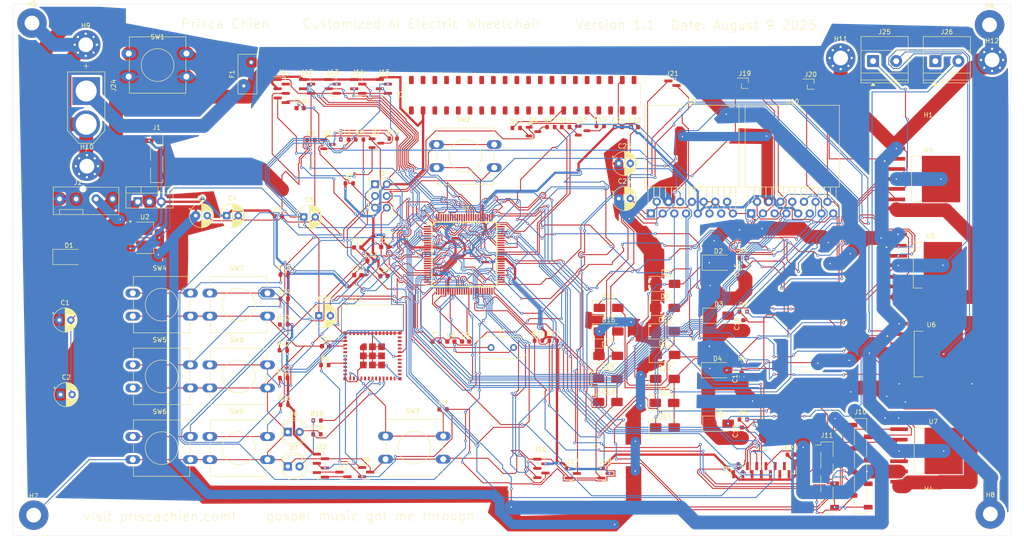
<source format=kicad_pcb>
(kicad_pcb (version 20241229) (generator "pcbnew") (generator_version "9.0")
  (layers (0 "F.Cu" signal) (2 "B.Cu" signal) (13 "F.Paste" user) (15 "B.Paste" user) (5 "F.SilkS" user "F.Silkscreen") (7 "B.SilkS" user "B.Silkscreen") (1 "F.Mask" user) (3 "B.Mask" user) (25 "Edge.Cuts" user))
  (net 0 "")
  (net 1 "GND")
  (net 2 "+24V")
  (net 3 "+12V")
  (net 4 "+5V")
  (net 5 "+3V3")
  (net 6 "Net-(U3-XTAL2)")
  (net 7 "Net-(U3-XTAL1)")
  (net 8 "Net-(J3-Pin_5)")
  (net 9 "Net-(J4-Pin_6)")
  (net 10 "Net-(D2-A)")
  (net 11 "Net-(D3-A)")
  (net 12 "Net-(D4-A)")
  (net 13 "Net-(D5-A)")
  (net 14 "Net-(D6-A)")
  (net 15 "Net-(D7-A)")
  (net 16 "Net-(D12-K)")
  (net 17 "Net-(D13-K)")
  (net 18 "Net-(D10-A)")
  (net 19 "Net-(D11-A)")
  (net 20 "Net-(D16-A)")
  (net 21 "Net-(D17-A)")
  (net 22 "Net-(SW1-A)")
  (net 23 "Net-(J24-POS)")
  (net 24 "Net-(J3-Pin_4)")
  (net 25 "Net-(J3-Pin_1)")
  (net 26 "Net-(J3-Pin_3)")
  (net 28 "Net-(J4-Pin_5)")
  (net 29 "Net-(J4-Pin_4)")
  (net 33 "Net-(J5-Pin_16)")
  (net 60 "Net-(J5-Pin_14)")
  (net 69 "Net-(J10-Pin_1)")
  (net 70 "Net-(J10-Pin_5)")
  (net 72 "Net-(J10-Pin_6)")
  (net 75 "Net-(J8-Pin_1)")
  (net 78 "Net-(J9-Pin_6)")
  (net 79 "Net-(J9-Pin_8)")
  (net 81 "Net-(J9-Pin_4)")
  (net 83 "Net-(J9-Pin_9)")
  (net 84 "Net-(J9-Pin_5)")
  (net 85 "Net-(J9-Pin_3)")
  (net 86 "Net-(J9-Pin_7)")
  (net 88 "Net-(J12-Pin_3)")
  (net 89 "Net-(J12-Pin_2)")
  (net 90 "Net-(J13-Pin_3)")
  (net 91 "Net-(J13-Pin_2)")
  (net 92 "Net-(J14-Pin_2)")
  (net 93 "Net-(J14-Pin_3)")
  (net 94 "Net-(J15-Pin_2)")
  (net 95 "Net-(J15-Pin_3)")
  (net 96 "Net-(J16-Pin_3)")
  (net 97 "Net-(J16-Pin_5)")
  (net 98 "Net-(J16-Pin_4)")
  (net 99 "Net-(J17-Pin_2)")
  (net 100 "Net-(J18-Pin_2)")
  (net 101 "Net-(J22-Pin_3)")
  (net 102 "Net-(J22-Pin_5)")
  (net 103 "Net-(J22-Pin_6)")
  (net 104 "Net-(Q1-S)")
  (net 105 "Net-(Q1-D)")
  (net 106 "Net-(Q2-D)")
  (net 107 "Net-(Q2-S)")
  (net 108 "Net-(Q3-S)")
  (net 109 "Net-(Q3-D)")
  (net 110 "Net-(Q4-D)")
  (net 111 "Net-(Q4-S)")
  (net 112 "Net-(U3-(ADC0)PF0)")
  (net 113 "Net-(U3-(ADC1)PF1)")
  (net 114 "Net-(U3-(ADC2)PF2)")
  (net 115 "Net-(U3-(ADC3)PF3)")
  (net 116 "Net-(U11-EN)")
  (net 117 "Net-(U11-IO0)")
  (net 118 "Net-(U11-TXD0)")
  (net 119 "Net-(U11-RXD0)")
  (net 120 "Net-(U3-PJ1(TXD3{slash}PCINT10))")
  (net 121 "Net-(U3-PJ0(RXD3{slash}PCINT9))")
  (net 122 "Net-(U11-IO6)")
  (net 123 "Net-(U11-IO7)")
  (net 124 "Net-(U3-(AD3)PA3)")
  (net 125 "Net-(U3-(AD4)PA4)")
  (net 126 "Net-(U3-(AD5)PA5)")
  (net 127 "Net-(U3-(AD6)PA6)")
  (net 128 "Net-(U3-(AD7)PA7)")
  (net 129 "Net-(U3-(AD2)PA2)")
  (net 131 "Net-(U3-(RXD0{slash}PCIN8)PE0)")
  (net 132 "Net-(U3-(OC1A{slash}PCINT5)PB5)")
  (net 136 "Net-(U10-IN3)")
  (net 140 "Net-(U10-IN4)")
  (net 144 "Net-(U3-PH4(OC4B))")
  (net 149 "Net-(U3-(OC0A{slash}OC1C{slash}PCINT7)PB7)")
  (net 156 "Net-(U3-(XCK0{slash}AIN0)PE2)")
  (net 162 "Net-(U3-PH5(OC4C))")
  (net 163 "Net-(U3-PH3(OC4A))")
  (net 165 "Net-(U3-(OC1B{slash}PCINT6)PB6)")
  (net 167 "Net-(U10-IN1)")
  (net 168 "Net-(U3-(OC3A{slash}AIN1)PE3)")
  (net 169 "Net-(U10-IN2)")
  (net 171 "Net-(U3-(TXD0)PE1)")
  (net 172 "Net-(U10-EnA)")
  (net 173 "Net-(U3-PH6(OC2B))")
  (net 175 "Net-(U10-EnB)")
  (footprint "Connector_PinHeader_1.00mm:PinHeader_1x04_P1.00mm_Vertical_SMD_Pin1Left" (layer "F.Cu") (at 126.025 46.9)
    (property "Reference" "J12")
    (property "Value" "Conn_01x04")
  )
  (footprint "BTS7960B:DPAK127P1490X440-8N" (layer "F.Cu") (at 260.13 85.65)
    (property "Reference" "U5")
    (property "Value" "BTS7960B")
  )
  (footprint "Connector_PinHeader_1.00mm:PinHeader_1x03_P1.00mm_Vertical_SMD_Pin1Left" (layer "F.Cu") (at 190.725 130.8)
    (property "Reference" "J18")
    (property "Value" "Conn_01x03")
  )
  (footprint "Capacitor_SMD:C_0603_1608Metric" (layer "F.Cu") (at 160.4 102.2)
    (property "Reference" "C9")
    (property "Value" "C")
  )
  (footprint "Connector_PinHeader_1.00mm:PinHeader_1x06_P1.00mm_Vertical_SMD_Pin1Left" (layer "F.Cu") (at 120.525 47.9)
    (property "Reference" "J4")
    (property "Value" "Conn_01x06" (hide yes))
  )
  (footprint "Diode_SMD:D_SMA" (layer "F.Cu") (at 191.2 110.3)
    (property "Reference" "D18")
    (property "Value" "D_Schottky")
  )
  (footprint "Resistor_SMD:R_0603_1608Metric" (layer "F.Cu") (at 121.075 115.9)
    (property "Reference" "R26")
    (property "Value" "R")
  )
  (footprint "MountingHole:MountingHole_3.2mm_M3_Pad" (layer "F.Cu") (at 66.4 33.16)
    (property "Reference" "H5")
    (property "Value" "MountingHole_Pad")
  )
  (footprint "Capacitor_THT:CP_Radial_D5.0mm_P2.50mm" (layer "F.Cu") (at 108.6 74.9)
    (property "Reference" "C4")
    (property "Value" "C_Polarized")
  )
  (footprint "Capacitor_SMD:C_0603_1608Metric" (layer "F.Cu") (at 130.025 103.2)
    (property "Reference" "C21")
    (property "Value" "C_45deg")
  )
  (footprint "Package_TO_SOT_THT:TO-220-15_P2.54x2.54mm_StaggerOdd_Lead5.84mm_TabDown" (layer "F.Cu") (at 200.56 74.44)
    (property "Reference" "U9")
    (property "Value" "L298N")
  )
  (footprint "Package_TO_SOT_THT:TO-220-3_Vertical" (layer "F.Cu") (at 89.34 71.9)
    (property "Reference" "U1" (hide yes))
    (property "Value" "LM7805_TO220")
  )
  (footprint "BTS7960B:DPAK127P1490X440-8N" (layer "F.Cu") (at 260.32 104.91)
    (property "Reference" "U6")
    (property "Value" "BTS7960B")
  )
  (footprint "Resistor_SMD:R_0603_1608Metric" (layer "F.Cu") (at 121.075 92.9)
    (property "Reference" "R24")
    (property "Value" "R")
  )
  (footprint "Resistor_SMD:R_0603_1608Metric" (layer "F.Cu") (at 220.375 107.4)
    (property "Reference" "R4")
    (property "Value" "R")
  )
  (footprint "Package_TO_SOT_SMD:SOT-23" (layer "F.Cu") (at 175.1 56.7)
    (property "Reference" "Q4")
    (property "Value" "BSS138")
  )
  (footprint "LED_THT:LED_D5.0mm" (layer "F.Cu") (at 121.86 129.27)
    (property "Reference" "D7")
    (property "Value" "LED")
  )
  (footprint "Diode_SMD:D_SMA" (layer "F.Cu") (at 191.2 115.3)
    (property "Reference" "D19")
    (property "Value" "D_Schottky")
  )
  (footprint "Button_Switch_THT:SW_PUSH-12mm" (layer "F.Cu") (at 104.95 122.8)
    (property "Reference" "SW9")
    (property "Value" "SW_Push")
  )
  (footprint "Capacitor_THT:CP_Radial_D5.0mm_P2.50mm" (layer "F.Cu") (at 72.33 97.535)
    (property "Reference" "C1")
    (property "Value" "C_Polarized")
  )
  (footprint "Capacitor_SMD:C_0603_1608Metric" (layer "F.Cu") (at 220.23 109.78 90)
    (property "Reference" "C17")
    (property "Value" "C")
  )
  (footprint "Diode_SMD:D_SMA" (layer "F.Cu") (at 215 108.4)
    (property "Reference" "D4")
    (property "Value" "D_Schottky")
  )
  (footprint "Resistor_SMD:R_0603_1608Metric" (layer "F.Cu") (at 155.5 116.9)
    (property "Reference" "R7")
    (property "Value" "R")
  )
  (footprint "Connector_PinHeader_1.00mm:PinHeader_1x04_P1.00mm_Vertical_SMD_Pin1Left" (layer "F.Cu") (at 137.125 46.9)
    (property "Reference" "J14")
    (property "Value" "Conn_01x04")
  )
  (footprint "Button_Switch_THT:SW_PUSH-12mm" (layer "F.Cu") (at 88.25 91.7)
    (property "Reference" "SW4")
    (property "Value" "SW_Push")
  )
  (footprint "Connector_PinSocket_2.54mm:PinSocket_1x04_P2.54mm_Vertical_SMD_Pin1Left" (layer "F.Cu") (at 93.43 62.485)
    (property "Reference" "J1")
    (property "Value" "Conn_01x04" (hide yes))
  )
  (footprint "Connector_Harwin:Harwin_M20-7812045_2x20_P2.54mm_Vertical" (layer "F.Cu") (at 172.77 48.81 90)
    (property "Reference" "J5")
    (property "Value" "Conn_02x20_Odd_Even")
  )
  (footprint "MountingHole:MountingHole_3.2mm_M3_Pad_Via" (layer "F.Cu") (at 78.05 37.865)
    (property "Reference" "H9")
    (property "Value" "MountingHole_Pad")
  )
  (footprint "Capacitor_SMD:C_0603_1608Metric" (layer "F.Cu") (at 193.525 55.7)
    (property "Reference" "C24")
    (property "Value" "C")
  )
  (footprint "Resistor_SMD:R_0603_1608Metric" (layer "F.Cu") (at 178.875 55.7)
    (property "Reference" "R13")
    (property "Value" "R")
  )
  (footprint "Resistor_SMD:R_0603_1608Metric" (layer "F.Cu") (at 220.575 95.7)
    (property "Reference" "R3")
    (property "Value" "R")
  )
  (footprint "XT60-M:AMASS_XT60-M" (layer "F.Cu") (at 78.15 51.495 -90)
    (property "Reference" "J24")
    (property "Value" "XT60-M")
  )
  (footprint "Capacitor_SMD:C_0603_1608Metric" (layer "F.Cu") (at 197.025 55.7)
    (property "Reference" "C22")
    (property "Value" "C")
  )
  (footprint "Capacitor_THT:CP_Radial_D5.0mm_P2.50mm" (layer "F.Cu") (at 72.59 113.695)
    (property "Reference" "C2")
    (property "Value" "C_Polarized")
  )
  (footprint "Resistor_SMD:R_0603_1608Metric" (layer "F.Cu") (at 120.875 104.1)
    (property "Reference" "R22")
    (property "Value" "R")
  )
  (footprint "Button_Switch_THT:SW_PUSH-12mm" (layer "F.Cu") (at 88.25 107.25)
    (property "Reference" "SW5")
    (property "Value" "SW_Push")
  )
  (footprint "Button_Switch_THT:SW_PUSH-12mm" (layer "F.Cu") (at 143.05 122.7)
    (property "Reference" "SW3")
    (property "Value" "SW_Push")
  )
  (footprint "Resistor_SMD:R_0603_1608Metric" (layer "F.Cu") (at 179.375 102)
    (property "Reference" "R17")
    (property "Value" "R")
  )
  (footprint "Resistor_SMD:R_0603_1608Metric" (layer "F.Cu") (at 129.875 107.3)
    (property "Reference" "R6")
    (property "Value" "R")
  )
  (footprint "Package_TO_SOT_THT:TO-220-15_P2.54x2.54mm_StaggerOdd_Lead5.84mm_TabDown" (layer "F.Cu") (at 222.31 74.44)
    (property "Reference" "U10")
    (property "Value" "L298N")
  )
  (footprint "Resistor_SMD:R_0603_1608Metric" (layer "F.Cu") (at 128.175 122.3)
    (property "Reference" "R19")
    (property "Value" "R")
  )
  (footprint "Button_Switch_THT:SW_PUSH-12mm" (layer "F.Cu") (at 104.95 107.25)
    (property "Reference" "SW8")
    (property "Value" "SW_Push")
  )
  (footprint "Package_TO_SOT_SMD:SOT-23" (layer "F.Cu") (at 185.7625 56.5)
    (property "Reference" "Q3")
    (property "Value" "BSS138")
  )
  (footprint "Capacitor_SMD:C_0603_1608Metric" (layer "F.Cu") (at 142.875 81.7)
    (property "Reference" "C11")
    (property "Value" "C")
  )
  (footprint "Resistor_SMD:R_0603_1608Metric" (layer "F.Cu") (at 220.575 119.1)
    (property "Reference" "R5")
    (property "Value" "R")
  )
  (footprint "MountingHole:MountingHole_2.7mm_M2.5" (layer "F.Cu") (at 260.68 56.73)
    (property "Reference" "H1")
    (property "Value" "MountingHole")
  )
  (footprint "Button_Switch_THT:SW_PUSH-12mm" (layer "F.Cu") (at 88.25 122.8)
    (property "Reference" "SW6")
    (property "Value" "SW_Push")
  )
  (footprint "Capacitor_SMD:C_0603_1608Metric" (layer "F.Cu") (at 220.62 86.685 90)
    (property "Reference" "C15")
    (property "Value" "C")
  )
  (footprint "Resistor_SMD:R_0603_1608Metric" (layer "F.Cu") (at 189.575 55.5)
    (property "Reference" "R15")
    (property "Value" "R")
  )
  (footprint "Resistor_SMD:R_0603_1608Metric" (layer "F.Cu") (at 144.7 58.2)
    (property "Reference" "R10")
    (property "Value" "R")
  )
  (footprint "Capacitor_SMD:C_0603_1608Metric" (layer "F.Cu") (at 119.825 75.1)
    (property "Reference" "C5")
    (property "Value" "C")
  )
  (footprint "Capacitor_SMD:C_0603_1608Metric" (layer "F.Cu") (at 137 81.8)
    (property "Reference" "C10")
    (property "Value" "C")
  )
  (footprint "Diode_SMD:D_SMA" (layer "F.Cu") (at 203.6 110.3)
    (property "Reference" "D12")
    (property "Value" "D_Schottky")
  )
  (footprint "Resistor_SMD:R_0603_1608Metric" (layer "F.Cu") (at 128.2 119.3)
    (property "Reference" "R18")
    (property "Value" "R")
  )
  (footprint "Diode_SMD:D_SMA" (layer "F.Cu") (at 191.4 100)
    (property "Reference" "D16")
    (property "Value" "D_Schottky")
  )
  (footprint "Capacitor_SMD:C_0603_1608Metric" (layer "F.Cu") (at 139.875 84.7)
    (property "Reference" "C12")
    (property "Value" "C")
  )
  (footprint "Resistor_SMD:R_0603_1608Metric" (layer "F.Cu") (at 120.975 110.1)
    (property "Reference" "R21")
    (property "Value" "R")
  )
  (footprint "Capacitor_SMD:C_0603_1608Metric" (layer "F.Cu") (at 142.7 88)
    (property "Reference" "C14")
    (property "Value" "C")
  )
  (footprint "Connector_PinHeader_1.00mm:PinHeader_1x03_P1.00mm_Vertical_SMD_Pin1Left" (layer "F.Cu") (at 138.825 130.5)
    (property "Reference" "J8")
    (property "Value" "Conn_01x03")
  )
  (footprint "MountingHole:MountingHole_3.2mm_M3_Pad" (layer "F.Cu") (at 273.97 33.55)
    (property "Reference" "H6")
    (property "Value" "MountingHole_Pad")
  )
  (footprint "Resistor_SMD:R_0603_1608Metric" (layer "F.Cu") (at 121.075 87.7)
    (property "Reference" "R25")
    (property "Value" "R")
  )
  (footprint "Capacitor_SMD:C_0603_1608Metric" (layer "F.Cu") (at 220.31 121.605 90)
    (property "Reference" "C18")
    (property "Value" "C")
  )
  (footprint "Capacitor_THT:CP_Radial_D5.0mm_P2.50mm" (layer "F.Cu") (at 193.6 71.2)
    (property "Reference" "C25")
    (property "Value" "C_Polarized")
  )
  (footprint "Package_TO_SOT_SMD:SOT-23" (layer "F.Cu") (at 141.0625 59.2)
    (property "Reference" "Q2")
    (property "Value" "BSS138")
  )
  (footprint "Capacitor_SMD:C_0603_1608Metric" (layer "F.Cu") (at 220.62 98.355 90)
    (property "Reference" "C16")
    (property "Value" "C")
  )
  (footprint "Diode_SMD:D_SMA" (layer "F.Cu") (at 191.4 94.9)
    (property "Reference" "D15")
    (property "Value" "D_Schottky")
  )
  (footprint "Capacitor_THT:CP_Radial_D5.0mm_P2.50mm" (layer "F.Cu") (at 193.6 63.6)
    (property "Reference" "C23")
    (property "Value" "C_Polarized")
  )
  (footprint "LED_THT:LED_D5.0mm" (layer "F.Cu") (at 121.86 121.8)
    (property "Reference" "D6")
    (property "Value" "LED")
  )
  (footprint "Resistor_SMD:R_0603_1608Metric" (layer "F.Cu") (at 230.975 126.7)
    (property "Reference" "R20")
    (property "Value" "R")
  )
  (footprint "Button_Switch_THT:SW_PUSH-12mm" (layer "F.Cu") (at 154.1 59.5)
    (property "Reference" "SW2")
    (property "Value" "SW_Push")
  )
  (footprint "Capacitor_THT:CP_Radial_D5.0mm_P2.50mm" (layer "F.Cu") (at 128.594888 96.6)
    (property "Reference" "C20")
    (property "Value" "C_Polarized")
  )
  (footprint "Connector_PinHeader_2.54mm:PinHeader_2x03_P2.54mm_Vertical" (layer "F.Cu") (at 140.76 68.1)
    (property "Reference" "J3")
    (property "Value" "Conn_02x03_Odd_Even")
  )
  (footprint "Connector_PinHeader_1.00mm:PinHeader_1x06_P1.00mm_Vertical_SMD_Pin1Left" (layer "F.Cu") (at 129.025 129.1)
    (property "Reference" "J22")
    (property "Value" "Conn_01x06")
  )
  (footprint "MountingHole:MountingHole_2.7mm_M2.5" (layer "F.Cu") (at 260.78 137.86)
    (property "Reference" "H4")
    (property "Value" "MountingHole")
  )
  (footprint "Resistor_SMD:R_0603_1608Metric" (layer "F.Cu") (at 220.575 84.1)
    (property "Reference" "R2")
    (property "Value" "R")
  )
  (footprint "Diode_SMD:D_SMA" (layer "F.Cu") (at 215.3 120)
    (property "Reference" "D5")
    (property "Value" "D_Schottky")
  )
  (footprint "MountingHole:MountingHole_3.2mm_M3_Pad_Via" (layer "F.Cu") (at 241.692944 40.737056)
    (property "Reference" "H11")
    (property "Value" "MountingHole_Pad")
  )
  (footprint "ESP32-C3-MINI-1-N4:XCVR_ESP32-C3-MINI-1-N4" (layer "F.Cu") (at 140.2 102.6)
    (property "Reference" "U11")
    (property "Value" "ESP32-C3-MINI-1-N4:E")
  )
  (footprint "Connector_PinHeader_1.00mm:PinHeader_1x04_P1.00mm_Vertical_SMD_Pin1Left" (layer "F.Cu") (at 131.575 46.9)
    (property "Reference" "J13")
    (property "Value" "Conn_01x04")
  )
  (footprint "Package_TO_SOT_SMD:SOT-23" (layer "F.Cu") (at 130.5375 59.45)
    (property "Reference" "Q1")
    (property "Value" "BSS138")
  )
  (footprint "Connector_PinHeader_1.00mm:PinHeader_1x14_P1.00mm_Vertical_SMD_Pin1Left" (layer "F.Cu") (at 225 130.075 90)
    (property "Reference" "J9")
    (property "Value" "Conn_01x14")
  )
  (footprint "MCU-ATMEGA2560-16AU_TQFP100_:TQFP100-0.5-14X14MM" (layer "F.Cu") (at 160.1 83.3)
    (property "Reference" "U3")
    (property "Value" "MCU-ATMEGA2560-16AU_TQFP100_")
  )
  (footprint "Connector_PinHeader_1.00mm:PinHeader_1x02_P1.00mm_Vertical_SMD_Pin1Left" (layer "F.Cu") (at 133.925 131)
    (property "Reference" "J23")
    (property "Value" "Conn_01x02")
  )
  (footprint "Diode_SMD:D_SMA" (layer "F.Cu") (at 203.6 94.9)
    (property "Reference" "D9")
    (property "Value" "D_Schottky")
  )
  (footprint "MountingHole:MountingHole_3.2mm_M3_Pad_Via" (layer "F.Cu") (at 78.302944 64.182056)
    (property "Reference" "H10")
    (property "Value" "MountingHole_Pad")
  )
  (footprint "TerminalBlock_Phoenix:TerminalBlock_Phoenix_MKDS-1,5-2_1x02_P5.00mm_Horizontal" (layer "F.Cu") (at 248.72 41.4)
    (property "Reference" "J25")
    (property "Value" "Screw_Terminal_01x02")
  )
  (footprint "MountingHole:MountingHole_3.2mm_M3_Pad" (layer "F.Cu") (at 66.77 139.83)
    (property "Reference" "H7")
    (property "Value" "MountingHole_Pad")
  )
  (footprint "Connector_PinHeader_1.00mm:PinHeader_1x05_P1.00mm_Vertical_SMD_Pin1Left" (layer "F.Cu") (at 176.825 129.7)
    (property "Reference" "J16")
    (property "Value" "Conn_01x05")
  )
  (footprint "Capacitor_SMD:C_0603_1608Metric" (layer "F.Cu") (at 154 102.2)
    (property "Reference" "C7")
    (property "Value" "C")
  )
  (footprint "BTS7960B:DPAK127P1490X440-8N" (layer "F.Cu") (at 259.74 66.97)
    (property "Reference" "U4")
    (property "Value" "BTS7960B")
  )
  (footprint "BTS7960B:DPAK127P1490X440-8N" (layer "F.Cu") (at 260.32 125.92)
    (property "Reference" "U7")
    (property "Value" "BTS7960B")
  )
  (footprint "Connector_PinSocket_2.54mm:PinSocket_1x06_P2.54mm_Vertical_SMD_Pin1Left" (layer "F.Cu") (at 238.725 131.75)
    (property "Reference" "J11")
    (property "Value" "Conn_01x06_Socket")
  )
  (footprint "Package_TO_SOT_SMD:SOT-223-3_TabPin2" (layer "F.Cu") (at 90.87 79.7)
    (property "Reference" "U2")
    (property "Value" "AMS1117-3.3")
  )
  (footprint "Connector:FanPinHeader_1x04_P2.54mm_Vertical" (layer "F.Cu") (at 72.37 71.285)
    (property "Reference" "J2")
    (property "Value" "Conn_01x04")
  )
  (footprint "Diode_SMD:D_SMA" (layer "F.Cu") (at 215.3 96.6)
    (property "Reference" "D3")
    (property "Value" "D_Schottky")
  )
  (footprint "Button_Switch_THT:SW_PUSH-12mm" (layer "F.Cu") (at 104.95 91.7)
    (property "Reference" "SW7")
    (property "Value" "SW_Push")
  )
  (footprint "Connector_PinHeader_1.00mm:PinHeader_1x02_P1.00mm_Vertical_SMD_Pin1Left" (layer "F.Cu") (at 220.925 46.2)
    (property "Reference" "J19")
    (property "Value" "Conn_01x02_Pin")
  )
  (footprint "Diode_SMD:D_SMA" (layer "F.Cu") (at 203.5 115.5)
    (property "Reference" "D13")
    (property "Value" "D_Schottky")
  )
  (footprint "Button_Switch_THT:SW_PUSH-12mm" (layer "F.Cu") (at 87.38 39.765)
    (property "Reference" "SW1")
    (property "Value" "SW_SPST")
  )
  (footprint "Capacitor_THT:CP_Radial_D5.0mm_P2.50mm" (layer "F.Cu") (at 125.3 75.2)
    (property "Reference" "C6")
    (property "Value" "C_Polarized")
  )
  (footprint "Capacitor_SMD:C_0603_1608Metric" (layer "F.Cu") (at 157.2 102.2)
    (property "Reference" "C8")
    (property "Value" "C")
  )
  (footprint "Diode_SMD:D_SMA" (layer "F.Cu") (at 203.6 120.8)
    (property "Reference" "D14")
    (property "Value" "D_Schottky")
  )
  (footprint "Resistor_SMD:R_0603_1608Metric" (layer "F.Cu") (at 182.075 55.7)
    (property "Reference" "R14")
    (property "Value" "R")
  )
  (footprint "Diode_SMD:D_SMA" (layer "F.Cu") (at 215.2 85.1)
    (property "Reference" "D2")
    (property "Value" "D_Schottky")
  )
  (footprint "Diode_SMD:D_SMA" (layer "F.Cu") (at 74.4225 83.855)
    (property "Reference" "D1")
    (property "Value" "D_TVS")
  )
  (footprint "Capacitor_SMD:C_0603_1608Metric" (layer "F.Cu") (at 124.525 51.6)
    (property "Reference" "C19")
    (property "Value" "C")
  )
  (footprint "Resistor_SMD:R_0603_1608Metric" (layer "F.Cu") (at 135.175 67.9)
    (property "Reference" "R1")
    (property "Value" "R")
  )
  (footprint "MountingHole:MountingHole_3.2mm_M3_Pad_Via" (layer "F.Cu") (at 274.52 41.15)
    (property "Reference" "H12")
    (property "Value" "MountingHole_Pad")
  )
  (footprint "Capacitor_SMD:C_0603_1608Metric" (layer "F.Cu") (at 137.025 87.8)
    (property "Reference" "C13")
    (property "Value" "C")
  )
  (footprint "Diode_SMD:D_SMA" (layer "F.Cu") (at 203.6 100)
    (property "Reference" "D10")
    (property "Value" "D_Schottky")
  )
  (footprint "Connector_PinSocket_2.54mm:PinSocket_1x08_P2.54mm_Vertical_SMD_Pin1Left" (layer "F.Cu") (at 246.01 129.21)
    (property "Reference" "J10")
    (property "Value" "Conn_01x08_Socket")
  )
  (footprint "Connector_PinHeader_1.00mm:PinHeader_1x03_P1.00mm_Vertical_SMD_Pin1Left" (layer "F.Cu") (at 183.625 130.8)
    (property "Reference" "J17")
    (property "Value" "Conn_01x03")
  )
  (footprint "MountingHole:MountingHole_3.2mm_M3_Pad" (layer "F.Cu") (at 274.14 139.58)
    (property "Reference" "H8")
    (property "Value" "MountingHole_Pad")
  )
  (footprint "Connector_PinHeader_1.00mm:PinHeader_1x02_P1.00mm_Vertical_SMD_Pin1Left" (layer "F.Cu") (at 205.225 46.2)
    (property "Reference" "J21")
    (property "Value" "Conn_01x02_Pin")
  )
  (footprint "Resistor_SMD:R_0603_1608Metric" (layer "F.Cu") (at 120.975 98.5)
    (property "Reference" "R23")
    (property "Value" "R")
  )
  (footprint "Connector_PinHeader_1.00mm:PinHeader_1x02_P1.00mm_Vertical_SMD_Pin1Left" (layer "F.Cu") (at 235.2 46.4)
    (property "Reference" "J20")
    (property "Value" "Conn_01x02_Pin")
  )
  (footprint "Resistor_SMD:R_0603_1608Metric" (layer "F.Cu") (at 176.175 102)
    (property "Reference" "R16")
    (property "Value" "R")
  )
  (footprint "Capacitor_THT:CP_Radial_D5.0mm_P2.50mm" (layer "F.Cu") (at 101.9 74.9)
    (property "Reference" "C3")
    (property "Value" "C_Polarized")
  )
  (footprint "Diode_SMD:D_SMA" (layer "F.Cu") (at 191.3 105.3)
    (property "Reference" "D17")
    (property "Value" "D_Schottky")
  )
  (footprint "Diode_SMD:D_SMA" (layer "F.Cu") (at 203.7 89.7)
    (property "Reference" "D8")
    (property "Value" "D_Schottky")
  )
  (footprint "Diode_SMD:D_SMA" (layer "F.Cu") (at 203.7 105.1)
    (property "Reference" "D11")
    (property "Value" "D_Schottky")
  )
  (footprint "Fuse:Fuse_BelFuse_0ZRE0005FF_L8.3mm_W3.8mm" (layer "F.Cu") (at 112.31 46.775 90)
    (property "Reference" "F1")
    (property "Value" "Fuse")
  )
  (footprint "Crystal:Crystal_HC49-4H_Vertical" (layer "F.Cu") (at 165.92 103.5)
    (property "Reference" "Y1")
    (property "Value" "Crystal")
  )
  (footprint "Resistor_SMD:R_0603_1608Metric" (layer "F.Cu") (at 137.4 58.4)
    (property "Reference" "R8")
    (property "Value" "R")
  )
  (footprint "Connector_PinHeader_1.00mm:PinHeader_1x04_P1.00mm_Vertical_SMD_Pin1Left" (layer "F.Cu") (at 142.675 46.9)
    (property "Reference" "J15")
    (property "Value" "Conn_01x04")
  )
  (footprint "TerminalBlock_Phoenix:TerminalBlock_Phoenix_MKDS-1,5-2_1x02_P5.00mm_Horizontal" (layer "F.Cu") (at 262.22 41.41)
    (property "Reference" "J26")
    (property "Value" "Screw_Terminal_01x02")
  )
  (footprint "Resistor_SMD:R_0603_1608Metric" (layer "F.Cu") (at 126.875 58.5)
    (property "Reference" "R9")
    (property "Value" "R")
  )
  (footprint "Resistor_SMD:R_0603_1608Metric" (layer "F.Cu") (at 171.375 55.9)
    (property "Reference" "R12")
    (property "Value" "R")
  )
  (footprint "Resistor_SMD:R_0603_1608Metric" (layer "F.Cu") (at 134.175 58.4)
    (property "Reference" "R11")
    (property "Value" "R")
  )
  (gr_rect (start 62.28 29.12) (end 278.56 144.23) (stroke (width 0.05)) (fill no) (layer "Edge.Cuts"))
  (gr_text "Date: August 9 2025" (at 204.83 34.8 0) (layer "F.SilkS") (effects (font (size 2 2) (thickness 0.1)) (justify left bottom)))
  (gr_text "Customized AI Electric Wheelchair" (at 124.87 34.51 0) (layer "F.SilkS") (effects (font (size 2 2) (thickness 0.1)) (justify left bottom)))
  (gr_text "Prisca Chien" (at 98.65 34.51 0) (layer "F.SilkS") (effects (font (size 2 2) (thickness 0.1)) (justify left bottom)))
  (gr_text "Version 1.1" (at 184.18 34.67 0) (layer "F.SilkS") (effects (font (size 2 2) (thickness 0.1)) (justify left bottom)))
  (gr_text "visit priscachien.com!" (at 77.58 141.27 0) (layer "F.SilkS") (effects (font (size 2 2) (thickness 0.1)) (justify left bottom)))
  (gr_text "gospel music got me through" (at 117.07 141.15 0) (layer "F.SilkS") (effects (font (size 2 2) (thickness 0.1)) (justify left bottom)))
  (segment (start 225.034 97.097) (end 225.731 96.4) (width 0.2) (layer "F.Cu") (net 1))
  (segment (start 146.15 110.25) (end 145.95 110.25) (width 0.2) (layer "F.Cu") (net 1))
  (segment (start 144.433637 83.324943) (end 144.433637 82.827057) (width 0.2) (layer "F.Cu") (net 1))
  (segment (start 228.610735 79.599265) (end 231.672366 79.599265) (width 0.2) (layer "F.Cu") (net 1))
  (segment (start 91.88 73.24) (end 87.72 77.4) (width 0.2) (layer "F.Cu") (net 1))
  (segment (start 126.148265 60.293151) (end 126.041416 60.4) (width 0.2) (layer "F.Cu") (net 1))
  (segment (start 74.83 97.535) (end 76.4225 95.9425) (width 0.2) (layer "F.Cu") (net 1))
  (segment (start 217.451 105.75) (end 217.9 105.75) (width 0.2) (layer "F.Cu") (net 1))
  (segment (start 144.08158 82.475) (end 143.583694 82.475) (width 0.2) (layer "F.Cu") (net 1))
  (segment (start 140.2 103.325) (end 142.175 103.325) (width 0.2) (layer "F.Cu") (net 1))
  (segment (start 240.09 74.44) (end 240.945 75.295) (width 0.2) (layer "F.Cu") (net 1))
  (segment (start 221.098 126.470385) (end 221.098 125.640299) (width 0.2) (layer "F.Cu") (net 1))
  (segment (start 221.38 97.58) (end 221.77 97.97) (width 0.2) (layer "F.Cu") (net 1))
  (segment (start 146.699 99.801) (end 146.841836 99.801) (width 0.2) (layer "F.Cu") (net 1))
  (segment (start 255.265 60.34) (end 253.76 60.34) (width 0.2) (layer "F.Cu") (net 1))
  (segment (start 146.901 99.741836) (end 146.901 94.258164) (width 0.2) (layer "F.Cu") (net 1))
  (segment (start 126.500322 59.938265) (end 126.9 59.938265) (width 0.2) (layer "F.Cu") (net 1))
  (segment (start 223.2171 79.69) (end 222.382 78.8549) (width 0.2) (layer "F.Cu") (net 1))
  (segment (start 209.998 105.902) (end 216.249 105.902) (width 0.2) (layer "F.Cu") (net 1))
  (segment (start 220.326 108.176) (end 221.613064 108.176) (width 0.2) (layer "F.Cu") (net 1))
  (segment (start 75.98 83.4125) (end 76.4225 83.855) (width 3) (layer "F.Cu") (net 1))
  (segment (start 117.45 96.7) (end 104.95 96.7) (width 0.2) (layer "F.Cu") (net 1))
  (segment (start 124.359 63.511057) (end 124.359 62.36243) (width 0.2) (layer "F.Cu") (net 1))
  (segment (start 143.24 107.35) (end 142.25 107.35) (width 0.2) (layer "F.Cu") (net 1))
  (segment (start 136.701 110.901) (end 134.901 110.901) (width 0.2) (layer "F.Cu") (net 1))
  (segment (start 143.05 127.7) (end 155.55 127.7) (width 0.2) (layer "F.Cu") (net 1))
  (segment (start 134.25 100.35) (end 133.7 100.35) (width 0.2) (layer "F.Cu") (net 1))
  (segment (start 120.39 127.8) (end 121.86 129.27) (width 0.2) (layer "F.Cu") (net 1))
  (segment (start 73.449 42.466) (end 73.449 54.63664) (width 3) (layer "F.Cu") (net 1))
  (segment (start 147.778943 77.829) (end 148.131 78.181057) (width 0.2) (layer "F.Cu") (net 1))
  (segment (start 219.5 129.2) (end 219.99 129.69) (width 0.2) (layer "F.Cu") (net 1))
  (segment (start 137 110.602) (end 136.701 110.901) (width 0.2) (layer "F.Cu") (net 1))
  (segment (start 240.945 83.776) (end 239.42 85.301) (width 0.2) (layer "F.Cu") (net 1))
  (segment (start 193.499 54.899) (end 193.499 46.371) (width 0.2) (layer "F.Cu") (net 1))
  (segment (start 189.85 131.8) (end 188.674 130.624) (width 0.2) (layer "F.Cu") (net 1))
  (segment (start 217.001 73.101) (end 215.731 73.101) (width 0.2) (layer "F.Cu") (net 1))
  (segment (start 223.034058 123.495125) (end 223.364591 123.164591) (width 0.2) (layer "F.Cu") (net 1))
  (segment (start 105.501 76.001) (end 104.4 74.9) (width 0.2) (layer "F.Cu") (net 1))
  (segment (start 222.973411 75.954532) (end 223.218943 75.709) (width 0.2) (layer "F.Cu") (net 1))
  (segment (start 199.34 74.44) (end 196.1 71.2) (width 0.2) (layer "F.Cu") (net 1))
  (segment (start 228.52 79.69) (end 223.2171 79.69) (width 0.2) (layer "F.Cu") (net 1))
  (segment (start 237.075 135.56) (end 237.075 134.05) (width 0.2) (layer "F.Cu") (net 1))
  (segment (start 75.98 79.905) (end 75.98 83.4125) (width 3) (layer "F.Cu") (net 1))
  (segment (start 78.05 37.865) (end 73.449 42.466) (width 3) (layer "F.Cu") (net 1))
  (segment (start 162.064547 81.37164) (end 162.064547 81.457447) (width 0.2) (layer "F.Cu") (net 1))
  (segment (start 193.2 110.3) (end 194.951 108.549) (width 0.2) (layer "F.Cu") (net 1))
  (segment (start 148.061 77.150943) (end 147.708943 77.503) (width 0.2) (layer "F.Cu") (net 1))
  (segment (start 166.962471 83.776) (end 168.1 83.776) (width 0.2) (layer "F.Cu") (net 1))
  (segment (start 163.6 67.1) (end 163.6 75.3) (width 0.2) (layer "F.Cu") (net 1))
  (segment (start 136.25 87.8) (end 136.25 87.55) (width 0.2) (layer "F.Cu") (net 1))
  (segment (start 126.9 48.4) (end 124.1 48.4) (width 0.2) (layer "F.Cu") (net 1))
  (segment (start 221.684957 125.053342) (end 222.038427 125.053342) (width 0.2) (layer "F.Cu") (net 1))
  (segment (start 256.406 79.701) (end 255.645 78.94) (width 0.2) (layer "F.Cu") (net 1))
  (segment (start 91.891 69.519) (end 91.891 71.9) (width 3) (layer "F.Cu") (net 1))
  (segment (start 156.44 67.75) (end 156.44 71.097) (width 0.2) (layer "F.Cu") (net 1))
  (segment (start 124.1 48.4) (end 122.576 46.876) (width 0.2) (layer "F.Cu") (net 1))
  (segment (start 247.117 79.75) (end 243.747 83.12) (width 3) (layer "F.Cu") (net 1))
  (segment (start 134.901 110.901) (end 134.25 110.25) (width 0.2) (layer "F.Cu") (net 1))
  (segment (start 222.773411 77.073689) (end 222.773411 76.538883) (width 0.2) (layer "F.Cu") (net 1))
  (segment (start 225.034 96.969) (end 226.671 96.969) (width 0.2) (layer "F.Cu") (net 1))
  (segment (start 175.95 127.7) (end 178.873 127.7) (width 0.2) (layer "F.Cu") (net 1))
  (segment (start 125.191473 60.047943) (end 125.191473 59.550057) (width 0.2) (layer "F.Cu") (net 1))
  (segment (start 253.76 69.11) (end 255.265 69.11) (width 0.2) (layer "F.Cu") (net 1))
  (segment (start 150.987708 100.152237) (end 151.082473 100.057473) (width 0.2) (layer "F.Cu") (net 1))
  (segment (start 146.819069 83.749293) (end 146.819069 83.750707) (width 0.2) (layer "F.Cu") (net 1))
  (segment (start 210.659 130.211057) (end 211.011057 129.859) (width 0.2) (layer "F.Cu") (net 1))
  (segment (start 143.231637 83.324943) (end 143.431637 83.524943) (width 0.2) (layer "F.Cu") (net 1))
  (segment (start 137.827 127.6) (end 139.7 129.473) (width 0.2) (layer "F.Cu") (net 1))
  (segment (start 136.25 87.55) (end 139.1 84.7) (width 0.2) (layer "F.Cu") (net 1))
  (segment (start 241.692944 40.737056) (end 241.692944 50.231944) (width 3) (layer "F.Cu") (net 1))
  (segment (start 237.075 134.05) (end 214.000057 134.05) (width 0.2) (layer "F.Cu") (net 1))
  (segment (start 150.724472 82.3) (end 150.624473 82.399999) (width 0.2) (layer "F.Cu") (net 1))
  (segment (start 162.939 74.249) (end 162.501 73.811) (width 0.2) (layer "F.Cu") (net 1))
  (segment (start 154.1 64.5) (end 161 64.5) (width 0.2) (layer "F.Cu") (net 1))
  (segment (start 82.815888 66.295) (end 95.08 66.295) (width 3) (layer "F.Cu") (net 1))
  (segment (start 255.265 69.11) (end 256.036 68.339) (width 0.2) (layer "F.Cu") (net 1))
  (segment (start 231.2 75.6) (end 231.2 71.9) (width 0.2) (layer "F.Cu") (net 1))
  (segment (start 235.321108 75.71) (end 231.31 75.71) (width 0.2) (layer "F.Cu") (net 1))
  (segment (start 223.034058 123.761411) (end 223.034058 123.495125) (width 0.2) (layer "F.Cu") (net 1))
  (segment (start 131.094888 92.955112) (end 136.25 87.8) (width 0.2) (layer "F.Cu") (net 1))
  (segment (start 126.463064 59.276) (end 126.193473 59.276) (width 0.2) (layer "F.Cu") (net 1))
  (segment (start 254.75 118.77) (end 257.02 121.04) (width 0.2) (layer "F.Cu") (net 1))
  (segment (start 147.813848 76.405906) (end 148.061 76.653057) (width 0.2) (layer "F.Cu") (net 1))
  (segment (start 163.576 75.324) (end 163.576 76.351) (width 0.2) (layer "F.Cu") (net 1))
  (segment (start 145.755778 88.751408) (end 145.755778 89.034251) (width 0.2) (layer "F.Cu") (net 1))
  (segment (start 149.539 99.191057) (end 149.339 99.391057) (width 0.2) (layer "F.Cu") (net 1))
  (segment (start 225.034 107.461) (end 225.034 97.097) (width 0.2) (layer "F.Cu") (net 1))
  (segment (start 157.19 100.8) (end 157.201 100.811) (width 0.2) (layer "F.Cu") (net 1))
  (segment (start 222.63 84.77) (end 227.24 84.77) (width 0.2) (layer "F.Cu") (net 1))
  (segment (start 225.604 108.03) (end 227.24 108.03) (width 0.2) (layer "F.Cu") (net 1))
  (segment (start 116.175 64.845) (end 120.6 69.27) (width 3) (layer "F.Cu") (net 1))
  (segment (start 257.69 125.5) (end 257.69 120.675) (width 0.2) (layer "F.Cu") (net 1))
  (segment (start 221.3 86.1) (end 222.63 84.77) (width 0.2) (layer "F.Cu") (net 1))
  (segment (start 154.6 74.273) (end 152.247 71.92) (width 0.2) (layer "F.Cu") (net 1))
  (segment (start 124.159 63.711057) (end 124.359 63.511057) (width 0.2) (layer "F.Cu") (net 1))
  (segment (start 120.6 69.27) (end 120.6 66.1) (width 0.2) (layer "F.Cu") (net 1))
  (segment (start 149.539 93.261057) (end 149.449 93.351057) (width 0.2) (layer "F.Cu") (net 1))
  (segment (start 83.88 71.275) (end 83.88 67.359112) (width 3) (layer "F.Cu") (net 1))
  (segment (start 272.822944 42.847056) (end 270.177468 42.847056) (width 3) (layer "F.Cu") (net 1))
  (segment (start 160.501 77.3861) (end 158.72855 79.15855) (width 0.2) (layer "F.Cu") (net 1))
  (segment (start 256.036 68.339) (end 256.036 61.111) (width 0.2) (layer "F.Cu") (net 1))
  (segment (start 163.8 67.3) (end 163.6 67.5) (width 0.2) (layer "F.Cu") (net 1))
  (segment (start 195.076 54.924) (end 194.3 55.7) (width 0.2) (layer "F.Cu") (net 1))
  (segment (start 143.431637 83.79) (end 143.131306 83.79) (width 0.2) (layer "F.Cu") (net 1))
  (segment (start 156.44 73.46) (end 155.651 74.249) (width 0.2) (layer "F.Cu") (net 1))
  (segment (start 149.449 93.848943) (end 149.539 93.938943) (width 0.2) (layer "F.Cu") (net 1))
  (segment (start 155.868469 72.099) (end 156.068469 71.899) (width 0.2) (layer "F.Cu") (net 1))
  (segment (start 83.88 67.359112) (end 82.815888 66.295) (width 3) (layer "F.Cu") (net 1))
  (segment (start 229.446 85.339) (end 228.877 84.77) (width 0.2) (layer "F.Cu") (net 1))
  (segment (start 150.383764 100.046179) (end 150.489822 100.152237) (width 0.2) (layer "F.Cu") (net 1))
  (segment (start 166.610414 83.336001) (end 166.962471 83.688058) (width 0.2) (layer "F.Cu") (net 1))
  (segment (start 220.23 108.08) (end 219.55 107.4) (width 0.2) (layer "F.Cu") (net 1))
  (segment (start 247.66 122.86) (end 248.04 122.48) (width 0.2) (layer "F.Cu") (net 1))
  (segment (start 138.225 103.325) (end 138.225 107.275) (width 0.2) (layer "F.Cu") (net 1))
  (segment (start 75.98 71.295) (end 75.98 79.905) (width 3) (layer "F.Cu") (net 1))
  (segment (start 147.122147 83.446215) (end 146.819069 83.749293) (width 0.2) (layer "F.Cu") (net 1))
  (segment (start 126.751 58.011936) (end 126.751 58.988064) (width 0.2) (layer "F.Cu") (net 1))
  (segment (start 229.446 80.259) (end 228.877 79.69) (width 0.2) (layer "F.Cu") (net 1))
  (segment (start 117.45 111.1) (end 125.35 103.2) (width 0.2) (layer "F.Cu") (net 1))
  (segment (start 221.4 97.6) (end 221.77 97.97) (width 0.2) (layer "F.Cu") (net 1))
  (segment (start 139.7 130.5) (end 140.25 130.5) (width 0.2) (layer "F.Cu") (net 1))
  (segment (start 141.321073 80.921073) (end 142.1 81.7) (width 0.2) (layer "F.Cu") (net 1))
  (segment (start 221.3 120.65) (end 219.75 119.1) (width 0.2) (layer "F.Cu") (net 1))
  (segment (start 100.75 127.8) (end 104.95 127.8) (width 0.2) (layer "F.Cu") (net 1))
  (segment (start 165.25 127.5) (end 168.55 130.8) (width 0.2) (layer "F.Cu") (net 1))
  (segment (start 157.1 92.327) (end 157.059 92.368) (width 0.2) (layer "F.Cu") (net 1))
  (segment (start 76.4225 95.9425) (end 76.4225 83.855) (width 0.2) (layer "F.Cu") (net 1))
  (segment (start 140.2 107.275) (end 142.175 107.275) (width 0.2) (layer "F.Cu") (net 1))
  (segment (start 100.75 96.7) (end 88.25 96.7) (width 0.2) (layer "F.Cu") (net 1))
  (segment (start 256.406 87.359) (end 256.406 79.701) (width 0.2) (layer "F.Cu") (net 1))
  (segment (start 147.778943 79.031) (end 147.281057 79.031) (width 0.2) (layer "F.Cu") (net 1))
  (segment (start 255.605 88.16) (end 256.406 87.359) (width 0.2) (layer "F.Cu") (net 1))
  (segment (start 124.26 65.174471) (end 124.159 65.073471) (width 0.2) (layer "F.Cu") (net 1))
  (segment (start 124.359 62.36243) (end 126.148265 60.573165) (width 0.2) (layer "F.Cu") (net 1))
  (segment (start 125.191473 59.550057) (end 125.391473 59.350057) (width 0.2) (layer "F.Cu") (net 1))
  (segment (start 222.841414 75.709) (end 222.621354 75.48894) (width 0.2) (layer "F.Cu") (net 1))
  (segment (start 120.6 66.1) (end 121.4 65.3) (width 0.2) (layer "F.Cu") (net 1))
  (segment (start 155.018526 71.249057) (end 155.018526 71.746943) (width 0.2) (layer "F.Cu") (net 1))
  (segment (start 222.74 119.66) (end 227.24 119.66) (width 0.2) (layer "F.Cu") (net 1))
  (segment (start 211.99 71.9) (end 209.45 71.9) (width 0.2) (layer "F.Cu") (net 1))
  (segment (start 171.476 126.976) (end 170.3 125.8) (width 0.2) (layer "F.Cu") (net 1))
  (segment (start 197.024 54.924) (end 195.076 54.924) (width 0.2) (layer "F.Cu") (net 1))
  (segment (start 139.1 83.97353) (end 138.198235 83.071765) (width 0.2) (layer "F.Cu") (net 1))
  (segment (start 200.56 74.44) (end 199.34 74.44) (width 0.2) (layer "F.Cu") (net 1))
  (segment (start 197.8 55.7) (end 197.024 54.924) (width 0.2) (layer "F.Cu") (net 1))
  (segment (start 130.35 102.1) (end 134.3 102.1) (width 0.2) (layer "F.Cu") (net 1))
  (segment (start 274.52 41.15) (end 271.87 41.15) (width 3) (layer "F.Cu") (net 1))
  (segment (start 136.225 81.8) (end 134.4 81.8) (width 0.2) (layer "F.Cu") (net 1))
  (segment (start 226.671 96.969) (end 227.24 96.4) (width 0.2) (layer "F.Cu") (net 1))
  (segment (start 205.5 115.5) (end 205.5 115.9) (width 0.2) (layer "F.Cu") (net 1))
  (segment (start 157.201 101.424) (end 158.849 101.424) (width 0.2) (layer "F.Cu") (net 1))
  (segment (start 228.877 84.77) (end 227.24 84.77) (width 0.2) (layer "F.Cu") (net 1))
  (segment (start 163.8151 83.208) (end 164.285043 83.208) (width 0.2) (layer "F.Cu") (net 1))
  (segment (start 156.068469 71.097) (end 155.868469 70.897) (width 0.2) (layer "F.Cu") (net 1))
  (segment (start 126.041416 60.4) (end 125.54353 60.4) (width 0.2) (layer "F.Cu") (net 1))
  (segment (start 165.912528 83.536001) (end 166.112528 83.336001) (width 0.2) (layer "F.Cu") (net 1))
  (segment (start 243.651944 50.231944) (end 253.76 60.34) (width 3) (layer "F.Cu") (net 1))
  (segment (start 215.731 73.101) (end 214.53 71.9) (width 0.2) (layer "F.Cu") (net 1))
  (segment (start 117.45 127.8) (end 120.39 127.8) (width 0.2) (layer "F.Cu") (net 1))
  (segment (start 222.621354 75.48894) (end 222.61994 75.48894) (width 0.2) (layer "F.Cu") (net 1))
  (segment (start 148.693785 83.446215) (end 147.122147 83.446215) (width 0.2) (layer "F.Cu") (net 1))
  (segment (start 134.3 100.4) (end 134.25 100.35) (width 0.2) (layer "F.Cu") (net 1))
  (segment (start 236.51 137) (end 236.51 136.125) (width 0.2) (layer "F.Cu") (net 1))
  (segment (start 144.233637 83.524943) (end 144.433637 83.324943) (width 0.2) (layer "F.Cu") (net 1))
  (segment (start 121.86 121.8) (end 117.45 117.39) (width 0.2) (layer "F.Cu") (net 1))
  (segment (start 142.25 107.35) (end 142.175 107.275) (width 0.2) (layer "F.Cu") (net 1))
  (segment (start 216.249 105.902) (end 216.249 106.048943) (width 0.2) (layer "F.Cu") (net 1))
  (segment (start 154.6 75.3) (end 154.6 74.273) (width 0.2) (layer "F.Cu") (net 1))
  (segment (start 220.31 120.83) (end 221.57 120.83) (width 0.2) (layer "F.Cu") (net 1))
  (segment (start 194.951 108.549) (end 194.951 112.21) (width 0.2) (layer "F.Cu") (net 1))
  (segment (start 255.04 128.15) (end 257.69 125.5) (width 0.2) (layer "F.Cu") (net 1))
  (segment (start 171.476 130.401) (end 171.476 126.976) (width 0.2) (layer "F.Cu") (net 1))
  (segment (start 142.268694 83.79) (end 142.1 83.79) (width 0.2) (layer "F.Cu") (net 1))
  (segment (start 221.11 85.91) (end 221.3 86.1) (width 0.2) (layer "F.Cu") (net 1))
  (segment (start 143.231637 82.827057) (end 143.231637 83.324943) (width 0.2) (layer "F.Cu") (net 1))
  (segment (start 223.218943 75.709) (end 222.841414 75.709) (width 0.2) (layer "F.Cu") (net 1))
  (segment (start 123.53 127.6) (end 129.9 127.6) (width 0.2) (layer "F.Cu") (net 1))
  (segment (start 131.094888 96.6) (end 131.094888 92.955112) (width 0.2) (layer "F.Cu") (net 1))
  (segment (start 225.034 118.959) (end 225.034 108.6) (width 0.2) (layer "F.Cu") (net 1))
  (segment (start 193.499 46.371) (end 194.36 45.51) (width 0.2) (layer "F.Cu") (net 1))
  (segment (start 228.877 96.4) (end 229.446 95.831) (width 0.2) (layer "F.Cu") (net 1))
  (segment (start 157.059 92.368) (end 157.059 97.23547) (width 0.2) (layer "F.Cu") (net 1))
  (segment (start 196.1 63.6) (end 196.1 57.4) (width 0.2) (layer "F.Cu") (net 1))
  (segment (start 160.501 76.351) (end 160.501 77.3861) (width 0.2) (layer "F.Cu") (net 1))
  (segment (start 178.873 127.7) (end 182.75 131.577) (width 0.2) (layer "F.Cu") (net 1))
  (segment (start 146.107835 89.386308) (end 146.605721 89.386308) (width 0.2) (layer "F.Cu") (net 1))
  (segment (start 122.177 45.4) (end 119.65 45.4) (width 0.2) (layer "F.Cu") (net 1))
  (segment (start 88.25 127.8) (end 100.75 127.8) (width 0.2) (layer "F.Cu") (net 1))
  (segment (start 168.1 83.776) (end 168.1 83.8) (width 0.2) (layer "F.Cu") (net 1))
  (segment (start 225.731 96.4) (end 227.24 96.4) (width 0.2) (layer "F.Cu") (net 1))
  (segment (start 219.75 84.1) (end 219.75 84.55) (width 0.2) (layer "F.Cu") (net 1))
  (segment (start 146.901 94.258164) (end 146.841836 94.199) (width 0.2) (layer "F.Cu") (net 1))
  (segment (start 227.24 96.4) (end 228.877 96.4) (width 0.2) (layer "F.Cu") (net 1))
  (segment (start 126.9 48.4) (end 132.45 48.4) (width 0.2) (layer "F.Cu") (net 1))
  (segment (start 148.061 76.653057) (end 148.061 77.150943) (width 0.2) (layer "F.Cu") (net 1))
  (segment (start 137 110.2) (end 137 110.602) (width 0.2) (layer "F.Cu") (net 1))
  (segment (start 194.951 108.549) (end 194.951 96.451) (width 0.2) (layer "F.Cu") (net 1))
  (segment (start 254.75 118.77) (end 251.303102 118.77) (width 0.2) (layer "F.Cu") (net 1))
  (segment (start 157.059 97.23547) (end 157.270715 97.447185) (width 0.2) (layer "F.Cu") (net 1))
  (segment (start 96.565 64.845) (end 116.175 64.845) (width 3) (layer "F.Cu") (net 1))
  (segment (start 139.1 84.675) (end 136.225 81.8) (width 0.2) (layer "F.Cu") (net 1))
  (segment (start 155.868469 70.897) (end 155.370583 70.897) (width 0.2) (layer "F.Cu") (net 1))
  (segment (start 221.57 120.83) (end 221.715 120.685) (width 0.2) (layer "F.Cu") (net 1))
  (segment (start 211.011057 129.859) (end 216.348338 129.859) (width 0.2) (layer "F.Cu") (net 1))
  (segment (start 205.6 116) (end 205.6 120.8) (width 0.2) (layer "F.Cu") (net 1))
  (segment (start 228.52 79.69) (end 228.610735 79.599265) (width 0.2) (layer "F.Cu") (net 1))
  (segment (start 236.59 139.29) (end 237.852 139.29) (width 0.2) (layer "F.Cu") (net 1))
  (segment (start 104.95 96.7) (end 100.75 96.7) (width 0.2) (layer "F.Cu") (net 1))
  (segment (start 231.31 75.71) (end 231.2 75.6) (width 0.2) (layer "F.Cu") (net 1))
  (segment (start 161.171569 80.281626) (end 161.523626 80.633683) (width 0.2) (layer "F.Cu") (net 1))
  (segment (start 168.55 130.8) (end 171.077 130.8) (width 0.2) (layer "F.Cu") (net 1))
  (segment (start 222.382 77.4651) (end 222.773411 77.073689) (width 0.2) (layer "F.Cu") (net 1))
  (segment (start 138.225 107.275) (end 137 108.5) (width 0.2) (layer "F.Cu") (net 1))
  (segment (start 125.391473 59.350057) (end 125.391473 59.030537) (width 0.2) (layer "F.Cu") (net 1))
  (segment (start 255.645 78.94) (end 254.14 78.94) (width 0.2) (layer "F.Cu") (net 1))
  (segment (start 198.557427 112.198) (end 203.702 112.198) (width 0.2) (layer "F.Cu") (net 1))
  (segment (start 205.5 115.9) (end 205.6 116) (width 0.2) (layer "F.Cu") (net 1))
  (segment (start 166.6 64.5) (end 163.8 67.3) (width 0.2) (layer "F.Cu") (net 1))
  (segment (start 166.962471 83.688058) (end 166.962471 83.776) (width 0.2) (layer "F.Cu") (net 1))
  (segment (start 147.281057 79.031) (end 147.081057 78.831) (width 0.2) (layer "F.Cu") (net 1))
  (segment (start 228.745 84.77) (end 229.446 84.069) (width 0.2) (layer "F.Cu") (net 1))
  (segment (start 117.45 112.25) (end 104.95 112.25) (width 0.2) (layer "F.Cu") (net 1))
  (segment (start 214.000057 134.05) (end 210.659 130.708943) (width 0.2) (layer "F.Cu") (net 1))
  (segment (start 157.1 91.3) (end 157.1 92.327) (width 0.2) (layer "F.Cu") (net 1))
  (segment (start 156.425 102.2) (end 157.201 101.424) (width 0.2) (layer "F.Cu") (net 1))
  (segment (start 221.759064 108.03) (end 227.24 108.03) (width 0.2) (layer "F.Cu") (net 1))
  (segment (start 194.951 112.21) (end 198.545427 112.21) (width 0.2) (layer "F.Cu") (net 1))
  (segment (start 137 108.5) (end 137 110.2) (width 0.2) (layer "F.Cu") (net 1))
  (segment (start 216.348338 129.859) (end 216.369669 129.880331) (width 0.2) (layer "F.Cu") (net 1))
  (segment (start 121.4 65.3) (end 124.26 68.16) (width 0.2) (layer "F.Cu") (net 1))
  (segment (start 138 48.4) (end 143.55 48.4) (width 0.2) (layer "F.Cu") (net 1))
  (segment (start 163.6 75.3) (end 163.576 75.324) (width 0.2) (layer "F.Cu") (net 1))
  (segment (start 155.018526 71.746943) (end 155.370583 72.099) (width 0.2) (layer "F.Cu") (net 1))
  (segment (start 150.188943 100.241) (end 150.383764 100.046179) (width 0.2) (layer "F.Cu") (net 1))
  (segment (start 146.465598 84.102764) (end 146.404214 84.164148) (width 0.2) (layer "F.Cu") (net 1))
  (segment (start 149.539 93.938943) (end 149.539 99.191057) (width 0.2) (layer "F.Cu") (net 1))
  (segment (start 145.071233 83.44671) (end 144.573347 83.44671) (width 0.2) (layer "F.Cu") (net 1))
  (segment (start 125.636936 57.724) (end 126.463064 57.724) (width 0.2) (layer "F.Cu") (net 1))
  (segment (start 147.708943 77.503) (end 147.63 77.503) (width 0.2) (layer "F.Cu") (net 1))
  (segment (start 208.15 73.2) (end 201.8 73.2) (width 0.2) (layer "F.Cu") (net 1))
  (segment (start 149.339 99.391057) (end 149.339 99.888943) (width 0.2) (layer "F.Cu") (net 1))
  (segment (start 148.131 78.678943) (end 147.778943 79.031) (width 0.2) (layer "F.Cu") (net 1))
  (segment (start 142.451057 83.607637) (end 142.268694 83.79) (width 0.2) (layer "F.Cu") (net 1))
  (segment (start 134.25 110.25) (end 134.25 109.35) (width 0.2) (layer "F.Cu") (net 1))
  (segment (start 205.6 110.3) (end 209.998 105.902) (width 0.2) (layer "F.Cu") (net 1))
  (segment (start 149.539 90.78689) (end 149.539 93.261057) (width 0.2) (layer "F.Cu") (net 1))
  (segment (start 104.95 112.25) (end 100.75 112.25) (width 0.2) (layer "F.Cu") (net 1))
  (segment (start 236.51 136.125) (end 237.075 135.56) (width 0.2) (layer "F.Cu") (net 1))
  (segment (start 120.6 75.1) (end 120.6 69.27) (width 0.2) (layer "F.Cu") (net 1))
  (segment (start 143.431637 83.524943) (end 143.431637 83.79) (width 0.2) (layer "F.Cu") (net 1))
  (segment (start 254.33 107.21) (end 250.428 107.21) (width 0.2) (layer "F.Cu") (net 1))
  (segment (start 221.099 128.024) (end 221.099 126.8139) (width 0.2) (layer "F.Cu") (net 1))
  (segment (start 119.824 75.876) (end 112.076 75.876) (width 0.2) (layer "F.Cu") (net 1))
  (segment (start 220.899 128.781) (end 220.899 128.024) (width 0.2) (layer "F.Cu") (net 1))
  (segment (start 146.841836 99.801) (end 146.901 99.741836) (width 0.2) (layer "F.Cu") (net 1))
  (segment (start 257.69 120.675) (end 255.785 118.77) (width 0.2) (layer "F.Cu") (net 1))
  (segment (start 214.53 71.9) (end 211.99 71.9) (width 0.2) (layer "F.Cu") (net 1))
  (segment (start 161.523626 80.830719) (end 162.064547 81.37164) (width 0.2) (layer "F.Cu") (net 1))
  (segment (start 220.23 108.08) (end 220.326 108.176) (width 0.2) (layer "F.Cu") (net 1))
  (segment (start 126.148265 60.573165) (end 126.148265 60.293151) (width 0.2) (layer "F.Cu") (net 1))
  (segment (start 222.878517 123.761411) (end 223.034058 123.761411) (width 0.2) (layer "F.Cu") (net 1))
  (segment (start 241.476 138.751) (end 244.36 135.867) (width 0.2) (layer "F.Cu") (net 1))
  (segment (start 155.370583 72.099) (end 155.868469 72.099) (width 0.2) (layer "F.Cu") (net 1))
  (segment (start 140.2 100.4) (end 140.2 107.275) (width 0.2) (layer "F.Cu") (net 1))
  (segment (start 125.35 103.2) (end 129.25 103.2) (width 0.2) (layer "F.Cu") (net 1))
  (segment (start 222.568448 124.653342) (end 222.52646 124.611354) (width 0.2) (layer "F.Cu") (net 1))
  (segment (start 78.15 55.095) (end 78.15 64.029112) (width 3) (layer "F.Cu") (net 1))
  (segment (start 219.75 84.55) (end 221.3 86.1) (width 0.2) (layer "F.Cu") (net 1))
  (segment (start 117.45 127.8) (end 117.45 126.21) (width 0.2) (layer "F.Cu") (net 1))
  (segment (start 216.601057 106.401) (end 217.098943 106.401) (width 0.2) (layer "F.Cu") (net 1))
  (segment (start 188.674 119.826) (end 193.2 115.3) (width 0.2) (layer "F.Cu") (net 1))
  (segment (start 78.15 64.029112) (end 78.302944 64.182056) (width 3) (layer "F.Cu") (net 1))
  (segment (start 139.7 129.473) (end 139.7 130.5) (width 0.2) (layer "F.Cu") (net 1))
  (segment (start 149.449 93.351057) (end 149.449 93.848943) (width 0.2) (layer "F.Cu") (net 1))
  (segment (start 123.660936 103.2) (end 117.45 96.989064) (width 0.2) (layer "F.Cu") (net 1))
  (segment (start 147.081057 78.831) (end 146.6652 78.831) (width 0.2) (layer "F.Cu") (net 1))
  (segment (start 220.23 109.005) (end 220.23 108.08) (width 0.2) (layer "F.Cu") (net 1))
  (segment (start 155.651 74.249) (end 154.624 74.249) (width 0.2) (layer "F.Cu") (net 1))
  (segment (start 222.773411 76.538883) (end 222.973411 76.338883) (width 0.2) (layer "F.Cu") (net 1))
  (segment (start 163.576 76.351) (end 160.501 76.351) (width 0.2) (layer "F.Cu") (net 1))
  (segment (start 146.121371 84.164148) (end 145.954314 84.331204) (width 0.2) (layer "F.Cu") (net 1))
  (segment (start 142.1 83.79) (end 142.1 81.7) (width 0.2) (layer "F.Cu") (net 1))
  (segment (start 146.15 100.35) (end 146.699 99.801) (width 0.2) (layer "F.Cu") (net 1))
  (segment (start 225.034 108.6) (end 225.604 108.03) (width 0.2) (layer "F.Cu") (net 1))
  (segment (start 146.467012 84.102764) (end 146.465598 84.102764) (width 0.2) (layer "F.Cu") (net 1))
  (segment (start 166.112528 83.336001) (end 166.610414 83.336001) (width 0.2) (layer "F.Cu") (net 1))
  (segment (start 142.948943 83.607637) (end 142.451057 83.607637) (width 0.2) (layer "F.Cu") (net 1))
  (segment (start 193.2 115.3) (end 193.2 110.3) (width 0.2) (layer "F.Cu") (net 1))
  (segment (start 196.1 57.4) (end 197.8 55.7) (width 0.2) (layer "F.Cu") (net 1))
  (segment (start 156.44 71.899) (end 156.44 73.46) (width 0.2) (layer "F.Cu") (net 1))
  (segment (start 83.88 71.275) (end 83.88 72.005) (width 3) (layer "F.Cu") (net 1))
  (segment (start 256.036 61.111) (end 255.265 60.34) (width 0.2) (layer "F.Cu") (net 1))
  (segment (start 163.576 74.886) (end 163.576 74.249) (width 0.2) (layer "F.Cu") (net 1))
  (segment (start 182.75 131.8) (end 189.85 131.8) (width 0.2) (layer "F.Cu") (net 1))
  (segment (start 125.54353 60.4) (end 125.191473 60.047943) (width 0.2) (layer "F.Cu") (net 1))
  (segment (start 125.349 58.011936) (end 125.636936 57.724) (width 0.2) (layer "F.Cu") (net 1))
  (segment (start 170.3 125.8) (end 172.2 125.8) (width 0.2) (layer "F.Cu") (net 1))
  (segment (start 145.42329 83.80018) (end 145.42329 83.798767) (width 0.2) (layer "F.Cu") (net 1))
  (segment (start 145.56 94.199) (end 145.56 88.55563) (width 0.2) (layer "F.Cu") (net 1))
  (segment (start 131.094888 97.744888) (end 131.094888 96.6) (width 0.2) (layer "F.Cu") (net 1))
  (segment (start 161 64.5) (end 163.55 67.05) (width 0.2) (layer "F.Cu") (net 1))
  (segment (start 125.391473 59.030537) (end 125.349 58.988064) (width 0.2) (layer "F.Cu") (net 1))
  (segment (start 134.25 109.35) (end 134.3 109.3) (width 0.2) (layer "F.Cu") (net 1))
  (segment (start 112.076 75.876) (end 111.1 74.9) (width 0.2) (layer "F.Cu") (net 1))
  (segment (start 121.86 129.27) (end 123.53 127.6) (width 0.2) (layer "F.Cu") (net 1))
  (segment (start 140.25 130.5) (end 143.05 127.7) (width 0.2) (layer "F.Cu") (net 1))
  (segment (start 218.34 74.44) (end 217.001 73.101) (width 0.2) (layer "F.Cu") (net 1))
  (segment (start 231.672366 79.599265) (end 232.132287 80.059186) (width 0.2) (layer "F.Cu") (net 1))
  (segment (start 221.109257 126.803643) (end 221.109257 126.481642) (width 0.2) (layer "F.Cu") (net 1))
  (segment (start 149.02 83.07) (end 149.02 83.12) (width 0.2) (layer "F.Cu") (net 1))
  (segment (start 216.249 106.048943) (end 216.601057 106.401) (width 0.2) (layer "F.Cu") (net 1))
  (segment (start 117.45 126.21) (end 121.86 121.8) (width 0.2) (layer "F.Cu") (net 1))
  (segment (start 146.404214 84.164148) (end 146.121371 84.164148) (width 0.2) (layer "F.Cu") (net 1))
  (segment (start 146.6652 78.831) (end 146.43 79.0662) (width 0.2) (layer "F.Cu") (net 1))
  (segment (start 250.428 107.21) (end 247.939 104.721) (width 0.2) (layer "F.Cu") (net 1))
  (segment (start 149.691057 100.241) (end 150.188943 100.241) (width 0.2) (layer "F.Cu") (net 1))
  (segment (start 221.4 97.35) (end 221.4 97.6) (width 0.2) (layer "F.Cu") (net 1))
  (segment (start 222.52646 124.113468) (end 222.878517 123.761411) (width 0.2) (layer "F.Cu") (net 1))
  (segment (start 145.755778 89.034251) (end 146.107835 89.386308) (width 0.2) (layer "F.Cu") (net 1))
  (segment (start 254.34 128.15) (end 255.04 128.15) (width 0.2) (layer "F.Cu") (net 1))
  (segment (start 142.1 81.7) (end 142.1 74.38) (width 0.2) (layer "F.Cu") (net 1))
  (segment (start 144.433637 82.827057) (end 144.08158 82.475) (width 0.2) (layer "F.Cu") (net 1))
  (segment (start 221.613064 108.176) (end 221.759064 108.03) (width 0.2) (layer "F.Cu") (net 1))
  (segment (start 250.46 79.75) (end 247.117 79.75) (width 3) (layer "F.Cu") (net 1))
  (segment (start 142.1 74.38) (end 143.3 73.18) (width 0.2) (layer "F.Cu") (net 1))
  (segment (start 156.068469 71.899) (end 156.44 71.899) (width 0.2) (layer "F.Cu") (net 1))
  (segment (start 210.659 130.708943) (end 210.659 130.211057) (width 0.2) (layer "F.Cu") (net 1))
  (segment (start 139.1 85.175) (end 141.925 88) (width 0.2) (layer "F.Cu") (net 1))
  (segment (start 146.922465 89.069565) (end 148.63979 90.78689) (width 0.2) (layer "F.Cu") (net 1))
  (segment (start 188.674 130.624) (end 188.674 119.826) (width 0.2) (layer "F.Cu") (net 1))
  (segment (start 154.624 74.249) (end 154.624 75.276) (width 0.2) (layer "F.Cu") (net 1))
  (segment (start 255.785 118.77) (end 254.28 118.77) (width 0.2) (layer "F.Cu") (net 1))
  (segment (start 134.3 102.1) (end 134.3 100.4) (width 0.2) (layer "F.Cu") (net 1))
  (segment (start 221.109257 126.481642) (end 221.098 126.470385) (width 0.2) (layer "F.Cu") (net 1))
  (segment (start 240.09 74.44) (end 238.251108 76.278892) (width 0.2) (layer "F.Cu") (net 1))
  (segment (start 221.3 121.1) (end 221.715 120.685) (width 0.2) (layer "F.Cu") (net 1))
  (segment (start 95.08 61.215) (end 95.08 66.295) (width 3) (layer "F.Cu") (net 1))
  (segment (start 126.393473 59.550057) (end 126.393473 60.045114) (width 0.2) (layer "F.Cu") (net 1))
  (segment (start 221.715 120.685) (end 222.74 119.66) (width 0.2) (layer "F.Cu") (net 1))
  (segment (start 223.364591 123.164591) (end 221.3 121.1) (width 0.2) (layer "F.Cu") (net 1))
  (segment (start 172.2 125.8) (end 174.1 127.7) (width 0.2) (layer "F.Cu") (net 1))
  (segment (start 235.89 76.278892) (end 235.321108 75.71) (width 0.2) (layer "F.Cu") (net 1))
  (segment (start 225.735 119.66) (end 225.034 118.959) (width 0.2) (layer "F.Cu") (net 1))
  (segment (start 139.1 84.7) (end 139.1 85.175) (width 0.2) (layer "F.Cu") (net 1))
  (segment (start 158.849 101.424) (end 159.625 102.2) (width 0.2) (layer "F.Cu") (net 1))
  (segment (start 120.6 75.1) (end 119.824 75.876) (width 0.2) (layer "F.Cu") (net 1))
  (segment (start 73.449 54.63664) (end 73.90736 55.095) (width 3) (layer "F.Cu") (net 1))
  (segment (start 228.877 79.69) (end 228.52 79.69) (width 0.2) (layer "F.Cu") (net 1))
  (segment (start 83.88 72.005) (end 75.98 79.905) (width 3) (layer "F.Cu") (net 1))
  (segment (start 157.201 100.811) (end 157.201 101.424) (width 0.2) (layer "F.Cu") (net 1))
  (segment (start 205.6 110.3) (end 205.6 115.4) (width 0.2) (layer "F.Cu") (net 1))
  (segment (start 117.45 96.989064) (end 117.45 96.7) (width 0.2) (layer "F.Cu") (net 1))
  (segment (start 73.90736 55.095) (end 78.15 55.095) (width 3) (layer "F.Cu") (net 1))
  (segment (start 218.34 74.44) (end 222.31 74.44) (width 0.2) (layer "F.Cu") (net 1))
  (segment (start 111.1 74.9) (end 109.999 76.001) (width 0.2) (layer "F.Cu") (net 1))
  (segment (start 145.56 88.55563) (end 145.755778 88.751408) (width 0.2) (layer "F.Cu") (net 1))
  (segment (start 163.6 75.3) (end 163.6 74.91) (width 0.2) (layer "F.Cu") (net 1))
  (segment (start 227.24 84.77) (end 228.745 84.77) (width 0.2) (layer "F.Cu") (net 1))
  (segment (start 129.25 103.2) (end 130.35 102.1) (width 0.2) (layer "F.Cu") (net 1))
  (segment (start 96.565 64.845) (end 91.891 69.519) (width 3) (layer "F.Cu") (net 1))
  (segment (start 244.36 135.867) (end 244.36 135.56) (width 0.2) (layer "F.Cu") (net 1))
  (segment (start 155.649 101.424) (end 156.425 102.2) (width 0.2) (layer "F.Cu") (net 1))
  (segment (start 146.605721 89.386308) (end 146.922465 89.069565) (width 0.2) (layer "F.Cu") (net 1))
  (segment (start 156.44 71.097) (end 156.068469 71.097) (width 0.2) (layer "F.Cu") (net 1))
  (segment (start 151.082473 100.057473) (end 153.225 102.2) (width 0.2) (layer "F.Cu") (net 1))
  (segment (start 162.501 73.45543) (end 159.3296 70.28403) (width 0.2) (layer "F.Cu") (net 1))
  (segment (start 146.841836 94.199) (end 145.56 94.199) (width 0.2) (layer "F.Cu") (net 1))
  (segment (start 248.04 122.48) (end 257.02 122.48) (width 0.2) (layer "F.Cu") (net 1))
  (segment (start 126.193473 59.350057) (end 126.393473 59.550057) (width 0.2) (layer "F.Cu") (net 1))
  (segment (start 126.751 58.988064) (end 126.463064 59.276) (width 0.2) (layer "F.Cu") (net 1))
  (segment (start 144.573347 83.44671) (end 144.233637 83.78642) (width 0.2) (layer "F.Cu") (net 1))
  (segment (start 91.88 71.9) (end 91.88 73.24) (width 0.2) (layer "F.Cu") (net 1))
  (segment (start 147.836734 75.885134) (end 147.836734 76.38302) (width 0.2) (layer "F.Cu") (net 1))
  (segment (start 162.064547 81.457447) (end 163.8151 83.208) (width 0.2) (layer "F.Cu") (net 1))
  (segment (start 154.624 75.276) (end 154.6 75.3) (width 0.2) (layer "F.Cu") (net 1))
  (segment (start 145.95 110.25) (end 145.700002 110.000002) (width 0.2) (layer "F.Cu") (net 1))
  (segment (start 154.001 101.424) (end 155.649 101.424) (width 0.2) (layer "F.Cu") (net 1))
  (segment (start 147.63 77.829) (end 147.778943 77.829) (width 0.2) (layer "F.Cu") (net 1))
  (segment (start 95.08 66.295) (end 96.89 66.295) (width 3) (layer "F.Cu") (net 1))
  (segment (start 140.911073 80.921073) (end 141.321073 80.921073) (width 0.2) (layer "F.Cu") (net 1))
  (segment (start 221.3 121.1) (end 221.3 120.65) (width 0.2) (layer "F.Cu") (net 1))
  (segment (start 221.099 126.8139) (end 221.109257 126.803643) (width 0.2) (layer "F.Cu") (net 1))
  (segment (start 220.899 128.024) (end 221.099 128.024) (width 0.2) (layer "F.Cu") (net 1))
  (segment (start 150.489822 100.152237) (end 150.987708 100.152237) (width 0.2) (layer "F.Cu") (net 1))
  (segment (start 122.576 46.876) (end 122.576 45.799) (width 0.2) (layer "F.Cu") (net 1))
  (segment (start 164.285043 83.208) (end 164.613044 83.536001) (width 0.2) (layer "F.Cu") (net 1))
  (segment (start 163.576 74.249) (end 162.939 74.249) (width 0.2) (layer "F.Cu") (net 1))
  (segment (start 225.603 108.03) (end 225.034 107.461) (width 0.2) (layer "F.Cu") (net 1))
  (segment (start 163.55 67.05) (end 163.8 67.3) (width 0.2) (layer "F.Cu") (net 1))
  (segment (start 147.836734 76.38302) (end 147.813848 76.405906) (width 0.2) (layer "F.Cu") (net 1))
  (segment (start 222.438427 124.653342) (end 222.568448 124.653342) (width 0.2) (layer "F.Cu") (net 1))
  (segment (start 155.8 127.7) (end 156 127.5) (width 0.2) (layer "F.Cu") (net 1))
  (segment (start 217.098943 106.401) (end 217.451 106.048943) (width 0.2) (layer "F.Cu") (net 1))
  (segment (start 143.131306 83.79) (end 142.948943 83.607637) (width 0.2) (layer "F.Cu") (net 1))
  (segment (start 127.8 75.2) (end 126.699 76.301) (width 0.2) (layer "F.Cu") (net 1))
  (segment (start 253.76 59.264524) (end 253.76 60.34) (width 3) (layer "F.Cu") (net 1))
  (segment (start 237.852 139.29) (end 238.391 138.751) (width 0.2) (layer "F.Cu") (net 1))
  (segment (start 182.75 131.577) (end 182.75 131.8) (width 0.2) (layer "F.Cu") (net 1))
  (segment (start 146.43 79.0662) (end 146.43 80.48) (width 0.2) (layer "F.Cu") (net 1))
  (segment (start 222.382 78.8549) (end 222.382 77.4651) (width 0.2) (layer "F.Cu") (net 1))
  (segment (start 124.26 68.16) (end 124.26 65.174471) (width 0.2) (layer "F.Cu") (net 1))
  (segment (start 155.55 127.7) (end 155.8 127.7) (width 0.2) (layer "F.Cu") (net 1))
  (segment (start 240.945 75.295) (end 240.945 83.776) (width 0.2) (layer "F.Cu") (net 1))
  (segment (start 209.45 71.9) (end 208.15 73.2) (width 0.2) (layer "F.Cu") (net 1))
  (segment (start 205.6 115.4) (end 205.5 115.5) (width 0.2) (layer "F.Cu") (net 1))
  (segment (start 147.63 77.503) (end 147.63 77.829) (width 0.2) (layer "F.Cu") (net 1))
  (segment (start 220.62 97.58) (end 221.38 97.58) (width 0.2) (layer "F.Cu") (net 1))
  (segment (start 159.3296 70.28403) (end 158.9974 70.28403) (width 0.2) (layer "F.Cu") (net 1))
  (segment (start 152.247 71.92) (end 147.63 71.92) (width 0.2) (layer "F.Cu") (net 1))
  (segment (start 222.973411 76.338883) (end 222.973411 75.954532) (width 0.2) (layer "F.Cu") (net 1))
  (segment (start 145.42329 83.798767) (end 145.071233 83.44671) (width 0.2) (layer "F.Cu") (net 1))
  (segment (start 121.801 76.301) (end 120.6 75.1) (width 0.2) (layer "F.Cu") (net 1))
  (segment (start 132.45 48.4) (end 138 48.4) (width 0.2) (layer "F.Cu") (net 1))
  (segment (start 171.077 130.8) (end 171.476 130.401) (width 0.2) (layer "F.Cu") (net 1))
  (segment (start 222.52646 124.611354) (end 222.52646 124.113468) (width 0.2) (layer "F.Cu") (net 1))
  (segment (start 129.9 127.6) (end 137.827 127.6) (width 0.2) (layer "F.Cu") (net 1))
  (segment (start 161.523626 80.633683) (end 161.523626 80.830719) (width 0.2) (layer "F.Cu") (net 1))
  (segment (start 194.3 55.7) (end 193.499 54.899) (width 0.2) (layer "F.Cu") (net 1))
  (segment (start 126.463064 57.724) (end 126.751 58.011936) (width 0.2) (layer "F.Cu") (net 1))
  (segment (start 158.9974 70.28403) (end 158.985715 70.295715) (width 0.2) (layer "F.Cu") (net 1))
  (segment (start 149.02 83.12) (end 148.693785 83.446215) (width 0.2) (layer "F.Cu") (net 1))
  (segment (start 227.24 108.03) (end 225.603 108.03) (width 0.2) (layer "F.Cu") (net 1))
  (segment (start 139.1 84.7) (end 139.1 83.97353) (width 0.2) (layer "F.Cu") (net 1))
  (segment (start 145.954314 84.331204) (end 145.42329 83.80018) (width 0.2) (layer "F.Cu") (net 1))
  (segment (start 155.370583 70.897) (end 155.018526 71.249057) (width 0.2) (layer "F.Cu") (net 1))
  (segment (start 194.951 96.451) (end 193.4 94.9) (width 0.2) (layer "F.Cu") (net 1))
  (segment (start 203.702 112.198) (end 205.6 110.3) (width 0.2) (layer "F.Cu") (net 1))
  (segment (start 126.9 59.938265) (end 126.9 48.4) (width 0.2) (layer "F.Cu") (net 1))
  (segment (start 163.55 67.05) (end 163.6 67.1) (width 0.2) (layer "F.Cu") (net 1))
  (segment (start 122.576 45.799) (end 122.177 45.4) (width 0.2) (layer "F.Cu") (net 1))
  (segment (start 160.673683 80.281626) (end 161.171569 80.281626) (width 0.2) (layer "F.Cu") (net 1))
  (segment (start 213.26 73.17) (end 213.26 74.44) (width 0.2) (layer "F.Cu") (net 1))
  (segment (start 149.339 99.888943) (end 149.691057 100.241) (width 0.2) (layer "F.Cu") (net 1))
  (segment (start 158.985715 70.295715) (end 156.44 67.75) (width 0.2) (layer "F.Cu") (net 1))
  (segment (start 217.451 106.048943) (end 217.451 105.75) (width 0.2) (layer "F.Cu") (net 1))
  (segment (start 148.63979 90.78689) (end 149.539 90.78689) (width 0.2) (layer "F.Cu") (net 1))
  (segment (start 238.391 138.751) (end 241.476 138.751) (width 0.2) (layer "F.Cu") (net 1))
  (segment (start 222.61994 75.48894) (end 222.31 75.179) (width 0.2) (layer "F.Cu") (net 1))
  (segment (start 109.999 76.001) (end 105.501 76.001) (width 0.2) (layer "F.Cu") (net 1))
  (segment (start 222.31 75.179) (end 222.31 74.44) (width 0.2) (layer "F.Cu") (net 1))
  (segment (start 139.1 84.7) (end 139.1 84.675) (width 0.2) (layer "F.Cu") (net 1))
  (segment (start 254.1 88.16) (end 255.605 88.16) (width 0.2) (layer "F.Cu") (net 1))
  (segment (start 126.193473 59.276) (end 126.193473 59.350057) (width 0.2) (layer "F.Cu") (net 1))
  (segment (start 125.35 103.2) (end 123.660936 103.2) (width 0.2) (layer "F.Cu") (net 1))
  (segment (start 164.613044 83.536001) (end 165.912528 83.536001) (width 0.2) (layer "F.Cu") (net 1))
  (segment (start 147.63 71.92) (end 147.63 75.6784) (width 0.2) (layer "F.Cu") (net 1))
  (segment (start 229.446 84.069) (end 229.446 80.259) (width 0.2) (layer "F.Cu") (net 1))
  (segment (start 117.45 117.39) (end 117.45 112.25) (width 0.2) (layer "F.Cu") (net 1))
  (segment (start 143.583694 82.475) (end 143.231637 82.827057) (width 0.2) (layer "F.Cu") (net 1))
  (segment (start 80.702944 64.182056) (end 82.815888 66.295) (width 3) (layer "F.Cu") (net 1))
  (segment (start 134.25 100.35) (end 146.15 100.35) (width 0.2) (layer "F.Cu") (net 1))
  (segment (start 219.99 129.69) (end 220.899 128.781) (width 0.2) (layer "F.Cu") (net 1))
  (segment (start 125.349 58.988064) (end 125.349 58.011936) (width 0.2) (layer "F.Cu") (net 1))
  (segment (start 220.62 85.91) (end 221.11 85.91) (width 0.2) (layer "F.Cu") (net 1))
  (segment (start 158.72855 79.15855) (end 159.550607 79.15855) (width 0.2) (layer "F.Cu") (net 1))
  (segment (start 100.75 112.25) (end 88.25 112.25) (width 0.2) (layer "F.Cu") (net 1))
  (segment (start 148.131 78.181057) (end 148.131 78.678943) (width 0.2) (layer "F.Cu") (net 1))
  (segment (start 221.098 125.640299) (end 221.684957 125.053342) (width 0.2) (layer "F.Cu") (net 1))
  (segment (start 133.7 100.35) (end 131.094888 97.744888) (width 0.2) (layer "F.Cu") (net 1))
  (segment (start 163.6 74.91) (end 163.576 74.886) (width 0.2) (layer "F.Cu") (net 1))
  (segment (start 147.63 75.6784) (end 147.836734 75.885134) (width 0.2) (layer "F.Cu") (net 1))
  (segment (start 159.550607 79.15855) (end 160.673683 80.281626) (width 0.2) (layer "F.Cu") (net 1))
  (segment (start 134.4 81.8) (end 127.8 75.2) (width 0.2) (layer "F.Cu") (net 1))
  (segment (start 124.159 65.073471) (end 124.159 63.711057) (width 0.2) (layer "F.Cu") (net 1))
  (segment (start 152.1 82.3) (end 150.724472 82.3) (width 0.2) (layer "F.Cu") (net 1))
  (segment (start 201.8 73.2) (end 200.56 74.44) (width 0.2) (layer "F.Cu") (net 1))
  (segment (start 229.446 95.831) (end 229.446 85.339) (width 0.2) (layer "F.Cu") (net 1))
  (segment (start 219.75 95.7) (end 221.4 97.35) (width 0.2) (layer "F.Cu") (net 1))
  (segment (start 126.393473 60.045114) (end 126.500322 59.938265) (width 0.2) (layer "F.Cu") (net 1))
  (segment (start 257.02 122.48) (end 257.02 121.04) (width 0.2) (layer "F.Cu") (net 1))
  (segment (start 144.233637 83.78642) (end 144.233637 83.524943) (width 0.2) (layer "F.Cu") (net 1))
  (segment (start 126.699 76.301) (end 121.801 76.301) (width 0.2) (layer "F.Cu") (net 1))
  (segment (start 104.95 127.8) (end 117.45 127.8) (width 0.2) (layer "F.Cu") (net 1))
  (segment (start 238.251108 76.278892) (end 235.89 76.278892) (width 0.2) (layer "F.Cu") (net 1))
  (segment (start 222.038427 125.053342) (end 222.438427 124.653342) (width 0.2) (layer "F.Cu") (net 1))
  (segment (start 217.9 105.75) (end 219.55 107.4) (width 0.2) (layer "F.Cu") (net 1))
  (segment (start 146.43 80.48) (end 149.02 83.07) (width 0.2) (layer "F.Cu") (net 1))
  (segment (start 221.77 97.97) (end 225.034 97.97) (width 0.2) (layer "F.Cu") (net 1))
  (segment (start 198.545427 112.21) (end 198.557427 112.198) (width 0.2) (layer "F.Cu") (net 1))
  (segment (start 225.034 97.97) (end 225.034 96.969) (width 0.2) (layer "F.Cu") (net 1))
  (segment (start 146.819069 83.750707) (end 146.467012 84.102764) (width 0.2) (layer "F.Cu") (net 1))
  (segment (start 153.225 102.2) (end 154.001 101.424) (width 0.2) (layer "F.Cu") (net 1))
  (segment (start 196.1 71.2) (end 196.1 63.6) (width 0.2) (layer "F.Cu") (net 1))
  (segment (start 227.24 119.66) (end 225.735 119.66) (width 0.2) (layer "F.Cu") (net 1))
  (segment (start 142.175 105.3) (end 138.225 105.3) (width 0.2) (layer "F.Cu") (net 1))
  (segment (start 174.1 127.7) (end 175.95 127.7) (width 0.2) (layer "F.Cu") (net 1))
  (segment (start 214.53 71.9) (end 213.26 73.17) (width 0.2) (layer "F.Cu") (net 1))
  (segment (start 162.501 73.811) (end 162.501 73.45543) (width 0.2) (layer "F.Cu") (net 1))
  (segment (start 117.45 112.25) (end 117.45 111.1) (width 0.2) (layer "F.Cu") (net 1))
  (segment (start 270.177468 42.847056) (end 253.76 59.264524) (width 3) (layer "F.Cu") (net 1))
  (segment (start 156 127.5) (end 165.25 127.5) (width 0.2) (layer "F.Cu") (net 1))
  (segment (start 241.692944 50.231944) (end 243.651944 50.231944) (width 3) (layer "F.Cu") (net 1))
  (via (at 243.747 83.12) (size 0.6) (drill 0.3) (layers "F.Cu" "B.Cu") (net 1))
  (via (at 140.911073 80.921073) (size 0.6) (drill 0.3) (layers "F.Cu" "B.Cu") (net 1))
  (via (at 219.5 129.2) (size 0.6) (drill 0.3) (layers "F.Cu" "B.Cu") (net 1))
  (via (at 247.939 104.721) (size 0.6) (drill 0.3) (layers "F.Cu" "B.Cu") (net 1))
  (via (at 157.19 100.8) (size 0.6) (drill 0.3) (layers "F.Cu" "B.Cu") (net 1))
  (via (at 239.42 85.301) (size 0.6) (drill 0.3) (layers "F.Cu" "B.Cu") (net 1))
  (via (at 145.700002 110.000002) (size 0.6) (drill 0.3) (layers "F.Cu" "B.Cu") (net 1))
  (via (at 149.137 83.096858) (size 0.6) (drill 0.3) (layers "F.Cu" "B.Cu") (net 1))
  (via (at 157.270715 97.447185) (size 0.6) (drill 0.3) (layers "F.Cu" "B.Cu") (net 1))
  (via (at 138.198235 83.071765) (size 0.6) (drill 0.3) (layers "F.Cu" "B.Cu") (net 1))
  (via (at 236.51 137) (size 0.6) (drill 0.3) (layers "F.Cu" "B.Cu") (net 1))
  (via (at 216.369669 129.880331) (size 0.6) (drill 0.3) (layers "F.Cu" "B.Cu") (net 1))
  (via (at 254.28 118.77) (size 0.6) (drill 0.3) (layers "F.Cu" "B.Cu") (net 1))
  (via (at 232.132287 80.059186) (size 0.6) (drill 0.3) (layers "F.Cu" "B.Cu") (net 1))
  (via (at 235.89 76.278892) (size 0.6) (drill 0.3) (layers "F.Cu" "B.Cu") (net 1))
  (via (at 254.33 98.33) (size 0.6) (drill 0.3) (layers "F.Cu" "B.Cu") (net 1))
  (via (at 236.59 139.29) (size 0.6) (drill 0.3) (layers "F.Cu" "B.Cu") (net 1))
  (via (at 253.76 60.34) (size 0.6) (drill 0.3) (layers "F.Cu" "B.Cu") (net 1))
  (via (at 150.624473 82.399999) (size 0.6) (drill 0.3) (layers "F.Cu" "B.Cu") (net 1))
  (via (at 251.303102 118.77) (size 0.6) (drill 0.3) (layers "F.Cu" "B.Cu") (net 1))
  (via (at 254.14 78.94) (size 0.6) (drill 0.3) (layers "F.Cu" "B.Cu") (net 1))
  (via (at 143.24 107.35) (size 0.6) (drill 0.3) (layers "F.Cu" "B.Cu") (net 1))
  (via (at 250.46 79.75) (size 0.6) (drill 0.3) (layers "F.Cu" "B.Cu") (net 1))
  (segment (start 138.198235 83.071765) (end 140.348927 80.921073) (width 0.2) (layer "B.Cu") (net 1))
  (segment (start 261.406898 118.77) (end 274.34 131.703102) (width 3) (layer "B.Cu") (net 1))
  (segment (start 150.624473 82.399999) (end 149.833859 82.399999) (width 0.2) (layer "B.Cu") (net 1))
  (segment (start 217.05 129.2) (end 219.5 129.2) (width 0.2) (layer "B.Cu") (net 1))
  (segment (start 250.979 94.979) (end 254.33 98.33) (width 3) (layer "B.Cu") (net 1))
  (segment (start 216.369669 129.880331) (end 217.05 129.2) (width 0.2) (layer "B.Cu") (net 1))
  (segment (start 71.105 37.865) (end 66.4 33.16) (width 3) (layer "B.Cu") (net 1))
  (segment (start 232.132287 79.714734) (end 235.166129 76.680892) (width 0.2) (layer "B.Cu") (net 1))
  (segment (start 78.8 127.8) (end 66.77 139.83) (width 0.2) (layer "B.Cu") (net 1))
  (segment (start 157.270715 97.447185) (end 157.270715 100.719285) (width 0.2) (layer "B.Cu") (net 1))
  (segment (start 254.28 118.77) (end 261.406898 118.77) (width 3) (layer "B.Cu") (net 1))
  (segment (start 254.14 78.94) (end 250.979 82.101) (width 3) (layer "B.Cu") (net 1))
  (segment (start 274.34 131.703102) (end 274.14 131.903102) (width 3) (layer "B.Cu") (net 1))
  (segment (start 149.833859 82.399999) (end 149.137 83.096858) (width 0.2) (layer "B.Cu") (net 1))
  (segment (start 274.52 34.1) (end 273.97 33.55) (width 3) (layer "B.Cu") (net 1))
  (segment (start 235.488 76.680892) (end 235.89 76.278892) (width 0.2) (layer "B.Cu") (net 1))
  (segment (start 274.52 41.15) (end 274.52 34.1) (width 3) (layer "B.Cu") (net 1))
  (segment (start 232.132287 80.059186) (end 232.132287 79.714734) (width 0.2) (layer "B.Cu") (net 1))
  (segment (start 143.24 107.54) (end 143.24 107.35) (width 0.2) (layer "B.Cu") (net 1))
  (segment (start 250.979 82.101) (end 250.979 94.979) (width 3) (layer "B.Cu") (net 1))
  (segment (start 243.747 83.12) (end 241.566 85.301) (width 3) (layer "B.Cu") (net 1))
  (segment (start 251.303102 118.77) (end 254.28 118.77) (width 3) (layer "B.Cu") (net 1))
  (segment (start 247.939 104.721) (end 247.939 115.405898) (width 3) (layer "B.Cu") (net 1))
  (segment (start 241.566 85.301) (end 239.42 85.301) (width 3) (layer "B.Cu") (net 1))
  (segment (start 74.83 97.535) (end 74.83 113.435) (width 0.2) (layer "B.Cu") (net 1))
  (segment (start 235.166129 76.680892) (end 235.488 76.680892) (width 0.2) (layer "B.Cu") (net 1))
  (segment (start 274.14 131.903102) (end 274.14 139.58) (width 3) (layer "B.Cu") (net 1))
  (segment (start 145.700002 110.000002) (end 143.24 107.54) (width 0.2) (layer "B.Cu") (net 1))
  (segment (start 254.14 78.94) (end 253.33 79.75) (width 3) (layer "B.Cu") (net 1))
  (segment (start 253.33 79.75) (end 250.46 79.75) (width 3) (layer "B.Cu") (net 1))
  (segment (start 250.46 79.75) (end 250.589 79.621) (width 3) (layer "B.Cu") (net 1))
  (segment (start 236.59 139.29) (end 236.51 139.21) (width 0.2) (layer "B.Cu") (net 1))
  (segment (start 250.589 63.511) (end 253.76 60.34) (width 3) (layer "B.Cu") (net 1))
  (segment (start 236.51 139.21) (end 236.51 137) (width 0.2) (layer "B.Cu") (net 1))
  (segment (start 78.05 37.865) (end 71.105 37.865) (width 3) (layer "B.Cu") (net 1))
  (segment (start 250.589 79.621) (end 250.589 63.511) (width 3) (layer "B.Cu") (net 1))
  (segment (start 254.33 98.33) (end 247.939 104.721) (width 3) (layer "B.Cu") (net 1))
  (segment (start 247.939 115.405898) (end 251.303102 118.77) (width 3) (layer "B.Cu") (net 1))
  (segment (start 88.25 127.8) (end 78.8 127.8) (width 0.2) (layer "B.Cu") (net 1))
  (segment (start 140.348927 80.921073) (end 140.911073 80.921073) (width 0.2) (layer "B.Cu") (net 1))
  (segment (start 157.270715 100.719285) (end 157.19 100.8) (width 0.2) (layer "B.Cu") (net 1))
  (segment (start 220.31 123.105) (end 215.505 123.105) (width 3) (layer "F.Cu") (net 2))
  (segment (start 80.494275 31.964) (end 83.951 35.420725) (width 3) (layer "F.Cu") (net 2))
  (segment (start 270.68 92.54) (end 254.15 92.54) (width 3) (layer "F.Cu") (net 2))
  (segment (start 270.16 111.362) (end 270.16 98.458) (width 3) (layer "F.Cu") (net 2))
  (segment (start 205.547 41.57) (end 118.883397 41.57) (width 3) (layer "F.Cu") (net 2))
  (segment (start 113.277603 49.111) (end 104.226 49.111) (width 3) (layer "F.Cu") (net 2))
  (segment (start 216.233017 92.860647) (end 213.422 90.04963) (width 3) (layer "F.Cu") (net 2))
  (segment (start 249.78 112.17) (end 251.69 114.08) (width 3) (layer "F.Cu") (net 2))
  (segment (start 224.665851 77.69585) (end 224.717209 77.747208) (width 3) (layer "F.Cu") (net 2))
  (segment (start 72.37 71.285) (end 69.48 71.285) (width 3) (layer "F.Cu") (net 2))
  (segment (start 216.647833 77.986265) (end 219.779 77.986265) (width 3) (layer "F.Cu") (net 2))
  (segment (start 213.422 96.478) (end 213.422 90.04963) (width 3) (layer "F.Cu") (net 2))
  (segment (start 118.883397 41.57) (end 114.646 45.807397) (width 3) (layer "F.Cu") (net 2))
  (segment (start 205.547 41.57) (end 216.8885 52.9115) (width 3) (layer "F.Cu") (net 2))
  (segment (start 72.4225 83.855) (end 69.36 80.7925) (width 3) (layer "F.Cu") (net 2))
  (segment (start 84.6 63.094) (end 91.78 63.094) (width 3) (layer "F.Cu") (net 2))
  (segment (start 69.36 80.7925) (end 69.36 71.165) (width 3) (layer "F.Cu") (net 2))
  (segment (start 213.3 96.6) (end 213.422 96.478) (width 3) (layer "F.Cu") (net 2))
  (segment (start 255.79 115.41) (end 255.71 115.33) (width 3) (layer "F.Cu") (net 2))
  (segment (start 215.505 123.105) (end 213.3 120.9) (width 3) (layer "F.Cu") (net 2))
  (segment (start 84.6 47.545) (end 84.6 63.094) (width 3) (layer "F.Cu") (net 2))
  (segment (start 255.665898 133.571) (end 254.36 133.571) (width 3) (layer "F.Cu") (net 2))
  (segment (start 266.102 115.41) (end 269.876 119.184) (width 3) (layer "F.Cu") (net 2))
  (segment (start 87.38 44.765) (end 99.88 44.765) (width 3) (layer "F.Cu") (net 2))
  (segment (start 104.226 49.111) (end 99.88 44.765) (width 3) (layer "F.Cu") (net 2))
  (segment (start 220.23 111.28) (end 214.98 111.28) (width 3) (layer "F.Cu") (net 2))
  (segment (start 259.784 98.174) (end 254.15 92.54) (width 3) (layer "F.Cu") (net 2))
  (segment (start 221.059738 88.624738) (end 221.059738 91.213553) (width 3) (layer "F.Cu") (net 2))
  (segment (start 264.478 73.706) (end 270.85 80.078) (width 3) (layer "F.Cu") (net 2))
  (segment (start 216.605 99.855) (end 213.3 103.16) (width 3) (layer "F.Cu") (net 2))
  (segment (start 233.127208 77.747208) (end 234.909 79.529) (width 3) (layer "F.Cu") (net 2))
  (segment (start 256.506898 132.73) (end 255.665898 133.571) (width 3) (layer "F.Cu") (net 2))
  (segment (start 213 119.7) (end 213.3 120) (width 3) (layer "F.Cu") (net 2))
  (segment (start 214.275 80.359098) (end 216.647833 77.986265) (width 3) (layer "F.Cu") (net 2))
  (segment (start 220.23 111.28) (end 220.23 112.723292) (width 3) (layer "F.Cu") (net 2))
  (segment (start 246.129842 112.17) (end 249.78 112.17) (width 3) (layer "F.Cu") (net 2))
  (segment (start 214.98 111.28) (end 213 109.3) (width 3) (layer "F.Cu") (net 2))
  (segment (start 219.412644 92.860647) (end 216.233017 92.860647) (width 3) (layer "F.Cu") (net 2))
  (segment (start 213 108.4) (end 213 119.7) (width 3) (layer "F.Cu") (net 2))
  (segment (start 213 109.3) (end 213 108.4) (width 3) (layer "F.Cu") (net 2))
  (segment (start 69.36 71.165) (end 69.36 38.209725) (width 3) (layer "F.Cu") (net 2))
  (segment (start 83.951 35.420725) (end 83.951 41.336) (width 3) (layer "F.Cu") (net 2))
  (segment (start 243.89 113.12) (end 244.769 112.241) (width 3) (layer "F.Cu") (net 2))
  (segment (start 246.058842 112.241) (end 246.129842 112.17) (width 3) (layer "F.Cu") (net 2))
  (segment (start 220.62 99.855) (end 216.605 99.855) (width 3) (layer "F.Cu") (net 2))
  (segment (start 213.3 120.9) (end 213.3 120) (width 3) (layer "F.Cu") (net 2))
  (segment (start 253.975 73.706) (end 253.76 73.491) (width 3) (layer "F.Cu") (net 2))
  (segment (start 69.48 71.285) (end 69.36 71.165) (width 3) (layer "F.Cu") (net 2))
  (segment (start 263.24 132.73) (end 256.506898 132.73) (width 3) (layer "F.Cu") (net 2))
  (segment (start 83.951 41.336) (end 87.38 44.765) (width 3) (layer "F.Cu") (net 2))
  (segment (start 269.876 98.174) (end 259.784 98.174) (width 3) (layer "F.Cu") (net 2))
  (segment (start 221.059738 91.213553) (end 219.412644 92.860647) (width 3) (layer "F.Cu") (net 2))
  (segment (start 72.33 97.535) (end 72.33 83.9475) (width 3) (layer "F.Cu") (net 2))
  (segment (start 237.799 79.529) (end 239.01 80.74) (width 3) (layer "F.Cu") (net 2))
  (segment (start 270.85 80.078) (end 270.85 92.71) (width 3) (layer "F.Cu") (net 2))
  (segment (start 75.605725 31.964) (end 80.494275 31.964) (width 3) (layer "F.Cu") (net 2))
  (segment (start 213.3 96.6) (end 213.3 103.16) (width 3) (layer "F.Cu") (net 2))
  (segment (start 270.16 98.458) (end 269.876 98.174) (width 3) (layer "F.Cu") (net 2))
  (segment (start 263.314 132.656) (end 263.24 132.73) (width 3) (layer "F.Cu") (net 2))
  (segment (start 269.876 132.656) (end 263.314 132.656) (width 3) (layer "F.Cu") (net 2))
  (segment (start 269.876 119.184) (end 269.876 132.656) (width 3) (layer "F.Cu") (net 2))
  (segment (start 264.478 73.706) (end 253.975 73.706) (width 3) (layer "F.Cu") (net 2))
  (segment (start 220.62 88.185) (end 221.059738 88.624738) (width 3) (layer "F.Cu") (net 2))
  (segment (start 234.909 79.529) (end 237.799 79.529) (width 3) (layer "F.Cu") (net 2))
  (segment (start 114.646 47.742603) (end 113.277603 49.111) (width 3) (layer "F.Cu") (net 2))
  (segment (start 270.85 92.71) (end 270.68 92.54) (width 3) (layer "F.Cu") (net 2))
  (segment (start 244.769 112.241) (end 246.058842 112.241) (width 3) (layer "F.Cu") (net 2))
  (segment (start 213.3 103.16) (end 213.23 103.23) (width 3) (layer "F.Cu") (net 2))
  (segment (start 255.79 115.41) (end 266.102 115.41) (width 3) (layer "F.Cu") (net 2))
  (segment (start 220.23 112.723292) (end 222.596708 115.09) (width 3) (layer "F.Cu") (net 2))
  (segment (start 224.717209 77.747208) (end 233.127208 77.747208) (width 3) (layer "F.Cu") (net 2))
  (segment (start 114.646 45.807397) (end 114.646 47.742603) (width 3) (layer "F.Cu") (net 2))
  (segment (start 69.36 38.209725) (end 75.605725 31.964) (width 3) (layer "F.Cu") (net 2))
  (segment (start 87.38 44.765) (end 84.6 47.545) (width 3) (layer "F.Cu") (net 2))
  (via (at 255.71 115.33) (size 0.6) (drill 0.3) (layers "F.Cu" "B.Cu") (net 2))
  (via (at 213.2 85.1) (size 0.6) (drill 0.3) (layers "F.Cu" "B.Cu") (net 2))
  (via (at 239.01 80.74) (size 0.6) (drill 0.3) (layers "F.Cu" "B.Cu") (net 2))
  (via (at 213.422 90.04963) (size 0.6) (drill 0.3) (layers "F.Cu" "B.Cu") (net 2))
  (via (at 219.779 77.986265) (size 0.6) (drill 0.3) (layers "F.Cu" "B.Cu") (net 2))
  (via (at 222.596708 115.09) (size 0.6) (drill 0.3) (layers "F.Cu" "B.Cu") (net 2))
  (via (at 216.8885 52.9115) (size 0.6) (drill 0.3) (layers "F.Cu" "B.Cu") (net 2))
  (via (at 213.360145 108.039855) (size 0.6) (drill 0.3) (layers "F.Cu" "B.Cu") (net 2))
  (via (at 243.89 113.12) (size 0.6) (drill 0.3) (layers "F.Cu" "B.Cu") (net 2))
  (via (at 224.665851 77.69585) (size 0.6) (drill 0.3) (layers "F.Cu" "B.Cu") (net 2))
  (via (at 254.4 111.37) (size 0.6) (drill 0.3) (layers "F.Cu" "B.Cu") (net 2))
  (via (at 251.69 114.08) (size 0.6) (drill 0.3) (layers "F.Cu" "B.Cu") (net 2))
  (via (at 270.16 111.362) (size 0.6) (drill 0.3) (layers "F.Cu" "B.Cu") (net 2))
  (via (at 214.275 80.359098) (size 0.6) (drill 0.3) (layers "F.Cu" "B.Cu") (net 2))
  (via (at 213.23 103.23) (size 0.6) (drill 0.3) (layers "F.Cu" "B.Cu") (net 2))
  (segment (start 255.71 112.68) (end 254.4 111.37) (width 3) (layer "B.Cu") (net 2))
  (segment (start 239.01 80.74) (end 241.203527 78.546473) (width 3) (layer "B.Cu") (net 2))
  (segment (start 219.903735 78.111) (end 224.250701 78.111) (width 3) (layer "B.Cu") (net 2))
  (segment (start 213.2 81.434098) (end 214.275 80.359098) (width 3) (layer "B.Cu") (net 2))
  (segment (start 243.502527 78.546473) (end 243.947 78.102) (width 3) (layer "B.Cu") (net 2))
  (segment (start 255.71 115.33) (end 255.71 112.68) (width 3) (layer "B.Cu") (net 2))
  (segment (start 224.69129 52.9115) (end 216.8885 52.9115) (width 3) (layer "B.Cu") (net 2))
  (segment (start 224.250701 78.111) (end 224.665851 77.69585) (width 3) (layer "B.Cu") (net 2))
  (segment (start 213.23 107.90971) (end 213.360145 108.039855) (width 3) (layer "B.Cu") (net 2))
  (segment (start 213.23 103.23) (end 213.23 107.90971) (width 3) (layer "B.Cu") (net 2))
  (segment (start 213.422 90.04963) (end 213.422 85.322) (width 3) (layer "B.Cu") (net 2))
  (segment (start 241.203527 78.546473) (end 243.502527 78.546473) (width 3) (layer "B.Cu") (net 2))
  (segment (start 241.92 115.09) (end 222.596708 115.09) (width 3) (layer "B.Cu") (net 2))
  (segment (start 219.779 77.986265) (end 219.903735 78.111) (width 3) (layer "B.Cu") (net 2))
  (segment (start 251.69 114.08) (end 254.4 111.37) (width 3) (layer "B.Cu") (net 2))
  (segment (start 243.947 78.102) (end 243.947 72.16721) (width 3) (layer "B.Cu") (net 2))
  (segment (start 243.89 113.12) (end 241.92 115.09) (width 3) (layer "B.Cu") (net 2))
  (segment (start 243.947 72.16721) (end 224.69129 52.9115) (width 3) (layer "B.Cu") (net 2))
  (segment (start 254.408 111.362) (end 254.4 111.37) (width 3) (layer "B.Cu") (net 2))
  (segment (start 213.422 85.322) (end 213.2 85.1) (width 3) (layer "B.Cu") (net 2))
  (segment (start 270.16 111.362) (end 254.408 111.362) (width 3) (layer "B.Cu") (net 2))
  (segment (start 213.2 85.1) (end 213.2 81.434098) (width 3) (layer "B.Cu") (net 2))
  (segment (start 197.19 123.84) (end 197.19 117.23) (width 2) (layer "F.Cu") (net 3))
  (segment (start 198.42 108.38) (end 198.42 109.36) (width 2) (layer "F.Cu") (net 3))
  (segment (start 205.482108 68.308) (end 207.399 66.391108) (width 2) (layer "F.Cu") (net 3))
  (segment (start 85.519 83.027802) (end 86.442198 83.951) (width 2) (layer "F.Cu") (net 3))
  (segment (start 197.17 137.408001) (end 192.718001 141.86) (width 2) (layer "F.Cu") (net 3))
  (segment (start 201.6 89.8) (end 201.7 89.7) (width 2) (layer "F.Cu") (net 3))
  (segment (start 207.399 66.391108) (end 207.399 57.76) (width 2) (layer "F.Cu") (net 3))
  (segment (start 193.6 63.6) (end 193.6 71.2) (width 2) (layer "F.Cu") (net 3))
  (segment (start 189.4 105.2) (end 189.3 105.3) (width 2) (layer "F.Cu") (net 3))
  (segment (start 78.283908 108.335) (end 78.283908 92.10929) (width 3) (layer "F.Cu") (net 3))
  (segment (start 198.292 100) (end 196.252 97.96) (width 2) (layer "F.Cu") (net 3))
  (segment (start 226.02 58.06) (end 226.02 71.858579) (width 2) (layer "F.Cu") (net 3))
  (segment (start 201.6 94.9) (end 201.6 89.8) (width 2) (layer "F.Cu") (net 3))
  (segment (start 225.64 57.68) (end 226.02 58.06) (width 2) (layer "F.Cu") (net 3))
  (segment (start 201.6 100) (end 201.6 94.9) (width 2) (layer "F.Cu") (net 3))
  (segment (start 85.519 75.721) (end 85.519 83.027802) (width 2) (layer "F.Cu") (net 3))
  (segment (start 93.249 83.951) (end 86.442198 83.951) (width 2) (layer "F.Cu") (net 3))
  (segment (start 201.6 100) (end 198.292 100) (width 2) (layer "F.Cu") (net 3))
  (segment (start 197.17 130.29) (end 197.17 137.408001) (width 2) (layer "F.Cu") (net 3))
  (segment (start 201.7 81.38) (end 195.89 75.57) (width 2) (layer "F.Cu") (net 3))
  (segment (start 205.184227 68.308) (end 205.482108 68.308) (width 2) (layer "F.Cu") (net 3))
  (segment (start 72.59 113.695) (end 72.59 110.685) (width 3) (layer "F.Cu") (net 3))
  (segment (start 86.442198 83.951) (end 78.283908 92.10929) (width 2) (layer "F.Cu") (net 3))
  (segment (start 189.4 100) (end 189.4 105.2) (width 2) (layer "F.Cu") (net 3))
  (segment (start 93.8 83.4) (end 93.249 83.951) (width 2) (layer "F.Cu") (net 3))
  (segment (start 201.7 105.1) (end 198.42 108.38) (width 2) (layer "F.Cu") (net 3))
  (segment (start 204.856482 70.982255) (end 204.304962 70.430735) (width 2) (layer "F.Cu") (net 3))
  (segment (start 72.59 110.685) (end 74.94 108.335) (width 3) (layer "F.Cu") (net 3))
  (segment (start 204.37 71.9) (end 204.809 71.461) (width 2) (layer "F.Cu") (net 3))
  (segment (start 197.19 117.23) (end 198.31 116.11) (width 2) (layer "F.Cu") (net 3))
  (segment (start 204.304962 69.187265) (end 205.184227 68.308) (width 2) (layer "F.Cu") (net 3))
  (segment (start 204.809 71.029737) (end 204.856482 70.982255) (width 2) (layer "F.Cu") (net 3))
  (segment (start 201.6 105) (end 201.7 105.1) (width 2) (layer "F.Cu") (net 3))
  (segment (start 85.519 75.721) (end 89.34 71.9) (width 2) (layer "F.Cu") (net 3))
  (segment (start 201.6 100) (end 201.6 105) (width 2) (layer "F.Cu") (net 3))
  (segment (start 74.94 108.335) (end 78.283908 108.335) (width 3) (layer "F.Cu") (net 3))
  (segment (start 204.809 71.461) (end 204.809 71.029737) (width 2) (layer "F.Cu") (net 3))
  (segment (start 204.304962 70.430735) (end 204.304962 69.187265) (width 2) (layer "F.Cu") (net 3))
  (segment (start 201.7 89.7) (end 201.7 81.38) (width 2) (layer "F.Cu") (net 3))
  (via (at 198.42 109.36) (size 0.6) (drill 0.3) (layers "F.Cu" "B.Cu") (net 3))
  (via (at 93.8 83.4) (size 0.6) (drill 0.3) (layers "F.Cu" "B.Cu") (net 3))
  (via (at 196.252 97.96) (size 0.6) (drill 0.3) (layers "F.Cu" "B.Cu") (net 3))
  (via (at 192.718001 141.86) (size 0.6) (drill 0.3) (layers "F.Cu" "B.Cu") (net 3))
  (via (at 189.4 100) (size 0.6) (drill 0.3) (layers "F.Cu" "B.Cu") (net 3))
  (via (at 198.31 116.11) (size 0.6) (drill 0.3) (layers "F.Cu" "B.Cu") (net 3))
  (via (at 207.399 57.76) (size 0.6) (drill 0.3) (layers "F.Cu" "B.Cu") (net 3))
  (via (at 197.19 123.84) (size 0.6) (drill 0.3) (layers "F.Cu" "B.Cu") (net 3))
  (via (at 195.89 75.57) (size 0.6) (drill 0.3) (layers "F.Cu" "B.Cu") (net 3))
  (via (at 197.17 130.29) (size 0.6) (drill 0.3) (layers "F.Cu" "B.Cu") (net 3))
  (via (at 225.64 57.68) (size 0.6) (drill 0.3) (layers "F.Cu" "B.Cu") (net 3))
  (via (at 85.519 75.721) (size 0.6) (drill 0.3) (layers "F.Cu" "B.Cu") (net 3))
  (segment (start 193.6 72) (end 194.801 73.201) (width 2) (layer "B.Cu") (net 3))
  (segment (start 85.519 75.721) (end 84.726 75.721) (width 2) (layer "B.Cu") (net 3))
  (segment (start 196.252 97.96) (end 191.44 97.96) (width 2) (layer "B.Cu") (net 3))
  (segment (start 225.56 57.76) (end 225.64 57.68) (width 2) (layer "B.Cu") (net 3))
  (segment (start 191.44 97.96) (end 189.4 100) (width 2) (layer "B.Cu") (net 3))
  (segment (start 198.31 116.11) (end 198.31 109.47) (width 2) (layer "B.Cu") (net 3))
  (segment (start 197.17 123.86) (end 197.19 123.84) (width 2) (layer "B.Cu") (net 3))
  (segment (start 207.399 57.76) (end 225.56 57.76) (width 2) (layer "B.Cu") (net 3))
  (segment (start 167.749 136.993342) (end 167.832291 136.910051) (width 2) (layer "B.Cu") (net 3))
  (segment (start 197.17 130.29) (end 197.17 123.86) (width 2) (layer "B.Cu") (net 3))
  (segment (start 194.801 74.481) (end 195.89 75.57) (width 2) (layer "B.Cu") (net 3))
  (segment (start 167.832291 136.910051) (end 166.28224 135.36) (width 2) (layer "B.Cu") (net 3))
  (segment (start 170.502342 141.86) (end 167.749 139.106658) (width 2) (layer "B.Cu") (net 3))
  (segment (start 166.28224 135.36) (end 104.618027 135.36) (width 2) (layer "B.Cu") (net 3))
  (segment (start 200.959108 69.799) (end 202.700263 69.799) (width 2) (layer "B.Cu") (net 3))
  (segment (start 195.89 74.868108) (end 200.959108 69.799) (width 2) (layer "B.Cu") (net 3))
  (segment (start 202.700263 69.799) (end 204.134289 71.233026) (width 2) (layer "B.Cu") (net 3))
  (segment (start 192.718001 141.86) (end 170.502342 141.86) (width 2) (layer "B.Cu") (net 3))
  (segment (start 204.134289 71.233026) (end 204.134289 71.664289) (width 2) (layer "B.Cu") (net 3))
  (segment (start 97.147 79.653) (end 101.9 74.9) (width 2) (layer "B.Cu") (net 3))
  (segment (start 97.147 127.888973) (end 97.147 79.653) (width 2) (layer "B.Cu") (net 3))
  (segment (start 97.147 80.053) (end 93.8 83.4) (width 2) (layer "B.Cu") (net 3))
  (segment (start 104.618027 135.36) (end 97.147 127.888973) (width 2) (layer "B.Cu") (net 3))
  (segment (start 84.726 75.721) (end 80.3 71.295) (width 2) (layer "B.Cu") (net 3))
  (segment (start 167.749 139.106658) (end 167.749 136.993342) (width 2) (layer "B.Cu") (net 3))
  (segment (start 194.801 73.201) (end 194.801 74.481) (width 2) (layer "B.Cu") (net 3))
  (segment (start 193.6 71.2) (end 193.6 72) (width 2) (layer "B.Cu") (net 3))
  (segment (start 97.147 79.653) (end 97.147 80.053) (width 2) (layer "B.Cu") (net 3))
  (segment (start 204.134289 71.664289) (end 204.37 71.9) (width 2) (layer "B.Cu") (net 3))
  (segment (start 195.89 75.57) (end 195.89 74.868108) (width 2) (layer "B.Cu") (net 3))
  (segment (start 156.959379 80.676479) (end 157.689379 80.676479) (width 0.5) (layer "F.Cu") (net 4))
  (segment (start 140.65 84.7) (end 140.65 84.675) (width 0.5) (layer "F.Cu") (net 4))
  (segment (start 153.879457 87.763078) (end 153.350002 87.763078) (width 0.5) (layer "F.Cu") (net 4))
  (segment (start 160.262336 83.297664) (end 160.262336 82.035626) (width 0.5) (layer "F.Cu") (net 4))
  (segment (start 165.629849 84.972735) (end 165.652584 84.95) (width 0.5) (layer "F.Cu") (net 4))
  (segment (start 159.432858 83.809) (end 159.431858 83.808) (width 0.5) (layer "F.Cu") (net 4))
  (segment (start 123.199 122.297471) (end 127.501529 126.6) (width 0.5) (layer "F.Cu") (net 4))
  (segment (start 134.34 67.91) (end 134.35 67.9) (width 0.5) (layer "F.Cu") (net 4))
  (segment (start 158.014815 84.394957) (end 158.014815 84.708084) (width 0.5) (layer "F.Cu") (net 4))
  (segment (start 153.924 77.28) (end 154.1 77.104) (width 0.5) (layer "F.Cu") (net 4))
  (segment (start 155.449699 86.139) (end 154.991457 86.139) (width 0.5) (layer "F.Cu") (net 4))
  (segment (start 121.89 86.52) (end 121.89 87.69) (width 0.5) (layer "F.Cu") (net 4))
  (segment (start 164.04 79.2451) (end 164.15886 79.12624) (width 0.5) (layer "F.Cu") (net 4))
  (segment (start 148.1229 68.1) (end 151.18 65.0429) (width 0.5) (layer "F.Cu") (net 4))
  (segment (start 170.398974 89.161025) (end 171.1 88.46) (width 0.5) (layer "F.Cu") (net 4))
  (segment (start 109.701 73.799) (end 108.6 74.9) (width 0.5) (layer "F.Cu") (net 4))
  (segment (start 192.94 126.71) (end 189.85 129.8) (width 0.5) (layer "F.Cu") (net 4))
  (segment (start 125.15 45.4) (end 130.7 45.4) (width 0.5) (layer "F.Cu") (net 4))
  (segment (start 158.79 79.77) (end 160.165626 81.145626) (width 0.5) (layer "F.Cu") (net 4))
  (segment (start 219.676 132.126) (end 218.5 130.95) (width 0.5) (layer "F.Cu") (net 4))
  (segment (start 156.6 88.971473) (end 156.7715 88.799973) (width 0.5) (layer "F.Cu") (net 4))
  (segment (start 143.3 68.1) (end 148.1229 68.1) (width 0.5) (layer "F.Cu") (net 4))
  (segment (start 127.501529 126.6) (end 128.15 126.6) (width 0.5) (layer "F.Cu") (net 4))
  (segment (start 143.65 81.7) (end 142.7 80.75) (width 0.5) (layer "F.Cu") (net 4))
  (segment (start 121.9 110.2) (end 121.8 110.1) (width 0.5) (layer "F.Cu") (net 4))
  (segment (start 141.8 45.1) (end 142 44.9) (width 0.5) (layer "F.Cu") (net 4))
  (segment (start 153.221433 87.634509) (end 153.350002 87.763078) (width 0.5) (layer "F.Cu") (net 4))
  (segment (start 121.7 102.29) (end 121.801203 102.188797) (width 0.5) (layer "F.Cu") (net 4))
  (segment (start 121.8 110.1) (end 121.8 107.59853) (width 0.5) (layer "F.Cu") (net 4))
  (segment (start 154.372843 81.8) (end 154.591057 82.018214) (width 0.5) (layer "F.Cu") (net 4))
  (segment (start 134.34 69.04) (end 134.34 67.91) (width 0.5) (layer "F.Cu") (net 4))
  (segment (start 157.169 84.419699) (end 155.449699 86.139) (width 0.5) (layer "F.Cu") (net 4))
  (segment (start 136.25 45.4) (end 141.8 45.4) (width 0.5) (layer "F.Cu") (net 4))
  (segment (start 163.628677 84.972735) (end 165.629849 84.972735) (width 0.5) (layer "F.Cu") (net 4))
  (segment (start 156.4759 80.827758) (end 156.8081 80.827758) (width 0.5) (layer "F.Cu") (net 4))
  (segment (start 171.1 88.46) (end 171.1 86.273) (width 0.5) (layer "F.Cu") (net 4))
  (segment (start 122.12 87.48) (end 121.9 87.7) (width 0.5) (layer "F.Cu") (net 4))
  (segment (start 189.705766 129.655766) (end 189.85 129.8) (width 0.5) (layer "F.Cu") (net 4))
  (segment (start 102.55 71.9) (end 94.42 71.9) (width 0.5) (layer "F.Cu") (net 4))
  (segment (start 118.474 46.224) (end 119.65 47.4) (width 0.5) (layer "F.Cu") (net 4))
  (segment (start 140.65 84.675) (end 137.775 81.8) (width 0.5) (layer "F.Cu") (net 4))
  (segment (start 180.2 128.17847) (end 180.570765 128.549235) (width 0.5) (layer "F.Cu") (net 4))
  (segment (start 177 102) (end 177.776 101.224) (width 0.5) (layer "F.Cu") (net 4))
  (segment (start 157.433354 79.77) (end 158.79 79.77) (width 0.5) (layer "F.Cu") (net 4))
  (segment (start 160.165626 81.145626) (end 160.165626 82.035626) (width 0.5) (layer "F.Cu") (net 4))
  (segment (start 184.93 65.6) (end 184.89 65.56) (width 0.5) (layer "F.Cu") (net 4))
  (segment (start 164.761736 76.988736) (end 164.761736 77.977064) (width 0.5) (layer "F.Cu") (net 4))
  (segment (start 214.26 126.71) (end 192.94 126.71) (width 0.5) (layer "F.Cu") (net 4))
  (segment (start 184.89 65.56) (end 184.89 63.56) (width 0.5) (layer "F.Cu") (net 4))
  (segment (start 169.127 84.3) (end 168.1 84.3) (width 0.5) (layer "F.Cu") (net 4))
  (segment (start 158.014815 84.708084) (end 155.690342 87.032557) (width 0.5) (layer "F.Cu") (net 4))
  (segment (start 151.18 54.26) (end 151.18 52.11) (width 0.5) (layer "F.Cu") (net 4))
  (segment (start 154.959822 87.763078) (end 153.350002 87.763078) (width 0.5) (layer "F.Cu") (net 4))
  (segment (start 154.991457 86.139) (end 154.929457 86.201) (width 0.5) (layer "F.Cu") (net 4))
  (segment (start 143.68 81.67) (end 143.65 81.7) (width 0.5) (layer "F.Cu") (net 4))
  (segment (start 158.2 81.1871) (end 158.2 83.075572) (width 0.5) (layer "F.Cu") (net 4))
  (segment (start 156.6 91.3) (end 156.6 88.971473) (width 0.5) (layer "F.Cu") (net 4))
  (segment (start 121.89 87.69) (end 121.9 87.7) (width 0.5) (layer "F.Cu") (net 4))
  (segment (start 121.9 115.9) (end 121.9 110.2) (width 0.5) (layer "F.Cu") (net 4))
  (segment (start 143.475 88) (end 141.5 86.025) (width 0.5) (layer "F.Cu") (net 4))
  (segment (start 154.122064 87.520471) (end 153.879457 87.763078) (width 0.5) (layer "F.Cu") (net 4))
  (segment (start 171.1 86.273) (end 169.127 84.3) (width 0.5) (layer "F.Cu") (net 4))
  (segment (start 154.959822 87.763078) (end 155.690343 87.032558) (width 0.5) (layer "F.Cu") (net 4))
  (segment (start 152.1 81.8) (end 154.372843 81.8) (width 0.5) (layer "F.Cu") (net 4))
  (segment (start 137.8 87.8) (end 138.883387 87.8) (width 0.5) (layer "F.Cu") (net 4))
  (segment (start 164.1 72.49) (end 164.1 75.3) (width 0.5) (layer "F.Cu") (net 4))
  (segment (start 177.776 100.162108) (end 176.583892 98.97) (width 0.5) (layer "F.Cu") (net 4))
  (segment (start 135.250735 90.349265) (end 134.549265 90.349265) (width 0.5) (layer "F.Cu") (net 4))
  (segment (start 181.499235 128.549235) (end 180.570765 128.549235) (width 0.5) (layer "F.Cu") (net 4))
  (segment (start 153.924 77.28) (end 153.924 77.224) (width 0.5) (layer "F.Cu") (net 4))
  (segment (start 122.78 98.49) (end 121.81 98.49) (width 0.5) (layer "F.Cu") (net 4))
  (segment (start 164.1 76.327) (end 164.1 75.3) (width 0.5) (layer "F.Cu") (net 4))
  (segment (start 121.8 98.5) (end 121.8 93) (width 0.5) (layer "F.Cu") (net 4))
  (segment (start 121.9 92.9) (end 121.9 87.7) (width 0.5) (layer "F.Cu") (net 4))
  (segment (start 164.04 79.45309) (end 164.04 79.2451) (width 0.5) (layer "F.Cu") (net 4))
  (segment (start 124.549 44.799) (end 118.474 44.799) (width 0.5) (layer "F.Cu") (net 4))
  (segment (start 164.1 76.327) (end 164.761736 76.988736) (width 0.5) (layer "F.Cu") (net 4))
  (segment (start 142.7 80.75) (end 142.7 79.069765) (width 0.5) (layer "F.Cu") (net 4))
  (segment (start 147.617172 80.53288) (end 148.884292 81.8) (width 0.5) (layer "F.Cu") (net 4))
  (segment (start 167.121246 84.3) (end 168.1 84.3) (width 0.5) (layer "F.Cu") (net 4))
  (segment (start 157.689379 80.676479) (end 158.2 81.1871) (width 0.5) (layer "F.Cu") (net 4))
  (segment (start 141.8 45.4) (end 141.8 45.1) (width 0.5) (layer "F.Cu") (net 4))
  (segment (start 164.761736 77.977064) (end 164.15886 78.57994) (width 0.5) (layer "F.Cu") (net 4))
  (segment (start 232.101 131.039) (end 231.014 132.126) (width 0.5) (layer "F.Cu") (net 4))
  (segment (start 154.591057 82.018214) (end 155.088943 82.018214) (width 0.5) (layer "F.Cu") (net 4))
  (segment (start 148.884292 81.8) (end 152.1 81.8) (width 0.5) (layer "F.Cu") (net 4))
  (segment (start 146.26 44.9) (end 146.26 51.65) (width 0.5) (layer "F.Cu") (net 4))
  (segment (start 158.601772 83.808) (end 158.014815 84.394957) (width 0.5) (layer "F.Cu") (net 4))
  (segment (start 122.75 87.48) (end 122.12 87.48) (width 0.5) (layer "F.Cu") (net 4))
  (segment (start 230.15 126.7) (end 231.474 128.024) (width 0.5) (layer "F.Cu") (net 4))
  (segment (start 121.72 104.93) (end 121.72 104.12) (width 0.5) (layer "F.Cu") (net 4))
  (segment (start 155.088943 82.018214) (end 156.37765 80.729507) (width 0.5) (layer "F.Cu") (net 4))
  (segment (start 103.375 71.075) (end 102.55 71.9) (width 0.5) (layer "F.Cu") (net 4))
  (segment (start 141.5 86.025) (end 141.5 84.120665) (width 0.5) (layer "F.Cu") (net 4))
  (segment (start 140.65 84.7) (end 140.920665 84.7) (width 0.5) (layer "F.Cu") (net 4))
  (segment (start 121.81 98.49) (end 121.8 98.5) (width 0.5) (layer "F.Cu") (net 4))
  (segment (start 231.014 132.126) (end 219.676 132.126) (width 0.5) (layer "F.Cu") (net 4))
  (segment (start 231.474 128.024) (end 232.101 128.024) (width 0.5) (layer "F.Cu") (net 4))
  (segment (start 140.39 79.185) (end 140.39 75.020265) (width 0.5) (layer "F.Cu") (net 4))
  (segment (start 142 44.9) (end 146.26 44.9) (width 0.5) (layer "F.Cu") (net 4))
  (segment (start 177.776 101.224) (end 179.424 101.224) (width 0.5) (layer "F.Cu") (net 4))
  (segment (start 156.7715 88.799973) (end 156.7715 87.95003) (width 0.5) (layer "F.Cu") (net 4))
  (segment (start 121.8 107.59853) (end 121.934265 107.464265) (width 0.5) (layer "F.Cu") (net 4))
  (segment (start 154.1 77.104) (end 154.1 75.3) (width 0.5) (layer "F.Cu") (net 4))
  (segment (start 218.5 130.95) (end 214.26 126.71) (width 0.5) (layer "F.Cu") (net 4))
  (segment (start 159.431858 83.808) (end 158.601772 83.808) (width 0.5) (layer "F.Cu") (net 4))
  (segment (start 184.89 63.56) (end 192.75 55.7) (width 0.5) (layer "F.Cu") (net 4))
  (segment (start 159.751 83.809) (end 160.262336 83.297664) (width 0.5) (layer "F.Cu") (net 4))
  (segment (start 140.310073 79.699692) (end 140.310073 82.930738) (width 0.5) (layer "F.Cu") (net 4))
  (segment (start 138.883387 87.8) (end 139.210265 87.473122) (width 0.5) (layer "F.Cu") (net 4))
  (segment (start 156.8081 80.827758) (end 156.959379 80.676479) (width 0.5) (layer "F.Cu") (net 4))
  (segment (start 117.749 73.799) (end 109.701 73.799) (width 0.5) (layer "F.Cu") (net 4))
  (segment (start 118.474 44.799) (end 118.474 46.224) (width 0.5) (layer "F.Cu") (net 4))
  (segment (start 146.26 51.65) (end 150.025 55.415) (width 0.5) (layer "F.Cu") (net 4))
  (segment (start 153.221433 86.740057) (end 153.221433 87.634509) (width 0.5) (layer "F.Cu") (net 4))
  (segment (start 144.67 81.67) (end 143.68 81.67) (width 0.5) (layer "F.Cu") (net 4))
  (segment (start 123.199 117.199) (end 123.199 122.297471) (width 0.5) (layer "F.Cu") (net 4))
  (segment (start 140.310073 82.930738) (end 141.5 84.120665) (width 0.5) (layer "F.Cu") (net 4))
  (segment (start 137.775 81.8) (end 140.39 79.185) (width 0.5) (layer "F.Cu") (net 4))
  (segment (start 119.05 75.1) (end 119.267235 75.1) (width 0.5) (layer "F.Cu") (net 4))
  (segment (start 137.8 87.8) (end 135.250735 90.349265) (width 0.5) (layer "F.Cu") (net 4))
  (segment (start 121.72 104.12) (end 121.7 104.1) (width 0.5) (layer "F.Cu") (net 4))
  (segment (start 182.75 129.8) (end 181.499235 128.549235) (width 0.5) (layer "F.Cu") (net 4))
  (segment (start 164.15886 79.12624) (end 164.15886 78.57994) (width 0.5) (layer "F.Cu") (net 4))
  (segment (start 140.920665 84.7) (end 141.5 84.120665) (width 0.5) (layer "F.Cu") (net 4))
  (segment (start 159.751 83.809) (end 159.432858 83.809) (width 0.5) (layer "F.Cu") (net 4))
  (segment (start 119.267235 75.1) (end 119.443235 75.276) (width 0.5) (layer "F.Cu") (net 4))
  (segment (start 147.617172 80.032) (end 147.617172 80.53288) (width 0.5) (layer "F.Cu") (net 4))
  (segment (start 232.101 128.024) (end 232.101 131.039) (width 0.5) (layer "F.Cu") (net 4))
  (segment (start 166.85326 84.567986) (end 167.121246 84.3) (width 0.5) (layer "F.Cu") (net 4))
  (segment (start 130.7 45.4) (end 136.25 45.4) (width 0.5) (layer "F.Cu") (net 4))
  (segment (start 177.776 101.224) (end 177.776 100.162108) (width 0.5) (layer "F.Cu") (net 4))
  (segment (start 179.424 101.224) (end 180.2 102) (width 0.5) (layer "F.Cu") (net 4))
  (segment (start 180.2 102) (end 180.2 128.17847) (width 0.5) (layer "F.Cu") (net 4))
  (segment (start 150.025 55.415) (end 151.18 54.26) (width 0.5) (layer "F.Cu") (net 4))
  (segment (start 158.2 83.075572) (end 157.169 84.106572) (width 0.5) (layer "F.Cu") (net 4))
  (segment (start 140.94 79.069765) (end 140.310073 79.699692) (width 0.5) (layer "F.Cu") (net 4))
  (segment (start 157.169 84.106572) (end 157.169 84.419699) (width 0.5) (layer "F.Cu") (net 4))
  (segment (start 154.929457 86.201) (end 153.76049 86.201) (width 0.5) (layer "F.Cu") (net 4))
  (segment (start 156.37765 80.729507) (end 156.4759 80.827758) (width 0.5) (layer "F.Cu") (net 4))
  (segment (start 154.551002 87.520471) (end 154.122064 87.520471) (width 0.5) (layer "F.Cu") (net 4))
  (segment (start 151.18 65.0429) (end 151.18 51.72) (width 0.5) (layer "F.Cu") (net 4))
  (segment (start 121.7 104.1) (end 121.7 102.29) (width 0.5) (layer "F.Cu") (net 4))
  (segment (start 157.241169 79.577815) (end 157.433354 79.77) (width 0.5) (layer "F.Cu") (net 4))
  (segment (start 121.8 93) (end 121.9 92.9) (width 0.5) (layer "F.Cu") (net 4))
  (segment (start 153.76049 86.201) (end 153.221433 86.740057) (width 0.5) (layer "F.Cu") (net 4))
  (segment (start 121.9 115.9) (end 123.199 117.199) (width 0.5) (layer "F.Cu") (net 4))
  (segment (start 164.21 72.38) (end 164.1 72.49) (width 0.5) (layer "F.Cu") (net 4))
  (segment (start 119.05 75.1) (end 117.749 73.799) (width 0.5) (layer "F.Cu") (net 4))
  (segment (start 125.15 45.4) (end 124.549 44.799) (width 0.5) (layer "F.Cu") (net 4))
  (via (at 141.5 84.120665) (size 0.6) (drill 0.3) (layers "F.Cu" "B.Cu") (net 4))
  (via (at 182.759265 129.790735) (size 0.6) (drill 0.3) (layers "F.Cu" "B.Cu") (net 4))
  (via (at 170.398974 89.161025) (size 0.6) (drill 0.3) (layers "F.Cu" "B.Cu") (net 4))
  (via (at 91.78 58.675) (size 0.6) (drill 0.3) (layers "F.Cu" "B.Cu") (net 4))
  (via (at 121.89 86.52) (size 0.6) (drill 0.3) (layers "F.Cu" "B.Cu") (net 4))
  (via (at 154.551002 87.520471) (size 0.6) (drill 0.3) (layers "F.Cu" "B.Cu") (net 4))
  (via (at 121.934265 107.464265) (size 0.6) (drill 0.3) (layers "F.Cu" "B.Cu") (net 4))
  (via (at 140.39 75.020265) (size 0.6) (drill 0.3) (layers "F.Cu" "B.Cu") (net 4))
  (via (at 142.7 79.069765) (size 0.6) (drill 0.3) (layers "F.Cu" "B.Cu") (net 4))
  (via (at 134.549265 90.349265) (size 0.6) (drill 0.3) (layers "F.Cu" "B.Cu") (net 4))
  (via (at 164.04 79.45309) (size 0.6) (drill 0.3) (layers "F.Cu" "B.Cu") (net 4))
  (via (at 87.72 82) (size 0.6) (drill 0.3) (layers "F.Cu" "B.Cu") (net 4))
  (via (at 157.241169 79.577815) (size 0.6) (drill 0.3) (layers "F.Cu" "B.Cu") (net 4))
  (via (at 163.628677 84.972735) (size 0.6) (drill 0.3) (layers "F.Cu" "B.Cu") (net 4))
  (via (at 165.652584 84.95) (size 0.6) (drill 0.3) (layers "F.Cu" "B.Cu") (net 4))
  (via (at 166.85326 84.567986) (size 0.6) (drill 0.3) (layers "F.Cu" "B.Cu") (net 4))
  (via (at 139.210265 87.473122) (size 0.6) (drill 0.3) (layers "F.Cu" "B.Cu") (net 4))
  (via (at 119.443235 75.276) (size 0.6) (drill 0.3) (layers "F.Cu" "B.Cu") (net 4))
  (via (at 164.21 72.38) (size 0.6) (drill 0.3) (layers "F.Cu" "B.Cu") (net 4))
  (via (at 122.75 87.48) (size 0.6) (drill 0.3) (layers "F.Cu" "B.Cu") (net 4))
  (via (at 147.617172 80.032) (size 0.6) (drill 0.3) (layers "F.Cu" "B.Cu") (net 4))
  (via (at 122.78 98.49) (size 0.6) (drill 0.3) (layers "F.Cu" "B.Cu") (net 4))
  (via (at 144.67 81.67) (size 0.6) (drill 0.3) (layers "F.Cu" "B.Cu") (net 4))
  (via (at 196.25 55.7) (size 0.6) (drill 0.3) (layers "F.Cu" "B.Cu") (net 4))
  (via (at 156.7715 87.95003) (size 0.6) (drill 0.3) (layers "F.Cu" "B.Cu") (net 4))
  (via (at 177.7 128.7) (size 0.6) (drill 0.3) (layers "F.Cu" "B.Cu") (net 4))
  (via (at 153.924 77.28) (size 0.6) (drill 0.3) (layers "F.Cu" "B.Cu") (net 4))
  (via (at 121.801203 102.188797) (size 0.6) (drill 0.3) (layers "F.Cu" "B.Cu") (net 4))
  (via (at 180.570765 128.549235) (size 0.6) (drill 0.3) (layers "F.Cu" "B.Cu") (net 4))
  (via (at 140.94 79.069765) (size 0.6) (drill 0.3) (layers "F.Cu" "B.Cu") (net 4))
  (via (at 103.375 71.075) (size 0.6) (drill 0.3) (layers "F.Cu" "B.Cu") (net 4))
  (via (at 134.34 69.04) (size 0.6) (drill 0.3) (layers "F.Cu" "B.Cu") (net 4))
  (via (at 121.72 104.93) (size 0.6) (drill 0.3) (layers "F.Cu" "B.Cu") (net 4))
  (via (at 160.311547 82.973833) (size 0.6) (drill 0.3) (layers "F.Cu" "B.Cu") (net 4))
  (via (at 176.583892 98.97) (size 0.6) (drill 0.3) (layers "F.Cu" "B.Cu") (net 4))
  (via (at 192.75 55.7) (size 0.6) (drill 0.3) (layers "F.Cu" "B.Cu") (net 4))
  (via (at 189.705766 129.655766) (size 0.6) (drill 0.3) (layers "F.Cu" "B.Cu") (net 4))
  (via (at 184.93 65.6) (size 0.6) (drill 0.3) (layers "F.Cu" "B.Cu") (net 4))
  (segment (start 156.291529 78.115001) (end 156.091529 78.315001) (width 0.5) (layer "B.Cu") (net 4))
  (segment (start 153.924 77.28) (end 153.924 77.224) (width 0.5) (layer "B.Cu") (net 4))
  (segment (start 134.34 71.309943) (end 134.34 69.04) (width 0.5) (layer "B.Cu") (net 4))
  (segment (start 107.2 74.9) (end 108.6 74.9) (width 0.5) (layer "B.Cu") (net 4))
  (segment (start 162.064547 81.37164) (end 162.064547 82.201726) (width 0.5) (layer "B.Cu") (net 4))
  (segment (start 156.291529 77.736429) (end 156.291529 78.115001) (width 0.5) (layer "B.Cu") (net 4))
  (segment (start 164.801 71.789) (end 164.801 71.829003) (width 0.5) (layer "B.Cu") (net 4))
  (segment (start 227.459 71.402529) (end 227.459 72.397471) (width 0.5) (layer "B.Cu") (net 4))
  (segment (start 189.541532 129.82) (end 183.540002 129.82) (width 0.5) (layer "B.Cu") (net 4))
  (segment (start 140.39 75.020265) (end 138.050322 75.020265) (width 0.5) (layer "B.Cu") (net 4))
  (segment (start 94.42 60.19) (end 93.295 60.19) (width 0.5) (layer "B.Cu") (net 4))
  (segment (start 162.064547 82.201726) (end 161.47759 82.788683) (width 0.5) (layer "B.Cu") (net 4))
  (segment (start 156.857872 79.577815) (end 157.241169 79.577815) (width 0.5) (layer "B.Cu") (net 4))
  (segment (start 212.059 73.101) (end 220.539108 73.101) (width 0.5) (layer "B.Cu") (net 4))
  (segment (start 94.42 71.9) (end 94.42 60.19) (width 0.5) (layer "B.Cu") (net 4))
  (segment (start 179.81 65.6) (end 175.87 69.54) (width 0.5) (layer "B.Cu") (net 4))
  (segment (start 162.064547 81.428543) (end 164.04 79.45309) (width 0.5) (layer "B.Cu") (net 4))
  (segment (start 176.583892 98.97) (end 176.583892 95.064513) (width 0.5) (layer "B.Cu") (net 4))
  (segment (start 220.539108 73.101) (end 222.941108 70.699) (width 0.5) (layer "B.Cu") (net 4))
  (segment (start 154.597998 76.550002) (end 154.772902 76.550002) (width 0.5) (layer "B.Cu") (net 4))
  (segment (start 160.328714 82.991) (end 160.311547 82.973833) (width 0.5) (layer "B.Cu") (net 4))
  (segment (start 197.59 57.04) (end 198.093626 57.04) (width 0.5) (layer "B.Cu") (net 4))
  (segment (start 164.40894 72.18106) (end 164.21 72.38) (width 0.5) (layer "B.Cu") (net 4))
  (segment (start 156.185306 87.520471) (end 156.614865 87.95003) (width 0.5) (layer "B.Cu") (net 4))
  (segment (start 121.801203 102.188797) (end 122.78 101.21) (width 0.5) (layer "B.Cu") (net 4))
  (segment (start 170.680404 89.161025) (end 170.398974 89.161025) (width 0.5) (layer "B.Cu") (net 4))
  (segment (start 231.269 73.239) (end 232.47 74.44) (width 0.5) (layer "B.Cu") (net 4))
  (segment (start 156.091529 78.812887) (end 156.443586 79.164944) (width 0.5) (layer "B.Cu") (net 4))
  (segment (start 157.336957 76.691) (end 156.291529 77.736429) (width 0.5) (layer "B.Cu") (net 4))
  (segment (start 138.050322 75.020265) (end 134.34 71.309943) (width 0.5) (layer "B.Cu") (net 4))
  (segment (start 184.93 65.6) (end 179.81 65.6) (width 0.5) (layer "B.Cu") (net 4))
  (segment (start 141.911 69.489) (end 141.911 73.65676) (width 0.5) (layer "B.Cu") (net 4))
  (segment (start 156.091529 78.315001) (end 156.091529 78.812887) (width 0.5) (layer "B.Cu") (net 4))
  (segment (start 177.7 128.7) (end 179.23 128.7) (width 0.5) (layer "B.Cu") (net 4))
  (segment (start 228.300529 73.239) (end 231.269 73.239) (width 0.5) (layer "B.Cu") (net 4))
  (segment (start 156.614865 87.95003) (end 156.7715 87.95003) (width 0.5) (layer "B.Cu") (net 4))
  (segment (start 139.210265 86.260365) (end 141.349965 84.120665) (width 0.5) (layer "B.Cu") (net 4))
  (segment (start 210.72 69.666374) (end 210.72 74.44) (width 0.5) (layer "B.Cu") (net 4))
  (segment (start 179.23 128.7) (end 179.380765 128.549235) (width 0.5) (layer "B.Cu") (net 4))
  (segment (start 161.47759 82.788683) (end 161.444625 82.788683) (width 0.5) (layer "B.Cu") (net 4))
  (segment (start 227.459 72.397471) (end 228.300529 73.239) (width 0.5) (layer "B.Cu") (net 4))
  (segment (start 93.295 60.19) (end 91.78 58.675) (width 0.5) (layer "B.Cu") (net 4))
  (segment (start 153.924 77.224) (end 154.597998 76.550002) (width 0.5) (layer "B.Cu") (net 4))
  (segment (start 183.510737 129.790735) (end 182.759265 129.790735) (width 0.5) (layer "B.Cu") (net 4))
  (segment (start 222.941108 70.699) (end 226.755471 70.699) (width 0.5) (layer "B.Cu") (net 4))
  (segment (start 179.380765 128.549235) (end 180.570765 128.549235) (width 0.5) (layer "B.Cu") (net 4))
  (segment (start 167.05 69.54) (end 164.801 71.789) (width 0.5) (layer "B.Cu") (net 4))
  (segment (start 87.72 82) (end 88.63 82) (width 0.5) (layer "B.Cu") (net 4))
  (segment (start 196.25 55.7) (end 192.75 55.7) (width 0.5) (layer "B.Cu") (net 4))
  (segment (start 210.72 74.44) (end 212.059 73.101) (width 0.5) (layer "B.Cu") (net 4))
  (segment (start 140.547495 75.020265) (end 140.39 75.020265) (width 0.5) (layer "B.Cu") (net 4))
  (segment (start 122.78 101.21) (end 122.78 98.49) (width 0.5) (layer "B.Cu") (net 4))
  (segment (start 154.772902 76.550002) (end 154.9139 76.691) (width 0.5) (layer "B.Cu") (net 4))
  (segment (start 121.72 107.25) (end 121.72 104.93) (width 0.5) (layer "B.Cu") (net 4))
  (segment (start 131.68 87.48) (end 122.75 87.48) (width 0.5) (layer "B.Cu") (net 4))
  (segment (start 164.448943 72.18106) (end 164.40894 72.18106) (width 0.5) (layer "B.Cu") (net 4))
  (segment (start 165.652584 84.95) (end 166.471246 84.95) (width 0.5) (layer "B.Cu") (net 4))
  (segment (start 156.443586 79.164944) (end 156.445001 79.164944) (width 0.5) (layer "B.Cu") (net 4))
  (segment (start 121.934265 107.464265) (end 121.72 107.25) (width 0.5) (layer "B.Cu") (net 4))
  (segment (start 176.583892 95.064513) (end 170.680404 89.161025) (width 0.5) (layer "B.Cu") (net 4))
  (segment (start 189.705766 129.655766) (end 189.541532 129.82) (width 0.5) (layer "B.Cu") (net 4))
  (segment (start 156.445001 79.164944) (end 156.857872 79.577815) (width 0.5) (layer "B.Cu") (net 4))
  (segment (start 183.540002 129.82) (end 183.510737 129.790735) (width 0.5) (layer "B.Cu") (net 4))
  (segment (start 139.210265 87.473122) (end 139.210265 86.260365) (width 0.5) (layer "B.Cu") (net 4))
  (segment (start 88.63 82) (end 94.42 76.21) (width 0.5) (layer "B.Cu") (net 4))
  (segment (start 141.349965 84.120665) (end 141.5 84.120665) (width 0.5) (layer "B.Cu") (net 4))
  (segment (start 94.42 76.21) (end 94.42 71.9) (width 0.5) (layer "B.Cu") (net 4))
  (segment (start 198.093626 57.04) (end 210.72 69.666374) (width 0.5) (layer "B.Cu") (net 4))
  (segment (start 166.471246 84.95) (end 166.85326 84.567986) (width 0.5) (layer "B.Cu") (net 4))
  (segment (start 146.308 80.032) (end 144.67 81.67) (width 0.5) (layer "B.Cu") (net 4))
  (segment (start 147.617172 80.032) (end 146.308 80.032) (width 0.5) (layer "B.Cu") (net 4))
  (segment (start 119.443235 84.073235) (end 121.89 86.52) (width 0.5) (layer "B.Cu") (net 4))
  (segment (start 103.375 71.075) (end 107.2 74.9) (width 0.5) (layer "B.Cu") (net 4))
  (segment (start 154.9139 76.691) (end 157.336957 76.691) (width 0.5) (layer "B.Cu") (net 4))
  (segment (start 161.47759 82.788683) (end 161.275273 82.991) (width 0.5) (layer "B.Cu") (net 4))
  (segment (start 154.551002 87.520471) (end 156.185306 87.520471) (width 0.5) (layer "B.Cu") (net 4))
  (segment (start 161.275273 82.991) (end 160.328714 82.991) (width 0.5) (layer "B.Cu") (net 4))
  (segment (start 162.064547 82.201726) (end 162.064547 81.428543) (width 0.5) (layer "B.Cu") (net 4))
  (segment (start 164.801 71.829003) (end 164.448943 72.18106) (width 0.5) (layer "B.Cu") (net 4))
  (segment (start 226.755471 70.699) (end 227.459 71.402529) (width 0.5) (layer "B.Cu") (net 4))
  (segment (start 134.549265 90.349265) (end 131.68 87.48) (width 0.5) (layer "B.Cu") (net 4))
  (segment (start 119.443235 75.276) (end 119.443235 84.073235) (width 0.5) (layer "B.Cu") (net 4))
  (segment (start 141.911 73.65676) (end 140.547495 75.020265) (width 0.5) (layer "B.Cu") (net 4))
  (segment (start 175.87 69.54) (end 167.05 69.54) (width 0.5) (layer "B.Cu") (net 4))
  (segment (start 142.7 79.069765) (end 140.94 79.069765) (width 0.5) (layer "B.Cu") (net 4))
  (segment (start 196.25 55.7) (end 197.59 57.04) (width 0.5) (layer "B.Cu") (net 4))
  (segment (start 161.444625 82.788683) (end 163.628677 84.972735) (width 0.5) (layer "B.Cu") (net 4))
  (segment (start 143.3 68.1) (end 141.911 69.489) (width 0.5) (layer "B.Cu") (net 4))
  (segment (start 161.25 116.9) (end 156.325 116.9) (width 0.2) (layer "F.Cu") (net 5))
  (segment (start 134 103.2) (end 134.3 102.9) (width 0.2) (layer "F.Cu") (net 5))
  (segment (start 128.594888 80.005888) (end 125.49 76.901) (width 0.2) (layer "F.Cu") (net 5))
  (segment (start 176.7911 133.203) (end 175.1089 133.203) (width 0.2) (layer "F.Cu") (net 5))
  (segment (start 181.574 132.401) (end 181.574 131.199) (width 0.2) (layer "F.Cu") (net 5))
  (segment (start 129.12 108.55) (end 129.12 107.37) (width 0.2) (layer "F.Cu") (net 5))
  (segment (start 191.026 130.199) (end 192.776 130.199) (width 0.2) (layer "F.Cu") (net 5))
  (segment (start 175.1089 133.203) (end 174.9559 133.05) (width 0.2) (layer "F.Cu") (net 5))
  (segment (start 174.940968 58.251) (end 168.491 58.251) (width 0.2) (layer "F.Cu") (net 5))
  (segment (start 188.674 132.401) (end 188.674 132.201) (width 0.2) (layer "F.Cu") (net 5))
  (segment (start 157.451 123.218181) (end 153.569181 127.1) (width 0.2) (layer "F.Cu") (net 5))
  (segment (start 191.026 132.401) (end 188.674 132.401) (width 0.2) (layer "F.Cu") (net 5))
  (segment (start 129.05 107.3) (end 129.05 104.95) (width 0.2) (layer "F.Cu") (net 5))
  (segment (start 168.491 58.251) (end 166.79 56.55) (width 0.2) (layer "F.Cu") (net 5))
  (segment (start 125.3 75.2) (end 122.45 75.2) (width 0.2) (layer "F.Cu") (net 5))
  (segment (start 174.1625 55.75) (end 174.9885 54.924) (width 0.2) (layer "F.Cu") (net 5))
  (segment (start 170.109943 133.05) (end 169.861943 132.802) (width 0.2) (layer "F.Cu") (net 5))
  (segment (start 141.911 68.33876) (end 141.911 60.490468) (width 0.2) (layer "F.Cu") (net 5))
  (segment (start 192.776 130.199) (end 192.776 131.401) (width 0.2) (layer "F.Cu") (net 5))
  (segment (start 178.876 131.301) (end 178.6931 131.301) (width 0.2) (layer "F.Cu") (net 5))
  (segment (start 178.876 131.1181) (end 178.876 131.301) (width 0.2) (layer "F.Cu") (net 5))
  (segment (start 175.201 57.990968) (end 174.940968 58.251) (width 0.2) (layer "F.Cu") (net 5))
  (segment (start 140.125 58.25) (end 139.499 57.624) (width 0.2) (layer "F.Cu") (net 5))
  (segment (start 236.6041 138.65) (end 208.5329 138.65) (width 0.2) (layer "F.Cu") (net 5))
  (segment (start 94.02 79.7) (end 87.72 79.7) (width 0.2) (layer "F.Cu") (net 5))
  (segment (start 130.476 57.624) (end 129.6 58.5) (width 0.2) (layer "F.Cu") (net 5))
  (segment (start 184.199 54.924) (end 184.825 55.55) (width 0.2) (layer "F.Cu") (net 5))
  (segment (start 239.51955 135.73455) (end 236.6041 138.65) (width 0.2) (layer "F.Cu") (net 5))
  (segment (start 156.325 116.9) (end 157.451 118.026) (width 0.2) (layer "F.Cu") (net 5))
  (segment (start 191.026 129.403232) (end 191.026 130.199) (width 0.2) (layer "F.Cu") (net 5))
  (segment (start 174.9885 54.924) (end 184.199 54.924) (width 0.2) (layer "F.Cu") (net 5))
  (segment (start 183.926 132.201) (end 183.926 132.401) (width 0.2) (layer "F.Cu") (net 5))
  (segment (start 137.95 131.5) (end 134.65 128.2) (width 0.2) (layer "F.Cu") (net 5))
  (segment (start 242.81 138.1) (end 242.66 138.25) (width 0.2) (layer "F.Cu") (net 5))
  (segment (start 166.79 56.55) (end 153.86 56.55) (width 0.2) (layer "F.Cu") (net 5))
  (segment (start 151.79 65) (end 147.539 69.251) (width 0.2) (layer "F.Cu") (net 5))
  (segment (start 191.026 131.401) (end 191.026 132.401) (width 0.2) (layer "F.Cu") (net 5))
  (segment (start 169.861943 132.802) (end 164.132 132.802) (width 0.2) (layer "F.Cu") (net 5))
  (segment (start 129.12 107.37) (end 129.05 107.3) (width 0.2) (layer "F.Cu") (net 5))
  (segment (start 174.1625 56.270532) (end 175.201 57.309032) (width 0.2) (layer "F.Cu") (net 5))
  (segment (start 174.9559 133.05) (end 170.109943 133.05) (width 0.2) (layer "F.Cu") (net 5))
  (segment (start 140.125 58.704468) (end 140.125 58.25) (width 0.2) (layer "F.Cu") (net 5))
  (segment (start 153.86 56.55) (end 151.79 58.62) (width 0.2) (layer "F.Cu") (net 5))
  (segment (start 153.569181 127.1) (end 145.142804 127.1) (width 0.2) (layer "F.Cu") (net 5))
  (segment (start 164.132 132.802) (end 159.68 128.35) (width 0.2) (layer "F.Cu") (net 5))
  (segment (start 161.25 126.19) (end 161.25 116.9) (width 0.2) (layer "F.Cu") (net 5))
  (segment (start 175.201 57.309032) (end 175.201 57.990968) (width 0.2) (layer "F.Cu") (net 5))
  (segment (start 191.819232 128.61) (end 191.026 129.403232) (width 0.2) (layer "F.Cu") (net 5))
  (segment (start 240.375 136.59) (end 239.51955 135.73455) (width 0.2) (layer "F.Cu") (net 5))
  (segment (start 157.451 118.026) (end 157.451 123.218181) (width 0.2) (layer "F.Cu") (net 5))
  (segment (start 129.6 58.972653) (end 129.826347 59.199) (width 0.2) (layer "F.Cu") (net 5))
  (segment (start 130.8 103.2) (end 130.8 102.9839) (width 0.2) (layer "F.Cu") (net 5))
  (segment (start 174.1625 55.75) (end 174.1625 56.270532) (width 0.2) (layer "F.Cu") (net 5))
  (segment (start 247.66 138.1) (end 242.81 138.1) (width 0.2) (layer "F.Cu") (net 5))
  (segment (start 142.82324 69.251) (end 141.911 68.33876) (width 0.2) (layer "F.Cu") (net 5))
  (segment (start 192.776 131.401) (end 191.026 131.401) (width 0.2) (layer "F.Cu") (net 5))
  (segment (start 128.594888 96.6) (end 128.594888 80.005888) (width 0.2) (layer "F.Cu") (net 5))
  (segment (start 180.3 129.6941) (end 178.876 131.1181) (width 0.2) (layer "F.Cu") (net 5))
  (segment (start 181.574 131.199) (end 181.8049 131.199) (width 0.2) (layer "F.Cu") (net 5))
  (segment (start 181.8049 131.199) (end 180.3 129.6941) (width 0.2) (layer "F.Cu") (net 5))
  (segment (start 178.6931 131.301) (end 176.7911 133.203) (width 0.2) (layer "F.Cu") (net 5))
  (segment (start 122.45 75.2) (end 121.2 73.95) (width 0.2) (layer "F.Cu") (net 5))
  (segment (start 134.65 128.2) (end 133.09 128.2) (width 0.2) (layer "F.Cu") (net 5))
  (segment (start 188.674 132.201) (end 183.926 132.201) (width 0.2) (layer "F.Cu") (net 5))
  (segment (start 151.79 58.62) (end 151.79 65) (width 0.2) (layer "F.Cu") (net 5))
  (segment (start 183.926 132.401) (end 181.574 132.401) (width 0.2) (layer "F.Cu") (net 5))
  (segment (start 130.8 103.2) (end 134 103.2) (width 0.2) (layer "F.Cu") (net 5))
  (segment (start 129.05 104.95) (end 130.8 103.2) (width 0.2) (layer "F.Cu") (net 5))
  (segment (start 129.6 58.5) (end 129.6 58.972653) (width 0.2) (layer "F.Cu") (net 5))
  (segment (start 208.5329 138.65) (end 198.4929 128.61) (width 0.2) (layer "F.Cu") (net 5))
  (segment (start 147.539 69.251) (end 142.82324 69.251) (width 0.2) (layer "F.Cu") (net 5))
  (segment (start 139.499 57.624) (end 130.476 57.624) (width 0.2) (layer "F.Cu") (net 5))
  (segment (start 141.911 60.490468) (end 140.125 58.704468) (width 0.2) (layer "F.Cu") (net 5))
  (segment (start 198.4929 128.61) (end 191.819232 128.61) (width 0.2) (layer "F.Cu") (net 5))
  (segment (start 240.375 138.1) (end 240.375 136.59) (width 0.2) (layer "F.Cu") (net 5))
  (segment (start 130.8 102.9839) (end 130.557315 102.741215) (width 0.2) (layer "F.Cu") (net 5))
  (via (at 121.2 73.95) (size 0.6) (drill 0.3) (layers "F.Cu" "B.Cu") (net 5))
  (via (at 94.02 79.7) (size 0.6) (drill 0.3) (layers "F.Cu" "B.Cu") (net 5))
  (via (at 145.142804 127.1) (size 0.6) (drill 0.3) (layers "F.Cu" "B.Cu") (net 5))
  (via (at 125.49 76.901) (size 0.6) (drill 0.3) (layers "F.Cu" "B.Cu") (net 5))
  (via (at 133.09 128.2) (size 0.6) (drill 0.3) (layers "F.Cu" "B.Cu") (net 5))
  (via (at 161.25 126.19) (size 0.6) (drill 0.3) (layers "F.Cu" "B.Cu") (net 5))
  (via (at 137.95 131.491) (size 0.6) (drill 0.3) (layers "F.Cu" "B.Cu") (net 5))
  (via (at 129.12 108.55) (size 0.6) (drill 0.3) (layers "F.Cu" "B.Cu") (net 5))
  (via (at 129.826347 59.199) (size 0.6) (drill 0.3) (layers "F.Cu" "B.Cu") (net 5))
  (via (at 159.68 128.35) (size 0.6) (drill 0.3) (layers "F.Cu" "B.Cu") (net 5))
  (via (at 130.557315 102.741215) (size 0.6) (drill 0.3) (layers "F.Cu" "B.Cu") (net 5))
  (via (at 240.375 138.1) (size 0.6) (drill 0.3) (layers "F.Cu" "B.Cu") (net 5))
  (via (at 242.66 138.25) (size 0.6) (drill 0.3) (layers "F.Cu" "B.Cu") (net 5))
  (segment (start 96.3 77.42) (end 96.3 69.7) (width 0.2) (layer "B.Cu") (net 5))
  (segment (start 130.557315 102.741215) (end 128.594888 100.778788) (width 0.2) (layer "B.Cu") (net 5))
  (segment (start 117.799 64.51484) (end 117.799 67.699) (width 0.2) (layer "B.Cu") (net 5))
  (segment (start 242.51 138.1) (end 240.375 138.1) (width 0.2) (layer "B.Cu") (net 5))
  (segment (start 137.95 131.491) (end 137.951 131.49) (width 0.2) (layer "B.Cu") (net 5))
  (segment (start 116.17 68.92) (end 121.2 73.95) (width 0.2) (layer "B.Cu") (net 5))
  (segment (start 94.02 79.7) (end 96.3 77.42) (width 0.2) (layer "B.Cu") (net 5))
  (segment (start 159.68 127.76) (end 161.25 126.19) (width 0.2) (layer "B.Cu") (net 5))
  (segment (start 133.09 112.52) (end 129.12 108.55) (width 0.2) (layer "B.Cu") (net 5))
  (segment (start 129.826347 59.199) (end 123.11484 59.199) (width 0.2) (layer "B.Cu") (net 5))
  (segment (start 242.66 138.25) (end 242.51 138.1) (width 0.2) (layer "B.Cu") (net 5))
  (segment (start 123.11484 59.199) (end 117.799 64.51484) (width 0.2) (layer "B.Cu") (net 5))
  (segment (start 137.951 131.49) (end 141.679181 131.49) (width 0.2) (layer "B.Cu") (net 5))
  (segment (start 97.08 68.92) (end 116.17 68.92) (width 0.2) (layer "B.Cu") (net 5))
  (segment (start 128.594888 100.778788) (end 128.594888 96.6) (width 0.2) (layer "B.Cu") (net 5))
  (segment (start 117.799 67.699) (end 125.3 75.2) (width 0.2) (layer "B.Cu") (net 5))
  (segment (start 159.68 128.35) (end 159.68 127.76) (width 0.2) (layer "B.Cu") (net 5))
  (segment (start 125.49 76.901) (end 125.49 75.39) (width 0.2) (layer "B.Cu") (net 5))
  (segment (start 133.09 128.2) (end 133.09 112.52) (width 0.2) (layer "B.Cu") (net 5))
  (segment (start 145.142804 128.026377) (end 145.142804 127.1) (width 0.2) (layer "B.Cu") (net 5))
  (segment (start 96.3 69.7) (end 97.08 68.92) (width 0.2) (layer "B.Cu") (net 5))
  (segment (start 141.679181 131.49) (end 145.142804 128.026377) (width 0.2) (layer "B.Cu") (net 5))
  (segment (start 125.49 75.39) (end 125.3 75.2) (width 0.2) (layer "B.Cu") (net 5))
  (segment (start 157.66 92.74) (end 157.6 92.68) (width 0.2) (layer "F.Cu") (net 6))
  (segment (start 154.775 102.159) (end 154.91 102.024) (width 0.2) (layer "F.Cu") (net 6))
  (segment (start 154.775 102.2) (end 154.775 102.159) (width 0.2) (layer "F.Cu") (net 6))
  (segment (start 156.075 103.5) (end 154.775 102.2) (width 0.2) (layer "F.Cu") (net 6))
  (segment (start 157.6 92.68) (end 157.6 91.3) (width 0.2) (layer "F.Cu") (net 6))
  (segment (start 165.92 103.5) (end 156.075 103.5) (width 0.2) (layer "F.Cu") (net 6))
  (via (at 157.66 92.74) (size 0.6) (drill 0.3) (layers "F.Cu" "B.Cu") (net 6))
  (via (at 154.91 102.024) (size 0.6) (drill 0.3) (layers "F.Cu" "B.Cu") (net 6))
  (segment (start 154.91 102.024) (end 154.91 95.49) (width 0.2) (layer "B.Cu") (net 6))
  (segment (start 154.91 95.49) (end 157.66 92.74) (width 0.2) (layer "B.Cu") (net 6))
  (segment (start 158.1 91.3) (end 158.1 92.330057) (width 0.2) (layer "F.Cu") (net 7))
  (segment (start 170.8 103.5) (end 169.749 104.551) (width 0.2) (layer "F.Cu") (net 7))
  (segment (start 158.491 104.551) (end 158.04 104.1) (width 0.2) (layer "F.Cu") (net 7))
  (segment (start 158.751 102.976) (end 157.975 102.2) (width 0.2) (layer "F.Cu") (net 7))
  (segment (start 161.62411 102.976) (end 158.751 102.976) (width 0.2) (layer "F.Cu") (net 7))
  (segment (start 161.926 101.72589) (end 161.926 102.67411) (width 0.2) (layer "F.Cu") (net 7))
  (segment (start 158.1 92.330057) (end 160.699 94.929057) (width 0.2) (layer "F.Cu") (net 7))
  (segment (start 160.699 100.49889) (end 161.926 101.72589) (width 0.2) (layer "F.Cu") (net 7))
  (segment (start 161.926 102.67411) (end 161.62411 102.976) (width 0.2) (layer "F.Cu") (net 7))
  (segment (start 157.97 102.9) (end 157.97 102.205) (width 0.2) (layer "F.Cu") (net 7))
  (segment (start 157.97 102.205) (end 157.975 102.2) (width 0.2) (layer "F.Cu") (net 7))
  (segment (start 160.699 94.929057) (end 160.699 100.49889) (width 0.2) (layer "F.Cu") (net 7))
  (segment (start 169.749 104.551) (end 158.491 104.551) (width 0.2) (layer "F.Cu") (net 7))
  (via (at 158.04 104.1) (size 0.6) (drill 0.3) (layers "F.Cu" "B.Cu") (net 7))
  (via (at 157.97 102.9) (size 0.6) (drill 0.3) (layers "F.Cu" "B.Cu") (net 7))
  (segment (start 158.04 102.97) (end 157.97 102.9) (width 0.2) (layer "B.Cu") (net 7))
  (segment (start 158.04 104.1) (end 158.04 102.97) (width 0.2) (layer "B.Cu") (net 7))
  (segment (start 156.091529 78.315001) (end 156.091529 79.378401) (width 0.2) (layer "F.Cu") (net 8))
  (segment (start 154.799945 86.919471) (end 154.450239 86.919471) (width 0.2) (layer "F.Cu") (net 8))
  (segment (start 156.1 92.327) (end 156.076 92.351) (width 0.2) (layer "F.Cu") (net 8))
  (segment (start 157.855479 80.275479) (end 159.711336 82.131336) (width 0.2) (layer "F.Cu") (net 8))
  (segment (start 153.822433 86.821956) (end 153.822433 86.989) (width 0.2) (layer "F.Cu") (net 8))
  (segment (start 134.763064 67.124) (end 135.051 67.411936) (width 0.2) (layer "F.Cu") (net 8))
  (segment (start 154.329651 86.755761) (end 153.888628 86.755761) (width 0.2) (layer "F.Cu") (net 8))
  (segment (start 152.39011 75.30721) (end 152.39011 75.628626) (width 0.2) (layer "F.Cu") (net 8))
  (segment (start 161.175 102.2) (end 154.704341 95.729341) (width 0.2) (layer "F.Cu") (net 8))
  (segment (start 135.051 67.411936) (end 135.051 67.791) (width 0.2) (layer "F.Cu") (net 8))
  (segment (start 154.986981 95.446702) (end 154.986981 94.948816) (width 0.2) (layer "F.Cu") (net 8))
  (segment (start 152.31 61.28) (end 152.31 63.870819) (width 0.2) (layer "F.Cu") (net 8))
  (segment (start 156.1 91.3) (end 156.1 88.62153) (width 0.2) (layer "F.Cu") (net 8))
  (segment (start 141.911 72.029) (end 140.76 73.18) (width 0.2) (layer "F.Cu") (net 8))
  (segment (start 147.7051 69.652) (end 143.93976 69.652) (width 0.2) (layer "F.Cu") (net 8))
  (segment (start 150.34 74.585907) (end 151.127953 75.37386) (width 0.2) (layer "F.Cu") (net 8))
  (segment (start 143.53876 72.029) (end 141.911 72.029) (width 0.2) (layer "F.Cu") (net 8))
  (segment (start 155.018137 87.137662) (end 154.799945 86.919471) (width 0.2) (layer "F.Cu") (net 8))
  (segment (start 154.09 59.5) (end 152.31 61.28) (width 0.2) (layer "F.Cu") (net 8))
  (segment (start 127.301 51.6) (end 128.5615 52.8605) (width 0.2) (layer "F.Cu") (net 8))
  (segment (start 157.57 84.272672) (end 157.57 84.585799) (width 0.2) (layer "F.Cu") (net 8))
  (segment (start 155.214736 77.210135) (end 156.205566 78.200965) (width 0.2) (layer "F.Cu") (net 8))
  (segment (start 156.076 92.351) (end 156.076 91.324) (width 0.2) (layer "F.Cu") (net 8))
  (segment (start 156.642 79.928872) (end 156.642 80.426758) (width 0.2) (layer "F.Cu") (net 8))
  (segment (start 152.31 63.870819) (end 152.199 63.981819) (width 0.2) (layer "F.Cu") (net 8))
  (segment (start 154.986981 94.948816) (end 154.634924 94.596759) (width 0.2) (layer "F.Cu") (net 8))
  (segment (start 136 68.42) (end 136 67.9) (width 0.2) (layer "F.Cu") (net 8))
  (segment (start 157.57 84.585799) (end 155.018137 87.137662) (width 0.2) (layer "F.Cu") (net 8))
  (segment (start 143.93976 69.652) (end 144.451 70.16324) (width 0.2) (layer "F.Cu") (net 8))
  (segment (start 151.792357 74.709457) (end 152.39011 75.30721) (width 0.2) (layer "F.Cu") (net 8))
  (segment (start 128.5615 58.840968) (end 129.519532 59.799) (width 0.2) (layer "F.Cu") (net 8))
  (segment (start 156.076 91.324) (end 156.1 91.3) (width 0.2) (layer "F.Cu") (net 8))
  (segment (start 143.77676 72.029) (end 144.68 72.93224) (width 0.2) (layer "F.Cu") (net 8))
  (segment (start 159.711336 82.131336) (end 157.57 84.272672) (width 0.2) (layer "F.Cu") (net 8))
  (segment (start 129.519532 59.799) (end 128.821532 59.799) (width 0.2) (layer "F.Cu") (net 8))
  (segment (start 156.642 80.426758) (end 156.793279 80.275479) (width 0.2) (layer "F.Cu") (net 8))
  (segment (start 152.268959 65.088141) (end 147.7051 69.652) (width 0.2) (layer "F.Cu") (net 8))
  (segment (start 124.13 51.22) (end 123.75 51.6) (width 0.2) (layer "F.Cu") (net 8))
  (segment (start 147.235734 76.134077) (end 144.68 73.578343) (width 0.2) (layer "F.Cu") (net 8))
  (segment (start 153.624 93.776) (end 155.049 92.351) (width 0.2) (layer "F.Cu") (net 8))
  (segment (start 154.1 59.5) (end 166.6 59.5) (width 0.2) (layer "F.Cu") (net 8))
  (segment (start 153.223 77.99) (end 154.434871 77.99) (width 0.2) (layer "F.Cu") (net 8))
  (segment (start 144.451 71.11676) (end 143.77676 71.791) (width 0.2) (layer "F.Cu") (net 8))
  (segment (start 156.793279 80.275479) (end 157.855479 80.275479) (width 0.2) (layer "F.Cu") (net 8))
  (segment (start 156.205566 78.200965) (end 156.091529 78.315001) (width 0.2) (layer "F.Cu") (net 8))
  (segment (start 153.624 93.868678) (end 153.624 93.776) (width 0.2) (layer "F.Cu") (net 8))
  (segment (start 154.434871 77.99) (end 155.214736 77.210135) (width 0.2) (layer "F.Cu") (net 8))
  (segment (start 154.704341 95.729341) (end 154.986981 95.446702) (width 0.2) (layer "F.Cu") (net 8))
  (segment (start 135.051 67.791) (end 135.16 67.9) (width 0.2) (layer "F.Cu") (net 8))
  (segment (start 143.77676 71.791) (end 143.53876 71.791) (width 0.2) (layer "F.Cu") (net 8))
  (segment (start 153.888628 86.755761) (end 153.822433 86.821956) (width 0.2) (layer "F.Cu") (net 8))
  (segment (start 128.5615 60.740968) (end 128.821532 61.001) (width 0.2) (layer "F.Cu") (net 8))
  (segment (start 152.199 63.981819) (end 152.199 65.018181) (width 0.2) (layer "F.Cu") (net 8))
  (segment (start 156.1 91.3) (end 156.1 92.327) (width 0.2) (layer "F.Cu") (net 8))
  (segment (start 154.1 59.5) (end 154.09 59.5) (width 0.2) (layer "F.Cu") (net 8))
  (segment (start 144.68 73.578343) (end 144.68 72.93224) (width 0.2) (layer "F.Cu") (net 8))
  (segment (start 128.5615 52.8605) (end 128.5615 58.840968) (width 0.2) (layer "F.Cu") (net 8))
  (segment (start 156.091529 79.378401) (end 156.642 79.928872) (width 0.2) (layer "F.Cu") (net 8))
  (segment (start 128.821532 61.561532) (end 134.384 67.124) (width 0.2) (layer "F.Cu") (net 8))
  (segment (start 128.821532 59.799) (end 128.5615 60.059032) (width 0.2) (layer "F.Cu") (net 8))
  (segment (start 155.049 92.351) (end 156.076 92.351) (width 0.2) (layer "F.Cu") (net 8))
  (segment (start 152.977067 76.215583) (end 153.223 76.215583) (width 0.2) (layer "F.Cu") (net 8))
  (segment (start 153.223 76.215583) (end 153.223 77.99) (width 0.2) (layer "F.Cu") (net 8))
  (segment (start 128.821532 61.001) (end 128.821532 61.561532) (width 0.2) (layer "F.Cu") (net 8))
  (segment (start 154.450239 86.876349) (end 154.329651 86.755761) (width 0.2) (layer "F.Cu") (net 8))
  (segment (start 143.53876 71.791) (end 143.53876 72.029) (width 0.2) (layer "F.Cu") (net 8))
  (segment (start 152.199 65.018181) (end 152.268959 65.088141) (width 0.2) (layer "F.Cu") (net 8))
  (segment (start 152.39011 75.628626) (end 152.977067 76.215583) (width 0.2) (layer "F.Cu") (net 8))
  (segment (start 154.634924 94.596759) (end 154.352081 94.596759) (width 0.2) (layer "F.Cu") (net 8))
  (segment (start 144.451 70.16324) (end 144.451 71.11676) (width 0.2) (layer "F.Cu") (net 8))
  (segment (start 143.53876 72.029) (end 143.77676 72.029) (width 0.2) (layer "F.Cu") (net 8))
  (segment (start 124.13 50.62) (end 124.13 51.22) (width 0.2) (layer "F.Cu") (net 8))
  (segment (start 151.127953 75.37386) (end 151.792357 74.709457) (width 0.2) (layer "F.Cu") (net 8))
  (segment (start 134.384 67.124) (end 134.763064 67.124) (width 0.2) (layer "F.Cu") (net 8))
  (segment (start 128.5615 60.059032) (end 128.5615 60.740968) (width 0.2) (layer "F.Cu") (net 8))
  (segment (start 135.16 67.9) (end 136 67.9) (width 0.2) (layer "F.Cu") (net 8))
  (segment (start 140.76 73.18) (end 136 68.42) (width 0.2) (layer "F.Cu") (net 8))
  (segment (start 154.352081 94.596759) (end 153.624 93.868678) (width 0.2) (layer "F.Cu") (net 8))
  (segment (start 127.5 51.6) (end 127.301 51.6) (width 0.2) (layer "F.Cu") (net 8))
  (segment (start 154.450239 86.919471) (end 154.450239 86.876349) (width 0.2) (layer "F.Cu") (net 8))
  (via (at 147.235734 76.134077) (size 0.6) (drill 0.3) (layers "F.Cu" "B.Cu") (net 8))
  (via (at 127.5 51.6) (size 0.6) (drill 0.3) (layers "F.Cu" "B.Cu") (net 8))
  (via (at 153.822433 86.989) (size 0.6) (drill 0.3) (layers "F.Cu" "B.Cu") (net 8))
  (via (at 156.1 88.62153) (size 0.6) (drill 0.3) (layers "F.Cu" "B.Cu") (net 8))
  (via (at 124.13 50.62) (size 0.6) (drill 0.3) (layers "F.Cu" "B.Cu") (net 8))
  (via (at 150.34 74.585907) (size 0.6) (drill 0.3) (layers "F.Cu" "B.Cu") (net 8))
  (segment (start 148.783904 74.585907) (end 147.235734 76.134077) (width 0.2) (layer "B.Cu") (net 8))
  (segment (start 153.598945 87.162078) (end 153.951002 87.514135) (width 0.2) (layer "B.Cu") (net 8))
  (segment (start 153.655389 86.989) (end 153.456389 86.79) (width 0.2) (layer "B.Cu") (net 8))
  (segment (start 153.3151 86.79) (end 153.3 86.7749) (width 0.2) (layer "B.Cu") (net 8))
  (segment (start 154.041 88.309057) (end 154.041 88.5919) (width 0.2) (layer "B.Cu") (net 8))
  (segment (start 150.34 74.585907) (end 148.783904 74.585907) (width 0.2) (layer "B.Cu") (net 8))
  (segment (start 153.3 87.162078) (end 153.598945 87.162078) (width 0.2) (layer "B.Cu") (net 8))
  (segment (start 127.5 51.6) (end 125.11 51.6) (width 0.2) (layer "B.Cu") (net 8))
  (segment (start 153.951002 87.514135) (end 153.951002 88.012021) (width 0.2) (layer "B.Cu") (net 8))
  (segment (start 154.041 88.5919) (end 154.07063 88.62153) (width 0.2) (layer "B.Cu") (net 8))
  (segment (start 153.847483 88.11554) (end 154.041 88.309057) (width 0.2) (layer "B.Cu") (net 8))
  (segment (start 153.3 86.7749) (end 153.3 87.162078) (width 0.2) (layer "B.Cu") (net 8))
  (segment (start 154.07063 88.62153) (end 156.1 88.62153) (width 0.2) (layer "B.Cu") (net 8))
  (segment (start 153.951002 88.012021) (end 153.847483 88.11554) (width 0.2) (layer "B.Cu") (net 8))
  (segment (start 153.456389 86.79) (end 153.3151 86.79) (width 0.2) (layer "B.Cu") (net 8))
  (segment (start 153.822433 86.989) (end 153.655389 86.989) (width 0.2) (layer "B.Cu") (net 8))
  (segment (start 125.11 51.6) (end 124.13 50.62) (width 0.2) (layer "B.Cu") (net 8))
  (segment (start 121.78 50.02) (end 124.379943 50.02) (width 0.2) (layer "F.Cu") (net 9))
  (segment (start 124.379943 50.02) (end 125.3 50.940057) (width 0.2) (layer "F.Cu") (net 9))
  (segment (start 125.3 50.940057) (end 125.3 51.6) (width 0.2) (layer "F.Cu") (net 9))
  (segment (start 121.4 50.4) (end 121.78 50.02) (width 0.2) (layer "F.Cu") (net 9))
  (segment (start 242.194943 77.146473) (end 241.946 77.146473) (width 0.2) (layer "F.Cu") (net 10))
  (segment (start 241.946 77.146473) (end 241.946 80.850473) (width 0.2) (layer "F.Cu") (net 10))
  (segment (start 256.333763 54.143763) (end 256.198048 54.008048) (width 0.2) (layer "F.Cu") (net 10))
  (segment (start 242.347 76.09653) (end 242.547 76.29653) (width 0.2) (layer "F.Cu") (net 10))
  (segment (start 219.818 83.324) (end 219.70055 83.20655) (width 0.2) (layer "F.Cu") (net 10))
  (segment (start 256.198048 54.008048) (end 256.188048 54.008048) (width 0.2) (layer "F.Cu") (net 10))
  (segment (start 242.547 76.29653) (end 242.547 76.794416) (width 0.2) (layer "F.Cu") (net 10))
  (segment (start 250.6521 66.97) (end 242.347 75.2751) (width 0.2) (layer "F.Cu") (net 10))
  (segment (start 219.5831 83.324) (end 218.976 83.324) (width 0.2) (layer "F.Cu") (net 10))
  (segment (start 255.74 47.48) (end 255.74 53.55) (width 0.2) (layer "F.Cu") (net 10))
  (segment (start 226.7131 83.324) (end 219.818 83.324) (width 0.2) (layer "F.Cu") (net 10))
  (segment (start 235.92 82.7) (end 236.72 83.5) (width 0.2) (layer "F.Cu") (net 10))
  (segment (start 242.347 75.2751) (end 242.347 76.09653) (width 0.2) (layer "F.Cu") (net 10))
  (segment (start 253.79 66.97) (end 250.6521 66.97) (width 0.2) (layer "F.Cu") (net 10))
  (segment (start 255.74 53.55) (end 256.333763 54.143763) (width 0.2) (layer "F.Cu") (net 10))
  (segment (start 242.547 76.794416) (end 242.194943 77.146473) (width 0.2) (layer "F.Cu") (net 10))
  (segment (start 218.976 83.324) (end 217.2 85.1) (width 0.2) (layer "F.Cu") (net 10))
  (segment (start 227.24 83.5) (end 226.88855 83.14855) (width 0.2) (layer "F.Cu") (net 10))
  (segment (start 226.88855 83.14855) (end 226.7131 83.324) (width 0.2) (layer "F.Cu") (net 10))
  (segment (start 232.67 82.7) (end 235.92 82.7) (width 0.2) (layer "F.Cu") (net 10))
  (segment (start 219.70055 83.20655) (end 219.5831 83.324) (width 0.2) (layer "F.Cu") (net 10))
  (segment (start 230.74 80.77) (end 232.67 82.7) (width 0.2) (layer "F.Cu") (net 10))
  (via (at 256.188048 54.008048) (size 0.6) (drill 0.3) (layers "F.Cu" "B.Cu") (net 10))
  (via (at 227.24 83.5) (size 0.6) (drill 0.3) (layers "F.Cu" "B.Cu") (net 10))
  (via (at 255.74 47.48) (size 0.6) (drill 0.3) (layers "F.Cu" "B.Cu") (net 10))
  (via (at 236.72 83.5) (size 0.6) (drill 0.3) (layers "F.Cu" "B.Cu") (net 10))
  (via (at 253.79 66.97) (size 0.6) (drill 0.3) (layers "F.Cu" "B.Cu") (net 10))
  (via (at 241.946 80.850473) (size 0.6) (drill 0.3) (layers "F.Cu" "B.Cu") (net 10))
  (via (at 230.74 80.77) (size 0.6) (drill 0.3) (layers "F.Cu" "B.Cu") (net 10))
  (via (at 263.45 66.97) (size 0.6) (drill 0.3) (layers "F.Cu" "B.Cu") (net 10))
  (segment (start 256.188048 64.571952) (end 253.79 66.97) (width 0.2) (layer "B.Cu") (net 10))
  (segment (start 230.37147 80.77) (end 230.06 81.08147) (width 0.2) (layer "B.Cu") (net 10))
  (segment (start 230.06 81.08147) (end 230.06 81.3629) (width 0.2) (layer "B.Cu") (net 10))
  (segment (start 239.296473 83.5) (end 236.72 83.5) (width 0.2) (layer "B.Cu") (net 10))
  (segment (start 230.06 81.3629) (end 228.69437 82.72853) (width 0.2) (layer "B.Cu") (net 10))
  (segment (start 241.946 80.850473) (end 239.296473 83.5) (width 0.2) (layer "B.Cu") (net 10))
  (segment (start 228.01147 82.72853) (end 227.24 83.5) (width 0.2) (layer "B.Cu") (net 10))
  (segment (start 253.79 66.97) (end 263.45 66.97) (width 3) (layer "B.Cu") (net 10))
  (segment (start 230.74 80.77) (end 230.37147 80.77) (width 0.2) (layer "B.Cu") (net 10))
  (segment (start 256.188048 54.008048) (end 256.188048 64.571952) (width 0.2) (layer "B.Cu") (net 10))
  (segment (start 228.69437 82.72853) (end 228.01147 82.72853) (width 0.2) (layer "B.Cu") (net 10))
  (segment (start 254.8 47.48) (end 255.74 47.48) (width 0.2) (layer "B.Cu") (net 10))
  (segment (start 248.72 41.4) (end 254.8 47.48) (width 0.2) (layer "B.Cu") (net 10))
  (segment (start 241.747 99.977) (end 236.9 95.13) (width 0.2) (layer "F.Cu") (net 11))
  (segment (start 241.747 101.27) (end 241.747 99.977) (width 0.2) (layer "F.Cu") (net 11))
  (segment (start 241.747 97.606) (end 241.747 101.27) (width 0.2) (layer "F.Cu") (net 11))
  (segment (start 227.24 95.13) (end 227.034 94.924) (width 0.2) (layer "F.Cu") (net 11))
  (segment (start 218.976 94.924) (end 217.3 96.6) (width 0.2) (layer "F.Cu") (net 11))
  (segment (start 254.18 85.65) (end 253.703 85.65) (width 0.2) (layer "F.Cu") (net 11))
  (segment (start 236.9 95.13) (end 230.91 95.13) (width 0.2) (layer "F.Cu") (net 11))
  (segment (start 227.034 94.924) (end 218.976 94.924) (width 0.2) (layer "F.Cu") (net 11))
  (segment (start 253.703 85.65) (end 241.747 97.606) (width 0.2) (layer "F.Cu") (net 11))
  (segment (start 230.91 95.13) (end 230.9 95.12) (width 0.2) (layer "F.Cu") (net 11))
  (via (at 263.84 85.65) (size 0.6) (drill 0.3) (layers "F.Cu" "B.Cu") (net 11))
  (via (at 230.9 95.12) (size 0.6) (drill 0.3) (layers "F.Cu" "B.Cu") (net 11))
  (via (at 254.18 85.721) (size 0.6) (drill 0.3) (layers "F.Cu" "B.Cu") (net 11))
  (via (at 227.24 95.13) (size 0.6) (drill 0.3) (layers "F.Cu" "B.Cu") (net 11))
  (segment (start 230.9 95.12) (end 227.25 95.12) (width 0.2) (layer "B.Cu") (net 11))
  (segment (start 255.712 39.408) (end 268.049256 39.408) (width 0.2) (layer "B.Cu") (net 11))
  (segment (start 227.25 95.12) (end 227.24 95.13) (width 0.2) (layer "B.Cu") (net 11))
  (segment (start 263.769 85.721) (end 263.84 85.65) (width 3) (layer "B.Cu") (net 11))
  (segment (start 253.72 41.4) (end 255.712 39.408) (width 0.2) (layer "B.Cu") (net 11))
  (segment (start 268.049256 39.408) (end 269.222 40.580744) (width 0.2) (layer "B.Cu") (net 11))
  (segment (start 269.222 40.580744) (end 269.222 80.268) (width 0.2) (layer "B.Cu") (net 11))
  (segment (start 269.222 80.268) (end 263.84 85.65) (width 0.2) (layer "B.Cu") (net 11))
  (segment (start 254.18 85.721) (end 263.769 85.721) (width 3) (layer "B.Cu") (net 11))
  (segment (start 247.110158 102.72) (end 243.548 106.282158) (width 3) (layer "F.Cu") (net 12))
  (segment (start 254.37 104.91) (end 250.957842 104.91) (width 3) (layer "F.Cu") (net 12))
  (segment (start 236.745 106.915) (end 236.9 106.76) (width 0.2) (layer "F.Cu") (net 12))
  (segment (start 225.644 106.76) (end 236.9 106.76) (width 0.2) (layer "F.Cu") (net 12))
  (segment (start 264.03 104.91) (end 254.37 104.91) (width 3) (layer "F.Cu") (net 12))
  (segment (start 248.767842 102.72) (end 247.110158 102.72) (width 3) (layer "F.Cu") (net 12))
  (segment (start 225.644 106.76) (end 225.634 106.75) (width 0.2) (layer "F.Cu") (net 12))
  (segment (start 250.957842 104.91) (end 248.767842 102.72) (width 3) (layer "F.Cu") (net 12))
  (via (at 264.03 104.91) (size 0.6) (drill 0.3) (layers "F.Cu" "B.Cu") (net 12))
  (via (at 217 108.4) (size 0.6) (drill 0.3) (layers "F.Cu" "B.Cu") (net 12))
  (via (at 225.634 106.75) (size 0.6) (drill 0.3) (layers "F.Cu" "B.Cu") (net 12))
  (via (at 243.548 106.282158) (size 0.6) (drill 0.3) (layers "F.Cu" "B.Cu") (net 12))
  (via (at 236.745 106.915) (size 0.6) (drill 0.3) (layers "F.Cu" "B.Cu") (net 12))
  (segment (start 253.056844 43.001) (end 252.119 42.063156) (width 0.2) (layer "B.Cu") (net 12))
  (segment (start 268.215356 39.007) (end 269.623 40.414644) (width 0.2) (layer "B.Cu") (net 12))
  (segment (start 217 108.4) (end 217.01 108.41) (width 0.2) (layer "B.Cu") (net 12))
  (segment (start 269.623 40.414644) (end 269.623 99.317) (width 0.2) (layer "B.Cu") (net 12))
  (segment (start 237.377842 106.282158) (end 236.745 106.915) (width 3) (layer "B.Cu") (net 12))
  (segment (start 257.575156 39.809) (end 254.383156 43.001) (width 0.2) (layer "B.Cu") (net 12))
  (segment (start 269.623 99.317) (end 264.03 104.91) (width 0.2) (layer "B.Cu") (net 12))
  (segment (start 253.848844 39.007) (end 268.215356 39.007) (width 0.2) (layer "B.Cu") (net 12))
  (segment (start 252.119 42.063156) (end 252.119 40.736844) (width 0.2) (layer "B.Cu") (net 12))
  (segment (start 267.883156 39.809) (end 257.575156 39.809) (width 0.2) (layer "B.Cu") (net 12))
  (segment (start 252.119 40.736844) (end 253.848844 39.007) (width 0.2) (layer "B.Cu") (net 12))
  (segment (start 254.383156 43.001) (end 253.056844 43.001) (width 0.2) (layer "B.Cu") (net 12))
  (segment (start 262.22 41.41) (end 263.821 39.809) (width 0.2) (layer "B.Cu") (net 12))
  (segment (start 223.974 108.41) (end 225.634 106.75) (width 0.2) (layer "B.Cu") (net 12))
  (segment (start 243.548 106.282158) (end 237.377842 106.282158) (width 3) (layer "B.Cu") (net 12))
  (segment (start 217.01 108.41) (end 223.974 108.41) (width 0.2) (layer "B.Cu") (net 12))
  (segment (start 263.821 39.809) (end 267.883156 39.809) (width 0.2) (layer "B.Cu") (net 12))
  (segment (start 227.24 118.39) (end 233.88 118.39) (width 0.2) (layer "F.Cu") (net 13))
  (via (at 254.37 125.92) (size 0.6) (drill 0.3) (layers "F.Cu" "B.Cu") (net 13))
  (via (at 264.03 125.92) (size 0.6) (drill 0.3) (layers "F.Cu" "B.Cu") (net 13))
  (via (at 217.3 120) (size 0.6) (drill 0.3) (layers "F.Cu" "B.Cu") (net 13))
  (via (at 233.88 118.39) (size 0.6) (drill 0.3) (layers "F.Cu" "B.Cu") (net 13))
  (via (at 227.24 118.39) (size 0.6) (drill 0.3) (layers "F.Cu" "B.Cu") (net 13))
  (segment (start 217.3 120) (end 217.3 119.05) (width 0.2) (layer "B.Cu") (net 13))
  (segment (start 225.642 118.39) (end 227.24 118.39) (width 0.2) (layer "B.Cu") (net 13))
  (segment (start 254.37 125.92) (end 253.45 125.92) (width 3) (layer "B.Cu") (net 13))
  (segment (start 246.138 115.812) (end 244.74 117.21) (width 0.2) (layer "B.Cu") (net 13))
  (segment (start 225.613 118.419) (end 225.642 118.39) (width 0.2) (layer "B.Cu") (net 13))
  (segment (start 246.138 103.975002) (end 246.138 115.812) (width 0.2) (layer "B.Cu") (net 13))
  (segment (start 242.516255 118.39) (end 241.225255 117.099) (width 0.2) (layer "B.Cu") (net 13))
  (segment (start 253.45 125.92) (end 244.74 117.21) (width 3) (layer "B.Cu") (net 13))
  (segment (start 244.74 117.21) (end 243.56 118.39) (width 0.2) (layer "B.Cu") (net 13))
  (segment (start 235.219 118.154001) (end 235.219 118.39) (width 0.2) (layer "B.Cu") (net 13))
  (segment (start 248.51 48.08) (end 248.51 101.603002) (width 0.2) (layer "B.Cu") (net 13))
  (segment (start 235.219 118.39) (end 233.88 118.39) (width 0.2) (layer "B.Cu") (net 13))
  (segment (start 243.56 118.39) (end 242.516255 118.39) (width 0.2) (layer "B.Cu") (net 13))
  (segment (start 260.55 48.08) (end 248.51 48.08) (width 0.2) (layer "B.Cu") (net 13))
  (segment (start 236.274001 117.099) (end 235.219 118.154001) (width 0.2) (layer "B.Cu") (net 13))
  (segment (start 248.51 101.603002) (end 246.138 103.975002) (width 0.2) (layer "B.Cu") (net 13))
  (segment (start 264.03 125.92) (end 254.37 125.92) (width 3) (layer "B.Cu") (net 13))
  (segment (start 217.3 119.05) (end 217.931 118.419) (width 0.2) (layer "B.Cu") (net 13))
  (segment (start 241.225255 117.099) (end 236.274001 117.099) (width 0.2) (layer "B.Cu") (net 13))
  (segment (start 267.22 41.41) (end 260.55 48.08) (width 0.2) (layer "B.Cu") (net 13))
  (segment (start 217.931 118.419) (end 225.613 118.419) (width 0.2) (layer "B.Cu") (net 13))
  (segment (start 128.224 121.524) (end 129 122.3) (width 0.2) (layer "F.Cu") (net 14))
  (segment (start 124.676 121.524) (end 128.224 121.524) (width 0.2) (layer "F.Cu") (net 14))
  (segment (start 124.4 121.8) (end 124.676 121.524) (width 0.2) (layer "F.Cu") (net 14))
  (via (at 127.375 119.3) (size 0.6) (drill 0.3) (layers "F.Cu" "B.Cu") (net 15))
  (segment (start 127.4 126.27) (end 127.4 119.325) (width 0.2) (layer "B.Cu") (net 15))
  (segment (start 127.4 119.325) (end 127.375 119.3) (width 0.2) (layer "B.Cu") (net 15))
  (segment (start 124.4 129.27) (end 127.4 126.27) (width 0.2) (layer "B.Cu") (net 15))
  (segment (start 215.248 84.878056) (end 215.248 84.04874) (width 0.2) (layer "F.Cu") (net 16))
  (segment (start 227.887471 75.641) (end 224.352529 75.641) (width 0.2) (layer "F.Cu") (net 16))
  (segment (start 218.5308 82.635) (end 218.447065 82.551265) (width 0.2) (layer "F.Cu") (net 16))
  (segment (start 219.754308 79.787265) (end 219.954308 79.987265) (width 0.2) (layer "F.Cu") (net 16))
  (segment (start 218.337265 80.374222) (end 218.924222 79.787265) (width 0.2) (layer "F.Cu") (net 16))
  (segment (start 217.577265 81.134222) (end 218.164222 80.547265) (width 0.2) (layer "F.Cu") (net 16))
  (segment (start 218.924222 79.787265) (end 219.754308 79.787265) (width 0.2) (layer "F.Cu") (net 16))
  (segment (start 199.99 96.86) (end 198.631661 98.218339) (width 0.2) (layer "F.Cu") (net 16))
  (segment (start 229.861 72.672529) (end 228.591 73.942529) (width 0.2) (layer "F.Cu") (net 16))
  (segment (start 197.070706 103.260767) (end 197.070706 109.850598) (width 0.2) (layer "F.Cu") (net 16))
  (segment (start 215.79874 83.498) (end 217.6678 83.498) (width 0.2) (layer "F.Cu") (net 16))
  (segment (start 228.162529 51.285529) (end 228.162529 69.704058) (width 0.2) (layer "F.Cu") (net 16))
  (segment (start 220.05 45.7) (end 222.577 45.7) (width 0.2) (layer "F.Cu") (net 16))
  (segment (start 221.494957 79.187265) (end 221.58 79.187265) (width 0.2) (layer "F.Cu") (net 16))
  (segment (start 197.881108 110.661) (end 201.239 110.661) (width 0.2) (layer "F.Cu") (net 16))
  (segment (start 224.352529 75.641) (end 223.58 74.868471) (width 0.2) (layer "F.Cu") (net 16))
  (segment (start 218.164222 80.547265) (end 218.337265 80.547265) (width 0.2) (layer "F.Cu") (net 16))
  (segment (start 197.070706 109.850598) (end 197.881108 110.661) (width 0.2) (layer "F.Cu") (net 16))
  (segment (start 205.7 89.7) (end 207.56906 89.7) (width 0.2) (layer "F.Cu") (net 16))
  (segment (start 211.649 85.98516) (end 211.96484 86.301) (width 0.2) (layer "F.Cu") (net 16))
  (segment (start 205.7 89.7) (end 205.602645 89.797355) (width 0.2) (layer "F.Cu") (net 16))
  (segment (start 223.58 74.868471) (end 223.58 71.9) (width 0.2) (layer "F.Cu") (net 16))
  (segment (start 211.96484 86.301) (end 214.43516 86.301) (width 0.2) (layer "F.Cu") (net 16))
  (segment (start 228.591 74.937471) (end 227.887471 75.641) (width 0.2) (layer "F.Cu") (net 16))
  (segment (start 218.164222 82.551265) (end 217.577265 81.964308) (width 0.2) (layer "F.Cu") (net 16))
  (segment (start 199.99 91.91) (end 199.99 96.86) (width 0.2) (layer "F.Cu") (net 16))
  (segment (start 220.908 79.774222) (end 221.494957 79.187265) (width 0.2) (layer "F.Cu") (net 16))
  (segment (start 215.248 84.04874) (end 215.79874 83.498) (width 0.2) (layer "F.Cu") (net 16))
  (segment (start 222.577 45.7) (end 228.162529 51.285529) (width 0.2) (layer "F.Cu") (net 16))
  (segment (start 201.239 110.661) (end 201.6 110.3) (width 0.2) (layer "F.Cu") (net 16))
  (segment (start 217.6678 83.498) (end 218.5308 82.635) (width 0.2) (layer "F.Cu") (net 16))
  (segment (start 205.602645 89.797355) (end 203.45 89.797355) (width 0.2) (layer "F.Cu") (net 16))
  (segment (start 228.162529 69.704058) (end 229.861 71.402529) (width 0.2) (layer "F.Cu") (net 16))
  (segment (start 221.58 79.187265) (end 221.58 75.98) (width 0.2) (layer "F.Cu") (net 16))
  (segment (start 228.591 73.942529) (end 228.591 74.937471) (width 0.2) (layer "F.Cu") (net 16))
  (segment (start 219.954308 79.987265) (end 220.908 79.987265) (width 0.2) (layer "F.Cu") (net 16))
  (segment (start 218.447065 82.551265) (end 218.164222 82.551265) (width 0.2) (layer "F.Cu") (net 16))
  (segment (start 217.577265 81.964308) (end 217.577265 81.134222) (width 0.2) (layer "F.Cu") (net 16))
  (segment (start 214.751 85.98516) (end 214.751 84.381056) (width 0.2) (layer "F.Cu") (net 16))
  (segment (start 229.861 71.402529) (end 229.861 72.672529) (width 0.2) (layer "F.Cu") (net 16))
  (segment (start 207.56906 89.7) (end 211.649 85.62006) (width 0.2) (layer "F.Cu") (net 16))
  (segment (start 218.337265 80.547265) (end 218.337265 80.374222) (width 0.2) (layer "F.Cu") (net 16))
  (segment (start 214.751 84.381056) (end 215.248 84.878056) (width 0.2) (layer "F.Cu") (net 16))
  (segment (start 211.649 85.62006) (end 211.649 85.98516) (width 0.2) (layer "F.Cu") (net 16))
  (segment (start 214.43516 86.301) (end 214.751 85.98516) (width 0.2) (layer "F.Cu") (net 16))
  (segment (start 220.908 79.987265) (end 220.908 79.774222) (width 0.2) (layer "F.Cu") (net 16))
  (via (at 221.58 75.98) (size 0.6) (drill 0.3) (layers "F.Cu" "B.Cu") (net 16))
  (via (at 197.070706 103.260767) (size 0.6) (drill 0.3) (layers "F.Cu" "B.Cu") (net 16))
  (via (at 203.45 89.797355) (size 0.6) (drill 0.3) (layers "F.Cu" "B.Cu") (net 16))
  (via (at 198.631661 98.218339) (size 0.6) (drill 0.3) (layers "F.Cu" "B.Cu") (net 16))
  (via (at 199.99 91.91) (size 0.6) (drill 0.3) (layers "F.Cu" "B.Cu") (net 16))
  (segment (start 198.631661 98.218339) (end 198.631661 101.699812) (width 0.2) (layer "B.Cu") (net 16))
  (segment (start 221.58 75.98) (end 221.109 75.509) (width 0.2) (layer "B.Cu") (net 16))
  (segment (start 202.102645 89.797355) (end 199.99 91.91) (width 0.2) (layer "B.Cu") (net 16))
  (segment (start 221.109 73.098208) (end 222.307208 71.9) (width 0.2) (layer "B.Cu") (net 16))
  (segment (start 221.109 75.509) (end 221.109 73.098208) (width 0.2) (layer "B.Cu") (net 16))
  (segment (start 222.307208 71.9) (end 223.58 71.9) (width 0.2) (layer "B.Cu") (net 16))
  (segment (start 198.631661 101.699812) (end 197.070706 103.260767) (width 0.2) (layer "B.Cu") (net 16))
  (segment (start 203.45 89.797355) (end 202.102645 89.797355) (width 0.2) (layer "B.Cu") (net 16))
  (segment (start 215.07337 87.44663) (end 212.63337 87.44663) (width 0.2) (layer "F.Cu") (net 17))
  (segment (start 217.8339 83.899) (end 215.96484 83.899) (width 0.2) (layer "F.Cu") (net 17))
  (segment (start 208.539 92.174188) (end 208.539 93.171) (width 0.2) (layer "F.Cu") (net 17))
  (segment (start 219.709 82.631) (end 219.417 82.923) (width 0.2) (layer "F.Cu") (net 17))
  (segment (start 221.309 79.940322) (end 221.309 80.388265) (width 0.2) (layer "F.Cu") (net 17))
  (segment (start 222.551735 79.788265) (end 222.358943 79.788265) (width 0.2) (layer "F.Cu") (net 17))
  (segment (start 218.613165 82.150265) (end 219.0939 82.631) (width 0.2) (layer "F.Cu") (net 17))
  (segment (start 201.5 113.2) (end 201.5 115.5) (width 0.2) (layer "F.Cu") (net 17))
  (segment (start 222.358943 79.788265) (end 222.158943 79.588265) (width 0.2) (layer "F.Cu") (net 17))
  (segment (start 221.8 46.7) (end 227.321 52.221) (width 0.2) (layer "F.Cu") (net 17))
  (segment (start 218.330322 82.150265) (end 218.613165 82.150265) (width 0.2) (layer "F.Cu") (net 17))
  (segment (start 215.649 84.21484) (end 215.649 85.98516) (width 0.2) (layer "F.Cu") (net 17))
  (segment (start 217.978265 81.798208) (end 218.330322 82.150265) (width 0.2) (layer "F.Cu") (net 17))
  (segment (start 208.549 92.164188) (end 208.539 92.174188) (width 0.2) (layer "F.Cu") (net 17))
  (segment (start 221.309 80.388265) (end 219.788208 80.388265) (width 0.2) (layer "F.Cu") (net 17))
  (segment (start 215.17 87.35) (end 215.07337 87.44663) (width 0.2) (layer "F.Cu") (net 17))
  (segment (start 215.96484 86.301) (end 216.039 86.301) (width 0.2) (layer "F.Cu") (net 17))
  (segment (start 219.090322 80.188265) (end 218.738265 80.540322) (width 0.2) (layer "F.Cu") (net 17))
  (segment (start 218.330322 80.948265) (end 217.978265 81.300322) (width 0.2) (layer "F.Cu") (net 17))
  (segment (start 208.84 91.24) (end 208.84 91.590345) (width 0.2) (layer "F.Cu") (net 17))
  (segment (start 203.499213 97.000787) (end 203.499213 103.484844) (width 0.2) (layer "F.Cu") (net 17))
  (segment (start 205.6 94.9) (end 203.499213 97.000787) (width 0.2) (layer "F.Cu") (net 17))
  (segment (start 222.158943 79.588265) (end 221.661057 79.588265) (width 0.2) (layer "F.Cu") (net 17))
  (segment (start 218.8099 82.923) (end 217.8339 83.899) (width 0.2) (layer "F.Cu") (net 17))
  (segment (start 212.63337 87.44663) (end 208.84 91.24) (width 0.2) (layer "F.Cu") (net 17))
  (segment (start 208.549 91.881345) (end 208.549 92.164188) (width 0.2) (layer "F.Cu") (net 17))
  (segment (start 219.788208 80.388265) (end 219.588208 80.188265) (width 0.2) (layer "F.Cu") (net 17))
  (segment (start 218.738265 80.948265) (end 218.330322 80.948265) (width 0.2) (layer "F.Cu") (net 17))
  (segment (start 225.278471 74.44) (end 224.85 74.44) (width 0.2) (layer "F.Cu") (net 17))
  (segment (start 215.96484 83.899) (end 215.649 84.21484) (width 0.2) (layer "F.Cu") (net 17))
  (segment (start 221.981 79.21753) (end 222.551735 79.788265) (width 0.2) (layer "F.Cu") (net 17))
  (segment (start 227.321 52.221) (end 227.321 72.397471) (width 0.2) (layer "F.Cu") (net 17))
  (segment (start 218.738265 80.540322) (end 218.738265 80.948265) (width 0.2) (layer "F.Cu") (net 17))
  (segment (start 215.17 87.17) (end 215.17 87.35) (width 0.2) (layer "F.Cu") (net 17))
  (segment (start 216.039 86.301) (end 215.17 87.17) (width 0.2) (layer "F.Cu") (net 17))
  (segment (start 219.0939 82.631) (end 219.709 82.631) (width 0.2) (layer "F.Cu") (net 17))
  (segment (start 206.81 94.9) (end 205.6 94.9) (width 0.2) (layer "F.Cu") (net 17))
  (segment (start 208.84 91.590345) (end 208.549 91.881345) (width 0.2) (layer "F.Cu") (net 17))
  (segment (start 215.649 85.98516) (end 215.96484 86.301) (width 0.2) (layer "F.Cu") (net 17))
  (segment (start 219.588208 80.188265) (end 219.090322 80.188265) (width 0.2) (layer "F.Cu") (net 17))
  (segment (start 222.372411 76.907589) (end 221.981 77.299) (width 0.2) (layer "F.Cu") (net 17))
  (segment (start 208.539 93.171) (end 206.81 94.9) (width 0.2) (layer "F.Cu") (net 17))
  (segment (start 221.981 77.299) (end 221.981 79.21753) (width 0.2) (layer "F.Cu") (net 17))
  (segment (start 219.417 82.923) (end 218.8099 82.923) (width 0.2) (layer "F.Cu") (net 17))
  (segment (start 227.321 72.397471) (end 225.278471 74.44) (width 0.2) (layer "F.Cu") (net 17))
  (segment (start 217.978265 81.300322) (end 217.978265 81.798208) (width 0.2) (layer "F.Cu") (net 17))
  (segment (start 222.372411 76.08994) (end 222.372411 76.907589) (width 0.2) (layer "F.Cu") (net 17))
  (segment (start 221.661057 79.588265) (end 221.309 79.940322) (width 0.2) (layer "F.Cu") (net 17))
  (via (at 222.372411 76.08994) (size 0.6) (drill 0.3) (layers "F.Cu" "B.Cu") (net 17))
  (via (at 203.499213 103.484844) (size 0.6) (drill 0.3) (layers "F.Cu" "B.Cu") (net 17))
  (via (at 201.5 113.2) (size 0.6) (drill 0.3) (layers "F.Cu" "B.Cu") (net 17))
  (segment (start 222.592471 76.31) (end 222.98 76.31) (width 0.2) (layer "B.Cu") (net 17))
  (segment (start 222.98 76.31) (end 224.85 74.44) (width 0.2) (layer "B.Cu") (net 17))
  (segment (start 201.5 105.484057) (end 201.5 113.2) (width 0.2) (layer "B.Cu") (net 17))
  (segment (start 203.499213 103.484844) (end 201.5 105.484057) (width 0.2) (layer "B.Cu") (net 17))
  (segment (start 222.372411 76.08994) (end 222.592471 76.31) (width 0.2) (layer "B.Cu") (net 17))
  (segment (start 234.325 68.246529) (end 237.55 71.471529) (width 0.2) (layer "F.Cu") (net 18))
  (segment (start 208.84 100.08) (end 208.76 100) (width 0.2) (layer "F.Cu") (net 18))
  (segment (start 205.6 102.683632) (end 204.233101 104.050531) (width 0.2) (layer "F.Cu") (net 18))
  (segment (start 237.55 71.471529) (end 237.55 74.44) (width 0.2) (layer "F.Cu") (net 18))
  (segment (start 208.76 100) (end 205.6 100) (width 0.2) (layer "F.Cu") (net 18))
  (segment (start 234.325 45.9) (end 234.325 68.246529) (width 0.2) (layer "F.Cu") (net 18))
  (segment (start 201.6 118.6) (end 201.6 120.8) (width 0.2) (layer "F.Cu") (net 18))
  (segment (start 204.233101 104.050531) (end 204.064899 104.050531) (width 0.2) (layer "F.Cu") (net 18))
  (segment (start 205.6 100) (end 205.6 102.683632) (width 0.2) (layer "F.Cu") (net 18))
  (segment (start 201.65 118.55) (end 201.6 118.6) (width 0.2) (layer "F.Cu") (net 18))
  (via (at 201.65 118.55) (size 0.6) (drill 0.3) (layers "F.Cu" "B.Cu") (net 18))
  (via (at 204.064899 104.050531) (size 0.6) (drill 0.3) (layers "F.Cu" "B.Cu") (net 18))
  (via (at 208.84 100.08) (size 0.6) (drill 0.3) (layers "F.Cu" "B.Cu") (net 18))
  (segment (start 237.55 74.44) (end 237.55 75.49) (width 0.2) (layer "B.Cu") (net 18))
  (segment (start 202.04 118.16) (end 201.65 118.55) (width 0.2) (layer "B.Cu") (net 18))
  (segment (start 213.95 99.09) (end 209.83 99.09) (width 0.2) (layer "B.Cu") (net 18))
  (segment (start 209.83 99.09) (end 208.84 100.08) (width 0.2) (layer "B.Cu") (net 18))
  (segment (start 202.101 113.448943) (end 202.04 113.509943) (width 0.2) (layer "B.Cu") (net 18))
  (segment (start 202.04 112.890057) (end 202.101 112.951057) (width 0.2) (layer "B.Cu") (net 18))
  (segment (start 237.55 75.49) (end 213.95 99.09) (width 0.2) (layer "B.Cu") (net 18))
  (segment (start 202.04 106.07543) (end 202.04 112.890057) (width 0.2) (layer "B.Cu") (net 18))
  (segment (start 204.064899 104.050531) (end 202.04 106.07543) (width 0.2) (layer "B.Cu") (net 18))
  (segment (start 202.04 113.509943) (end 202.04 118.16) (width 0.2) (layer "B.Cu") (net 18))
  (segment (start 202.101 112.951057) (end 202.101 113.448943) (width 0.2) (layer "B.Cu") (net 18))
  (segment (start 206.13 105.53) (end 205.7 105.1) (width 0.2) (layer "F.Cu") (net 19))
  (segment (start 195.352 102.749413) (end 196.470706 101.630707) (width 0.2) (layer "F.Cu") (net 19))
  (segment (start 195.97 111.66) (end 195.352 111.042) (width 0.2) (layer "F.Cu") (net 19))
  (segment (start 219.51 105.53) (end 218.2471 105.53) (width 0.2) (layer "F.Cu") (net 19))
  (segment (start 223.98 101.06) (end 219.51 105.53) (width 0.2) (layer "F.Cu") (net 19))
  (segment (start 232.454 89.794) (end 230.3 91.948) (width 0.2) (layer "F.Cu") (net 19))
  (segment (start 217.1039 105.53) (end 216.4441 105.53) (width 0.2) (layer "F.Cu") (net 19))
  (segment (start 202.67616 111.66) (end 195.97 111.66) (width 0.2) (layer "F.Cu") (net 19))
  (segment (start 216.4151 105.501) (end 209.8319 105.501) (width 0.2) (layer "F.Cu") (net 19))
  (segment (start 218.0661 105.349) (end 217.2849 105.349) (width 0.2) (layer "F.Cu") (net 19))
  (segment (start 238.82 71.9) (end 238.82 49.645) (width 0.2) (layer "F.Cu") (net 19))
  (segment (start 209.8029 105.53) (end 206.13 105.53) (width 0.2) (layer "F.Cu") (net 19))
  (segment (start 205.7 105.1) (end 204.049 106.751) (width 0.2) (layer "F.Cu") (net 19))
  (segment (start 216.4441 105.53) (end 216.4151 105.501) (width 0.2) (layer "F.Cu") (net 19))
  (segment (start 241.346 89.444) (end 240.996 89.794) (width 0.2) (layer "F.Cu") (net 19))
  (segment (start 209.8319 105.501) (end 209.8029 105.53) (width 0.2) (layer "F.Cu") (net 19))
  (segment (start 218.2471 105.53) (end 218.0661 105.349) (width 0.2) (layer "F.Cu") (net 19))
  (segment (start 238.82 49.645) (end 236.075 46.9) (width 0.2) (layer "F.Cu") (net 19))
  (segment (start 195.352 111.042) (end 195.352 102.749413) (width 0.2) (layer "F.Cu") (net 19))
  (segment (start 217.2849 105.349) (end 217.1039 105.53) (width 0.2) (layer "F.Cu") (net 19))
  (segment (start 230.3 91.948) (end 230.3 101.01) (width 0.2) (layer "F.Cu") (net 19))
  (segment (start 241.346 73.153208) (end 241.346 89.444) (width 0.2) (layer "F.Cu") (net 19))
  (segment (start 189.4 93.871) (end 190.351 92.92) (width 0.2) (layer "F.Cu") (net 19))
  (segment (start 204.049 110.28716) (end 202.67616 111.66) (width 0.2) (layer "F.Cu") (net 19))
  (segment (start 240.092792 71.9) (end 241.346 73.153208) (width 0.2) (layer "F.Cu") (net 19))
  (segment (start 204.049 106.751) (end 204.049 110.28716) (width 0.2) (layer "F.Cu") (net 19))
  (segment (start 240.996 89.794) (end 232.454 89.794) (width 0.2) (layer "F.Cu") (net 19))
  (segment (start 238.82 71.9) (end 240.092792 71.9) (width 0.2) (layer "F.Cu") (net 19))
  (segment (start 189.4 94.9) (end 189.4 93.871) (width 0.2) (layer "F.Cu") (net 19))
  (via (at 223.98 101.06) (size 0.6) (drill 0.3) (layers "F.Cu" "B.Cu") (net 19))
  (via (at 196.470706 101.630707) (size 0.6) (drill 0.3) (layers "F.Cu" "B.Cu") (net 19))
  (via (at 190.351 92.92) (size 0.6) (drill 0.3) (layers "F.Cu" "B.Cu") (net 19))
  (via (at 230.3 101.01) (size 0.6) (drill 0.3) (layers "F.Cu" "B.Cu") (net 19))
  (segment (start 193.051892 92.92) (end 197.696422 97.56453) (width 0.2) (layer "B.Cu") (net 19))
  (segment (start 230.3 101.01) (end 224.03 101.01) (width 0.2) (layer "B.Cu") (net 19))
  (segment (start 190.351 92.92) (end 193.051892 92.92) (width 0.2) (layer "B.Cu") (net 19))
  (segment (start 197.696422 97.56453) (end 197.696422 100.404991) (width 0.2) (layer "B.Cu") (net 19))
  (segment (start 197.696422 100.404991) (end 196.470706 101.630707) (width 0.2) (layer "B.Cu") (net 19))
  (segment (start 224.03 101.01) (end 223.98 101.06) (width 0.2) (layer "B.Cu") (net 19))
  (segment (start 191.849 90.281) (end 196.850054 85.279946) (width 0.2) (layer "F.Cu") (net 20))
  (segment (start 201.54 76.51) (end 201.81 76.78) (width 0.2) (layer "F.Cu") (net 20))
  (segment (start 194.589 75.031108) (end 195.351108 74.269) (width 0.2) (layer "F.Cu") (net 20))
  (segment (start 192.464073 102.51145) (end 192.464073 100.935927) (width 0.2) (layer "F.Cu") (net 20))
  (segment (start 199.84 69.91) (end 201.83 71.9) (width 0.2) (layer "F.Cu") (net 20))
  (segment (start 196.709 74.269) (end 198.98 76.54) (width 0.2) (layer "F.Cu") (net 20))
  (segment (start 195.351108 74.269) (end 196.709 74.269) (width 0.2) (layer "F.Cu") (net 20))
  (segment (start 204.35 45.7) (end 199.84 50.21) (width 0.2) (layer "F.Cu") (net 20))
  (segment (start 193.4 100) (end 191.849 98.449) (width 0.2) (layer "F.Cu") (net 20))
  (segment (start 199.01 76.51) (end 201.54 76.51) (width 0.2) (layer "F.Cu") (net 20))
  (segment (start 189.38 108.72) (end 189.38 110.12) (width 0.2) (layer "F.Cu") (net 20))
  (segment (start 189.38 110.12) (end 189.2 110.3) (width 0.2) (layer "F.Cu") (net 20))
  (segment (start 192.464073 100.935927) (end 193.4 100) (width 0.2) (layer "F.Cu") (net 20))
  (segment (start 194.589 76.108892) (end 194.589 75.031108) (width 0.2) (layer "F.Cu") (net 20))
  (segment (start 191.849 98.449) (end 191.849 90.281) (width 0.2) (layer "F.Cu") (net 20))
  (segment (start 196.850054 78.369946) (end 194.589 76.108892) (width 0.2) (layer "F.Cu") (net 20))
  (segment (start 196.850054 85.279946) (end 196.850054 78.369946) (width 0.2) (layer "F.Cu") (net 20))
  (segment (start 198.98 76.54) (end 199.01 76.51) (width 0.2) (layer "F.Cu") (net 20))
  (segment (start 199.84 50.21) (end 199.84 69.91) (width 0.2) (layer "F.Cu") (net 20))
  (via (at 201.81 76.78) (size 0.6) (drill 0.3) (layers "F.Cu" "B.Cu") (net 20))
  (via (at 192.464073 102.51145) (size 0.6) (drill 0.3) (layers "F.Cu" "B.Cu") (net 20))
  (via (at 189.38 108.72) (size 0.6) (drill 0.3) (layers "F.Cu" "B.Cu") (net 20))
  (segment (start 191.34 103.635523) (end 191.34 106.76) (width 0.2) (layer "B.Cu") (net 20))
  (segment (start 201.83 76.76) (end 201.83 71.9) (width 0.2) (layer "B.Cu") (net 20))
  (segment (start 191.34 106.76) (end 189.38 108.72) (width 0.2) (layer "B.Cu") (net 20))
  (segment (start 201.81 76.78) (end 201.83 76.76) (width 0.2) (layer "B.Cu") (net 20))
  (segment (start 192.464073 102.51145) (end 191.34 103.635523) (width 0.2) (layer "B.Cu") (net 20))
  (segment (start 193.3 105.3) (end 191.76384 105.3) (width 0.2) (layer "F.Cu") (net 21))
  (segment (start 191.76384 105.3) (end 188.9 108.16384) (width 0.2) (layer "F.Cu") (net 21))
  (segment (start 187.96484 111.501) (end 188.9 111.501) (width 0.2) (layer "F.Cu") (net 21))
  (segment (start 208.7 49.3) (end 206.1 46.7) (width 0.2) (layer "F.Cu") (net 21))
  (segment (start 205.821 69.809) (end 208.7 66.93) (width 0.2) (layer "F.Cu") (net 21))
  (segment (start 194.188 76.274992) (end 194.188 74.865008) (width 0.2) (layer "F.Cu") (net 21))
  (segment (start 208.7 66.93) (end 208.7 56.001) (width 0.2) (layer "F.Cu") (net 21))
  (segment (start 193.3 105.3) (end 190.951 102.951) (width 0.2) (layer "F.Cu") (net 21))
  (segment (start 199.359 75.641) (end 201.899 75.641) (width 0.2) (layer "F.Cu") (net 21))
  (segment (start 195.601504 84.348439) (end 195.601504 77.688496) (width 0.2) (layer "F.Cu") (net 21))
  (segment (start 187.649 109.41484) (end 187.649 111.18516) (width 0.2) (layer "F.Cu") (net 21))
  (segment (start 188.779 108.471057) (end 188.779 108.968943) (width 0.2) (layer "F.Cu") (net 21))
  (segment (start 207.349 54.770263) (end 207.349 53.029737) (width 0.2) (layer "F.Cu") (net 21))
  (segment (start 187.96484 109.099) (end 187.649 109.41484) (width 0.2) (layer "F.Cu") (net 21))
  (segment (start 208.579737 56.001) (end 207.349 54.770263) (width 0.2) (layer "F.Cu") (net 21))
  (segment (start 201.899 75.641) (end 203.1 74.44) (width 0.2) (layer "F.Cu") (net 21))
  (segment (start 190.951 88.998943) (end 195.601504 84.348439) (width 0.2) (layer "F.Cu") (net 21))
  (segment (start 207.349 53.029737) (end 208.579737 51.799) (width 0.2) (layer "F.Cu") (net 21))
  (segment (start 188.9 108.350057) (end 188.779 108.471057) (width 0.2) (layer "F.Cu") (net 21))
  (segment (start 195.185008 73.868) (end 197.586 73.868) (width 0.2) (layer "F.Cu") (net 21))
  (segment (start 188.9 115) (end 189.2 115.3) (width 0.2) (layer "F.Cu") (net 21))
  (segment (start 208.7 51.799) (end 208.7 49.3) (width 0.2) (layer "F.Cu") (net 21))
  (segment (start 190.951 102.951) (end 190.951 88.998943) (width 0.2) (layer "F.Cu") (net 21))
  (segment (start 208.579737 51.799) (end 208.7 51.799) (width 0.2) (layer "F.Cu") (net 21))
  (segment (start 188.779 108.968943) (end 188.9 109.089943) (width 0.2) (layer "F.Cu") (net 21))
  (segment (start 208.7 56.001) (end 208.579737 56.001) (width 0.2) (layer "F.Cu") (net 21))
  (segment (start 194.188 74.865008) (end 195.185008 73.868) (width 0.2) (layer "F.Cu") (net 21))
  (segment (start 187.649 111.18516) (end 187.96484 111.501) (width 0.2) (layer "F.Cu") (net 21))
  (segment (start 205.805962 69.809) (end 205.821 69.809) (width 0.2) (layer "F.Cu") (net 21))
  (segment (start 197.586 73.868) (end 199.359 75.641) (width 0.2) (layer "F.Cu") (net 21))
  (segment (start 188.9 109.099) (end 187.96484 109.099) (width 0.2) (layer "F.Cu") (net 21))
  (segment (start 195.601504 77.688496) (end 194.188 76.274992) (width 0.2) (layer "F.Cu") (net 21))
  (segment (start 188.9 109.089943) (end 188.9 109.099) (width 0.2) (layer "F.Cu") (net 21))
  (segment (start 188.9 108.16384) (end 188.9 108.350057) (width 0.2) (layer "F.Cu") (net 21))
  (segment (start 188.9 111.501) (end 188.9 115) (width 0.2) (layer "F.Cu") (net 21))
  (via (at 205.805962 69.809) (size 0.6) (drill 0.3) (layers "F.Cu" "B.Cu") (net 21))
  (segment (start 205.805962 69.824038) (end 205.571 70.059) (width 0.2) (layer "B.Cu") (net 21))
  (segment (start 205.671 71.361108) (end 205.671 72.438892) (width 0.2) (layer "B.Cu") (net 21))
  (segment (start 205.571 70.059) (end 205.571 71.261108) (width 0.2) (layer "B.Cu") (net 21))
  (segment (start 205.671 72.438892) (end 204.908892 73.201) (width 0.2) (layer "B.Cu") (net 21))
  (segment (start 205.805962 69.809) (end 205.805962 69.824038) (width 0.2) (layer "B.Cu") (net 21))
  (segment (start 203.56 74.44) (end 203.1 74.44) (width 0.2) (layer "B.Cu") (net 21))
  (segment (start 204.908892 73.201) (end 204.799 73.201) (width 0.2) (layer "B.Cu") (net 21))
  (segment (start 204.799 73.201) (end 203.56 74.44) (width 0.2) (layer "B.Cu") (net 21))
  (segment (start 205.571 71.261108) (end 205.671 71.361108) (width 0.2) (layer "B.Cu") (net 21))
  (segment (start 101.79 41.675) (end 99.88 39.765) (width 3) (layer "F.Cu") (net 22))
  (segment (start 113.91 41.675) (end 101.79 41.675) (width 3) (layer "F.Cu") (net 22))
  (segment (start 87.38 39.765) (end 99.88 39.765) (width 3) (layer "F.Cu") (net 22))
  (segment (start 103.63 55.455) (end 112.31 46.775) (width 3) (layer "B.Cu") (net 23))
  (segment (start 85.71 55.455) (end 103.63 55.455) (width 3) (layer "B.Cu") (net 23))
  (segment (start 78.15 47.895) (end 85.71 55.455) (width 3) (layer "B.Cu") (net 23))
  (segment (start 144.82229 84.067068) (end 144.82229 84.04771) (width 0.2) (layer "F.Cu") (net 24))
  (segment (start 144.562944 78.101997) (end 145.79952 76.865421) (width 0.2) (layer "F.Cu") (net 24))
  (segment (start 152.1 87.3) (end 148.055222 87.3) (width 0.2) (layer "F.Cu") (net 24))
  (segment (start 146.511301 83.209945) (end 146.863358 82.857888) (width 0.2) (layer "F.Cu") (net 24))
  (segment (start 146.218069 83.501764) (end 146.47 83.249833) (width 0.2) (layer "F.Cu") (net 24))
  (segment (start 148.055222 87.3) (end 144.82229 84.067068) (width 0.2) (layer "F.Cu") (net 24))
  (segment (start 144.562944 78.102) (end 144.562944 78.101997) (width 0.2) (layer "F.Cu") (net 24))
  (segment (start 146.863358 82.360002) (end 146.08 81.576644) (width 0.2) (layer "F.Cu") (net 24))
  (segment (start 146.08 81.576644) (end 146.08 81.52353) (width 0.2) (layer "F.Cu") (net 24))
  (segment (start 146.47 83.209945) (end 146.511301 83.209945) (width 0.2) (layer "F.Cu") (net 24))
  (segment (start 146.863358 82.857888) (end 146.863358 82.360002) (width 0.2) (layer "F.Cu") (net 24))
  (segment (start 146.47 83.249833) (end 146.47 83.209945) (width 0.2) (layer "F.Cu") (net 24))
  (segment (start 146.4991 78.43) (end 147.53 78.43) (width 0.2) (layer "F.Cu") (net 24))
  (segment (start 146.029 81.47253) (end 146.029 78.9001) (width 0.2) (layer "F.Cu") (net 24))
  (segment (start 146.029 78.9001) (end 146.4991 78.43) (width 0.2) (layer "F.Cu") (net 24))
  (segment (start 146.08 81.52353) (end 146.029 81.47253) (width 0.2) (layer "F.Cu") (net 24))
  (via (at 144.562944 78.102) (size 0.6) (drill 0.3) (layers "F.Cu" "B.Cu") (net 24))
  (via (at 145.79952 76.865421) (size 0.6) (drill 0.3) (layers "F.Cu" "B.Cu") (net 24))
  (via (at 146.218069 83.501764) (size 0.6) (drill 0.3) (layers "F.Cu" "B.Cu") (net 24))
  (via (at 144.82229 84.04771) (size 0.6) (drill 0.3) (layers "F.Cu" "B.Cu") (net 24))
  (via (at 147.53 78.43) (size 0.6) (drill 0.3) (layers "F.Cu" "B.Cu") (net 24))
  (segment (start 145.672123 84.04771) (end 146.218069 83.501764) (width 0.2) (layer "B.Cu") (net 24))
  (segment (start 147.202 78.102) (end 144.562944 78.102) (width 0.2) (layer "B.Cu") (net 24))
  (segment (start 146.22 70.64) (end 146.22 76.444941) (width 0.2) (layer "B.Cu") (net 24))
  (segment (start 143.3 70.64) (end 146.22 70.64) (width 0.2) (layer "B.Cu") (net 24))
  (segment (start 147.53 78.43) (end 147.202 78.102) (width 0.2) (layer "B.Cu") (net 24))
  (segment (start 146.22 76.444941) (end 145.79952 76.865421) (width 0.2) (layer "B.Cu") (net 24))
  (segment (start 144.82229 84.04771) (end 145.672123 84.04771) (width 0.2) (layer "B.Cu") (net 24))
  (segment (start 145.947407 85.759285) (end 145.027815 85.759285) (width 0.2) (layer "F.Cu") (net 25))
  (segment (start 136.809265 89.679265) (end 136.769265 89.679265) (width 0.2) (layer "F.Cu") (net 25))
  (segment (start 138.292111 91.162111) (end 136.809265 89.679265) (width 0.2) (layer "F.Cu") (net 25))
  (segment (start 152.1 87.8) (end 147.988122 87.8) (width 0.2) (layer "F.Cu") (net 25))
  (segment (start 147.988122 87.8) (end 145.947407 85.759285) (width 0.2) (layer "F.Cu") (net 25))
  (segment (start 139.098972 76.740799) (end 139.098972 73.693972) (width 0.2) (layer "F.Cu") (net 25))
  (segment (start 139.098972 73.693972) (end 139.061765 73.656765) (width 0.2) (layer "F.Cu") (net 25))
  (segment (start 135.570006 80.269765) (end 139.098972 76.740799) (width 0.2) (layer "F.Cu") (net 25))
  (via (at 136.769265 89.679265) (size 0.6) (drill 0.3) (layers "F.Cu" "B.Cu") (net 25))
  (via (at 145.027815 85.759285) (size 0.6) (drill 0.3) (layers "F.Cu" "B.Cu") (net 25))
  (via (at 135.570006 80.269765) (size 0.6) (drill 0.3) (layers "F.Cu" "B.Cu") (net 25))
  (via (at 138.292111 91.162111) (size 0.6) (drill 0.3) (layers "F.Cu" "B.Cu") (net 25))
  (via (at 139.061765 73.656765) (size 0.6) (drill 0.3) (layers "F.Cu" "B.Cu") (net 25))
  (segment (start 136.769265 89.679265) (end 138.610265 87.838265) (width 0.2) (layer "B.Cu") (net 25))
  (segment (start 139.061765 73.656765) (end 138.699735 73.294735) (width 0.2) (layer "B.Cu") (net 25))
  (segment (start 143.949 88.081) (end 140.867889 91.162111) (width 0.2) (layer "B.Cu") (net 25))
  (segment (start 138.699735 73.294735) (end 138.699735 70.160265) (width 0.2) (layer "B.Cu") (net 25))
  (segment (start 140.867889 91.162111) (end 138.292111 91.162111) (width 0.2) (layer "B.Cu") (net 25))
  (segment (start 138.610265 87.838265) (end 138.610265 86.390322) (width 0.2) (layer "B.Cu") (net 25))
  (segment (start 138.699735 70.160265) (end 140.76 68.1) (width 0.2) (layer "B.Cu") (net 25))
  (segment (start 135.570006 83.350063) (end 135.570006 80.269765) (width 0.2) (layer "B.Cu") (net 25))
  (segment (start 145.027815 85.759285) (end 145.027815 86.67192) (width 0.2) (layer "B.Cu") (net 25))
  (segment (start 143.949 87.750735) (end 143.949 88.081) (width 0.2) (layer "B.Cu") (net 25))
  (segment (start 145.027815 86.67192) (end 143.949 87.750735) (width 0.2) (layer "B.Cu") (net 25))
  (segment (start 138.610265 86.390322) (end 135.570006 83.350063) (width 0.2) (layer "B.Cu") (net 25))
  (segment (start 149.613 86.8) (end 152.1 86.8) (width 0.2) (layer "F.Cu") (net 26))
  (segment (start 148.143835 85.330835) (end 149.613 86.8) (width 0.2) (layer "F.Cu") (net 26))
  (segment (start 133.97 80.269765) (end 133.97 77.9) (width 0.2) (layer "F.Cu") (net 26))
  (segment (start 133.97 77.9) (end 139.300735 72.569265) (width 0.2) (layer "F.Cu") (net 26))
  (segment (start 146.936 85.330835) (end 148.143835 85.330835) (width 0.2) (layer "F.Cu") (net 26))
  (via (at 146.936 85.330835) (size 0.6) (drill 0.3) (layers "F.Cu" "B.Cu") (net 26))
  (via (at 133.97 80.269765) (size 0.6) (drill 0.3) (layers "F.Cu" "B.Cu") (net 26))
  (via (at 139.300735 72.569265) (size 0.6) (drill 0.3) (layers "F.Cu" "B.Cu") (net 26))
  (segment (start 125.916046 108.799527) (end 120.951057 108.799527) (width 0.2) (layer "B.Cu") (net 26))
  (segment (start 140.76 71.11) (end 140.76 70.64) (width 0.2) (layer "B.Cu") (net 26))
  (segment (start 144.35 87.916835) (end 144.35 94.199) (width 0.2) (layer "B.Cu") (net 26))
  (segment (start 146.901 94.258164) (end 146.901 99.741836) (width 0.2) (layer "B.Cu") (net 26))
  (segment (start 134.914573 99.801) (end 125.916046 108.799527) (width 0.2) (layer "B.Cu") (net 26))
  (segment (start 146.841836 99.801) (end 134.914573 99.801) (width 0.2) (layer "B.Cu") (net 26))
  (segment (start 120.599 104.240943) (end 127.493888 97.346055) (width 0.2) (layer "B.Cu") (net 26))
  (segment (start 122.149 92.001167) (end 122.149 87.231057) (width 0.2) (layer "B.Cu") (net 26))
  (segment (start 127.493888 97.346055) (end 122.149 92.001167) (width 0.2) (layer "B.Cu") (net 26))
  (segment (start 146.901 99.741836) (end 146.841836 99.801) (width 0.2) (layer "B.Cu") (net 26))
  (segment (start 122.149 87.231057) (end 129.110292 80.269765) (width 0.2) (layer "B.Cu") (net 26))
  (segment (start 146.841836 94.199) (end 146.901 94.258164) (width 0.2) (layer "B.Cu") (net 26))
  (segment (start 146.936 85.330835) (end 144.35 87.916835) (width 0.2) (layer "B.Cu") (net 26))
  (segment (start 144.35 94.199) (end 146.841836 94.199) (width 0.2) (layer "B.Cu") (net 26))
  (segment (start 120.951057 108.799527) (end 120.599 108.44747) (width 0.2) (layer "B.Cu") (net 26))
  (segment (start 120.599 108.44747) (end 120.599 104.240943) (width 0.2) (layer "B.Cu") (net 26))
  (segment (start 139.300735 72.569265) (end 140.76 71.11) (width 0.2) (layer "B.Cu") (net 26))
  (segment (start 129.110292 80.269765) (end 133.97 80.269765) (width 0.2) (layer "B.Cu") (net 26))
  (segment (start 153.700472 82.641499) (end 153.700472 83.248215) (width 0.2) (layer "F.Cu") (net 28))
  (segment (start 149.890059 74.185905) (end 149.739 74.336964) (width 0.2) (layer "F.Cu") (net 28))
  (segment (start 149.739 74.83485) (end 151.501997 76.597847) (width 0.2) (layer "F.Cu") (net 28))
  (segment (start 149.739 74.336964) (end 149.739 74.83485) (width 0.2) (layer "F.Cu") (net 28))
  (segment (start 154.477379 80.652462) (end 154.683165 80.446676) (width 0.2) (layer "F.Cu") (net 28))
  (segment (start 154.683165 79.94879) (end 154.533217 79.798842) (width 0.2) (layer "F.Cu") (net 28))
  (segment (start 119.65 53.689) (end 119.65 49.4) (width 0.2) (layer "F.Cu") (net 28))
  (segment (start 126.83 61.36) (end 126.83 64.63) (width 0.2) (layer "F.Cu") (net 28))
  (segment (start 154.477379 81.054593) (end 154.477379 80.652462) (width 0.2) (layer "F.Cu") (net 28))
  (segment (start 154.533217 79.798842) (end 154.673331 79.658728) (width 0.2) (layer "F.Cu") (net 28))
  (segment (start 149.74 73.229997) (end 149.892982 73.382979) (width 0.2) (layer "F.Cu") (net 28))
  (segment (start 151.501997 76.597847) (end 152.007847 76.597847) (width 0.2) (layer "F.Cu") (net 28))
  (segment (start 153.700472 83.248215) (end 153.648687 83.3) (width 0.2) (layer "F.Cu") (net 28))
  (segment (start 149.74 72.52) (end 149.74 73.229997) (width 0.2) (layer "F.Cu") (net 28))
  (segment (start 154.683165 80.446676) (end 154.683165 79.94879) (width 0.2) (layer "F.Cu") (net 28))
  (segment (start 123.707889 61.38) (end 123.707889 57.746889) (width 0.2) (layer "F.Cu") (net 28))
  (segment (start 154.84 81.417214) (end 154.477379 81.054593) (width 0.2) (layer "F.Cu") (net 28))
  (segment (start 123.707889 57.746889) (end 119.65 53.689) (width 0.2) (layer "F.Cu") (net 28))
  (segment (start 149.739 74.034847) (end 149.890059 74.185905) (width 0.2) (layer "F.Cu") (net 28))
  (segment (start 149.892982 73.382979) (end 149.739 73.536961) (width 0.2) (layer "F.Cu") (net 28))
  (segment (start 153.648687 83.3) (end 152.1 83.3) (width 0.2) (layer "F.Cu") (net 28))
  (segment (start 149.739 73.536961) (end 149.739 74.034847) (width 0.2) (layer "F.Cu") (net 28))
  (segment (start 153.941971 82.4) (end 153.700472 82.641499) (width 0.2) (layer "F.Cu") (net 28))
  (segment (start 126.84 61.35) (end 126.83 61.36) (width 0.2) (layer "F.Cu") (net 28))
  (via (at 154.673331 79.658728) (size 0.6) (drill 0.3) (layers "F.Cu" "B.Cu") (net 28))
  (via (at 126.83 64.63) (size 0.6) (drill 0.3) (layers "F.Cu" "B.Cu") (net 28))
  (via (at 123.707889 61.38) (size 0.6) (drill 0.3) (layers "F.Cu" "B.Cu") (net 28))
  (via (at 153.941971 82.4) (size 0.6) (drill 0.3) (layers "F.Cu" "B.Cu") (net 28))
  (via (at 126.84 61.35) (size 0.6) (drill 0.3) (layers "F.Cu" "B.Cu") (net 28))
  (via (at 149.74 72.52) (size 0.6) (drill 0.3) (layers "F.Cu" "B.Cu") (net 28))
  (via (at 154.84 81.417214) (size 0.6) (drill 0.3) (layers "F.Cu" "B.Cu") (net 28))
  (via (at 152.007847 76.597847) (size 0.6) (drill 0.3) (layers "F.Cu" "B.Cu") (net 28))
  (segment (start 149.939 72.321) (end 149.74 72.52) (width 0.2) (layer "B.Cu") (net 28))
  (segment (start 126.81 61.38) (end 126.84 61.35) (width 0.2) (layer "B.Cu") (net 28))
  (segment (start 126.83 64.63) (end 127.5 64.63) (width 0.2) (layer "B.Cu") (net 28))
  (segment (start 123.707889 61.38) (end 126.81 61.38) (width 0.2) (layer "B.Cu") (net 28))
  (segment (start 153.941971 82.305243) (end 154.83 81.417214) (width 0.2) (layer "B.Cu") (net 28))
  (segment (start 149.939 70.0761) (end 149.939 72.321) (width 0.2) (layer "B.Cu") (net 28))
  (segment (start 154.83 81.417214) (end 154.84 81.417214) (width 0.2) (layer "B.Cu") (net 28))
  (segment (start 144.5129 64.65) (end 149.939 70.0761) (width 0.2) (layer "B.Cu") (net 28))
  (segment (start 152.087847 76.597847) (end 154.673331 79.183331) (width 0.2) (layer "B.Cu") (net 28))
  (segment (start 127.5 64.63) (end 127.52 64.65) (width 0.2) (layer "B.Cu") (net 28))
  (segment (start 153.941971 82.4) (end 153.941971 82.305243) (width 0.2) (layer "B.Cu") (net 28))
  (segment (start 127.52 64.65) (end 144.5129 64.65) (width 0.2) (layer "B.Cu") (net 28))
  (segment (start 152.087847 76.597847) (end 152.007847 76.597847) (width 0.2) (layer "B.Cu") (net 28))
  (segment (start 154.673331 79.658728) (end 154.673331 79.183331) (width 0.2) (layer "B.Cu") (net 28))
  (segment (start 148.532 78.845043) (end 147.945043 79.432) (width 0.2) (layer "F.Cu") (net 29))
  (segment (start 146.8313 79.232) (end 147.199265 79.599965) (width 0.2) (layer "F.Cu") (net 29))
  (segment (start 148.237734 75.719034) (end 148.237734 76.262691) (width 0.2) (layer "F.Cu") (net 29))
  (segment (start 147.114957 79.432) (end 146.914957 79.232) (width 0.2) (layer "F.Cu") (net 29))
  (segment (start 118.474 48.799) (end 118.474 61.525472) (width 0.2) (layer "F.Cu") (net 29))
  (segment (start 148.23 72.52) (end 148.031 72.719) (width 0.2) (layer "F.Cu") (net 29))
  (segment (start 147.945043 79.432) (end 147.114957 79.432) (width 0.2) (layer "F.Cu") (net 29))
  (segment (start 148.031 72.719) (end 148.031 75.5123) (width 0.2) (layer "F.Cu") (net 29))
  (segment (start 148.148043 77.631) (end 148.532 78.014957) (width 0.2) (layer "F.Cu") (net 29))
  (segment (start 151.049 83.851) (end 151.049 82.824) (width 0.2) (layer "F.Cu") (net 29))
  (segment (start 152.076 82.824) (end 152.1 82.8) (width 0.2) (layer "F.Cu") (net 29))
  (segment (start 150.526157 83.246215) (end 150.878214 83.598272) (width 0.2) (layer "F.Cu") (net 29))
  (segment (start 149.08967 82.201) (end 150.134885 83.246215) (width 0.2) (layer "F.Cu") (net 29))
  (segment (start 147.016172 79.783057) (end 147.016172 80.280943) (width 0.2) (layer "F.Cu") (net 29))
  (segment (start 148.718192 82.201) (end 149.08967 82.201) (width 0.2) (layer "F.Cu") (net 29))
  (segment (start 131.85 66.95) (end 131.85 69.93) (width 0.2) (layer "F.Cu") (net 29))
  (segment (start 148.462 77.317043) (end 148.148043 77.631) (width 0.2) (layer "F.Cu") (net 29))
  (segment (start 145.62 73.3629) (end 147.6629 71.32) (width 0.2) (layer "F.Cu") (net 29))
  (segment (start 147.6629 71.32) (end 148.07 71.32) (width 0.2) (layer "F.Cu") (net 29))
  (segment (start 150.878214 83.598272) (end 150.878214 84.021786) (width 0.2) (layer "F.Cu") (net 29))
  (segment (start 147.216172 80.69898) (end 148.718192 82.201) (width 0.2) (layer "F.Cu") (net 29))
  (segment (start 118.873 48.4) (end 118.474 48.799) (width 0.2) (layer "F.Cu") (net 29))
  (segment (start 151.049 82.824) (end 152.076 82.824) (width 0.2) (layer "F.Cu") (net 29))
  (segment (start 148.462 76.486957) (end 148.462 77.317043) (width 0.2) (layer "F.Cu") (net 29))
  (segment (start 147.016172 80.280943) (end 147.216172 80.480943) (width 0.2) (layer "F.Cu") (net 29))
  (segment (start 150.878214 84.021786) (end 151.049 83.851) (width 0.2) (layer "F.Cu") (net 29))
  (segment (start 148.031 75.5123) (end 148.237734 75.719034) (width 0.2) (layer "F.Cu") (net 29))
  (segment (start 148.532 78.014957) (end 148.532 78.845043) (width 0.2) (layer "F.Cu") (net 29))
  (segment (start 146.914957 79.232) (end 146.8313 79.232) (width 0.2) (layer "F.Cu") (net 29))
  (segment (start 121.4 48.4) (end 118.873 48.4) (width 0.2) (layer "F.Cu") (net 29))
  (segment (start 147.199265 79.599965) (end 147.016172 79.783057) (width 0.2) (layer "F.Cu") (net 29))
  (segment (start 131.85 69.93) (end 136.470735 74.550735) (width 0.2) (layer "F.Cu") (net 29))
  (segment (start 148.237734 76.262691) (end 148.462 76.486957) (width 0.2) (layer "F.Cu") (net 29))
  (segment (start 145.62 73.669816) (end 145.62 73.3629) (width 0.2) (layer "F.Cu") (net 29))
  (segment (start 150.134885 83.246215) (end 150.526157 83.246215) (width 0.2) (layer "F.Cu") (net 29))
  (segment (start 118.474 61.525472) (end 123.66 66.711472) (width 0.2) (layer "F.Cu") (net 29))
  (segment (start 147.216172 80.480943) (end 147.216172 80.69898) (width 0.2) (layer "F.Cu") (net 29))
  (via (at 145.62 73.669816) (size 0.6) (drill 0.3) (layers "F.Cu" "B.Cu") (net 29))
  (via (at 148.07 71.32) (size 0.6) (drill 0.3) (layers "F.Cu" "B.Cu") (net 29))
  (via (at 131.85 66.95) (size 0.6) (drill 0.3) (layers "F.Cu" "B.Cu") (net 29))
  (via (at 148.23 72.52) (size 0.6) (drill 0.3) (layers "F.Cu" "B.Cu") (net 29))
  (via (at 136.470735 74.550735) (size 0.6) (drill 0.3) (layers "F.Cu" "B.Cu") (net 29))
  (via (at 123.66 66.711472) (size 0.6) (drill 0.3) (layers "F.Cu" "B.Cu") (net 29))
  (segment (start 131.611472 66.711472) (end 131.85 66.95) (width 0.2) (layer "B.Cu") (net 29))
  (segment (start 136.470735 74.550735) (end 138.822 76.902) (width 0.2) (layer "B.Cu") (net 29))
  (segment (start 143.647066 76.902) (end 145.62 74.929066) (width 0.2) (layer "B.Cu") (net 29))
  (segment (start 148.07 72.36) (end 148.23 72.52) (width 0.2) (layer "B.Cu") (net 29))
  (segment (start 145.62 74.929066) (end 145.62 73.669816) (width 0.2) (layer "B.Cu") (net 29))
  (segment (start 138.822 76.902) (end 143.647066 76.902) (width 0.2) (layer "B.Cu") (net 29))
  (segment (start 123.66 66.711472) (end 131.611472 66.711472) (width 0.2) (layer "B.Cu") (net 29))
  (segment (start 148.07 71.32) (end 148.07 72.36) (width 0.2) (layer "B.Cu") (net 29))
  (segment (start 188.36 53.73) (end 186.74 52.11) (width 0.2) (layer "F.Cu") (net 33))
  (segment (start 188.75 55.5) (end 188.75 53.73) (width 0.2) (layer "F.Cu") (net 33))
  (segment (start 188.75 53.73) (end 188.36 53.73) (width 0.2) (layer "F.Cu") (net 33))
  (segment (start 178.857 54.523) (end 181.66 51.72) (width 0.2) (layer "F.Cu") (net 60))
  (segment (start 170.55 55.9) (end 171.927 54.523) (width 0.2) (layer "F.Cu") (net 60))
  (segment (start 171.927 54.523) (end 178.857 54.523) (width 0.2) (layer "F.Cu") (net 60))
  (segment (start 153.164893 79.8) (end 152.1 79.8) (width 0.2) (layer "F.Cu") (net 69))
  (segment (start 240.124 121.453968) (end 240.124 119.255257) (width 0.2) (layer "F.Cu") (net 69))
  (segment (start 241.759968 120.32) (end 240.478968 121.601) (width 0.2) (layer "F.Cu") (net 69))
  (segment (start 240.124 119.255257) (end 240.479257 118.9) (width 0.2) (layer "F.Cu") (net 69))
  (segment (start 170.3 134.09) (end 170.3 138.05) (width 0.2) (layer "F.Cu") (net 69))
  (segment (start 240.478968 121.601) (end 240.271032 121.601) (width 0.2) (layer "F.Cu") (net 69))
  (segment (start 244.36 120.32) (end 241.759968 120.32) (width 0.2) (layer "F.Cu") (net 69))
  (segment (start 153.320034 79.954503) (end 153.319396 79.954503) (width 0.2) (layer "F.Cu") (net 69))
  (segment (start 153.319396 79.954503) (end 153.164893 79.8) (width 0.2) (layer "F.Cu") (net 69))
  (segment (start 240.271032 121.601) (end 240.124 121.453968) (width 0.2) (layer "F.Cu") (net 69))
  (via (at 153.320034 79.954503) (size 0.6) (drill 0.3) (layers "F.Cu" "B.Cu") (net 69))
  (via (at 240.479257 118.9) (size 0.6) (drill 0.3) (layers "F.Cu" "B.Cu") (net 69))
  (via (at 170.3 138.05) (size 0.6) (drill 0.3) (layers "F.Cu" "B.Cu") (net 69))
  (via (at 170.3 134.09) (size 0.6) (drill 0.3) (layers "F.Cu" "B.Cu") (net 69))
  (segment (start 170.3 131.601) (end 170.3 134.09) (width 0.2) (layer "B.Cu") (net 69))
  (segment (start 170.3 131.601) (end 168.42153 129.72253) (width 0.2) (layer "B.Cu") (net 69))
  (segment (start 250.613359 141.42) (end 250.613359 129.034102) (width 3) (layer "B.Cu") (net 69))
  (segment (start 170.3 138.05) (end 170.46 138.21) (width 3) (layer "B.Cu") (net 69))
  (segment (start 148.537 82.2291) (end 150.811597 79.954503) (width 0.2) (layer "B.Cu") (net 69))
  (segment (start 207.02 138.21) (end 210.23 141.42) (width 3) (layer "B.Cu") (net 69))
  (segment (start 168.42153 129.72253) (end 168.42153 128.973057) (width 0.2) (layer "B.Cu") (net 69))
  (segment (start 148.537 109.088527) (end 148.537 82.2291) (width 0.2) (layer "B.Cu") (net 69))
  (segment (start 168.42153 128.973057) (end 148.537 109.088527) (width 0.2) (layer "B.Cu") (net 69))
  (segment (start 170.46 138.21) (end 207.02 138.21) (width 3) (layer "B.Cu") (net 69))
  (segment (start 150.811597 79.954503) (end 153.320034 79.954503) (width 0.2) (layer "B.Cu") (net 69))
  (segment (start 250.613359 129.034102) (end 240.479257 118.9) (width 3) (layer "B.Cu") (net 69))
  (segment (start 210.23 141.42) (end 250.613359 141.42) (width 3) (layer "B.Cu") (net 69))
  (segment (start 175.35 102) (end 175.35 101.378036) (width 0.2) (layer "F.Cu") (net 70))
  (segment (start 189.524 125.96) (end 189.274 125.71) (width 0.2) (layer "F.Cu") (net 70))
  (segment (start 162.36 93.859943) (end 162.371057 93.871) (width 0.2) (layer "F.Cu") (net 70))
  (segment (start 162.371057 93.871) (end 162.868943 93.871) (width 0.2) (layer "F.Cu") (net 70))
  (segment (start 236.533 128.97) (end 235.824 129.679) (width 0.2) (layer "F.Cu") (net 70))
  (segment (start 163.221 93.518943) (end 163.221 93.021057) (width 0.2) (layer "F.Cu") (net 70))
  (segment (start 169.491964 95.52) (end 162.66853 95.52) (width 0.2) (layer "F.Cu") (net 70))
  (segment (start 177.95 112.726) (end 175.35 110.126) (width 0.2) (layer "F.Cu") (net 70))
  (segment (start 162.66853 95.52) (end 162.36 95.21147) (width 0.2) (layer "F.Cu") (net 70))
  (segment (start 235.824 129.679) (end 235.824 132.276) (width 0.2) (layer "F.Cu") (net 70))
  (segment (start 236.533 128.97) (end 232.454 133.049) (width 0.2) (layer "F.Cu") (net 70))
  (segment (start 177.632265 115.092265) (end 177.632265 113.043735) (width 0.2) (layer "F.Cu") (net 70))
  (segment (start 238.8901 133.02) (end 240.375 133.02) (width 0.2) (layer "F.Cu") (net 70))
  (segment (start 163.001 92.351) (end 163.124 92.351) (width 0.2) (layer "F.Cu") (net 70))
  (segment (start 177.632265 113.043735) (end 177.95 112.726) (width 0.2) (layer "F.Cu") (net 70))
  (segment (start 175.35 101.378036) (end 169.491964 95.52) (width 0.2) (layer "F.Cu") (net 70))
  (segment (start 163.021 92.821057) (end 163.021 92.52943) (width 0.2) (layer "F.Cu") (net 70))
  (segment (start 232.454 133.049) (end 214.697527 133.049) (width 0.2) (layer "F.Cu") (net 70))
  (segment (start 235.824 132.276) (end 238.1461 132.276) (width 0.2) (layer "F.Cu") (net 70))
  (segment (start 238.1461 132.276) (end 238.8901 133.02) (width 0.2) (layer "F.Cu") (net 70))
  (segment (start 211.87 125.96) (end 189.524 125.96) (width 0.2) (layer "F.Cu") (net 70))
  (segment (start 163.124 92.351) (end 163.124 91.3) (width 0.2) (layer "F.Cu") (net 70))
  (segment (start 163.021 92.52943) (end 163.001 92.50943) (width 0.2) (layer "F.Cu") (net 70))
  (segment (start 244.36 130.48) (end 242.767 130.48) (width 0.2) (layer "F.Cu") (net 70))
  (segment (start 242.767 130.48) (end 242.477 130.19) (width 0.2) (layer "F.Cu") (net 70))
  (segment (start 175.35 110.126) (end 175.35 102) (width 0.2) (layer "F.Cu") (net 70))
  (segment (start 163.124 91.3) (end 163.1 91.3) (width 0.2) (layer "F.Cu") (net 70))
  (segment (start 214.697527 133.049) (end 212.107527 130.459) (width 0.2) (layer "F.Cu") (net 70))
  (segment (start 163.001 92.50943) (end 163.001 92.351) (width 0.2) (layer "F.Cu") (net 70))
  (segment (start 162.36 95.21147) (end 162.36 93.859943) (width 0.2) (layer "F.Cu") (net 70))
  (segment (start 162.868943 93.871) (end 163.221 93.518943) (width 0.2) (layer "F.Cu") (net 70))
  (segment (start 163.221 93.021057) (end 163.021 92.821057) (width 0.2) (layer "F.Cu") (net 70))
  (via (at 177.632265 115.092265) (size 0.6) (drill 0.3) (layers "F.Cu" "B.Cu") (net 70))
  (via (at 211.87 125.96) (size 0.6) (drill 0.3) (layers "F.Cu" "B.Cu") (net 70))
  (via (at 240.375 132.999) (size 0.6) (drill 0.3) (layers "F.Cu" "B.Cu") (net 70))
  (via (at 189.274 125.71) (size 0.6) (drill 0.3) (layers "F.Cu" "B.Cu") (net 70))
  (via (at 242.477 130.19) (size 0.6) (drill 0.3) (layers "F.Cu" "B.Cu") (net 70))
  (via (at 212.107527 130.459) (size 0.6) (drill 0.3) (layers "F.Cu" "B.Cu") (net 70))
  (segment (start 239.924 131.323189) (end 239.924 132.548) (width 0.2) (layer "B.Cu") (net 70))
  (segment (start 212.107527 130.459) (end 211.87 130.221473) (width 0.2) (layer "B.Cu") (net 70))
  (segment (start 177.632265 121.152265) (end 177.632265 115.092265) (width 0.2) (layer "B.Cu") (net 70))
  (segment (start 211.87 130.221473) (end 211.87 125.96) (width 0.2) (layer "B.Cu") (net 70))
  (segment (start 182.19 125.71) (end 177.632265 121.152265) (width 0.2) (layer "B.Cu") (net 70))
  (segment (start 242.477 130.19) (end 241.057189 130.19) (width 0.2) (layer "B.Cu") (net 70))
  (segment (start 189.274 125.71) (end 182.19 125.71) (width 0.2) (layer "B.Cu") (net 70))
  (segment (start 241.057189 130.19) (end 239.924 131.323189) (width 0.2) (layer "B.Cu") (net 70))
  (segment (start 239.924 132.548) (end 240.375 132.999) (width 0.2) (layer "B.Cu") (net 70))
  (segment (start 244.07 133.02) (end 242.6 131.55) (width 0.2) (layer "F.Cu") (net 72))
  (segment (start 240.375 131.51) (end 239.835 132.05) (width 0.2) (layer "F.Cu") (net 72))
  (segment (start 200.26484 116.701) (end 199.949 116.38516) (width 0.2) (layer "F.Cu") (net 72))
  (segment (start 162.62 92.69553) (end 162.6 92.67553) (width 0.2) (layer "F.Cu") (net 72))
  (segment (start 226.365 116.519) (end 225.634 117.25) (width 0.2) (layer "F.Cu") (net 72))
  (segment (start 201.779584 116.701) (end 200.26484 116.701) (width 0.2) (layer "F.Cu") (net 72))
  (segment (start 239.465443 130.9445) (end 239.832943 130.577) (width 0.2) (layer "F.Cu") (net 72))
  (segment (start 178.55 102) (end 178.55 116.07) (width 0.2) (layer "F.Cu") (net 72))
  (segment (start 199.949 116.38516) (end 199.949 114.870416) (width 0.2) (layer "F.Cu") (net 72))
  (segment (start 238.876 128.493) (end 238.876 118.064001) (width 0.2) (layer "F.Cu") (net 72))
  (segment (start 198.938584 113.86) (end 198.31247 113.86) (width 0.2) (layer "F.Cu") (net 72))
  (segment (start 189.32394 122.84853) (end 189.274 122.84853) (width 0.2) (layer "F.Cu") (net 72))
  (segment (start 177.774 102.776) (end 178.55 102) (width 0.2) (layer "F.Cu") (net 72))
  (segment (start 176.586936 102.776) (end 177.774 102.776) (width 0.2) (layer "F.Cu") (net 72))
  (segment (start 202.64 117.561416) (end 201.779584 116.701) (width 0.2) (layer "F.Cu") (net 72))
  (segment (start 166.560001 92.549999) (end 167.089063 92.549999) (width 0.2) (layer "F.Cu") (net 72))
  (segment (start 239.832943 130.577) (end 239.832943 129.449943) (width 0.2) (layer "F.Cu") (net 72))
  (segment (start 239.832943 129.449943) (end 238.876 128.493) (width 0.2) (layer "F.Cu") (net 72))
  (segment (start 237.330999 116.519) (end 226.365 116.519) (width 0.2) (layer "F.Cu") (net 72))
  (segment (start 238.3122 131.875) (end 237.075 131.875) (width 0.2) (layer "F.Cu") (net 72))
  (segment (start 237.075 130.48) (end 237.5395 130.9445) (width 0.2) (layer "F.Cu") (net 72))
  (segment (start 167.089063 92.549999) (end 176.299 101.759936) (width 0.2) (layer "F.Cu") (net 72))
  (segment (start 198.31247 113.86) (end 189.32394 122.84853) (width 0.2) (layer "F.Cu") (net 72))
  (segment (start 247.66 133.02) (end 244.07 133.02) (width 0.2) (layer "F.Cu") (net 72))
  (segment (start 238.876 118.064001) (end 237.330999 116.519) (width 0.2) (layer "F.Cu") (net 72))
  (segment (start 239.835 132.05) (end 238.4872 132.05) (width 0.2) (layer "F.Cu") (net 72))
  (segment (start 199.949 114.870416) (end 198.938584 113.86) (width 0.2) (layer "F.Cu") (net 72))
  (segment (start 237.075 131.875) (end 237.075 130.48) (width 0.2) (layer "F.Cu") (net 72))
  (segment (start 162.6 92.67553) (end 162.6 91.3) (width 0.2) (layer "F.Cu") (net 72))
  (segment (start 164.21 94.9) (end 166.560001 92.549999) (width 0.2) (layer "F.Cu") (net 72))
  (segment (start 237.5395 130.9445) (end 239.465443 130.9445) (width 0.2) (layer "F.Cu") (net 72))
  (segment (start 176.299 102.488064) (end 176.586936 102.776) (width 0.2) (layer "F.Cu") (net 72))
  (segment (start 238.4872 132.05) (end 238.3122 131.875) (width 0.2) (layer "F.Cu") (net 72))
  (segment (start 162.62 93.27) (end 162.62 92.69553) (width 0.2) (layer "F.Cu") (net 72))
  (segment (start 176.299 101.759936) (end 176.299 102.488064) (width 0.2) (layer "F.Cu") (net 72))
  (via (at 162.62 93.27) (size 0.6) (drill 0.3) (layers "F.Cu" "B.Cu") (net 72))
  (via (at 178.55 116.07) (size 0.6) (drill 0.3) (layers "F.Cu" "B.Cu") (net 72))
  (via (at 164.21 94.9) (size 0.6) (drill 0.3) (layers "F.Cu" "B.Cu") (net 72))
  (via (at 189.274 122.84853) (size 0.6) (drill 0.3) (layers "F.Cu" "B.Cu") (net 72))
  (via (at 202.64 117.561416) (size 0.6) (drill 0.3) (layers "F.Cu" "B.Cu") (net 72))
  (via (at 240.375 131.51) (size 0.6) (drill 0.3) (layers "F.Cu" "B.Cu") (net 72))
  (via (at 225.634 117.25) (size 0.6) (drill 0.3) (layers "F.Cu" "B.Cu") (net 72))
  (via (at 242.6 131.55) (size 0.6) (drill 0.3) (layers "F.Cu" "B.Cu") (net 72))
  (segment (start 185.32853 122.84853) (end 178.55 116.07) (width 0.2) (layer "B.Cu") (net 72))
  (segment (start 240.415 131.55) (end 240.375 131.51) (width 0.2) (layer "B.Cu") (net 72))
  (segment (start 225.634 117.25) (end 202.951416 117.25) (width 0.2) (layer "B.Cu") (net 72))
  (segment (start 162.817235 94.9) (end 162.817235 93.072765) (width 0.2) (layer "B.Cu") (net 72))
  (segment (start 189.274 122.84853) (end 185.32853 122.84853) (width 0.2) (layer "B.Cu") (net 72))
  (segment (start 242.6 131.55) (end 240.415 131.55) (width 0.2) (layer "B.Cu") (net 72))
  (segment (start 164.21 94.9) (end 162.817235 94.9) (width 0.2) (layer "B.Cu") (net 72))
  (segment (start 162.817235 93.072765) (end 162.62 93.27) (width 0.2) (layer "B.Cu") (net 72))
  (segment (start 202.951416 117.25) (end 202.64 117.561416) (width 0.2) (layer "B.Cu") (net 72))
  (segment (start 137.95 129.5) (end 137.46 129.5) (width 0.2) (layer "F.Cu") (net 75))
  (segment (start 134.34 105.34) (end 134.3 105.3) (width 0.2) (layer "F.Cu") (net 75))
  (segment (start 137.46 129.5) (end 136.16 128.2) (width 0.2) (layer "F.Cu") (net 75))
  (segment (start 134.34 105.399998) (end 134.34 105.34) (width 0.2) (layer "F.Cu") (net 75))
  (via (at 134.34 105.399998) (size 0.6) (drill 0.3) (layers "F.Cu" "B.Cu") (net 75))
  (via (at 136.16 128.2) (size 0.6) (drill 0.3) (layers "F.Cu" "B.Cu") (net 75))
  (segment (start 136.16 128.2) (end 134.34 126.38) (width 0.2) (layer "B.Cu") (net 75))
  (segment (start 134.34 126.38) (end 134.34 105.399998) (width 0.2) (layer "B.Cu") (net 75))
  (segment (start 171.957164 78.723308) (end 171.050308 78.723308) (width 0.2) (layer "F.Cu") (net 78))
  (segment (start 223.12746 124.362411) (end 223.687012 124.362411) (width 0.2) (layer "F.Cu") (net 78))
  (segment (start 169.151 76.84) (end 169.151 76.824) (width 0.2) (layer "F.Cu") (net 78))
  (segment (start 167.049 76.84) (end 167.033 76.84) (width 0.2) (layer "F.Cu") (net 78))
  (segment (start 169.151 76.824) (end 167.049 76.824) (width 0.2) (layer "F.Cu") (net 78))
  (segment (start 223.687012 124.362411) (end 224.129 124.804399) (width 0.2) (layer "F.Cu") (net 78))
  (segment (start 223.5 126.606815) (end 223.5 129.2) (width 0.2) (layer "F.Cu") (net 78))
  (segment (start 166.968554 80.801734) (end 166.970288 80.8) (width 0.2) (layer "F.Cu") (net 78))
  (segment (start 182.497054 104.805045) (end 182.225603 104.533594) (width 0.2) (layer "F.Cu") (net 78))
  (segment (start 172.156164 78.922308) (end 171.957164 78.723308) (width 0.2) (layer "F.Cu") (net 78))
  (segment (start 165.01991 78.85309) (end 166.968554 80.801734) (width 0.2) (layer "F.Cu") (net 78))
  (segment (start 222.701 125.807815) (end 223.5 126.606815) (width 0.2) (layer "F.Cu") (net 78))
  (segment (start 224.129 125.807815) (end 222.701 125.807815) (width 0.2) (layer "F.Cu") (net 78))
  (segment (start 171.050308 78.723308) (end 169.167 76.84) (width 0.2) (layer "F.Cu") (net 78))
  (segment (start 224.129 124.804399) (end 224.129 125.807815) (width 0.2) (layer "F.Cu") (net 78))
  (segment (start 167.033 76.84) (end 165.01991 78.85309) (width 0.2) (layer "F.Cu") (net 78))
  (segment (start 182.497054 112.726) (end 182.497054 104.805045) (width 0.2) (layer "F.Cu") (net 78))
  (segment (start 166.970288 80.8) (end 168.1 80.8) (width 0.2) (layer "F.Cu") (net 78))
  (segment (start 167.049 76.824) (end 167.049 76.84) (width 0.2) (layer "F.Cu") (net 78))
  (segment (start 169.167 76.84) (end 169.151 76.84) (width 0.2) (layer "F.Cu") (net 78))
  (via (at 182.225603 104.533594) (size 0.6) (drill 0.3) (layers "F.Cu" "B.Cu") (net 78))
  (via (at 172.156164 78.922308) (size 0.6) (drill 0.3) (layers "F.Cu" "B.Cu") (net 78))
  (via (at 182.497054 112.726) (size 0.6) (drill 0.3) (layers "F.Cu" "B.Cu") (net 78))
  (via (at 223.12746 124.362411) (size 0.6) (drill 0.3) (layers "F.Cu" "B.Cu") (net 78))
  (segment (start 182.462915 104.296282) (end 182.225603 104.533594) (width 0.2) (layer "B.Cu") (net 78))
  (segment (start 219.167498 125.447501) (end 215.460997 121.741) (width 0.2) (layer "B.Cu") (net 78))
  (segment (start 221.150095 125.447501) (end 219.167498 125.447501) (width 0.2) (layer "B.Cu") (net 78))
  (segment (start 223.12746 124.362411) (end 222.235185 124.362411) (width 0.2) (layer "B.Cu") (net 78))
  (segment (start 222.235185 124.362411) (end 221.150095 125.447501) (width 0.2) (layer "B.Cu") (net 78))
  (segment (start 172.156164 78.922308) (end 172.074236 79.004236) (width 0.2) (layer "B.Cu") (net 78))
  (segment (start 191.8179 121.741) (end 191.7669 121.69) (width 0.2) (layer "B.Cu") (net 78))
  (segment (start 177.18009 84.11009) (end 177.18009 85.612846) (width 0.2) (layer "B.Cu") (net 78))
  (segment (start 177.18009 85.612846) (end 182.462915 90.895671) (width 0.2) (layer "B.Cu") (net 78))
  (segment (start 215.460997 121.741) (end 191.8179 121.741) (width 0.2) (layer "B.Cu") (net 78))
  (segment (start 182.462915 90.895671) (end 182.462915 104.296282) (width 0.2) (layer "B.Cu") (net 78))
  (segment (start 191.461054 121.69) (end 182.497054 112.726) (width 0.2) (layer "B.Cu") (net 78))
  (segment (start 191.7669 121.69) (end 191.461054 121.69) (width 0.2) (layer "B.Cu") (net 78))
  (segment (start 172.074236 79.004236) (end 177.18009 84.11009) (width 0.2) (layer "B.Cu") (net 78))
  (segment (start 231.024 125.924) (end 228.776 125.924) (width 0.2) (layer "F.Cu") (net 79))
  (segment (start 228.776 125.924) (end 225.5 129.2) (width 0.2) (layer "F.Cu") (net 79))
  (segment (start 231.8 126.7) (end 231.024 125.924) (width 0.2) (layer "F.Cu") (net 79))
  (segment (start 177.332147 72.803235) (end 177.012993 73.122389) (width 0.2) (layer "F.Cu") (net 81))
  (segment (start 176.186981 73.474446) (end 176.186981 73.757289) (width 0.2) (layer "F.Cu") (net 81))
  (segment (start 185.241 112.726) (end 185.241 106.700463) (width 0.2) (layer "F.Cu") (net 81))
  (segment (start 221.5 126.98) (end 221.5 129.2) (width 0.2) (layer "F.Cu") (net 81))
  (segment (start 175.42427 74.52) (end 168.052301 74.52) (width 0.2) (layer "F.Cu") (net 81))
  (segment (start 221.499 126.304285) (end 221.510257 126.315542) (width 0.2) (layer "F.Cu") (net 81))
  (segment (start 152.117214 80.817214) (end 152.1 80.8) (width 0.2) (layer "F.Cu") (net 81))
  (segment (start 222.604527 125.054342) (end 222.204527 125.454342) (width 0.2) (layer "F.Cu") (net 81))
  (segment (start 167.699927 74.167626) (end 166.789096 74.167626) (width 0.2) (layer "F.Cu") (net 81))
  (segment (start 153.391037 80.817214) (end 152.117214 80.817214) (width 0.2) (layer "F.Cu") (net 81))
  (segment (start 176.186981 73.757289) (end 175.42427 74.52) (width 0.2) (layer "F.Cu") (net 81))
  (segment (start 221.851057 125.454342) (end 221.499 125.806399) (width 0.2) (layer "F.Cu") (net 81))
  (segment (start 176.539038 73.122389) (end 176.186981 73.474446) (width 0.2) (layer "F.Cu") (net 81))
  (segment (start 178.052634 73.025836) (end 177.830033 72.803235) (width 0.2) (layer "F.Cu") (net 81))
  (segment (start 177.830033 72.803235) (end 177.332147 72.803235) (width 0.2) (layer "F.Cu") (net 81))
  (segment (start 153.466131 80.74212) (end 153.391037 80.817214) (width 0.2) (layer "F.Cu") (net 81))
  (segment (start 177.012993 73.122389) (end 176.539038 73.122389) (width 0.2) (layer "F.Cu") (net 81))
  (segment (start 221.510257 126.969743) (end 221.5 126.98) (width 0.2) (layer "F.Cu") (net 81))
  (segment (start 221.499 125.806399) (end 221.499 126.304285) (width 0.2) (layer "F.Cu") (net 81))
  (segment (start 223.529 125.054342) (end 222.604527 125.054342) (width 0.2) (layer "F.Cu") (net 81))
  (segment (start 221.510257 126.315542) (end 221.510257 126.969743) (width 0.2) (layer "F.Cu") (net 81))
  (segment (start 222.204527 125.454342) (end 221.851057 125.454342) (width 0.2) (layer "F.Cu") (net 81))
  (segment (start 178.274235 72.804235) (end 178.052634 73.025836) (width 0.2) (layer "F.Cu") (net 81))
  (segment (start 168.052301 74.52) (end 167.699927 74.167626) (width 0.2) (layer "F.Cu") (net 81))
  (via (at 153.466131 80.74212) (size 0.6) (drill 0.3) (layers "F.Cu" "B.Cu") (net 81))
  (via (at 178.274235 72.804235) (size 0.6) (drill 0.3) (layers "F.Cu" "B.Cu") (net 81))
  (via (at 223.529 125.054342) (size 0.6) (drill 0.3) (layers "F.Cu" "B.Cu") (net 81))
  (via (at 185.241 112.726) (size 0.6) (drill 0.3) (layers "F.Cu" "B.Cu") (net 81))
  (via (at 166.789096 74.167626) (size 0.6) (drill 0.3) (layers "F.Cu" "B.Cu") (net 81))
  (via (at 185.241 106.700463) (size 0.6) (drill 0.3) (layers "F.Cu" "B.Cu") (net 81))
  (segment (start 220.656043 120.79) (end 193.305 120.79) (width 0.2) (layer "B.Cu") (net 81))
  (segment (start 155.119157 81.988) (end 155.556355 81.988) (width 0.2) (layer "B.Cu") (net 81))
  (segment (start 156.789 81.541057) (end 157.141057 81.189) (width 0.2) (layer "B.Cu") (net 81))
  (segment (start 163.167773 77.552) (end 163.406138 77.552) (width 0.2) (layer "B.Cu") (net 81))
  (segment (start 154.202063 81.478052) (end 154.239 81.441114) (width 0.2) (layer "B.Cu") (net 81))
  (segment (start 157.835626 81.385683) (end 159.021417 81.385683) (width 0.2) (layer "B.Cu") (net 81))
  (segment (start 166.142374 74.167626) (end 166.789096 74.167626) (width 0.2) (layer "B.Cu") (net 81))
  (segment (start 157.638943 81.189) (end 157.835626 81.385683) (width 0.2) (layer "B.Cu") (net 81))
  (segment (start 159.6 80.980815) (end 159.6 80.86) (width 0.2) (layer "B.Cu") (net 81))
  (segment (start 178.274235 72.804235) (end 178.274235 84.741934) (width 0.2) (layer "B.Cu") (net 81))
  (segment (start 159.662 79.682) (end 161.037774 79.682) (width 0.2) (layer "B.Cu") (net 81))
  (segment (start 155.441 81.169684) (end 155.441 81.666157) (width 0.2) (layer "B.Cu") (net 81))
  (segment (start 221.733315 121.867272) (end 220.656043 120.79) (width 0.2) (layer "B.Cu") (net 81))
  (segment (start 159.426285 80.980815) (end 159.6 80.980815) (width 0.2) (layer "B.Cu") (net 81))
  (segment (start 154.239 81.168271) (end 154.591057 80.816214) (width 0.2) (layer "B.Cu") (net 81))
  (segment (start 163.758195 76.702057) (end 163.683069 76.626931) (width 0.2) (layer "B.Cu") (net 81))
  (segment (start 153.466131 80.74212) (end 154.202063 81.478052) (width 0.2) (layer "B.Cu") (net 81))
  (segment (start 163.758195 77.199943) (end 163.758195 76.702057) (width 0.2) (layer "B.Cu") (net 81))
  (segment (start 223.087272 121.867272) (end 221.733315 121.867272) (width 0.2) (layer "B.Cu") (net 81))
  (segment (start 223.529 125.054342) (end 224.901671 123.681671) (width 0.2) (layer "B.Cu") (net 81))
  (segment (start 161.037774 79.682) (end 163.167773 77.552) (width 0.2) (layer "B.Cu") (net 81))
  (segment (start 224.901671 123.681671) (end 223.087272 121.867272) (width 0.2) (layer "B.Cu") (net 81))
  (segment (start 159.6 80.86) (end 159.662 80.798) (width 0.2) (layer "B.Cu") (net 81))
  (segment (start 155.556355 81.988) (end 155.557355 81.989) (width 0.2) (layer "B.Cu") (net 81))
  (segment (start 157.141057 81.189) (end 157.638943 81.189) (width 0.2) (layer "B.Cu") (net 81))
  (segment (start 159.021417 81.385683) (end 159.426285 80.980815) (width 0.2) (layer "B.Cu") (net 81))
  (segment (start 154.239 81.441114) (end 154.239 81.168271) (width 0.2) (layer "B.Cu") (net 81))
  (segment (start 159.662 80.798) (end 159.662 79.682) (width 0.2) (layer "B.Cu") (net 81))
  (segment (start 154.591057 80.816214) (end 155.088943 80.816214) (width 0.2) (layer "B.Cu") (net 81))
  (segment (start 163.406138 77.552) (end 163.758195 77.199943) (width 0.2) (layer "B.Cu") (net 81))
  (segment (start 193.305 120.79) (end 185.241 112.726) (width 0.2) (layer "B.Cu") (net 81))
  (segment (start 155.441 81.666157) (end 155.119157 81.988) (width 0.2) (layer "B.Cu") (net 81))
  (segment (start 156.789 81.989) (end 156.789 81.541057) (width 0.2) (layer "B.Cu") (net 81))
  (segment (start 155.088943 80.816214) (end 155.088943 80.817627) (width 0.2) (layer "B.Cu") (net 81))
  (segment (start 155.088943 80.817627) (end 155.441 81.169684) (width 0.2) (layer "B.Cu") (net 81))
  (segment (start 178.274235 84.741934) (end 185.241 91.708699) (width 0.2) (layer "B.Cu") (net 81))
  (segment (start 155.557355 81.989) (end 156.789 81.989) (width 0.2) (layer "B.Cu") (net 81))
  (segment (start 163.683069 76.626931) (end 166.142374 74.167626) (width 0.2) (layer "B.Cu") (net 81))
  (segment (start 185.241 91.708699) (end 185.241 106.700463) (width 0.2) (layer "B.Cu") (net 81))
  (segment (start 181.625603 112.703076) (end 181.625603 103.933596) (width 0.2) (layer "F.Cu") (net 83))
  (segment (start 171.583088 79.480509) (end 171.583088 81.8) (width 0.2) (layer "F.Cu") (net 83))
  (segment (start 171.583088 81.8) (end 168.1 81.8) (width 0.2) (layer "F.Cu") (net 83))
  (segment (start 181.648527 112.726) (end 181.625603 112.703076) (width 0.2) (layer "F.Cu") (net 83))
  (via (at 181.625603 103.933596) (size 0.6) (drill 0.3) (layers "F.Cu" "B.Cu") (net 83))
  (via (at 171.583088 79.480509) (size 0.6) (drill 0.3) (layers "F.Cu" "B.Cu") (net 83))
  (via (at 181.648527 112.726) (size 0.6) (drill 0.3) (layers "F.Cu" "B.Cu") (net 83))
  (via (at 226.5 130.95) (size 0.6) (drill 0.3) (layers "F.Cu" "B.Cu") (net 83))
  (segment (start 226.35 131.1) (end 221.101 131.1) (width 0.2) (layer "B.Cu") (net 83))
  (segment (start 217.7141 128.799) (end 211.0571 122.142) (width 0.2) (layer "B.Cu") (net 83))
  (segment (start 191.6518 122.142) (end 191.6008 122.091) (width 0.2) (layer "B.Cu") (net 83))
  (segment (start 219.251057 129.801) (end 219.748943 129.801) (width 0.2) (layer "B.Cu") (net 83))
  (segment (start 221.101 130.701057) (end 220.748943 130.349) (width 0.2) (layer "B.Cu") (net 83))
  (segment (start 221.101 131.1) (end 221.101 130.701057) (width 0.2) (layer "B.Cu") (net 83))
  (segment (start 220.251057 130.349) (end 219.899 130.701057) (width 0.2) (layer "B.Cu") (net 83))
  (segment (start 226.5 130.95) (end 226.35 131.1) (width 0.2) (layer "B.Cu") (net 83))
  (segment (start 171.907221 79.523308) (end 172.026208 79.523308) (width 0.2) (layer "B.Cu") (net 83))
  (segment (start 182.248111 113.327) (end 181.896054 112.974943) (width 0.2) (layer "B.Cu") (net 83))
  (segment (start 182.249527 113.327) (end 182.248111 113.327) (width 0.2) (layer "B.Cu") (net 83))
  (segment (start 220.101 129.448943) (end 220.101 128.951057) (width 0.2) (layer "B.Cu") (net 83))
  (segment (start 181.896054 112.974943) (end 181.896054 112.973527) (width 0.2) (layer "B.Cu") (net 83))
  (segment (start 171.613597 79.45) (end 171.833913 79.45) (width 0.2) (layer "B.Cu") (net 83))
  (segment (start 219.251057 128.599) (end 219.051057 128.799) (width 0.2) (layer "B.Cu") (net 83))
  (segment (start 219.748943 128.599) (end 219.251057 128.599) (width 0.2) (layer "B.Cu") (net 83))
  (segment (start 191.6008 122.091) (end 191.294954 122.091) (width 0.2) (layer "B.Cu") (net 83))
  (segment (start 182.061915 103.497284) (end 181.625603 103.933596) (width 0.2) (layer "B.Cu") (net 83))
  (segment (start 191.193954 121.99) (end 190.912527 121.99) (width 0.2) (layer "B.Cu") (net 83))
  (segment (start 219.748943 129.801) (end 220.101 129.448943) (width 0.2) (layer "B.Cu") (net 83))
  (segment (start 191.294954 122.091) (end 191.193954 121.99) (width 0.2) (layer "B.Cu") (net 83))
  (segment (start 219.051057 129.601) (end 219.251057 129.801) (width 0.2) (layer "B.Cu") (net 83))
  (segment (start 190.912527 121.99) (end 182.249527 113.327) (width 0.2) (layer "B.Cu") (net 83))
  (segment (start 211.0571 122.142) (end 191.6518 122.142) (width 0.2) (layer "B.Cu") (net 83))
  (segment (start 219.899 130.9839) (end 218.5161 129.601) (width 0.2) (layer "B.Cu") (net 83))
  (segment (start 220.101 128.951057) (end 219.748943 128.599) (width 0.2) (layer "B.Cu") (net 83))
  (segment (start 176.77909 85.778946) (end 182.061915 91.061771) (width 0.2) (layer "B.Cu") (net 83))
  (segment (start 181.896054 112.973527) (end 181.648527 112.726) (width 0.2) (layer "B.Cu") (net 83))
  (segment (start 171.833913 79.45) (end 171.907221 79.523308) (width 0.2) (layer "B.Cu") (net 83))
  (segment (start 182.061915 91.061771) (end 182.061915 103.497284) (width 0.2) (layer "B.Cu") (net 83))
  (segment (start 218.5161 129.601) (end 219.051057 129.601) (width 0.2) (layer "B.Cu") (net 83))
  (segment (start 220.748943 130.349) (end 220.251057 130.349) (width 0.2) (layer "B.Cu") (net 83))
  (segment (start 219.051057 128.799) (end 217.7141 128.799) (width 0.2) (layer "B.Cu") (net 83))
  (segment (start 172.026208 79.523308) (end 176.77909 84.27619) (width 0.2) (layer "B.Cu") (net 83))
  (segment (start 171.583088 79.480509) (end 171.613597 79.45) (width 0.2) (layer "B.Cu") (net 83))
  (segment (start 219.899 130.701057) (end 219.899 130.9839) (width 0.2) (layer "B.Cu") (net 83))
  (segment (start 176.77909 84.27619) (end 176.77909 85.778946) (width 0.2) (layer "B.Cu") (net 83))
  (segment (start 153.217188 81.34312) (end 153.174068 81.3) (width 0.2) (layer "F.Cu") (net 84))
  (segment (start 154.076379 80.203519) (end 154.076379 80.981815) (width 0.2) (layer "F.Cu") (net 84))
  (segment (start 154.082165 80.197733) (end 154.076379 80.203519) (width 0.2) (layer "F.Cu") (net 84))
  (segment (start 153.715074 81.34312) (end 153.217188 81.34312) (width 0.2) (layer "F.Cu") (net 84))
  (segment (start 154.076379 80.981815) (end 153.715074 81.34312) (width 0.2) (layer "F.Cu") (net 84))
  (segment (start 222.1 130.55) (end 222.1 126.055342) (width 0.2) (layer "F.Cu") (net 84))
  (segment (start 222.5 130.95) (end 222.1 130.55) (width 0.2) (layer "F.Cu") (net 84))
  (segment (start 153.174068 81.3) (end 152.1 81.3) (width 0.2) (layer "F.Cu") (net 84))
  (via (at 154.082165 80.197733) (size 0.6) (drill 0.3) (layers "F.Cu" "B.Cu") (net 84))
  (via (at 222.1 126.055342) (size 0.6) (drill 0.3) (layers "F.Cu" "B.Cu") (net 84))
  (segment (start 168.56 136.01) (end 223.31 136.01) (width 0.2) (layer "B.Cu") (net 84))
  (segment (start 162.82 130.27) (end 168.56 136.01) (width 0.2) (layer "B.Cu") (net 84))
  (segment (start 153.569339 79.354503) (end 150.844497 79.354503) (width 0.2) (layer "B.Cu") (net 84))
  (segment (start 163.242422 124.359636) (end 163.242422 124.857522) (width 0.2) (layer "B.Cu") (net 84))
  (segment (start 162.82 124.007579) (end 162.890365 124.007579) (width 0.2) (layer "B.Cu") (net 84))
  (segment (start 148.136 82.063) (end 148.136 109.254627) (width 0.2) (layer "B.Cu") (net 84))
  (segment (start 150.844497 79.354503) (end 148.136 82.063) (width 0.2) (layer "B.Cu") (net 84))
  (segment (start 162.82 123.938627) (end 162.82 124.007579) (width 0.2) (layer "B.Cu") (net 84))
  (segment (start 163.242422 124.857522) (end 162.890365 125.209579) (width 0.2) (layer "B.Cu") (net 84))
  (segment (start 154.082165 80.197733) (end 154.076379 80.191947) (width 0.2) (layer "B.Cu") (net 84))
  (segment (start 224.756755 126.055342) (end 222.1 126.055342) (width 0.2) (layer "B.Cu") (net 84))
  (segment (start 162.82 125.209579) (end 162.82 130.27) (width 0.2) (layer "B.Cu") (net 84))
  (segment (start 223.31 136.01) (end 227.301 132.019) (width 0.2) (layer "B.Cu") (net 84))
  (segment (start 154.076379 80.191947) (end 154.076379 79.861543) (width 0.2) (layer "B.Cu") (net 84))
  (segment (start 227.301 132.019) (end 227.301 128.599587) (width 0.2) (layer "B.Cu") (net 84))
  (segment (start 162.890365 125.209579) (end 162.82 125.209579) (width 0.2) (layer "B.Cu") (net 84))
  (segment (start 227.301 128.599587) (end 224.756755 126.055342) (width 0.2) (layer "B.Cu") (net 84))
  (segment (start 154.076379 79.861543) (end 153.569339 79.354503) (width 0.2) (layer "B.Cu") (net 84))
  (segment (start 162.890365 124.007579) (end 163.242422 124.359636) (width 0.2) (layer "B.Cu") (net 84))
  (segment (start 148.136 109.254627) (end 162.82 123.938627) (width 0.2) (layer "B.Cu") (net 84))
  (segment (start 149.138 92.214815) (end 149.138 93.094957) (width 0.2) (layer "F.Cu") (net 85))
  (segment (start 148.938 99.224957) (end 148.938 101.107572) (width 0.2) (layer "F.Cu") (net 85))
  (segment (start 168.020559 120.19013) (end 172.592685 120.19013) (width 0.2) (layer "F.Cu") (net 85))
  (segment (start 147.536 90.612814) (end 149.138 92.214815) (width 0.2) (layer "F.Cu") (net 85))
  (segment (start 150.34 79.010472) (end 150.34 79.567) (width 0.2) (layer "F.Cu") (net 85))
  (segment (start 150.34 79.567) (end 151.073 80.3) (width 0.2) (layer "F.Cu") (net 85))
  (segment (start 151.073 80.3) (end 152.1 80.3) (width 0.2) (layer "F.Cu") (net 85))
  (segment (start 149.048 94.015043) (end 149.138 94.105043) (width 0.2) (layer "F.Cu") (net 85))
  (segment (start 149.048 93.184957) (end 149.048 94.015043) (width 0.2) (layer "F.Cu") (net 85))
  (segment (start 149.138 99.024957) (end 148.938 99.224957) (width 0.2) (layer "F.Cu") (net 85))
  (segment (start 149.138 94.105043) (end 149.138 99.024957) (width 0.2) (layer "F.Cu") (net 85))
  (segment (start 148.938 101.107572) (end 168.020559 120.19013) (width 0.2) (layer "F.Cu") (net 85))
  (segment (start 149.138 93.094957) (end 149.048 93.184957) (width 0.2) (layer "F.Cu") (net 85))
  (via (at 172.592685 120.19013) (size 0.6) (drill 0.3) (layers "F.Cu" "B.Cu") (net 85))
  (via (at 147.536 90.612814) (size 0.6) (drill 0.3) (layers "F.Cu" "B.Cu") (net 85))
  (via (at 150.34 79.010472) (size 0.6) (drill 0.3) (layers "F.Cu" "B.Cu") (net 85))
  (via (at 220.5 130.95) (size 0.6) (drill 0.3) (layers "F.Cu" "B.Cu") (net 85))
  (segment (start 147.735 81.8969) (end 150.34 79.2919) (width 0.2) (layer "B.Cu") (net 85))
  (segment (start 172.592685 120.19013) (end 173.54013 120.19013) (width 0.2) (layer "B.Cu") (net 85))
  (segment (start 181.044971 128.924971) (end 187.729 135.609) (width 0.2) (layer "B.Cu") (net 85))
  (segment (start 173.54013 120.19013) (end 181.171765 127.821765) (width 0.2) (layer "B.Cu") (net 85))
  (segment (start 147.536 90.612814) (end 147.735 90.413815) (width 0.2) (layer "B.Cu") (net 85))
  (segment (start 181.171765 127.821765) (end 181.171765 128.798178) (width 0.2) (layer "B.Cu") (net 85))
  (segment (start 181.171765 128.798178) (end 181.044971 128.924971) (width 0.2) (layer "B.Cu") (net 85))
  (segment (start 215.841 135.609) (end 220.5 130.95) (width 0.2) (layer "B.Cu") (net 85))
  (segment (start 147.735 90.413815) (end 147.735 81.8969) (width 0.2) (layer "B.Cu") (net 85))
  (segment (start 187.729 135.609) (end 215.841 135.609) (width 0.2) (layer "B.Cu") (net 85))
  (segment (start 150.34 79.2919) (end 150.34 79.010472) (width 0.2) (layer "B.Cu") (net 85))
  (segment (start 166.89972 81.3) (end 168.1 81.3) (width 0.2) (layer "F.Cu") (net 86))
  (segment (start 183.37 112.726) (end 183.37 105.677992) (width 0.2) (layer "F.Cu") (net 86))
  (segment (start 164.61891 78.90109) (end 164.55986 78.96014) (width 0.2) (layer "F.Cu") (net 86))
  (segment (start 169.3171 76.423) (end 166.8829 76.423) (width 0.2) (layer "F.Cu") (net 86))
  (segment (start 173.037592 78.322308) (end 171.216408 78.322308) (width 0.2) (layer "F.Cu") (net 86))
  (segment (start 166.8829 76.423) (end 164.61891 78.68699) (width 0.2) (layer "F.Cu") (net 86))
  (segment (start 164.55986 78.96014) (end 166.89972 81.3) (width 0.2) (layer "F.Cu") (net 86))
  (segment (start 171.216408 78.322308) (end 169.3171 76.423) (width 0.2) (layer "F.Cu") (net 86))
  (segment (start 177.58109 73.77881) (end 173.037592 78.322308) (width 0.2) (layer "F.Cu") (net 86))
  (segment (start 164.61891 78.68699) (end 164.61891 78.90109) (width 0.2) (layer "F.Cu") (net 86))
  (segment (start 224.53 124.55) (end 224.53 130.98) (width 0.2) (layer "F.Cu") (net 86))
  (segment (start 183.37 105.677992) (end 183.097054 105.405046) (width 0.2) (layer "F.Cu") (net 86))
  (segment (start 223.635058 123.744068) (end 223.724068 123.744068) (width 0.2) (layer "F.Cu") (net 86))
  (segment (start 224.53 130.98) (end 224.5 130.95) (width 0.2) (layer "F.Cu") (net 86))
  (segment (start 223.724068 123.744068) (end 224.53 124.55) (width 0.2) (layer "F.Cu") (net 86))
  (segment (start 177.58109 73.404235) (end 177.58109 73.77881) (width 0.2) (layer "F.Cu") (net 86))
  (via (at 183.097054 105.405046) (size 0.6) (drill 0.3) (layers "F.Cu" "B.Cu") (net 86))
  (via (at 223.635058 123.744068) (size 0.6) (drill 0.3) (layers "F.Cu" "B.Cu") (net 86))
  (via (at 183.37 112.726) (size 0.6) (drill 0.3) (layers "F.Cu" "B.Cu") (net 86))
  (via (at 177.58109 73.404235) (size 0.6) (drill 0.3) (layers "F.Cu" "B.Cu") (net 86))
  (segment (start 177.58109 73.404235) (end 177.58109 85.446746) (width 0.2) (layer "B.Cu") (net 86))
  (segment (start 177.58109 85.446746) (end 183.097054 90.96271) (width 0.2) (layer "B.Cu") (net 86))
  (segment (start 223.587617 123.696627) (end 218.265153 123.696627) (width 0.2) (layer "B.Cu") (net 86))
  (segment (start 215.908526 121.34) (end 191.984 121.34) (width 0.2) (layer "B.Cu") (net 86))
  (segment (start 191.984 121.34) (end 183.37 112.726) (width 0.2) (layer "B.Cu") (net 86))
  (segment (start 223.635058 123.744068) (end 223.587617 123.696627) (width 0.2) (layer "B.Cu") (net 86))
  (segment (start 218.265153 123.696627) (end 215.908526 121.34) (width 0.2) (layer "B.Cu") (net 86))
  (segment (start 183.097054 90.96271) (end 183.097054 105.405046) (width 0.2) (layer "B.Cu") (net 86))
  (segment (start 157.1054 78.976815) (end 157.490112 78.976815) (width 0.2) (layer "F.Cu") (net 88))
  (segment (start 130.289158 50.804) (end 128.535098 49.04994) (width 0.2) (layer "F.Cu") (net 88))
  (segment (start 153.39211 73.91364) (end 152.202187 72.723717) (width 0.2) (layer "F.Cu") (net 88))
  (segment (start 158.143185 79.176815) (end 160.1 77.22) (width 0.2) (layer "F.Cu") (net 88))
  (segment (start 157.690112 79.176815) (end 158.143185 79.176815) (width 0.2) (layer "F.Cu") (net 88))
  (segment (start 128.535098 49.04994) (end 128.535098 49) (width 0.2) (layer "F.Cu") (net 88))
  (segment (start 147.153246 65.117543) (end 146.439717 64.404014) (width 0.2) (layer "F.Cu") (net 88))
  (segment (start 153.39211 75.213583) (end 153.39211 73.91364) (width 0.2) (layer "F.Cu") (net 88))
  (segment (start 146.327 59.982) (end 148.44305 57.86595) (width 0.2) (layer "F.Cu") (net 88))
  (segment (start 146.439717 64.133632) (end 146.327 64.020915) (width 0.2) (layer "F.Cu") (net 88))
  (segment (start 126.5 47.43) (end 125.18 47.43) (width 0.2) (layer "F.Cu") (net 88))
  (segment (start 146.810735 65.117543) (end 147.153246 65.117543) (width 0.2) (layer "F.Cu") (net 88))
  (segment (start 146.327 64.020915) (end 146.327 59.982) (width 0.2) (layer "F.Cu") (net 88))
  (segment (start 156.692529 78.563944) (end 157.1054 78.976815) (width 0.2) (layer "F.Cu") (net 88))
  (segment (start 148.44305 57.86595) (end 141.3811 50.804) (width 0.2) (layer "F.Cu") (net 88))
  (segment (start 146.439717 64.404014) (end 146.439717 64.133632) (width 0.2) (layer "F.Cu") (net 88))
  (segment (start 141.3811 50.804) (end 130.289158 50.804) (width 0.2) (layer "F.Cu") (net 88))
  (segment (start 160.1 77.22) (end 160.1 75.3) (width 0.2) (layer "F.Cu") (net 88))
  (segment (start 157.490112 78.976815) (end 157.690112 79.176815) (width 0.2) (layer "F.Cu") (net 88))
  (segment (start 125.18 47.43) (end 125.15 47.4) (width 0.2) (layer "F.Cu") (net 88))
  (via (at 146.810735 65.117543) (size 0.6) (drill 0.3) (layers "F.Cu" "B.Cu") (net 88))
  (via (at 152.202187 72.723717) (size 0.6) (drill 0.3) (layers "F.Cu" "B.Cu") (net 88))
  (via (at 128.535098 49) (size 0.6) (drill 0.3) (layers "F.Cu" "B.Cu") (net 88))
  (via (at 126.5 47.43) (size 0.6) (drill 0.3) (layers "F.Cu" "B.Cu") (net 88))
  (via (at 153.39211 75.213583) (size 0.6) (drill 0.3) (layers "F.Cu" "B.Cu") (net 88))
  (via (at 156.692529 78.563944) (size 0.6) (drill 0.3) (layers "F.Cu" "B.Cu") (net 88))
  (segment (start 128.535098 49) (end 126.965098 47.43) (width 0.2) (layer "B.Cu") (net 88))
  (segment (start 153.315904 71.61) (end 152.202187 72.723717) (width 0.2) (layer "B.Cu") (net 88))
  (segment (start 152.94 71.61) (end 155.018526 71.61) (width 0.2) (layer "B.Cu") (net 88))
  (segment (start 158.168557 76.4265) (end 158.032057 76.29) (width 0.2) (layer "B.Cu") (net 88))
  (segment (start 126.965098 47.43) (end 126.5 47.43) (width 0.2) (layer "B.Cu") (net 88))
  (segment (start 156.692529 77.902529) (end 158.168557 76.4265) (width 0.2) (layer "B.Cu") (net 88))
  (segment (start 158.32 76.29) (end 155.08 76.29) (width 0.2) (layer "B.Cu") (net 88))
  (segment (start 154.003583 75.213583) (end 153.39211 75.213583) (width 0.2) (layer "B.Cu") (net 88))
  (segment (start 158.032057 76.29) (end 158.32 76.29) (width 0.2) (layer "B.Cu") (net 88))
  (segment (start 156.692529 78.563944) (end 156.692529 77.902529) (width 0.2) (layer "B.Cu") (net 88))
  (segment (start 147.377224 65.684032) (end 147.377224 66.047224) (width 0.2) (layer "B.Cu") (net 88))
  (segment (start 155.018526 71.61) (end 153.315904 71.61) (width 0.2) (layer "B.Cu") (net 88))
  (segment (start 147.377224 66.047224) (end 152.94 71.61) (width 0.2) (layer "B.Cu") (net 88))
  (segment (start 146.810735 65.117543) (end 147.377224 65.684032) (width 0.2) (layer "B.Cu") (net 88))
  (segment (start 155.08 76.29) (end 154.003583 75.213583) (width 0.2) (layer "B.Cu") (net 88))
  (segment (start 159.6 77.1529) (end 159.6 75.3) (width 0.2) (layer "F.Cu") (net 89))
  (segment (start 153.624 76.351) (end 153.68 76.407) (width 0.2) (layer "F.Cu") (net 89))
  (segment (start 146.038717 65.327287) (end 146.038717 64.299732) (width 0.2) (layer "F.Cu") (net 89))
  (segment (start 129.675 51.205) (end 127.58 49.11) (width 0.2) (layer "F.Cu") (net 89))
  (segment (start 152.79111 75.462526) (end 153.143167 75.814583) (width 0.2) (layer "F.Cu") (net 89))
  (segment (start 153.68 76.407) (end 153.68 76.619132) (width 0.2) (layer "F.Cu") (net 89))
  (segment (start 157.293529 78.493472) (end 157.375872 78.575815) (width 0.2) (layer "F.Cu") (net 89))
  (segment (start 127.58 49.11) (end 127.58 49.200002) (width 0.2) (layer "F.Cu") (net 89))
  (segment (start 156.3417 77.77) (end 156.570057 77.77) (width 0.2) (layer "F.Cu") (net 89))
  (segment (start 153.474 77.739) (end 154.118771 77.739) (width 0.2) (layer "F.Cu") (net 89))
  (segment (start 147.87595 57.86595) (end 141.215 51.205) (width 0.2) (layer "F.Cu") (net 89))
  (segment (start 152.79111 75.14111) (end 152.79111 75.462526) (width 0.2) (layer "F.Cu") (net 89))
  (segment (start 157.293529 78.315001) (end 157.293529 78.493472) (width 0.2) (layer "F.Cu") (net 89))
  (segment (start 150.34 73.785904) (end 151.435904 73.785904) (width 0.2) (layer "F.Cu") (net 89))
  (segment (start 156.763001 77.962944) (end 156.941472 77.962944) (width 0.2) (layer "F.Cu") (net 89))
  (segment (start 153.68 76.619132) (end 153.474 76.825132) (width 0.2) (layer "F.Cu") (net 89))
  (segment (start 145.926 59.8159) (end 147.87595 57.86595) (width 0.2) (layer "F.Cu") (net 89))
  (segment (start 157.856212 78.775815) (end 157.977084 78.775815) (width 0.2) (layer "F.Cu") (net 89))
  (segment (start 153.624 75.974) (end 153.624 76.351) (width 0.2) (layer "F.Cu") (net 89))
  (segment (start 154.118771 77.739) (end 155.175 76.682771) (width 0.2) (layer "F.Cu") (net 89))
  (segment (start 151.435904 73.785904) (end 152.79111 75.14111) (width 0.2) (layer "F.Cu") (net 89))
  (segment (start 141.215 51.205) (end 129.675 51.205) (width 0.2) (layer "F.Cu") (net 89))
  (segment (start 157.656212 78.575815) (end 157.856212 78.775815) (width 0.2) (layer "F.Cu") (net 89))
  (segment (start 146.038717 64.299732) (end 145.926 64.187015) (width 0.2) (layer "F.Cu") (net 89))
  (segment (start 155.254471 76.682771) (end 156.3417 77.77) (width 0.2) (layer "F.Cu") (net 89))
  (segment (start 153.143167 75.814583) (end 153.464583 75.814583) (width 0.2) (layer "F.Cu") (net 89))
  (segment (start 145.926 64.187015) (end 145.926 59.8159) (width 0.2) (layer "F.Cu") (net 89))
  (segment (start 156.941472 77.962944) (end 157.293529 78.315001) (width 0.2) (layer "F.Cu") (net 89))
  (segment (start 156.570057 77.77) (end 156.763001 77.962944) (width 0.2) (layer "F.Cu") (net 89))
  (segment (start 153.474 76.825132) (end 153.474 77.739) (width 0.2) (layer "F.Cu") (net 89))
  (segment (start 153.464583 75.814583) (end 153.624 75.974) (width 0.2) (layer "F.Cu") (net 89))
  (segment (start 155.175 76.682771) (end 155.254471 76.682771) (width 0.2) (layer "F.Cu") (net 89))
  (segment (start 157.375872 78.575815) (end 157.656212 78.575815) (width 0.2) (layer "F.Cu") (net 89))
  (segment (start 157.977084 78.775815) (end 159.6 77.1529) (width 0.2) (layer "F.Cu") (net 89))
  (via (at 146.038717 65.327287) (size 0.6) (drill 0.3) (layers "F.Cu" "B.Cu") (net 89))
  (via (at 126.9 46.4) (size 0.6) (drill 0.3) (layers "F.Cu" "B.Cu") (net 89))
  (via (at 127.58 49.200002) (size 0.6) (drill 0.3) (layers "F.Cu" "B.Cu") (net 89))
  (via (at 150.34 73.785904) (size 0.6) (drill 0.3) (layers "F.Cu" "B.Cu") (net 89))
  (segment (start 126.873971 47.905972) (end 126.9 47.932002) (width 0.2) (layer "B.Cu") (net 89))
  (segment (start 126.9 47.932002) (end 126.9 48.679943) (width 0.2) (layer "B.Cu") (net 89))
  (segment (start 146.579985 66.149985) (end 150.34 69.91) (width 0.2) (layer "B.Cu") (net 89))
  (segment (start 126.9 48.679943) (end 127.420059 49.200002) (width 0.2) (layer "B.Cu") (net 89))
  (segment (start 146.579985 65.868555) (end 146.579985 66.149985) (width 0.2) (layer "B.Cu") (net 89))
  (segment (start 126.9 46.980057) (end 126.748943 46.829) (width 0.2) (layer "B.Cu") (net 89))
  (segment (start 126.251057 48.031) (end 126.748943 48.031) (width 0.2) (layer "B.Cu") (net 89))
  (segment (start 146.038717 65.327287) (end 146.579985 65.868555) (width 0.2) (layer "B.Cu") (net 89))
  (segment (start 150.34 69.91) (end 150.34 73.785904) (width 0.2) (layer "B.Cu") (net 89))
  (segment (start 126.9 46.4) (end 126.9 46.980057) (width 0.2) (layer "B.Cu") (net 89))
  (segment (start 126.748943 46.829) (end 126.251057 46.829) (width 0.2) (layer "B.Cu") (net 89))
  (segment (start 125.899 47.678943) (end 126.251057 48.031) (width 0.2) (layer "B.Cu") (net 89))
  (segment (start 126.748943 48.031) (end 126.873971 47.905972) (width 0.2) (layer "B.Cu") (net 89))
  (segment (start 126.251057 46.829) (end 125.899 47.181057) (width 0.2) (layer "B.Cu") (net 89))
  (segment (start 127.420059 49.200002) (end 127.58 49.200002) (width 0.2) (layer "B.Cu") (net 89))
  (segment (start 125.899 47.181057) (end 125.899 47.678943) (width 0.2) (layer "B.Cu") (net 89))
  (segment (start 159.479 72.699) (end 159.976886 72.699) (width 0.2) (layer "F.Cu") (net 90))
  (segment (start 147.996375 64.433216) (end 147.603119 64.433216) (width 0.2) (layer "F.Cu") (net 90))
  (segment (start 147.603119 64.433216) (end 147.241717 64.071814) (width 0.2) (layer "F.Cu") (net 90))
  (segment (start 159.126943 72.098) (end 159.126943 72.346943) (width 0.2) (layer "F.Cu") (net 90))
  (segment (start 149.2731 57.2651) (end 142.01 50.002) (width 0.2) (layer "F.Cu") (net 90))
  (segment (start 159.126943 72.346943) (end 159.479 72.699) (width 0.2) (layer "F.Cu") (net 90))
  (segment (start 148.536434 64.902002) (end 148.348432 64.902002) (width 0.2) (layer "F.Cu") (net 90))
  (segment (start 138.801479 49.478521) (end 138.679 49.601) (width 0.2) (layer "F.Cu") (net 90))
  (segment (start 147.241717 64.071814) (end 147.241717 63.801432) (width 0.2) (layer "F.Cu") (net 90))
  (segment (start 139.324957 50.002) (end 138.801479 49.478521) (width 0.2) (layer "F.Cu") (net 90))
  (segment (start 149.2731 58.31) (end 149.2731 57.2651) (width 0.2) (layer "F.Cu") (net 90))
  (segment (start 159.976886 72.699) (end 160.010078 72.665808) (width 0.2) (layer "F.Cu") (net 90))
  (segment (start 148.348432 64.902002) (end 148.348432 64.785273) (width 0.2) (layer "F.Cu") (net 90))
  (segment (start 158.879416 72.098) (end 159.126943 72.098) (width 0.2) (layer "F.Cu") (net 90))
  (segment (start 134.971 49.601) (end 134.41 49.04) (width 0.2) (layer "F.Cu") (net 90))
  (segment (start 142.01 50.002) (end 139.324957 50.002) (width 0.2) (layer "F.Cu") (net 90))
  (segment (start 130.7 47.4) (end 133.51 47.4) (width 0.2) (layer "F.Cu") (net 90))
  (segment (start 161.1 73.75573) (end 161.1 75.3) (width 0.2) (layer "F.Cu") (net 90))
  (segment (start 138.679 49.601) (end 134.971 49.601) (width 0.2) (layer "F.Cu") (net 90))
  (segment (start 147.129 63.688715) (end 147.129 60.4541) (width 0.2) (layer "F.Cu") (net 90))
  (segment (start 160.010078 72.665808) (end 161.1 73.75573) (width 0.2) (layer "F.Cu") (net 90))
  (segment (start 148.348432 64.785273) (end 147.996375 64.433216) (width 0.2) (layer "F.Cu") (net 90))
  (segment (start 133.51 47.4) (end 133.91 47.8) (width 0.2) (layer "F.Cu") (net 90))
  (segment (start 147.129 60.4541) (end 149.2731 58.31) (width 0.2) (layer "F.Cu") (net 90))
  (segment (start 147.241717 63.801432) (end 147.129 63.688715) (width 0.2) (layer "F.Cu") (net 90))
  (via (at 148.536434 64.902002) (size 0.6) (drill 0.3) (layers "F.Cu" "B.Cu") (net 90))
  (via (at 158.879416 72.098) (size 0.6) (drill 0.3) (layers "F.Cu" "B.Cu") (net 90))
  (via (at 133.91 47.8) (size 0.6) (drill 0.3) (layers "F.Cu" "B.Cu") (net 90))
  (via (at 134.41 49.04) (size 0.6) (drill 0.3) (layers "F.Cu" "B.Cu") (net 90))
  (segment (start 148.591 65.310684) (end 148.591 66.0039) (width 0.2) (layer "B.Cu") (net 90))
  (segment (start 148.359376 65.07906) (end 148.591 65.310684) (width 0.2) (layer "B.Cu") (net 90))
  (segment (start 148.9571 66.37) (end 149.11 66.37) (width 0.2) (layer "B.Cu") (net 90))
  (segment (start 133.91 47.8) (end 133.91 48.54) (width 0.2) (layer "B.Cu") (net 90))
  (segment (start 158.274995 71.493579) (end 158.879416 72.098) (width 0.2) (layer "B.Cu") (net 90))
  (segment (start 156.220526 71.249057) (end 156.220526 71.493579) (width 0.2) (layer "B.Cu") (net 90))
  (segment (start 148.591 66.0039) (end 148.9571 66.37) (width 0.2) (layer "B.Cu") (net 90))
  (segment (start 155.868469 70.897) (end 156.220526 71.249057) (width 0.2) (layer "B.Cu") (net 90))
  (segment (start 155.439726 70.897) (end 155.868469 70.897) (width 0.2) (layer "B.Cu") (net 90))
  (segment (start 155.350726 70.808) (end 155.439726 70.897) (width 0.2) (layer "B.Cu") (net 90))
  (segment (start 148.536434 64.902002) (end 148.359376 65.07906) (width 0.2) (layer "B.Cu") (net 90))
  (segment (start 156.220526 71.493579) (end 158.274995 71.493579) (width 0.2) (layer "B.Cu") (net 90))
  (segment (start 149.11 66.37) (end 153.548 70.808) (width 0.2) (layer "B.Cu") (net 90))
  (segment (start 133.91 48.54) (end 134.41 49.04) (width 0.2) (layer "B.Cu") (net 90))
  (segment (start 153.548 70.808) (end 155.350726 70.808) (width 0.2) (layer "B.Cu") (net 90))
  (segment (start 158.278416 71.951416) (end 157.825 71.498) (width 0.2) (layer "F.Cu") (net 91))
  (segment (start 160.6 75.3) (end 160.6 73.82283) (width 0.2) (layer "F.Cu") (net 91))
  (segment (start 147.554246 64.951443) (end 146.840717 64.237914) (width 0.2) (layer "F.Cu") (net 91))
  (segment (start 147.747432 65.034216) (end 147.554246 65.034216) (width 0.2) (layer "F.Cu") (net 91))
  (segment (start 146.728 63.854815) (end 146.728 60.288) (width 0.2) (layer "F.Cu") (net 91))
  (segment (start 147.554246 65.034216) (end 147.554246 64.951443) (width 0.2) (layer "F.Cu") (net 91))
  (segment (start 159.3129 73.1) (end 158.9119 72.699) (width 0.2) (layer "F.Cu") (net 91))
  (segment (start 158.278416 72.346943) (end 158.278416 71.951416) (width 0.2) (layer "F.Cu") (net 91))
  (segment (start 159.87717 73.1) (end 159.3129 73.1) (width 0.2) (layer "F.Cu") (net 91))
  (segment (start 141.5472 50.403) (end 130.738101 50.403) (width 0.2) (layer "F.Cu") (net 91))
  (segment (start 158.9119 72.699) (end 158.630473 72.699) (width 0.2) (layer "F.Cu") (net 91))
  (segment (start 146.840717 64.237914) (end 146.840717 63.967532) (width 0.2) (layer "F.Cu") (net 91))
  (segment (start 148.8721 58.1439) (end 148.8721 57.7279) (width 0.2) (layer "F.Cu") (net 91))
  (segment (start 146.728 60.288) (end 148.8721 58.1439) (width 0.2) (layer "F.Cu") (net 91))
  (segment (start 130.738101 50.403) (end 129.335101 49) (width 0.2) (layer "F.Cu") (net 91))
  (segment (start 158.630473 72.699) (end 158.278416 72.346943) (width 0.2) (layer "F.Cu") (net 91))
  (segment (start 160.6 73.82283) (end 159.87717 73.1) (width 0.2) (layer "F.Cu") (net 91))
  (segment (start 148.8721 57.7279) (end 141.5472 50.403) (width 0.2) (layer "F.Cu") (net 91))
  (segment (start 157.825 71.498) (end 155.619526 71.498) (width 0.2) (layer "F.Cu") (net 91))
  (segment (start 146.840717 63.967532) (end 146.728 63.854815) (width 0.2) (layer "F.Cu") (net 91))
  (via (at 132.45 46.4) (size 0.6) (drill 0.3) (layers "F.Cu" "B.Cu") (net 91))
  (via (at 147.747432 65.034216) (size 0.6) (drill 0.3) (layers "F.Cu" "B.Cu") (net 91))
  (via (at 129.335101 49) (size 0.6) (drill 0.3) (layers "F.Cu" "B.Cu") (net 91))
  (via (at 155.619526 71.498) (size 0.6) (drill 0.3) (layers "F.Cu" "B.Cu") (net 91))
  (segment (start 132.45 46.4) (end 131.22 46.4) (width 0.2) (layer "B.Cu") (net 91))
  (segment (start 148.19 66.17) (end 153.229 71.209) (width 0.2) (layer "B.Cu") (net 91))
  (segment (start 155.184626 71.209) (end 155.419526 71.4439) (width 0.2) (layer "B.Cu") (net 91))
  (segment (start 153.229 71.209) (end 155.184626 71.209) (width 0.2) (layer "B.Cu") (net 91))
  (segment (start 129.335101 48.284899) (end 129.335101 49) (width 0.2) (layer "B.Cu") (net 91))
  (segment (start 155.419526 71.498) (end 155.619526 71.498) (width 0.2) (layer "B.Cu") (net 91))
  (segment (start 131.22 46.4) (end 129.335101 48.284899) (width 0.2) (layer "B.Cu") (net 91))
  (segment (start 148.19 65.476784) (end 148.19 66.17) (width 0.2) (layer "B.Cu") (net 91))
  (segment (start 147.747432 65.034216) (end 148.19 65.476784) (width 0.2) (layer "B.Cu") (net 91))
  (segment (start 155.419526 71.4439) (end 155.419526 71.498) (width 0.2) (layer "B.Cu") (net 91))
  (segment (start 147.47 54.05) (end 142.42 49) (width 0.2) (layer "F.Cu") (net 92))
  (segment (start 147.47 54.3278) (end 147.47 54.05) (width 0.2) (layer "F.Cu") (net 92))
  (segment (start 147.931 63.356515) (end 147.931 60.7863) (width 0.2) (layer "F.Cu") (net 92))
  (segment (start 160.00937 72.098) (end 161.6 73.68863) (width 0.2) (layer "F.Cu") (net 92))
  (segment (start 148.043717 63.483717) (end 148.043717 63.469232) (width 0.2) (layer "F.Cu") (net 92))
  (segment (start 147.931 60.7863) (end 150.0751 58.6422) (width 0.2) (layer "F.Cu") (net 92))
  (segment (start 148.597361 63.900002) (end 148.328575 63.631216) (width 0.2) (layer "F.Cu") (net 92))
  (segment (start 149.538434 64.486959) (end 148.951477 63.900002) (width 0.2) (layer "F.Cu") (net 92))
  (segment (start 150.0751 58.6422) (end 150.0751 56.9329) (width 0.2) (layer "F.Cu") (net 92))
  (segment (start 161.6 73.68863) (end 161.6 75.3) (width 0.2) (layer "F.Cu") (net 92))
  (segment (start 159.727943 72.098) (end 160.00937 72.098) (width 0.2) (layer "F.Cu") (net 92))
  (segment (start 150.0751 56.9329) (end 147.47 54.3278) (width 0.2) (layer "F.Cu") (net 92))
  (segment (start 148.043717 63.469232) (end 147.931 63.356515) (width 0.2) (layer "F.Cu") (net 92))
  (segment (start 138.34 46.4) (end 139.74 47.8) (width 0.2) (layer "F.Cu") (net 92))
  (segment (start 138 46.4) (end 138.34 46.4) (width 0.2) (layer "F.Cu") (net 92))
  (segment (start 149.74 64.71) (end 149.538434 64.71) (width 0.2) (layer "F.Cu") (net 92))
  (segment (start 142.42 49) (end 139.74 49) (width 0.2) (layer "F.Cu") (net 92))
  (segment (start 148.191216 63.631216) (end 148.043717 63.483717) (width 0.2) (layer "F.Cu") (net 92))
  (segment (start 148.951477 63.900002) (end 148.597361 63.900002) (width 0.2) (layer "F.Cu") (net 92))
  (segment (start 148.328575 63.631216) (end 148.191216 63.631216) (width 0.2) (layer "F.Cu") (net 92))
  (segment (start 149.538434 64.71) (end 149.538434 64.486959) (width 0.2) (layer "F.Cu") (net 92))
  (via (at 139.74 49) (size 0.6) (drill 0.3) (layers "F.Cu" "B.Cu") (net 92))
  (via (at 139.74 47.8) (size 0.6) (drill 0.3) (layers "F.Cu" "B.Cu") (net 92))
  (via (at 159.727943 72.098) (size 0.6) (drill 0.3) (layers "F.Cu" "B.Cu") (net 92))
  (via (at 149.74 64.71) (size 0.6) (drill 0.3) (layers "F.Cu" "B.Cu") (net 92))
  (segment (start 158.861401 71.231458) (end 159.727943 72.098) (width 0.2) (layer "B.Cu") (net 92))
  (segment (start 151.798 65.184281) (end 152.765719 66.152) (width 0.2) (layer "B.Cu") (net 92))
  (segment (start 149.74 64.71) (end 151.33 64.71) (width 0.2) (layer "B.Cu") (net 92))
  (segment (start 151.798 65.178) (end 151.798 65.184281) (width 0.2) (layer "B.Cu") (net 92))
  (segment (start 158.861401 70.902711) (end 158.861401 71.231458) (width 0.2) (layer "B.Cu") (net 92))
  (segment (start 151.33 64.71) (end 151.798 65.178) (width 0.2) (layer "B.Cu") (net 92))
  (segment (start 139.74 47.8) (end 139.74 49) (width 0.2) (layer "B.Cu") (net 92))
  (segment (start 158.04372 69.83372) (end 158.04372 70.08503) (width 0.2) (layer "B.Cu") (net 92))
  (segment (start 152.765719 66.152) (end 154.362 66.152) (width 0.2) (layer "B.Cu") (net 92))
  (segment (start 154.362 66.152) (end 158.04372 69.83372) (width 0.2) (layer "B.Cu") (net 92))
  (segment (start 158.04372 70.08503) (end 158.861401 70.902711) (width 0.2) (layer "B.Cu") (net 92))
  (segment (start 149.137434 65.150945) (end 148.96919 65.31919) (width 0.2) (layer "F.Cu") (net 93))
  (segment (start 159.1635 70.68503) (end 162.1 73.62153) (width 0.2) (layer "F.Cu") (net 93))
  (segment (start 140.188943 49.401) (end 142.06 49.401) (width 0.2) (layer "F.Cu") (net 93))
  (segment (start 147.642717 63.635332) (end 147.642717 63.905714) (width 0.2) (layer "F.Cu") (net 93))
  (segment (start 147.769219 64.032216) (end 148.162475 64.032216) (width 0.2) (layer "F.Cu") (net 93))
  (segment (start 146.84 54.181) (end 146.84 54.2649) (width 0.2) (layer "F.Cu") (net 93))
  (segment (start 159.071095 70.777435) (end 159.1635 70.68503) (width 0.2) (layer "F.Cu") (net 93))
  (segment (start 149.137434 64.653059) (end 149.137434 65.150945) (width 0.2) (layer "F.Cu") (net 93))
  (segment (start 149.191 65.541) (end 149.191 65.65075) (width 0.2) (layer "F.Cu") (net 93))
  (segment (start 148.785377 64.301002) (end 149.137434 64.653059) (width 0.2) (layer "F.Cu") (net 93))
  (segment (start 157.887595 70.777435) (end 159.071095 70.777435) (width 0.2) (layer "F.Cu") (net 93))
  (segment (start 142.06 49.401) (end 146.84 54.181) (width 0.2) (layer "F.Cu") (net 93))
  (segment (start 149.6741 58.4761) (end 147.53 60.6202) (width 0.2) (layer "F.Cu") (net 93))
  (segment (start 148.162475 64.032216) (end 148.431261 64.301002) (width 0.2) (layer "F.Cu") (net 93))
  (segment (start 147.53 63.522615) (end 147.642717 63.635332) (width 0.2) (layer "F.Cu") (net 93))
  (segment (start 146.84 54.2649) (end 149.6741 57.099) (width 0.2) (layer "F.Cu") (net 93))
  (segment (start 139.988943 49.601) (end 140.188943 49.401) (width 0.2) (layer "F.Cu") (net 93))
  (segment (start 139.491057 49.601) (end 139.988943 49.601) (width 0.2) (layer "F.Cu") (net 93))
  (segment (start 136.1 49) (end 139.139 49) (width 0.2) (layer "F.Cu") (net 93))
  (segment (start 149.6741 57.099) (end 149.6741 58.4761) (width 0.2) (layer "F.Cu") (net 93))
  (segment (start 147.642717 63.905714) (end 147.769219 64.032216) (width 0.2) (layer "F.Cu") (net 93))
  (segment (start 148.96919 65.31919) (end 149.191 65.541) (width 0.2) (layer "F.Cu") (net 93))
  (segment (start 147.53 60.6202) (end 147.53 63.522615) (width 0.2) (layer "F.Cu") (net 93))
  (segment (start 139.139 49.248942) (end 139.491057 49.601) (width 0.2) (layer "F.Cu") (net 93))
  (segment (start 148.431261 64.301002) (end 148.785377 64.301002) (width 0.2) (layer "F.Cu") (net 93))
  (segment (start 139.139 49) (end 139.139 49.248942) (width 0.2) (layer "F.Cu") (net 93))
  (segment (start 162.1 73.62153) (end 162.1 75.3) (width 0.2) (layer "F.Cu") (net 93))
  (via (at 157.887595 70.777435) (size 0.6) (drill 0.3) (layers "F.Cu" "B.Cu") (net 93))
  (via (at 136.25 47.4) (size 0.6) (drill 0.3) (layers "F.Cu" "B.Cu") (net 93))
  (via (at 136.1 49) (size 0.6) (drill 0.3) (layers "F.Cu" "B.Cu") (net 93))
  (via (at 149.191 65.65075) (size 0.6) (drill 0.3) (layers "F.Cu" "B.Cu") (net 93))
  (segment (start 136.25 48.56) (end 136.1 48.71) (width 0.2) (layer "B.Cu") (net 93))
  (segment (start 157.887595 70.984792) (end 157.887595 70.777435) (width 0.2) (layer "B.Cu") (net 93))
  (segment (start 136.1 48.71) (end 136.1 49) (width 0.2) (layer "B.Cu") (net 93))
  (segment (start 149.807454 65.677454) (end 150.683 66.553) (width 0.2) (layer "B.Cu") (net 93))
  (segment (start 156.3259 68.7559) (end 156.3259 69.423097) (width 0.2) (layer "B.Cu") (net 93))
  (segment (start 136.25 47.4) (end 136.25 48.56) (width 0.2) (layer "B.Cu") (net 93))
  (segment (start 154.123 66.553) (end 156.3259 68.7559) (width 0.2) (layer "B.Cu") (net 93))
  (segment (start 149.191 65.65075) (end 149.217704 65.677454) (width 0.2) (layer "B.Cu") (net 93))
  (segment (start 150.683 66.553) (end 154.123 66.553) (width 0.2) (layer "B.Cu") (net 93))
  (segment (start 156.3259 69.423097) (end 157.887595 70.984792) (width 0.2) (layer "B.Cu") (net 93))
  (segment (start 149.217704 65.677454) (end 149.807454 65.677454) (width 0.2) (layer "B.Cu") (net 93))
  (segment (start 135.675 58.400236) (end 135.000236 58.400236) (width 0.2) (layer "F.Cu") (net 94))
  (segment (start 160.39 123.71) (end 160.39 117.53) (width 0.2) (layer "F.Cu") (net 94))
  (segment (start 135.675 58.400236) (end 134.275236 59.8) (width 0.2) (layer "F.Cu") (net 94))
  (segment (start 134.275236 59.8) (end 134.163735 59.8) (width 0.2) (layer "F.Cu") (net 94))
  (segment (start 164.239239 97.620766) (end 164.239239 97.720761) (width 0.2) (layer "F.Cu") (net 94))
  (segment (start 163.41 112.726) (end 163.41 109.162003) (width 0.2) (layer "F.Cu") (net 94))
  (segment (start 164.1 91.3) (end 164.1 92.61) (width 0.2) (layer "F.Cu") (net 94))
  (segment (start 164.1 92.61) (end 164.875735 93.385735) (width 0.2) (layer "F.Cu") (net 94))
  (segment (start 164.239239 97.720761) (end 163.440707 98.519293) (width 0.2) (layer "F.Cu") (net 94))
  (segment (start 163.41 109.162003) (end 163.450003 109.122) (width 0.2) (layer "F.Cu") (net 94))
  (segment (start 160.39 117.53) (end 160.36 117.5) (width 0.2) (layer "F.Cu") (net 94))
  (segment (start 135.000236 58.400236) (end 135 58.4) (width 0.2) (layer "F.Cu") (net 94))
  (via (at 160.39 123.71) (size 0.6) (drill 0.3) (layers "F.Cu" "B.Cu") (net 94))
  (via (at 164.875735 93.385735) (size 0.6) (drill 0.3) (layers "F.Cu" "B.Cu") (net 94))
  (via (at 164.239239 97.620766) (size 0.6) (drill 0.3) (layers "F.Cu" "B.Cu") (net 94))
  (via (at 143.55 46.4) (size 0.6) (drill 0.3) (layers "F.Cu" "B.Cu") (net 94))
  (via (at 163.440707 98.519293) (size 0.6) (drill 0.3) (layers "F.Cu" "B.Cu") (net 94))
  (via (at 163.41 112.726) (size 0.6) (drill 0.3) (layers "F.Cu" "B.Cu") (net 94))
  (via (at 160.36 117.5) (size 0.6) (drill 0.3) (layers "F.Cu" "B.Cu") (net 94))
  (via (at 134.163735 59.8) (size 0.6) (drill 0.3) (layers "F.Cu" "B.Cu") (net 94))
  (via (at 135.675 58.400236) (size 0.6) (drill 0.3) (layers "F.Cu" "B.Cu") (net 94))
  (via (at 163.450003 109.122) (size 0.6) (drill 0.3) (layers "F.Cu" "B.Cu") (net 94))
  (segment (start 153.578181 132.091) (end 160.39 125.279181) (width 0.2) (layer "B.Cu") (net 94))
  (segment (start 98.448 91.582819) (end 98.448 123.484281) (width 0.2) (layer "B.Cu") (net 94))
  (segment (start 111.397773 124.452) (end 119.036773 132.091) (width 0.2) (layer "B.Cu") (net 94))
  (segment (start 163.450003 109.122) (end 163.450003 98.528589) (width 0.2) (layer "B.Cu") (net 94))
  (segment (start 122.98264 58.197) (end 116.997 64.18264) (width 0.2) (layer "B.Cu") (net 94))
  (segment (start 119.036773 132.091) (end 153.578181 132.091) (width 0.2) (layer "B.Cu") (net 94))
  (segment (start 123.798 74.8322) (end 120.416478 74.8322) (width 0.2) (layer "B.Cu") (net 94))
  (segment (start 120.416478 74.8322) (end 119.858278 74.274) (width 0.2) (layer "B.Cu") (net 94))
  (segment (start 98.448 123.484281) (end 99.415719 124.452) (width 0.2) (layer "B.Cu") (net 94))
  (segment (start 160.39 125.279181) (end 160.39 123.71) (width 0.2) (layer "B.Cu") (net 94))
  (segment (start 163.41 114.45) (end 163.41 112.726) (width 0.2) (layer "B.Cu") (net 94))
  (segment (start 134.163735 59.8) (end 133.103735 60.86) (width 0.2) (layer "B.Cu") (net 94))
  (segment (start 130.24139 58.197) (end 122.98264 58.197) (width 0.2) (layer "B.Cu") (net 94))
  (segment (start 164.875735 93.385735) (end 164.875735 96.98427) (width 0.2) (layer "B.Cu") (net 94))
  (segment (start 143.55 46.4) (end 141.78 46.4) (width 0.2) (layer "B.Cu") (net 94))
  (segment (start 116.997 68.0312) (end 123.798 74.8322) (width 0.2) (layer "B.Cu") (net 94))
  (segment (start 141.78 46.4) (end 141.78 52.295236) (width 0.2) (layer "B.Cu") (net 94))
  (segment (start 130.828347 59.591247) (end 130.828347 58.783957) (width 0.2) (layer "B.Cu") (net 94))
  (segment (start 115.756819 74.274) (end 98.448 91.582819) (width 0.2) (layer "B.Cu") (net 94))
  (segment (start 141.78 52.295236) (end 135.675 58.400236) (width 0.2) (layer "B.Cu") (net 94))
  (segment (start 130.828347 58.783957) (end 130.24139 58.197) (width 0.2) (layer "B.Cu") (net 94))
  (segment (start 99.415719 124.452) (end 111.397773 124.452) (width 0.2) (layer "B.Cu") (net 94))
  (segment (start 119.858278 74.274) (end 115.756819 74.274) (width 0.2) (layer "B.Cu") (net 94))
  (segment (start 116.997 64.18264) (end 116.997 68.0312) (width 0.2) (layer "B.Cu") (net 94))
  (segment (start 164.875735 96.98427) (end 164.239239 97.620766) (width 0.2) (layer "B.Cu") (net 94))
  (segment (start 163.450003 98.528589) (end 163.440707 98.519293) (width 0.2) (layer "B.Cu") (net 94))
  (segment (start 160.36 117.5) (end 163.41 114.45) (width 0.2) (layer "B.Cu") (net 94))
  (segment (start 132.0971 60.86) (end 130.828347 59.591247) (width 0.2) (layer "B.Cu") (net 94))
  (segment (start 133.103735 60.86) (end 132.0971 60.86) (width 0.2) (layer "B.Cu") (net 94))
  (segment (start 144.659217 78.854254) (end 146.635734 76.877737) (width 0.2) (layer "F.Cu") (net 95))
  (segment (start 151.25 91.774472) (end 149.861418 90.38589) (width 0.2) (layer "F.Cu") (net 95))
  (segment (start 163.576 90.249) (end 163.576 91.3) (width 0.2) (layer "F.Cu") (net 95))
  (segment (start 163.576 91.3) (end 163.6 91.3) (width 0.2) (layer "F.Cu") (net 95))
  (segment (start 145.51 58.185) (end 145.525 58.2) (width 0.2) (layer "F.Cu") (net 95))
  (segment (start 149.861418 90.38589) (end 148.80589 90.38589) (width 0.2) (layer "F.Cu") (net 95))
  (segment (start 145.525 64.992475) (end 143.705225 66.81225) (width 0.2) (layer "F.Cu") (net 95))
  (segment (start 145.51 57.26) (end 145.51 58.185) (width 0.2) (layer "F.Cu") (net 95))
  (segment (start 144.659217 80.269765) (end 144.659217 78.854254) (width 0.2) (layer "F.Cu") (net 95))
  (segment (start 161.568193 90.249) (end 163.576 90.249) (width 0.2) (layer "F.Cu") (net 95))
  (segment (start 143.832637 85.412637) (end 143.832637 83.076) (width 0.2) (layer "F.Cu") (net 95))
  (segment (start 148.80589 90.38589) (end 143.832637 85.412637) (width 0.2) (layer "F.Cu") (net 95))
  (segment (start 161.372008 90.052815) (end 161.568193 90.249) (width 0.2) (layer "F.Cu") (net 95))
  (segment (start 145.525 58.2) (end 145.525 64.992475) (width 0.2) (layer "F.Cu") (net 95))
  (via (at 161.372008 90.052815) (size 0.6) (drill 0.3) (layers "F.Cu" "B.Cu") (net 95))
  (via (at 144.659217 80.269765) (size 0.6) (drill 0.3) (layers "F.Cu" "B.Cu") (net 95))
  (via (at 143.705225 66.81225) (size 0.6) (drill 0.3) (layers "F.Cu" "B.Cu") (net 95))
  (via (at 146.635734 76.877737) (size 0.6) (drill 0.3) (layers "F.Cu" "B.Cu") (net 95))
  (via (at 142.38 47.4) (size 0.6) (drill 0.3) (layers "F.Cu" "B.Cu") (net 95))
  (via (at 151.25 91.774472) (size 0.6) (drill 0.3) (layers "F.Cu" "B.Cu") (net 95))
  (via (at 143.832637 83.076) (size 0.6) (drill 0.3) (layers "F.Cu" "B.Cu") (net 95))
  (via (at 145.51 57.26) (size 0.6) (drill 0.3) (layers "F.Cu" "B.Cu") (net 95))
  (segment (start 142.38 47.4) (end 144.126 49.146) (width 0.2) (layer "B.Cu") (net 95))
  (segment (start 160.864823 90.56) (end 152.81269 90.56) (width 0.2) (layer "B.Cu") (net 95))
  (segment (start 146.635734 69.742759) (end 146.635734 76.877737) (width 0.2) (layer "B.Cu") (net 95))
  (segment (start 151.598218 91.774472) (end 151.25 91.774472) (width 0.2) (layer "B.Cu") (net 95))
  (segment (start 152.81269 90.56) (end 151.598218 91.774472) (width 0.2) (layer "B.Cu") (net 95))
  (segment (start 143.32 81.608982) (end 143.32 82.563363) (width 0.2) (layer "B.Cu") (net 95))
  (segment (start 143.32 82.563363) (end 143.832637 83.076) (width 0.2) (layer "B.Cu") (net 95))
  (segment (start 144.126 55.876) (end 145.51 57.26) (width 0.2) (layer "B.Cu") (net 95))
  (segment (start 161.372008 90.052815) (end 160.864823 90.56) (width 0.2) (layer "B.Cu") (net 95))
  (segment (start 143.705225 66.81225) (end 146.635734 69.742759) (width 0.2) (layer "B.Cu") (net 95))
  (segment (start 144.659217 80.269765) (end 143.32 81.608982) (width 0.2) (layer "B.Cu") (net 95))
  (segment (start 144.126 49.146) (end 144.126 55.876) (width 0.2) (layer "B.Cu") (net 95))
  (segment (start 170.438851 113.444678) (end 170.921173 113.927) (width 0.2) (layer "F.Cu") (net 96))
  (segment (start 171.478943 113.927) (end 173.372997 112.032946) (width 0.2) (layer "F.Cu") (net 96))
  (segment (start 168.088196 88.311804) (end 168.1 88.3) (width 0.2) (layer "F.Cu") (net 96))
  (segment (start 170.921173 113.927) (end 171.478943 113.927) (width 0.2) (layer "F.Cu") (net 96))
  (segment (start 175.95 129.7) (end 174.531204 128.281204) (width 0.2) (layer "F.Cu") (net 96))
  (segment (start 174.531204 128.281204) (end 173.951 128.281204) (width 0.2) (layer "F.Cu") (net 96))
  (segment (start 166.960244 88.311804) (end 168.088196 88.311804) (width 0.2) (layer "F.Cu") (net 96))
  (segment (start 173.372997 112.032946) (end 173.372997 102.6) (width 0.2) (layer "F.Cu") (net 96))
  (via (at 166.960244 88.311804) (size 0.6) (drill 0.3) (layers "F.Cu" "B.Cu") (net 96))
  (via (at 173.372997 102.6) (size 0.6) (drill 0.3) (layers "F.Cu" "B.Cu") (net 96))
  (via (at 170.438851 113.444678) (size 0.6) (drill 0.3) (layers "F.Cu" "B.Cu") (net 96))
  (via (at 173.951 128.281204) (size 0.6) (drill 0.3) (layers "F.Cu" "B.Cu") (net 96))
  (segment (start 170.109 128.838943) (end 170.109 127.414573) (width 0.2) (layer "B.Cu") (net 96))
  (segment (start 173.951 130.19747) (end 173.598943 130.549527) (width 0.2) (layer "B.Cu") (net 96))
  (segment (start 165.877735 92.970692) (end 165.290778 92.383735) (width 0.2) (layer "B.Cu") (net 96))
  (segment (start 162.461 92.268) (end 162.461 88.123142) (width 0.2) (layer "B.Cu") (net 96))
  (segment (start 164.98928 86.726236) (end 165.374676 86.726236) (width 0.2) (layer "B.Cu") (net 96))
  (segment (start 162.461 88.123142) (end 163.657906 86.926236) (width 0.2) (layer "B.Cu") (net 96))
  (segment (start 172.311285 101.536872) (end 171.959228 101.184815) (width 0.2) (layer "B.Cu") (net 96))
  (segment (start 173.372997 102.6) (end 173.09157 102.6) (width 0.2) (layer "B.Cu") (net 96))
  (segment (start 163.657906 86.926236) (end 164.789279 86.926236) (width 0.2) (layer "B.Cu") (net 96))
  (segment (start 170.629 126.894573) (end 170.629 113.634827) (width 0.2) (layer "B.Cu") (net 96))
  (segment (start 165.677735 94.000778) (end 165.877735 93.800778) (width 0.2) (layer "B.Cu") (net 96))
  (segment (start 163.262405 92.383735) (end 163.149435 92.270765) (width 0.2) (layer "B.Cu") (net 96))
  (segment (start 165.290778 92.383735) (end 163.262405 92.383735) (width 0.2) (layer "B.Cu") (net 96))
  (segment (start 165.677735 96.027735) (end 165.677735 94.000778) (width 0.2) (layer "B.Cu") (net 96))
  (segment (start 170.629 113.634827) (end 170.438851 113.444678) (width 0.2) (layer "B.Cu") (net 96))
  (segment (start 165.374676 86.726236) (end 166.960244 88.311804) (width 0.2) (layer "B.Cu") (net 96))
  (segment (start 163.037808 92.270765) (end 163.035043 92.268) (width 0.2) (layer "B.Cu") (net 96))
  (segment (start 173.598943 130.549527) (end 171.819584 130.549527) (width 0.2) (layer "B.Cu") (net 96))
  (segment (start 171.461342 101.184815) (end 171.148078 101.498078) (width 0.2) (layer "B.Cu") (net 96))
  (segment (start 165.877735 93.800778) (end 165.877735 92.970692) (width 0.2) (layer "B.Cu") (net 96))
  (segment (start 171.148078 101.498078) (end 165.677735 96.027735) (width 0.2) (layer "B.Cu") (net 96))
  (segment (start 163.035043 92.268) (end 162.461 92.268) (width 0.2) (layer "B.Cu") (net 96))
  (segment (start 171.819584 130.549527) (end 170.109 128.838943) (width 0.2) (layer "B.Cu") (net 96))
  (segment (start 163.149435 92.270765) (end 163.037808 92.270765) (width 0.2) (layer "B.Cu") (net 96))
  (segment (start 172.311285 101.819715) (end 172.311285 101.536872) (width 0.2) (layer "B.Cu") (net 96))
  (segment (start 170.109 127.414573) (end 170.629 126.894573) (width 0.2) (layer "B.Cu") (net 96))
  (segment (start 164.789279 86.926236) (end 164.98928 86.726236) (width 0.2) (layer "B.Cu") (net 96))
  (segment (start 171.959228 101.184815) (end 171.461342 101.184815) (width 0.2) (layer "B.Cu") (net 96))
  (segment (start 173.09157 102.6) (end 172.311285 101.819715) (width 0.2) (layer "B.Cu") (net 96))
  (segment (start 173.951 128.281204) (end 173.951 130.19747) (width 0.2) (layer "B.Cu") (net 96))
  (segment (start 172.274115 126.441215) (end 171.992685 126.441215) (width 0.2) (layer "F.Cu") (net 97))
  (segment (start 179.15 102.875101) (end 179.395233 102.629868) (width 0.2) (layer "F.Cu") (net 97))
  (segment (start 168.979999 80.3) (end 168.1 80.3) (width 0.2) (layer "F.Cu") (net 97))
  (segment (start 179.15 112.726) (end 179.15 102.875101) (width 0.2) (layer "F.Cu") (net 97))
  (segment (start 173.351 127.5181) (end 172.274115 126.441215) (width 0.2) (layer "F.Cu") (net 97))
  (segment (start 175.95 131.7) (end 173.351 129.101) (width 0.2) (layer "F.Cu") (net 97))
  (segment (start 169.349999 80.67) (end 168.979999 80.3) (width 0.2) (layer "F.Cu") (net 97))
  (segment (start 173.351 129.101) (end 173.351 127.5181) (width 0.2) (layer "F.Cu") (net 97))
  (segment (start 169.349999 80.949888) (end 169.349999 80.67) (width 0.2) (layer "F.Cu") (net 97))
  (via (at 179.395233 102.629868) (size 0.6) (drill 0.3) (layers "F.Cu" "B.Cu") (net 97))
  (via (at 179.15 112.726) (size 0.6) (drill 0.3) (layers "F.Cu" "B.Cu") (net 97))
  (via (at 169.349999 80.949888) (size 0.6) (drill 0.3) (layers "F.Cu" "B.Cu") (net 97))
  (via (at 171.992685 126.441215) (size 0.6) (drill 0.3) (layers "F.Cu" "B.Cu") (net 97))
  (segment (start 170.681111 89.728832) (end 176.182892 95.230613) (width 0.2) (layer "B.Cu") (net 97))
  (segment (start 169.797974 89.409968) (end 170.150031 89.762025) (width 0.2) (layer "B.Cu") (net 97))
  (segment (start 169.797974 88.912082) (end 169.797974 89.409968) (width 0.2) (layer "B.Cu") (net 97))
  (segment (start 170.647917 89.762025) (end 170.681111 89.728832) (width 0.2) (layer "B.Cu") (net 97))
  (segment (start 169.355479 86.581057) (end 169.355479 87.078943) (width 0.2) (layer "B.Cu") (net 97))
  (segment (start 171.992685 119.883315) (end 179.15 112.726) (width 0.2) (layer "B.Cu") (net 97))
  (segment (start 169.626536 87.35) (end 169.355479 87.621057) (width 0.2) (layer "B.Cu") (net 97))
  (segment (start 169.707536 88.471) (end 169.990379 88.471) (width 0.2) (layer "B.Cu") (net 97))
  (segment (start 175.982892 98.721057) (end 175.982892 99.218943) (width 0.2) (layer "B.Cu") (net 97))
  (segment (start 175.982892 99.218943) (end 176.334949 99.571) (width 0.2) (layer "B.Cu") (net 97))
  (segment (start 176.984892 98.521057) (end 176.984892 95.465513) (width 0.2) (layer "B.Cu") (net 97))
  (segment (start 170.114718 88.595339) (end 169.797974 88.912082) (width 0.2) (layer "B.Cu") (net 97))
  (segment (start 176.182892 98.521057) (end 175.982892 98.721057) (width 0.2) (layer "B.Cu") (net 97))
  (segment (start 173.831036 83.1455) (end 170.476479 86.500057) (width 0.2) (layer "B.Cu") (net 97))
  (segment (start 176.832835 99.571) (end 177.184892 99.218943) (width 0.2) (layer "B.Cu") (net 97))
  (segment (start 170.150031 89.762025) (end 170.647917 89.762025) (width 0.2) (layer "B.Cu") (net 97))
  (segment (start 169.707536 86.229) (end 169.355479 86.581057) (width 0.2) (layer "B.Cu") (net 97))
  (segment (start 176.984892 95.465513) (end 179.395233 97.875854) (width 0.2) (layer "B.Cu") (net 97))
  (segment (start 176.182892 95.230613) (end 176.182892 98.521057) (width 0.2) (layer "B.Cu") (net 97))
  (segment (start 171.992685 126.441215) (end 171.992685 119.883315) (width 0.2) (layer "B.Cu") (net 97))
  (segment (start 169.990379 88.471) (end 170.114718 88.595339) (width 0.2) (layer "B.Cu") (net 97))
  (segment (start 169.355479 88.118943) (end 169.707536 88.471) (width 0.2) (layer "B.Cu") (net 97))
  (segment (start 176.334949 99.571) (end 176.832835 99.571) (width 0.2) (layer "B.Cu") (net 97))
  (segment (start 177.184892 98.721057) (end 176.984892 98.521057) (width 0.2) (layer "B.Cu") (net 97))
  (segment (start 171.635424 80.949888) (end 173.831036 83.1455) (width 0.2) (layer "B.Cu") (net 97))
  (segment (start 169.355479 87.621057) (end 169.355479 88.118943) (width 0.2) (layer "B.Cu") (net 97))
  (segment (start 169.355479 87.078943) (end 169.626536 87.35) (width 0.2) (layer "B.Cu") (net 97))
  (segment (start 170.476479 86.500057) (end 170.205422 86.229) (width 0.2) (layer "B.Cu") (net 97))
  (segment (start 179.395233 97.875854) (end 179.395233 102.629868) (width 0.2) (layer "B.Cu") (net 97))
  (segment (start 170.205422 86.229) (end 169.707536 86.229) (width 0.2) (layer "B.Cu") (net 97))
  (segment (start 177.184892 99.218943) (end 177.184892 98.721057) (width 0.2) (layer "B.Cu") (net 97))
  (segment (start 169.349999 80.949888) (end 171.635424 80.949888) (width 0.2) (layer "B.Cu") (net 97))
  (segment (start 176.625 132.802) (end 175.275 132.802) (width 0.2) (layer "F.Cu") (net 98))
  (segment (start 171.23 113.326) (end 171.851 112.705) (width 0.2) (layer "F.Cu") (net 98))
  (segment (start 171.851 112.705) (end 171.851 101.92653) (width 0.2) (layer "F.Cu") (net 98))
  (segment (start 177.7 130.7) (end 177.7 131.727) (width 0.2) (layer "F.Cu") (net 98))
  (segment (start 177.7 131.727) (end 176.625 132.802) (width 0.2) (layer "F.Cu") (net 98))
  (segment (start 171.851 101.92653) (end 171.710285 101.785815) (width 0.2) (layer "F.Cu") (net 98))
  (segment (start 173.35 130.877) (end 173.35 129.948527) (width 0.2) (layer "F.Cu") (net 98))
  (segment (start 175.275 132.802) (end 173.35 130.877) (width 0.2) (layer "F.Cu") (net 98))
  (segment (start 169.886479 87.8) (end 168.1 87.8) (width 0.2) (layer "F.Cu") (net 98))
  (segment (start 169.956479 87.87) (end 169.886479 87.8) (width 0.2) (layer "F.Cu") (net 98))
  (via (at 169.956479 87.87) (size 0.6) (drill 0.3) (layers "F.Cu" "B.Cu") (net 98))
  (via (at 173.35 129.948527) (size 0.6) (drill 0.3) (layers "F.Cu" "B.Cu") (net 98))
  (via (at 171.710285 101.785815) (size 0.6) (drill 0.3) (layers "F.Cu" "B.Cu") (net 98))
  (via (at 171.23 113.326) (size 0.6) (drill 0.3) (layers "F.Cu" "B.Cu") (net 98))
  (segment (start 173.155338 103.230868) (end 179.644176 103.230868) (width 0.2) (layer "B.Cu") (net 98))
  (segment (start 171.743742 127.042215) (end 171.23 126.528473) (width 0.2) (layer "B.Cu") (net 98))
  (segment (start 179.996233 97.909754) (end 169.956479 87.87) (width 0.2) (layer "B.Cu") (net 98))
  (segment (start 173.35 129.948527) (end 173.35 127.446473) (width 0.2) (layer "B.Cu") (net 98))
  (segment (start 173.35 127.446473) (end 172.945742 127.042215) (width 0.2) (layer "B.Cu") (net 98))
  (segment (start 171.710285 101.785815) (end 173.155338 103.230868) (width 0.2) (layer "B.Cu") (net 98))
  (segment (start 179.996233 102.878811) (end 179.996233 97.909754) (width 0.2) (layer "B.Cu") (net 98))
  (segment (start 179.644176 103.230868) (end 179.996233 102.878811) (width 0.2) (layer "B.Cu") (net 98))
  (segment (start 172.945742 127.042215) (end 171.743742 127.042215) (width 0.2) (layer "B.Cu") (net 98))
  (segment (start 171.23 126.528473) (end 171.23 113.326) (width 0.2) (layer "B.Cu") (net 98))
  (segment (start 184.5 130.8) (end 184.641 130.659) (width 0.2) (layer "F.Cu") (net 99))
  (segment (start 184.641 130.659) (end 184.641 106.100464) (width 0.2) (layer "F.Cu") (net 99))
  (segment (start 184.641 106.100464) (end 181.059915 102.519379) (width 0.2) (layer "F.Cu") (net 99))
  (segment (start 166.958969 87.313398) (end 168.086602 87.313398) (width 0.2) (layer "F.Cu") (net 99))
  (segment (start 168.086602 87.313398) (end 168.1 87.3) (width 0.2) (layer "F.Cu") (net 99))
  (via (at 181.059915 102.519379) (size 0.6) (drill 0.3) (layers "F.Cu" "B.Cu") (net 99))
  (via (at 166.958969 87.313398) (size 0.6) (drill 0.3) (layers "F.Cu" "B.Cu") (net 99))
  (segment (start 179.947426 103.631868) (end 172.706395 103.631868) (width 0.2) (layer "B.Cu") (net 99))
  (segment (start 163.218235 93.018292) (end 163.218235 92.906665) (width 0.2) (layer "B.Cu") (net 99))
  (segment (start 164.274735 93.136792) (end 164.274735 93.634678) (width 0.2) (layer "B.Cu") (net 99))
  (segment (start 162.983335 92.671765) (end 162.871708 92.671765) (width 0.2) (layer "B.Cu") (net 99))
  (segment (start 164.474735 93.834678) (end 164.474735 94.314792) (width 0.2) (layer "B.Cu") (net 99))
  (segment (start 163.491806 86.525236) (end 164.623179 86.525236) (width 0.2) (layer "B.Cu") (net 99))
  (segment (start 165.970807 86.325236) (end 166.958969 87.313398) (width 0.2) (layer "B.Cu") (net 99))
  (segment (start 164.823179 86.325236) (end 165.970807 86.325236) (width 0.2) (layer "B.Cu") (net 99))
  (segment (start 165.276735 93.834678) (end 165.476735 93.634678) (width 0.2) (layer "B.Cu") (net 99))
  (segment (start 172.706395 103.631868) (end 165.276735 96.202208) (width 0.2) (layer "B.Cu") (net 99))
  (segment (start 162.868943 92.669) (end 162.371057 92.669) (width 0.2) (layer "B.Cu") (net 99))
  (segment (start 181.059915 102.519379) (end 179.947426 103.631868) (width 0.2) (layer "B.Cu") (net 99))
  (segment (start 162.06 87.957042) (end 163.491806 86.525236) (width 0.2) (layer "B.Cu") (net 99))
  (segment (start 164.626792 92.784735) (end 164.274735 93.136792) (width 0.2) (layer "B.Cu") (net 99))
  (segment (start 162.371057 92.669) (end 162.06 92.980057) (width 0.2) (layer "B.Cu") (net 99))
  (segment (start 164.474735 94.314792) (end 164.458943 94.299) (width 0.2) (layer "B.Cu") (net 99))
  (segment (start 164.274735 93.634678) (end 164.474735 93.834678) (width 0.2) (layer "B.Cu") (net 99))
  (segment (start 165.476735 93.634678) (end 165.476735 93.136792) (width 0.2) (layer "B.Cu") (net 99))
  (segment (start 162.871708 92.671765) (end 162.868943 92.669) (width 0.2) (layer "B.Cu") (net 99))
  (segment (start 164.623179 86.525236) (end 164.823179 86.325236) (width 0.2) (layer "B.Cu") (net 99))
  (segment (start 162.06 92.980057) (end 162.06 87.957042) (width 0.2) (layer "B.Cu") (net 99))
  (segment (start 163.218235 94.299) (end 163.218235 93.521708) (width 0.2) (layer "B.Cu") (net 99))
  (segment (start 164.458943 94.299) (end 163.218235 94.299) (width 0.2) (layer "B.Cu") (net 99))
  (segment (start 165.276735 96.202208) (end 165.276735 93.834678) (width 0.2) (layer "B.Cu") (net 99))
  (segment (start 163.218235 93.521708) (end 163.221 93.518943) (width 0.2) (layer "B.Cu") (net 99))
  (segment (start 163.221 93.021057) (end 163.218235 93.018292) (width 0.2) (layer "B.Cu") (net 99))
  (segment (start 163.218235 92.906665) (end 162.983335 92.671765) (width 0.2) (layer "B.Cu") (net 99))
  (segment (start 163.221 93.518943) (end 163.221 93.021057) (width 0.2) (layer "B.Cu") (net 99))
  (segment (start 165.124678 92.784735) (end 164.626792 92.784735) (width 0.2) (layer "B.Cu") (net 99))
  (segment (start 165.476735 93.136792) (end 165.124678 92.784735) (width 0.2) (layer "B.Cu") (net 99))
  (segment (start 180.601 103.826824) (end 181.059915 103.367909) (width 0.2) (layer "F.Cu") (net 100))
  (segment (start 169.926479 86.8) (end 168.1 86.8) (width 0.2) (layer "F.Cu") (net 100))
  (segment (start 180.601 112.527) (end 180.601 103.826824) (width 0.2) (layer "F.Cu") (net 100))
  (segment (start 180.8 112.726) (end 180.601 112.527) (width 0.2) (layer "F.Cu") (net 100))
  (segment (start 169.956479 86.83) (end 169.926479 86.8) (width 0.2) (layer "F.Cu") (net 100))
  (via (at 180.8 112.726) (size 0.6) (drill 0.3) (layers "F.Cu" "B.Cu") (net 100))
  (via (at 169.956479 86.83) (size 0.6) (drill 0.3) (layers "F.Cu" "B.Cu") (net 100))
  (via (at 191.6 130.8) (size 0.6) (drill 0.3) (layers "F.Cu" "B.Cu") (net 100))
  (via (at 181.059915 103.367909) (size 0.6) (drill 0.3) (layers "F.Cu" "B.Cu") (net 100))
  (segment (start 181.660915 102.766909) (end 181.660915 98.534436) (width 0.2) (layer "B.Cu") (net 100))
  (segment (start 191.449938 130.8) (end 190.43 129.780062) (width 0.2) (layer "B.Cu") (net 100))
  (segment (start 181.660915 98.534436) (end 169.956479 86.83) (width 0.2) (layer "B.Cu") (net 100))
  (segment (start 191.6 130.8) (end 191.449938 130.8) (width 0.2) (layer "B.Cu") (net 100))
  (segment (start 190.43 122.356) (end 180.8 112.726) (width 0.2) (layer "B.Cu") (net 100))
  (segment (start 190.43 129.780062) (end 190.43 122.356) (width 0.2) (layer "B.Cu") (net 100))
  (segment (start 181.059915 103.367909) (end 181.660915 102.766909) (width 0.2) (layer "B.Cu") (net 100))
  (segment (start 140.25 110.25) (end 140.2 110.2) (width 0.2) (layer "F.Cu") (net 101))
  (segment (start 140.25 110.73) (end 140.25 110.25) (width 0.2) (layer "F.Cu") (net 101))
  (segment (start 129.9 129.6) (end 129.15 129.6) (width 0.2) (layer "F.Cu") (net 101))
  (segment (start 129.15 129.6) (end 128.15 128.6) (width 0.2) (layer "F.Cu") (net 101))
  (via (at 140.25 110.73) (size 0.6) (drill 0.3) (layers "F.Cu" "B.Cu") (net 101))
  (via (at 129.9 129.6) (size 0.6) (drill 0.3) (layers "F.Cu" "B.Cu") (net 101))
  (segment (start 131.066068 129.6) (end 131.865068 128.801) (width 0.2) (layer "B.Cu") (net 101))
  (segment (start 131.865068 128.801) (end 136.408943 128.801) (width 0.2) (layer "B.Cu") (net 101))
  (segment (start 136.773997 113.657474) (end 139.701471 110.73) (width 0.2) (layer "B.Cu") (net 101))
  (segment (start 136.773997 128.435946) (end 136.773997 113.657474) (width 0.2) (layer "B.Cu") (net 101))
  (segment (start 136.408943 128.801) (end 136.773997 128.435946) (width 0.2) (layer "B.Cu") (net 101))
  (segment (start 139.701471 110.73) (end 140.25 110.73) (width 0.2) (layer "B.Cu") (net 101))
  (segment (start 129.9 129.6) (end 131.066068 129.6) (width 0.2) (layer "B.Cu") (net 101))
  (segment (start 133.05 130.5) (end 128.25 130.5) (width 0.2) (layer "F.Cu") (net 102))
  (segment (start 128.25 130.5) (end 128.15 130.6) (width 0.2) (layer "F.Cu") (net 102))
  (segment (start 134.8 131.5) (end 130 131.5) (width 0.2) (layer "F.Cu") (net 103))
  (segment (start 130 131.5) (end 129.9 131.6) (width 0.2) (layer "F.Cu") (net 103))
  (segment (start 136.575 58.4) (end 134.575 60.4) (width 0.2) (layer "F.Cu") (net 104))
  (segment (start 134.575 60.4) (end 129.6 60.4) (width 0.2) (layer "F.Cu") (net 104))
  (segment (start 142.699 57.024) (end 132.07 57.024) (width 0.2) (layer "F.Cu") (net 105))
  (segment (start 143.875 58.2) (end 142.699 57.024) (width 0.2) (layer "F.Cu") (net 105))
  (via (at 131.505315 59.419685) (size 0.6) (drill 0.3) (layers "F.Cu" "B.Cu") (net 105))
  (via (at 132.07 57.024) (size 0.6) (drill 0.3) (layers "F.Cu" "B.Cu") (net 105))
  (segment (start 131.505315 59.419685) (end 131.90646 59.01854) (width 0.2) (layer "B.Cu") (net 105))
  (segment (start 132.07 58.44) (end 132.07 57.024) (width 0.2) (layer "B.Cu") (net 105))
  (segment (start 131.90646 58.60354) (end 132.07 58.44) (width 0.2) (layer "B.Cu") (net 105))
  (segment (start 131.90646 59.01854) (end 131.90646 58.60354) (width 0.2) (layer "B.Cu") (net 105))
  (segment (start 144.064064 59.2) (end 144.576 58.688064) (width 0.2) (layer "F.Cu") (net 106))
  (segment (start 144.576 58.688064) (end 144.576 57.711936) (width 0.2) (layer "F.Cu") (net 106))
  (segment (start 143.288064 56.424) (end 133.3 56.424) (width 0.2) (layer "F.Cu") (net 106))
  (segment (start 144.576 57.711936) (end 143.288064 56.424) (width 0.2) (layer "F.Cu") (net 106))
  (segment (start 142 59.2) (end 144.064064 59.2) (width 0.2) (layer "F.Cu") (net 106))
  (via (at 133.35 58.4) (size 0.6) (drill 0.3) (layers "F.Cu" "B.Cu") (net 106))
  (via (at 133.3 56.424) (size 0.6) (drill 0.3) (layers "F.Cu" "B.Cu") (net 106))
  (segment (start 133.3 56.424) (end 133.3 58.35) (width 0.2) (layer "B.Cu") (net 106))
  (segment (start 133.3 58.35) (end 133.35 58.4) (width 0.2) (layer "B.Cu") (net 106))
  (segment (start 125.792473 58.757527) (end 126.05 58.5) (width 0.2) (layer "F.Cu") (net 107))
  (segment (start 140.125 65.165) (end 140.125 60.15) (width 0.2) (layer "F.Cu") (net 107))
  (segment (start 136.21 65.539996) (end 136.680004 66.01) (width 0.2) (layer "F.Cu") (net 107))
  (segment (start 125.792473 59.799) (end 125.792473 58.757527) (width 0.2) (layer "F.Cu") (net 107))
  (segment (start 136.21 66.4) (end 136.21 65.539996) (width 0.2) (layer "F.Cu") (net 107))
  (segment (start 124.82 64.5) (end 124.76 64.44) (width 0.2) (layer "F.Cu") (net 107))
  (segment (start 136.680004 66.01) (end 139.28 66.01) (width 0.2) (layer "F.Cu") (net 107))
  (segment (start 139.28 66.01) (end 140.125 65.165) (width 0.2) (layer "F.Cu") (net 107))
  (segment (start 124.76 64.44) (end 124.76 62.52853) (width 0.2) (layer "F.Cu") (net 107))
  (segment (start 124.76 62.52853) (end 126.749265 60.539265) (width 0.2) (layer "F.Cu") (net 107))
  (via (at 124.82 64.5) (size 0.6) (drill 0.3) (layers "F.Cu" "B.Cu") (net 107))
  (via (at 125.792473 59.799) (size 0.6) (drill 0.3) (layers "F.Cu" "B.Cu") (net 107))
  (via (at 126.749265 60.539265) (size 0.6) (drill 0.3) (layers "F.Cu" "B.Cu") (net 107))
  (via (at 136.21 66.4) (size 0.6) (drill 0.3) (layers "F.Cu" "B.Cu") (net 107))
  (segment (start 125.3 64.5) (end 124.82 64.5) (width 0.2) (layer "B.Cu") (net 107))
  (segment (start 127.057024 66.257024) (end 125.3 64.5) (width 0.2) (layer "B.Cu") (net 107))
  (segment (start 136.21 66.4) (end 134.433948 66.4) (width 0.2) (layer "B.Cu") (net 107))
  (segment (start 126.532738 60.539265) (end 125.792473 59.799) (width 0.2) (layer "B.Cu") (net 107))
  (segment (start 126.749265 60.539265) (end 126.532738 60.539265) (width 0.2) (layer "B.Cu") (net 107))
  (segment (start 134.433948 66.4) (end 134.290972 66.257024) (width 0.2) (layer "B.Cu") (net 107))
  (segment (start 134.290972 66.257024) (end 127.057024 66.257024) (width 0.2) (layer "B.Cu") (net 107))
  (segment (start 183.075 55.7) (end 182.9 55.7) (width 0.2) (layer "F.Cu") (net 108))
  (segment (start 184.825 57.45) (end 183.075 55.7) (width 0.2) (layer "F.Cu") (net 108))
  (segment (start 189.4 56.5) (end 190.4 55.5) (width 0.2) (layer "F.Cu") (net 109))
  (segment (start 186.7 56.5) (end 189.4 56.5) (width 0.2) (layer "F.Cu") (net 109))
  (segment (start 177.0375 55.7) (end 176.0375 56.7) (width 0.2) (layer "F.Cu") (net 110))
  (segment (start 178.05 55.7) (end 177.0375 55.7) (width 0.2) (layer "F.Cu") (net 110))
  (segment (start 174.1625 57.65) (end 172.4125 55.9) (width 0.2) (layer "F.Cu") (net 111))
  (segment (start 172.4125 55.9) (end 172.2 55.9) (width 0.2) (layer "F.Cu") (net 111))
  (segment (start 156.881 77.278) (end 157.524997 77.921997) (width 0.2) (layer "F.Cu") (net 112))
  (segment (start 242.194943 81.451473) (end 241.946 81.451473) (width 0.2) (layer "F.Cu") (net 112))
  (segment (start 197.931857 86.68) (end 196.833342 86.68) (width 0.2) (layer "F.Cu") (net 112))
  (segment (start 163.744012 80.45509) (end 163.744012 82.288382) (width 0.2) (layer "F.Cu") (net 112))
  (segment (start 188.899997 90.56) (end 188.899997 90.005404) (width 0.2) (layer "F.Cu") (net 112))
  (segment (start 170.937082 85.261552) (end 170.901768 85.226238) (width 0.2) (layer "F.Cu") (net 112))
  (segment (start 226.155735 82.323) (end 225.46132 81.628585) (width 0.2) (layer "F.Cu") (net 112))
  (segment (start 251.554 69.45) (end 248.7392 69.45) (width 0.2) (layer "F.Cu") (net 112))
  (segment (start 155.6 75.3) (end 155.576 75.324) (width 0.2) (layer "F.Cu") (net 112))
  (segment (start 241.946 81.451473) (end 241.946 88.59) (width 0.2) (layer "F.Cu") (net 112))
  (segment (start 162.942554 79.099654) (end 163.038 79.1951) (width 0.2) (layer "F.Cu") (net 112))
  (segment (start 155.576 76.4372) (end 156.4168 77.278) (width 0.2) (layer "F.Cu") (net 112))
  (segment (start 206.849 82.08) (end 204.749 84.18) (width 0.2) (layer "F.Cu") (net 112))
  (segment (start 253.76 71.39) (end 252.181 69.811) (width 0.2) (layer "F.Cu") (net 112))
  (segment (start 248.7392 69.45) (end 242.748 75.4412) (width 0.2) (layer "F.Cu") (net 112))
  (segment (start 242.547 81.099416) (end 242.194943 81.451473) (width 0.2) (layer "F.Cu") (net 112))
  (segment (start 160.51766 78.625591) (end 160.991723 79.099654) (width 0.2) (layer "F.Cu") (net 112))
  (segment (start 163.037998 79.370242) (end 163.038 79.370244) (width 0.2) (layer "F.Cu") (net 112))
  (segment (start 224.72 86.04) (end 224.67 85.99) (width 0.2) (layer "F.Cu") (net 112))
  (segment (start 180.621103 85.108897) (end 180.468448 85.261552) (width 0.2) (layer "F.Cu") (net 112))
  (segment (start 242.748 75.93043) (end 242.948 76.13043) (width 0.2) (layer "F.Cu") (net 112))
  (segment (start 228.846 87.646) (end 228.846 90.64) (width 0.2) (layer "F.Cu") (net 112))
  (segment (start 225.46132 81.628585) (end 224.578585 81.628585) (width 0.2) (layer "F.Cu") (net 112))
  (segment (start 196.833342 86.68) (end 196.52 86.993342) (width 0.2) (layer "F.Cu") (net 112))
  (segment (start 242.361043 77.547473) (end 242.347 77.547473) (width 0.2) (layer "F.Cu") (net 112))
  (segment (start 224.578585 81.628585) (end 223.739265 80.789265) (width 0.2) (layer "F.Cu") (net 112))
  (segment (start 157.524997 77.921997) (end 157.746904 77.921997) (width 0.2) (layer "F.Cu") (net 112))
  (segment (start 242.347 80.40153) (end 242.547 80.60153) (width 0.2) (layer "F.Cu") (net 112))
  (segment (start 227.24 86.04) (end 228.846 87.646) (width 0.2) (layer "F.Cu") (net 112))
  (segment (start 160.51766 78.217968) (end 160.51766 78.625591) (width 0.2) (layer "F.Cu") (net 112))
  (segment (start 242.948 76.13043) (end 242.948 76.960516) (width 0.2) (layer "F.Cu") (net 112))
  (segment (start 160.991723 79.099654) (end 162.942554 79.099654) (width 0.2) (layer "F.Cu") (net 112))
  (segment (start 163.624957 80.45509) (end 163.744012 80.45509) (width 0.2) (layer "F.Cu") (net 112))
  (segment (start 223.739265 80.789265) (end 219.339265 80.789265) (width 0.2) (layer "F.Cu") (net 112))
  (segment (start 188.899997 90.005404) (end 191.745401 87.16) (width 0.2) (layer "F.Cu") (net 112))
  (segment (start 227.24 86.04) (end 224.72 86.04) (width 0.2) (layer "F.Cu") (net 112))
  (segment (start 156.4168 77.278) (end 156.881 77.278) (width 0.2) (layer "F.Cu") (net 112))
  (segment (start 252.181 69.811) (end 251.554 69.811) (width 0.2) (layer "F.Cu") (net 112))
  (segment (start 242.347 77.547473) (end 242.347 80.40153) (width 0.2) (layer "F.Cu") (net 112))
  (segment (start 163.038 79.1951) (end 163.037998 79.370242) (width 0.2) (layer "F.Cu") (net 112))
  (segment (start 242.547 80.60153) (end 242.547 81.099416) (width 0.2) (layer "F.Cu") (net 112))
  (segment (start 242.948 76.960516) (end 242.361043 77.547473) (width 0.2) (layer "F.Cu") (net 112))
  (segment (start 163.038 79.370244) (end 163.038 79.868133) (width 0.2) (layer "F.Cu") (net 112))
  (segment (start 163.038 79.868133) (end 163.624957 80.45509) (width 0.2) (layer "F.Cu") (net 112))
  (segment (start 242.748 75.4412) (end 242.748 75.93043) (width 0.2) (layer "F.Cu") (net 112))
  (segment (start 191.745401 87.16) (end 191.94 87.16) (width 0.2) (layer "F.Cu") (net 112))
  (segment (start 155.576 75.324) (end 155.576 76.4372) (width 0.2) (layer "F.Cu") (net 112))
  (segment (start 251.554 69.811) (end 251.554 69.45) (width 0.2) (layer "F.Cu") (net 112))
  (segment (start 180.468448 85.261552) (end 170.937082 85.261552) (width 0.2) (layer "F.Cu") (net 112))
  (segment (start 209.181 82.08) (end 206.849 82.08) (width 0.2) (layer "F.Cu") (net 112))
  (via (at 160.51766 78.217968) (size 0.6) (drill 0.3) (layers "F.Cu" "B.Cu") (net 112))
  (via (at 170.901768 85.226238) (size 0.6) (drill 0.3) (layers "F.Cu" "B.Cu") (net 112))
  (via (at 221.4 84.1) (size 0.6) (drill 0.3) (layers "F.Cu" "B.Cu") (net 112))
  (via (at 209.181 82.08) (size 0.6) (drill 0.3) (layers "F.Cu" "B.Cu") (net 112))
  (via (at 197.931857 86.68) (size 0.6) (drill 0.3) (layers "F.Cu" "B.Cu") (net 112))
  (via (at 219.339265 80.789265) (size 0.6) (drill 0.3) (layers "F.Cu" "B.Cu") (net 112))
  (via (at 157.746904 77.921997) (size 0.6) (drill 0.3) (layers "F.Cu" "B.Cu") (net 112))
  (via (at 196.52 86.993342) (size 0.6) (drill 0.3) (layers "F.Cu" "B.Cu") (net 112))
  (via (at 228.846 90.64) (size 0.6) (drill 0.3) (layers "F.Cu" "B.Cu") (net 112))
  (via (at 191.94 87.16) (size 0.6) (drill 0.3) (layers "F.Cu" "B.Cu") (net 112))
  (via (at 163.744012 82.288382) (size 0.6) (drill 0.3) (layers "F.Cu" "B.Cu") (net 112))
  (via (at 241.946 88.59) (size 0.6) (drill 0.3) (layers "F.Cu" "B.Cu") (net 112))
  (via (at 204.749 84.18) (size 0.6) (drill 0.3) (layers "F.Cu" "B.Cu") (net 112))
  (via (at 224.67 85.99) (size 0.6) (drill 0.3) (layers "F.Cu" "B.Cu") (net 112))
  (via (at 188.899997 90.56) (size 0.6) (drill 0.3) (layers "F.Cu" "B.Cu") (net 112))
  (via (at 180.621103 85.108897) (size 0.6) (drill 0.3) (layers "F.Cu" "B.Cu") (net 112))
  (via (at 226.155735 82.323) (size 0.6) (drill 0.3) (layers "F.Cu" "B.Cu") (net 112))
  (segment (start 160.110037 78.217968) (end 159.429557 77.537488) (width 0.2) (layer "B.Cu") (net 112))
  (segment (start 200.11457 84.497287) (end 197.931857 86.68) (width 0.2) (layer "B.Cu") (net 112))
  (segment (start 210.338943 82.031) (end 209.841057 82.031) (width 0.2) (layer "B.Cu") (net 112))
  (segment (start 192.106658 86.993342) (end 191.94 87.16) (width 0.2) (layer "B.Cu") (net 112))
  (segment (start 210.691 81.3961) (end 210.691 81.678943) (width 0.2) (layer "B.Cu") (net 112))
  (segment (start 166.610414 83.336001) (end 166.714413 83.44) (width 0.2) (layer "B.Cu") (net 112))
  (segment (start 169.11553 83.44) (end 170.901768 85.226238) (width 0.2) (layer "B.Cu") (net 112))
  (segment (start 230.896 88.59) (end 228.846 90.64) (width 0.2) (layer "B.Cu") (net 112))
  (segment (start 159.415043 77.552002) (end 159.093185 77.552002) (width 0.2) (layer "B.Cu") (net 112))
  (segment (start 221.4 84.1) (end 222.78 84.1) (width 0.2) (layer "B.Cu") (net 112))
  (segment (start 157.887626 77.921997) (end 157.746904 77.921997) (width 0.2) (layer "B.Cu") (net 112))
  (segment (start 159.093185 77.661128) (end 158.741128 78.013185) (width 0.2) (layer "B.Cu") (net 112))
  (segment (start 218.330322 82.150265) (end 217.978265 81.798208) (width 0.2) (layer "B.Cu") (net 112))
  (segment (start 219.339265 80.789265) (end 219.339265 81.639208) (width 0.2) (layer "B.Cu") (net 112))
  (segment (start 218.828208 82.150265) (end 218.330322 82.150265) (width 0.2) (layer "B.Cu") (net 112))
  (segment (start 222.78 84.1) (end 224.67 85.99) (width 0.2) (layer "B.Cu") (net 112))
  (segment (start 213.6051 78.482) (end 210.691 81.3961) (width 0.2) (layer "B.Cu") (net 112))
  (segment (start 163.744012 82.288382) (end 164.89563 83.44) (width 0.2) (layer "B.Cu") (net 112))
  (segment (start 158.01984 77.789783) (end 157.887626 77.921997) (width 0.2) (layer "B.Cu") (net 112))
  (segment (start 196.52 86.993342) (end 192.106658 86.993342) (width 0.2) (layer "B.Cu") (net 112))
  (segment (start 210.691 81.678943) (end 210.338943 82.031) (width 0.2) (layer "B.Cu") (net 112))
  (segment (start 214.9449 78.482) (end 213.6051 78.482) (width 0.2) (layer "B.Cu") (net 112))
  (segment (start 217.978265 81.515365) (end 214.9449 78.482) (width 0.2) (layer "B.Cu") (net 112))
  (segment (start 187.34 90.56) (end 186.706103 91.193897) (width 0.2) (layer "B.Cu") (net 112))
  (segment (start 158.741128 78.013185) (end 158.243242 78.013185) (width 0.2) (layer "B.Cu") (net 112))
  (segment (start 219.180265 81.798208) (end 218.828208 82.150265) (width 0.2) (layer "B.Cu") (net 112))
  (segment (start 204.431713 84.497287) (end 200.11457 84.497287) (width 0.2) (layer "B.Cu") (net 112))
  (segment (start 209.841057 82.031) (end 209.535528 81.725472) (width 0.2) (layer "B.Cu") (net 112))
  (segment (start 223.177 82.323) (end 221.4 84.1) (width 0.2) (layer "B.Cu") (net 112))
  (segment (start 158.243242 78.013185) (end 158.01984 77.789783) (width 0.2) (layer "B.Cu") (net 112))
  (segment (start 241.946 88.59) (end 230.896 88.59) (width 0.2) (layer "B.Cu") (net 112))
  (segment (start 219.339265 81.639208) (end 219.180265 81.480208) (width 0.2) (layer "B.Cu") (net 112))
  (segment (start 166.008529 83.44) (end 166.112528 83.336001) (width 0.2) (layer "B.Cu") (net 112))
  (segment (start 204.749 84.18) (end 204.431713 84.497287) (width 0.2) (layer "B.Cu") (net 112))
  (segment (start 217.978265 81.798208) (end 217.978265 81.515365) (width 0.2) (layer "B.Cu") (net 112))
  (segment (start 166.112528 83.336001) (end 166.610414 83.336001) (width 0.2) (layer "B.Cu") (net 112))
  (segment (start 209.535528 81.725472) (end 209.181 82.08) (width 0.2) (layer "B.Cu") (net 112))
  (segment (start 164.89563 83.44) (end 166.008529 83.44) (width 0.2) (layer "B.Cu") (net 112))
  (segment (start 226.155735 82.323) (end 223.177 82.323) (width 0.2) (layer "B.Cu") (net 112))
  (segment (start 219.180265 81.480208) (end 219.180265 81.798208) (width 0.2) (layer "B.Cu") (net 112))
  (segment (start 186.706103 91.193897) (end 180.621103 85.108897) (width 0.2) (layer "B.Cu") (net 112))
  (segment (start 159.429557 77.537488) (end 159.415043 77.552002) (width 0.2) (layer "B.Cu") (net 112))
  (segment (start 188.899997 90.56) (end 187.34 90.56) (width 0.2) (layer "B.Cu") (net 112))
  (segment (start 160.51766 78.217968) (end 160.110037 78.217968) (width 0.2) (layer "B.Cu") (net 112))
  (segment (start 166.714413 83.44) (end 169.11553 83.44) (width 0.2) (layer "B.Cu") (net 112))
  (segment (start 159.093185 77.552002) (end 159.093185 77.661128) (width 0.2) (layer "B.Cu") (net 112))
  (segment (start 164.53 80.12) (end 164.53 82.11) (width 0.2) (layer "F.Cu") (net 113))
  (segment (start 250.197 90.25) (end 242.347 98.1) (width 0.2) (layer "F.Cu") (net 113))
  (segment (start 163.489 79.154148) (end 163.439 79.204147) (width 0.2) (layer "F.Cu") (net 113))
  (segment (start 163.439 79.702033) (end 163.791057 80.05409) (width 0.2) (layer "F.Cu") (net 113))
  (segment (start 156.1 76.3941) (end 156.567562 76.861662) (width 0.2) (layer "F.Cu") (net 113))
  (segment (start 204.529 112.599) (end 198.723527 112.599) (width 0.2) (layer "F.Cu") (net 113))
  (segment (start 186.497735 119.272265) (end 186.497735 113.167735) (width 0.2) (layer "F.Cu") (net 113))
  (segment (start 161.101 78.077556) (end 161.393195 78.369751) (width 0.2) (layer "F.Cu") (net 113))
  (segment (start 254.1 90.25) (end 250.197 90.25) (width 0.2) (layer "F.Cu") (net 113))
  (segment (start 163.439 79.204147) (end 163.439 79.702033) (width 0.2) (layer "F.Cu") (net 113))
  (segment (start 171.516903 84.71) (end 180.170057 84.71) (width 0.2) (layer "F.Cu") (net 113))
  (segment (start 161.393195 78.369751) (end 162.779751 78.369751) (width 0.2) (layer "F.Cu") (net 113))
  (segment (start 180.37216 84.507897) (end 181.117897 84.507897) (width 0.2) (layer "F.Cu") (net 113))
  (segment (start 161.101 77.636046) (end 161.101 78.077556) (width 0.2) (layer "F.Cu") (net 113))
  (segment (start 180.170057 84.71) (end 180.37216 84.507897) (width 0.2) (layer "F.Cu") (net 113))
  (segment (start 181.117897 84.507897) (end 181.57 84.96) (width 0.2) (layer "F.Cu") (net 113))
  (segment (start 171.467455 84.660552) (end 171.516903 84.71) (width 0.2) (layer "F.Cu") (net 113))
  (segment (start 164.288943 80.05409) (end 164.376517 79.966517) (width 0.2) (layer "F.Cu") (net 113))
  (segment (start 163.791057 80.05409) (end 164.288943 80.05409) (width 0.2) (layer "F.Cu") (net 113))
  (segment (start 162.779751 78.369751) (end 163.489 79.079) (width 0.2) (layer "F.Cu") (net 113))
  (segment (start 205 113.07) (end 204.529 112.599) (width 0.2) (layer "F.Cu") (net 113))
  (segment (start 163.489 79.079) (end 163.489 79.154148) (width 0.2) (layer "F.Cu") (net 113))
  (segment (start 198.723527 112.599) (end 189.274 122.048527) (width 0.2) (layer "F.Cu") (net 113))
  (segment (start 186.690527 112.974943) (end 186.690527 112.477057) (width 0.2) (layer "F.Cu") (net 113))
  (segment (start 186.689527 112.476057) (end 186.689527 108.148991) (width 0.2) (layer "F.Cu") (net 113))
  (segment (start 186.497735 113.167735) (end 186.690527 112.974943) (width 0.2) (layer "F.Cu") (net 113))
  (segment (start 164.376517 79.966517) (end 164.53 80.12) (width 0.2) (layer "F.Cu") (net 113))
  (segment (start 157.941662 76.861662) (end 158.492185 77.412185) (width 0.2) (layer "F.Cu") (net 113))
  (segment (start 187.584265 91.164265) (end 186.735735 90.315735) (width 0.2) (layer "F.Cu") (net 113))
  (segment (start 156.1 75.3) (end 156.1 76.3941) (width 0.2) (layer "F.Cu") (net 113))
  (segment (start 186.690527 112.477057) (end 186.689527 112.476057) (width 0.2) (layer "F.Cu") (net 113))
  (segment (start 161.786046 76.951) (end 161.101 77.636046) (width 0.2) (layer "F.Cu") (net 113))
  (segment (start 156.567562 76.861662) (end 157.941662 76.861662) (width 0.2) (layer "F.Cu") (net 113))
  (via (at 189.274 122.048527) (size 0.6) (drill 0.3) (layers "F.Cu" "B.Cu") (net 113))
  (via (at 161.786046 76.951) (size 0.6) (drill 0.3) (layers "F.Cu" "B.Cu") (net 113))
  (via (at 242.347 98.1) (size 0.6) (drill 0.3) (layers "F.Cu" "B.Cu") (net 113))
  (via (at 158.492185 77.412185) (size 0.6) (drill 0.3) (layers "F.Cu" "B.Cu") (net 113))
  (via (at 171.467455 84.660552) (size 0.6) (drill 0.3) (layers "F.Cu" "B.Cu") (net 113))
  (via (at 181.57 84.96) (size 0.6) (drill 0.3) (layers "F.Cu" "B.Cu") (net 113))
  (via (at 164.53 82.11) (size 0.6) (drill 0.3) (layers "F.Cu" "B.Cu") (net 113))
  (via (at 186.735735 90.315735) (size 0.6) (drill 0.3) (layers "F.Cu" "B.Cu") (net 113))
  (via (at 205 113.07) (size 0.6) (drill 0.3) (layers "F.Cu" "B.Cu") (net 113))
  (via (at 187.584265 91.164265) (size 0.6) (drill 0.3) (layers "F.Cu" "B.Cu") (net 113))
  (via (at 186.689527 108.148991) (size 0.6) (drill 0.3) (layers "F.Cu" "B.Cu") (net 113))
  (via (at 186.497735 119.272265) (size 0.6) (drill 0.3) (layers "F.Cu" "B.Cu") (net 113))
  (via (at 221.4 95.7) (size 0.6) (drill 0.3) (layers "F.Cu" "B.Cu") (net 113))
  (segment (start 166.776514 82.935001) (end 166.880513 83.039) (width 0.2) (layer "B.Cu") (net 113))
  (segment (start 186.497738 119.272265) (end 186.497735 119.272265) (width 0.2) (layer "B.Cu") (net 113))
  (segment (start 159.248943 77.151002) (end 158.753368 77.151002) (width 0.2) (layer "B.Cu") (net 113))
  (segment (start 230.809971 100.670029) (end 230.901 100.761057) (width 0.2) (layer "B.Cu") (net 113))
  (segment (start 159.448943 76.951002) (end 159.248943 77.151002) (width 0.2) (layer "B.Cu") (net 113))
  (segment (start 165.946428 82.935001) (end 166.776514 82.935001) (width 0.2) (layer "B.Cu") (net 113))
  (segment (start 166.880513 83.039) (end 169.28163 83.039) (width 0.2) (layer "B.Cu") (net 113))
  (segment (start 205.04 113.11) (end 205 113.07) (width 0.2) (layer "B.Cu") (net 113))
  (segment (start 171.32674 84.801267) (end 171.467455 84.660552) (width 0.2) (layer "B.Cu") (net 113))
  (segment (start 181.57 85.15) (end 186.735735 90.315735) (width 0.2) (layer "B.Cu") (net 113))
  (segment (start 221.4 95.7) (end 222.57 96.87) (width 0.2) (layer "B.Cu") (net 113))
  (segment (start 233.38 98.1) (end 230.809971 100.670029) (width 0.2) (layer "B.Cu") (net 113))
  (segment (start 186.689527 92.059003) (end 187.584265 91.164265) (width 0.2) (layer "B.Cu") (net 113))
  (segment (start 164.53 82.11) (end 165.459 83.039) (width 0.2) (layer "B.Cu") (net 113))
  (segment (start 170.867868 84.625238) (end 171.150711 84.625238) (width 0.2) (layer "B.Cu") (net 113))
  (segment (start 230.901 109.998943) (end 227.789943 113.11) (width 0.2) (layer "B.Cu") (net 113))
  (segment (start 186.689527 108.148991) (end 186.689527 92.059003) (width 0.2) (layer "B.Cu") (net 113))
  (segment (start 181.57 84.96) (end 181.57 85.15) (width 0.2) (layer "B.Cu") (net 113))
  (segment (start 165.842429 83.039) (end 165.946428 82.935001) (width 0.2) (layer "B.Cu") (net 113))
  (segment (start 189.274 122.048527) (end 186.497738 119.272265) (width 0.2) (layer "B.Cu") (net 113))
  (segment (start 158.753368 77.151002) (end 158.492185 77.412185) (width 0.2) (layer "B.Cu") (net 113))
  (segment (start 161.786046 76.951) (end 159.974448 76.951) (width 0.2) (layer "B.Cu") (net 113))
  (segment (start 222.57 96.87) (end 227.009943 96.87) (width 0.2) (layer "B.Cu") (net 113))
  (segment (start 230.901 100.761057) (end 230.901 109.998943) (width 0.2) (layer "B.Cu") (net 113))
  (segment (start 165.459 83.039) (end 165.842429 83.039) (width 0.2) (layer "B.Cu") (net 113))
  (segment (start 159.974448 76.951) (end 159.974446 76.951002) (width 0.2) (layer "B.Cu") (net 113))
  (segment (start 169.28163 83.039) (end 170.867868 84.625238) (width 0.2) (layer "B.Cu") (net 113))
  (segment (start 171.150711 84.625238) (end 171.32674 84.801267) (width 0.2) (layer "B.Cu") (net 113))
  (segment (start 227.009943 96.87) (end 230.809971 100.670029) (width 0.2) (layer "B.Cu") (net 113))
  (segment (start 242.347 98.1) (end 233.38 98.1) (width 0.2) (layer "B.Cu") (net 113))
  (segment (start 159.974446 76.951002) (end 159.448943 76.951002) (width 0.2) (layer "B.Cu") (net 113))
  (segment (start 227.789943 113.11) (end 205.04 113.11) (width 0.2) (layer "B.Cu") (net 113))
  (segment (start 208.84 78.82) (end 201.55 78.82) (width 0.2) (layer "F.Cu") (net 114))
  (segment (start 227.3 109.36) (end 227.24 109.3) (width 0.2) (layer "F.Cu") (net 114))
  (segment (start 231.501 109.36) (end 227.3 109.36) (width 0.2) (layer "F.Cu") (net 114))
  (segment (start 158.860257 76.551002) (end 158.769255 76.46) (width 0.2) (layer "F.Cu") (net 114))
  (segment (start 173.870685 76.640685) (end 172.99 75.76) (width 0.2) (layer "F.Cu") (net 114))
  (segment (start 156.9 76.46) (end 156.6 76.16) (width 0.2) (layer "F.Cu") (net 114))
  (segment (start 242.497 109.29) (end 242.347 109.44) (width 0.2) (layer "F.Cu") (net 114))
  (segment (start 221.3 107.3) (end 221.2 107.4) (width 0.2) (layer "F.Cu") (net 114))
  (segment (start 179.7 78.95) (end 177.86009 78.95) (width 0.2) (layer "F.Cu") (net 114))
  (segment (start 177.86009 78.95) (end 176.98009 79.83) (width 0.2) (layer "F.Cu") (net 114))
  (segment (start 211.12 90.85) (end 210.64 90.37) (width 0.2) (layer "F.Cu") (net 114))
  (segment (start 221.3 106.21) (end 221.3 107.3) (width 0.2) (layer "F.Cu") (net 114))
  (segment (start 254.37 109.29) (end 242.497 109.29) (width 0.2) (layer "F.Cu") (net 114))
  (segment (start 158.769255 76.46) (end 156.9 76.46) (width 0.2) (layer "F.Cu") (net 114))
  (segment (start 211.039747 82.178726) (end 211.039747 81.019747) (width 0.2) (layer "F.Cu") (net 114))
  (segment (start 172.99 75.76) (end 171.59 75.76) (width 0.2) (layer "F.Cu") (net 114))
  (segment (start 156.6 76.16) (end 156.6 75.3) (width 0.2) (layer "F.Cu") (net 114))
  (segment (start 211.12 101.46) (end 211.12 90.85) (width 0.2) (layer "F.Cu") (net 114))
  (segment (start 211.039747 81.019747) (end 208.84 78.82) (width 0.2) (layer "F.Cu") (net 114))
  (via (at 231.501 109.36) (size 0.6) (drill 0.3) (layers "F.Cu" "B.Cu") (net 114))
  (via (at 210.64 90.37) (size 0.6) (drill 0.3) (layers "F.Cu" "B.Cu") (net 114))
  (via (at 158.860257 76.551002) (size 0.6) (drill 0.3) (layers "F.Cu" "B.Cu") (net 114))
  (via (at 171.59 75.76) (size 0.6) (drill 0.3) (layers "F.Cu" "B.Cu") (net 114))
  (via (at 179.7 78.95) (size 0.6) (drill 0.3) (layers "F.Cu" "B.Cu") (net 114))
  (via (at 211.12 101.46) (size 0.6) (drill 0.3) (layers "F.Cu" "B.Cu") (net 114))
  (via (at 221.3 106.21) (size 0.6) (drill 0.3) (layers "F.Cu" "B.Cu") (net 114))
  (via (at 211.039747 82.178726) (size 0.6) (drill 0.3) (layers "F.Cu" "B.Cu") (net 114))
  (via (at 173.870685 76.640685) (size 0.6) (drill 0.3) (layers "F.Cu" "B.Cu") (net 114))
  (via (at 227.24 109.3) (size 0.6) (drill 0.3) (layers "F.Cu" "B.Cu") (net 114))
  (via (at 176.98009 79.83) (size 0.6) (drill 0.3) (layers "F.Cu" "B.Cu") (net 114))
  (via (at 201.55 78.82) (size 0.6) (drill 0.3) (layers "F.Cu" "B.Cu") (net 114))
  (via (at 242.347 109.44) (size 0.6) (drill 0.3) (layers "F.Cu" "B.Cu") (net 114))
  (segment (start 156.66 74.07) (end 156.6671 74.07) (width 0.2) (layer "B.Cu") (net 114))
  (segment (start 226.645 109.94) (end 226.235 110.35) (width 0.2) (layer "B.Cu") (net 114))
  (segment (start 176.98009 79.75009) (end 173.870685 76.640685) (width 0.2) (layer "B.Cu") (net 114))
  (segment (start 163.69836 73.783) (end 163.41136 74.07) (width 0.2) (layer "B.Cu") (net 114))
  (segment (start 164.791143 73.783) (end 163.69836 73.783) (width 0.2) (layer "B.Cu") (net 114))
  (segment (start 211.151 101.429) (end 211.12 101.46) (width 0.2) (layer "B.Cu") (net 114))
  (segment (start 242.347 109.44) (end 231.581 109.44) (width 0.2) (layer "B.Cu") (net 114))
  (segment (start 216.519 101.429) (end 211.151 101.429) (width 0.2) (layer "B.Cu") (net 114))
  (segment (start 172.246669 71.735388) (end 171.886016 71.374735) (width 0.2) (layer "B.Cu") (net 114))
  (segment (start 171.59 75.76) (end 172.246669 75.103331) (width 0.2) (layer "B.Cu") (net 114))
  (segment (start 221.361 106.149) (end 221.3 106.21) (width 0.2) (layer "B.Cu") (net 114))
  (segment (start 156.6671 74.07) (end 158.860257 76.263157) (width 0.2) (layer "B.Cu") (net 114))
  (segment (start 226.645 109.895) (end 226.645 109.94) (width 0.2) (layer "B.Cu") (net 114))
  (segment (start 172.246669 75.103331) (end 172.246669 71.735388) (width 0.2) (layer "B.Cu") (net 114))
  (segment (start 158.860257 76.263157) (end 158.860257 76.551002) (width 0.2) (layer "B.Cu") (net 114))
  (segment (start 221.3 106.21) (end 216.519 101.429) (width 0.2) (layer "B.Cu") (net 114))
  (segment (start 210.64 90.37) (end 210.64 82.578473) (width 0.2) (layer "B.Cu") (net 114))
  (segment (start 167.575265 71.374735) (end 165.181 73.769) (width 0.2) (layer "B.Cu") (net 114))
  (segment (start 225.882943 106.149) (end 221.361 106.149) (width 0.2) (layer "B.Cu") (net 114))
  (segment (start 201.55 78.82) (end 179.83 78.82) (width 0.2) (layer "B.Cu") (net 114))
  (segment (start 231.581 109.44) (end 231.501 109.36) (width 0.2) (layer "B.Cu") (net 114))
  (segment (start 226.235 106.501057) (end 225.882943 106.149) (width 0.2) (layer "B.Cu") (net 114))
  (segment (start 226.235 110.35) (end 226.235 106.501057) (width 0.2) (layer "B.Cu") (net 114))
  (segment (start 210.64 82.578473) (end 211.039747 82.178726) (width 0.2) (layer "B.Cu") (net 114))
  (segment (start 176.98009 79.83) (end 176.98009 79.75009) (width 0.2) (layer "B.Cu") (net 114))
  (segment (start 171.886016 71.374735) (end 167.575265 71.374735) (width 0.2) (layer "B.Cu") (net 114))
  (segment (start 179.83 78.82) (end 179.7 78.95) (width 0.2) (layer "B.Cu") (net 114))
  (segment (start 164.805143 73.769) (end 164.791143 73.783) (width 0.2) (layer "B.Cu") (net 114))
  (segment (start 227.24 109.3) (end 226.645 109.895) (width 0.2) (layer "B.Cu") (net 114))
  (segment (start 165.181 73.769) (end 164.805143 73.769) (width 0.2) (layer "B.Cu") (net 114))
  (segment (start 163.41136 74.07) (end 156.66 74.07) (width 0.2) (layer "B.Cu") (net 114))
  (segment (start 157.348112 72.500416) (end 158.623848 73.776152) (width 0.2) (layer "F.Cu") (net 115))
  (segment (start 204.049 101.275708) (end 204.049 97.29953) (width 0.2) (layer "F.Cu") (net 115))
  (segment (start 204.049 97.29953) (end 205.007315 96.341215) (width 0.2) (layer "F.Cu") (net 115))
  (segment (start 224.397708 119.1) (end 221.4 119.1) (width 0.2) (layer "F.Cu") (net 115))
  (segment (start 157.1515 75.2485) (end 157.1 75.3) (width 0.2) (layer "F.Cu") (net 115))
  (segment (start 233.55847 125.128471) (end 233.55847 122.76195) (width 3) (layer "F.Cu") (net 115))
  (segment (start 225.40805 122.76195) (end 222.947315 120.301215) (width 0.2) (layer "F.Cu") (net 115))
  (segment (start 233.55847 122.76195) (end 225.40805 122.76195) (width 3) (layer "F.Cu") (net 115))
  (segment (start 157.348112 72.499) (end 157.348112 72.500416) (width 0.2) (layer "F.Cu") (net 115))
  (segment (start 157.1515 74.249) (end 157.1515 75.2485) (width 0.2) (layer "F.Cu") (net 115))
  (segment (start 204.496507 101.723215) (end 204.049 101.275708) (width 0.2) (layer "F.Cu") (net 115))
  (segment (start 254.34 130.37) (end 247.422359 130.37) (width 3) (layer "F.Cu") (net 115))
  (segment (start 224.397708 111.437708) (end 224.397708 119.1) (width 0.2) (layer "F.Cu") (net 115))
  (segment (start 247.422359 130.37) (end 247.412359 130.36) (width 3) (layer "F.Cu") (net 115))
  (segment (start 158.623848 73.776152) (end 158.151 74.249) (width 0.2) (layer "F.Cu") (net 115))
  (segment (start 158.151 74.249) (end 157.1515 74.249) (width 0.2) (layer "F.Cu") (net 115))
  (via (at 224.397708 111.437708) (size 0.6) (drill 0.3) (layers "F.Cu" "B.Cu") (net 115))
  (via (at 233.55847 125.128471) (size 0.6) (drill 0.3) (layers "F.Cu" "B.Cu") (net 115))
  (via (at 205.007315 96.341215) (size 0.6) (drill 0.3) (layers "F.Cu" "B.Cu") (net 115))
  (via (at 221.4 119.1) (size 0.6) (drill 0.3) (layers "F.Cu" "B.Cu") (net 115))
  (via (at 222.947315 120.301215) (size 0.6) (drill 0.3) (layers "F.Cu" "B.Cu") (net 115))
  (via (at 204.496507 101.723215) (size 0.6) (drill 0.3) (layers "F.Cu" "B.Cu") (net 115))
  (via (at 157.348112 72.499) (size 0.6) (drill 0.3) (layers "F.Cu" "B.Cu") (net 115))
  (via (at 247.412359 130.36) (size 0.6) (drill 0.3) (layers "F.Cu" "B.Cu") (net 115))
  (segment (start 129.268 58.598) (end 129.422702 58.752702) (width 0.2) (layer "B.Cu") (net 115))
  (segment (start 224.397708 111.437708) (end 224.377937 111.457479) (width 0.2) (layer "B.Cu") (net 115))
  (segment (start 247.412359 130.36) (end 242.923359 134.849) (width 3) (layer "B.Cu") (net 115))
  (segment (start 208.55 92.79853) (end 205.007315 96.341215) (width 0.2) (layer "B.Cu") (net 115))
  (segment (start 155.268181 60.751) (end 155.289181 60.73) (width 0.2) (layer "B.Cu") (net 115))
  (segment (start 147.708943 77.503) (end 147.211057 77.503) (width 0.2) (layer "B.Cu") (net 115))
  (segment (start 152.931819 60.751) (end 155.268181 60.751) (width 0.2) (layer "B.Cu") (net 115))
  (segment (start 224.377937 111.457479) (end 214.230771 111.457479) (width 0.2) (layer "B.Cu") (net 115))
  (segment (start 151.575713 73.514287) (end 151.342 73.748) (width 0.2) (layer "B.Cu") (net 115))
  (segment (start 208.677471 73.239) (end 209.381 73.942529) (width 0.2) (layer "B.Cu") (net 115))
  (segment (start 157.348112 72.499) (end 153.561104 72.499) (width 0.2) (layer "B.Cu") (net 115))
  (segment (start 152.910819 60.73) (end 152.931819 60.751) (width 0.2) (layer "B.Cu") (net 115))
  (segment (start 151.342 74.999534) (end 150.753627 75.587907) (width 0.2) (layer "B.Cu") (net 115))
  (segment (start 129.577404 58.598) (end 130.07529 58.598) (width 0.2) (layer "B.Cu") (net 115))
  (segment (start 209.381 74.937471) (end 208.677471 75.641) (width 0.2) (layer "B.Cu") (net 115))
  (segment (start 208.677471 75.641) (end 208.581 75.641) (width 0.2) (layer "B.Cu") (net 115))
  (segment (start 222.65 119.1) (end 222.947315 119.397315) (width 0.2) (layer "B.Cu") (net 115))
  (segment (start 147.210057 77.502) (end 124.392527 77.502) (width 0.2) (layer "B.Cu") (net 115))
  (segment (start 208.111 72.397471) (end 208.55 72.836471) (width 0.2) (layer "B.Cu") (net 115))
  (segment (start 124.199 74.6661) (end 117.398 67.8651) (width 0.2) (layer "B.Cu") (net 115))
  (segment (start 155.289181 60.73) (end 165.410819 60.73) (width 0.2) (layer "B.Cu") (net 115))
  (segment (start 124.199 77.308473) (end 124.199 74.6661) (width 0.2) (layer "B.Cu") (net 115))
  (segment (start 151.342 73.748) (end 151.342 74.999534) (width 0.2) (layer "B.Cu") (net 115))
  (segment (start 167.768181 60.751) (end 167.789181 60.73) (width 0.2) (layer "B.Cu") (net 115))
  (segment (start 214.230771 111.457479) (end 204.496507 101.723215) (width 0.2) (layer "B.Cu") (net 115))
  (segment (start 233.55847 134.849) (end 233.55847 125.128471) (width 3) (layer "B.Cu") (net 115))
  (segment (start 147.211057 77.503) (end 147.210057 77.502) (width 0.2) (layer "B.Cu") (net 115))
  (segment (start 123.14874 58.598) (end 129.268 58.598) (width 0.2) (layer "B.Cu") (net 115))
  (segment (start 208.111 67.836606) (end 208.111 72.397471) (width 0.2) (layer "B.Cu") (net 115))
  (segment (start 208.581 91.503143) (end 208.55 91.534143) (width 0.2) (layer "B.Cu") (net 115))
  (segment (start 209.381 73.942529) (end 209.381 74.937471) (width 0.2) (layer "B.Cu") (net 115))
  (segment (start 130.272645 59.602645) (end 131.931 61.261) (width 0.2) (layer "B.Cu") (net 115))
  (segment (start 117.398 67.8651) (end 117.398 64.34874) (width 0.2) (layer "B.Cu") (net 115))
  (segment (start 152.615817 73.725717) (end 151.787144 73.725717) (width 0.2) (layer "B.Cu") (net 115))
  (segment (start 149.724957 75.387907) (end 149.702093 75.387907) (width 0.2) (layer "B.Cu") (net 115))
  (segment (start 130.07529 58.598) (end 130.427347 58.950057) (width 0.2) (layer "B.Cu") (net 115))
  (segment (start 165.431819 60.751) (end 167.768181 60.751) (width 0.2) (layer "B.Cu") (net 115))
  (segment (start 129.422702 58.752702) (end 129.577404 58.598) (width 0.2) (layer "B.Cu") (net 115))
  (segment (start 148.061 77.029) (end 148.061 77.150943) (width 0.2) (layer "B.Cu") (net 115))
  (segment (start 133.800835 60.73) (end 152.910819 60.73) (width 0.2) (layer "B.Cu") (net 115))
  (segment (start 131.931 61.261) (end 133.269835 61.261) (width 0.2) (layer "B.Cu") (net 115))
  (segment (start 148.061 77.150943) (end 147.708943 77.503) (width 0.2) (layer "B.Cu") (net 115))
  (segment (start 130.427347 58.950057) (end 130.427347 59.447943) (width 0.2) (layer "B.Cu") (net 115))
  (segment (start 149.924957 75.587907) (end 149.724957 75.387907) (width 0.2) (layer "B.Cu") (net 115))
  (segment (start 124.392527 77.502) (end 124.199 77.308473) (width 0.2) (layer "B.Cu") (net 115))
  (segment (start 208.55 91.534143) (end 208.55 92.79853) (width 0.2) (layer "B.Cu") (net 115))
  (segment (start 242.923359 134.849) (end 233.55847 134.849) (width 3) (layer "B.Cu") (net 115))
  (segment (start 117.398 64.34874) (end 123.14874 58.598) (width 0.2) (layer "B.Cu") (net 115))
  (segment (start 151.787144 73.725717) (end 151.575713 73.514287) (width 0.2) (layer "B.Cu") (net 115))
  (segment (start 208.55 73.239) (end 208.677471 73.239) (width 0.2) (layer "B.Cu") (net 115))
  (segment (start 221.4 119.1) (end 222.65 119.1) (width 0.2) (layer "B.Cu") (net 115))
  (segment (start 153.204187 72.855917) (end 153.204187 73.137347) (width 0.2) (layer "B.Cu") (net 115))
  (segment (start 133.269835 61.261) (end 133.800835 60.73) (width 0.2) (layer "B.Cu") (net 115))
  (segment (start 202.773394 62.499) (end 208.111 67.836606) (width 0.2) (layer "B.Cu") (net 115))
  (segment (start 208.55 72.836471) (end 208.55 73.239) (width 0.2) (layer "B.Cu") (net 115))
  (segment (start 167.789181 60.73) (end 198.157043 60.73) (width 0.2) (layer "B.Cu") (net 115))
  (segment (start 153.204187 73.137347) (end 152.615817 73.725717) (width 0.2) (layer "B.Cu") (net 115))
  (segment (start 198.157043 60.73) (end 199.926043 62.499) (width 0.2) (layer "B.Cu") (net 115))
  (segment (start 208.581 75.641) (end 208.581 91.503143) (width 0.2) (layer "B.Cu") (net 115))
  (segment (start 199.926043 62.499) (end 202.773394 62.499) (width 0.2) (layer "B.Cu") (net 115))
  (segment (start 165.410819 60.73) (end 165.431819 60.751) (width 0.2) (layer "B.Cu") (net 115))
  (segment (start 150.753627 75.587907) (end 149.924957 75.587907) (width 0.2) (layer "B.Cu") (net 115))
  (segment (start 222.947315 119.397315) (end 222.947315 120.301215) (width 0.2) (layer "B.Cu") (net 115))
  (segment (start 153.561104 72.499) (end 153.204187 72.855917) (width 0.2) (layer "B.Cu") (net 115))
  (segment (start 130.427347 59.447943) (end 130.272645 59.602645) (width 0.2) (layer "B.Cu") (net 115))
  (segment (start 149.702093 75.387907) (end 148.061 77.029) (width 0.2) (layer "B.Cu") (net 115))
  (segment (start 130.7 107.3) (end 131.1 106.9) (width 0.2) (layer "F.Cu") (net 116))
  (segment (start 131.1 106.9) (end 134.3 106.9) (width 0.2) (layer "F.Cu") (net 116))
  (segment (start 155.55 117.775) (end 154.675 116.9) (width 0.2) (layer "F.Cu") (net 117))
  (segment (start 143.05 122.7) (end 155.55 122.7) (width 0.2) (layer "F.Cu") (net 117))
  (segment (start 143.05 122.7) (end 143.05 116.15) (width 0.2) (layer "F.Cu") (net 117))
  (segment (start 155.55 122.7) (end 155.55 117.775) (width 0.2) (layer "F.Cu") (net 117))
  (segment (start 135.43 109.11) (end 135.43 110.17) (width 0.2) (layer "F.Cu") (net 117))
  (segment (start 135.43 110.17) (end 135.4 110.2) (width 0.2) (layer "F.Cu") (net 117))
  (segment (start 143.05 116.15) (end 138.24 111.34) (width 0.2) (layer "F.Cu") (net 117))
  (via (at 138.24 111.34) (size 0.6) (drill 0.3) (layers "F.Cu" "B.Cu") (net 117))
  (via (at 135.43 109.11) (size 0.6) (drill 0.3) (layers "F.Cu" "B.Cu") (net 117))
  (segment (start 136.01 109.11) (end 135.43 109.11) (width 0.2) (layer "B.Cu") (net 117))
  (segment (start 138.24 111.34) (end 136.01 109.11) (width 0.2) (layer "B.Cu") (net 117))
  (segment (start 144.95 90.828858) (end 143.468858 90.828858) (width 0.2) (layer "F.Cu") (net 118))
  (segment (start 138.949565 86.873122) (end 138.715708 86.639265) (width 0.2) (layer "F.Cu") (net 118))
  (segment (start 134.770003 77.948527) (end 138.299265 74.419265) (width 0.2) (layer "F.Cu") (net 118))
  (segment (start 146.7 104.5) (end 146.1 104.5) (width 0.2) (layer "F.Cu") (net 118))
  (segment (start 139.447451 86.873122) (end 138.949565 86.873122) (width 0.2) (layer "F.Cu") (net 118))
  (segment (start 147.501 93.09) (end 147.501 103.699) (width 0.2) (layer "F.Cu") (net 118))
  (segment (start 143.468858 90.828858) (end 139.480286 86.840286) (width 0.2) (layer "F.Cu") (net 118))
  (segment (start 134.770003 80.269765) (end 134.770003 77.948527) (width 0.2) (layer "F.Cu") (net 118))
  (segment (start 138.225 65.41) (end 138.225 58.4) (width 0.2) (layer "F.Cu") (net 118))
  (segment (start 139.480286 86.840286) (end 139.447451 86.873122) (width 0.2) (layer "F.Cu") (net 118))
  (segment (start 147.501 103.699) (end 146.7 104.5) (width 0.2) (layer "F.Cu") (net 118))
  (segment (start 138.715708 86.639265) (end 138.009265 86.639265) (width 0.2) (layer "F.Cu") (net 118))
  (via (at 138.225 65.41) (size 0.6) (drill 0.3) (layers "F.Cu" "B.Cu") (net 118))
  (via (at 134.770003 80.269765) (size 0.6) (drill 0.3) (layers "F.Cu" "B.Cu") (net 118))
  (via (at 144.95 90.828858) (size 0.6) (drill 0.3) (layers "F.Cu" "B.Cu") (net 118))
  (via (at 138.299265 74.419265) (size 0.6) (drill 0.3) (layers "F.Cu" "B.Cu") (net 118))
  (via (at 138.009265 86.639265) (size 0.6) (drill 0.3) (layers "F.Cu" "B.Cu") (net 118))
  (via (at 147.501 93.09) (size 0.6) (drill 0.3) (layers "F.Cu" "B.Cu") (net 118))
  (segment (start 138.009265 86.639265) (end 134.770003 83.400003) (width 0.2) (layer "B.Cu") (net 118))
  (segment (start 134.770003 83.400003) (end 134.770003 80.269765) (width 0.2) (layer "B.Cu") (net 118))
  (segment (start 147.501 91.426342) (end 146.903516 90.828858) (width 0.2) (layer "B.Cu") (net 118))
  (segment (start 138.225 65.41) (end 138.225 74.345) (width 0.2) (layer "B.Cu") (net 118))
  (segment (start 146.903516 90.828858) (end 144.95 90.828858) (width 0.2) (layer "B.Cu") (net 118))
  (segment (start 147.501 93.09) (end 147.501 91.426342) (width 0.2) (layer "B.Cu") (net 118))
  (segment (start 138.225 74.345) (end 138.299265 74.419265) (width 0.2) (layer "B.Cu") (net 118))
  (segment (start 144.75 105.41) (end 145.99 105.41) (width 0.2) (layer "F.Cu") (net 119))
  (segment (start 127.7 73.399765) (end 133.37 79.069765) (width 0.2) (layer "F.Cu") (net 119))
  (segment (start 145.99 105.41) (end 146.1 105.3) (width 0.2) (layer "F.Cu") (net 119))
  (segment (start 127.7 58.5) (end 127.7 73.399765) (width 0.2) (layer "F.Cu") (net 119))
  (via (at 133.37 79.069765) (size 0.6) (drill 0.3) (layers "F.Cu" "B.Cu") (net 119))
  (via (at 144.75 105.41) (size 0.6) (drill 0.3) (layers "F.Cu" "B.Cu") (net 119))
  (segment (start 98.849 123.318181) (end 99.581819 124.051) (width 0.2) (layer "B.Cu") (net 119))
  (segment (start 119.692178 74.675) (end 119.194292 74.675) (width 0.2) (layer "B.Cu") (net 119))
  (segment (start 111.231673 124.051) (end 135.080673 100.202) (width 0.2) (layer "B.Cu") (net 119))
  (segment (start 116.281819 92.951) (end 119.9339 92.951) (width 0.2) (layer "B.Cu") (net 119))
  (segment (start 118.842235 85.474235) (end 121.748 88.38) (width 0.2) (layer "B.Cu") (net 119))
  (segment (start 121.748 92.167267) (end 120.029733 90.449) (width 0.2) (layer "B.Cu") (net 119))
  (segment (start 124.086943 79.069765) (end 119.692178 74.675) (width 0.2) (layer "B.Cu") (net 119))
  (segment (start 118.842235 75.027057) (end 118.842235 85.474235) (width 0.2) (layer "B.Cu") (net 119))
  (segment (start 139.542 100.202) (end 144.75 105.41) (width 0.2) (layer "B.Cu") (net 119))
  (segment (start 121.041057 94.058157) (end 121.041057 99.209) (width 0.2) (layer "B.Cu") (net 119))
  (segment (start 115.549 91.181819) (end 115.549 92.218181) (width 0.2) (layer "B.Cu") (net 119))
  (segment (start 135.080673 100.202) (end 139.542 100.202) (width 0.2) (layer "B.Cu") (net 119))
  (segment (start 119.194292 74.675) (end 118.842235 75.027057) (width 0.2) (layer "B.Cu") (net 119))
  (segment (start 121.041057 99.209) (end 98.849 121.401057) (width 0.2) (layer "B.Cu") (net 119))
  (segment (start 121.748 88.38) (end 121.748 92.167267) (width 0.2) (layer "B.Cu") (net 119))
  (segment (start 133.37 79.069765) (end 124.086943 79.069765) (width 0.2) (layer "B.Cu") (net 119))
  (segment (start 99.581819 124.051) (end 111.231673 124.051) (width 0.2) (layer "B.Cu") (net 119))
  (segment (start 119.9339 92.951) (end 121.041057 94.058157) (width 0.2) (layer "B.Cu") (net 119))
  (segment (start 120.029733 90.449) (end 116.281819 90.449) (width 0.2) (layer "B.Cu") (net 119))
  (segment (start 116.281819 90.449) (end 115.549 91.181819) (width 0.2) (layer "B.Cu") (net 119))
  (segment (start 98.849 121.401057) (end 98.849 123.318181) (width 0.2) (layer "B.Cu") (net 119))
  (segment (start 115.549 92.218181) (end 116.281819 92.951) (width 0.2) (layer "B.Cu") (net 119))
  (segment (start 175.97909 76.524957) (end 175.97909 77.043867) (width 0.2) (layer "F.Cu") (net 120))
  (segment (start 179.7 55.7) (end 182.34 58.34) (width 0.2) (layer "F.Cu") (net 120))
  (segment (start 175.938 77.084957) (end 175.938 77.915043) (width 0.2) (layer "F.Cu") (net 120))
  (segment (start 176.5949 75.938) (end 176.566047 75.938) (width 0.2) (layer "F.Cu") (net 120))
  (segment (start 176.566047 75.938) (end 175.97909 76.524957) (width 0.2) (layer "F.Cu") (net 120))
  (segment (start 175.938 77.915043) (end 175.97909 77.956133) (width 0.2) (layer "F.Cu") (net 120))
  (segment (start 182.34 70.1929) (end 176.5949 75.938) (width 0.2) (layer "F.Cu") (net 120))
  (segment (start 175.97909 82.8) (end 168.1 82.8) (width 0.2) (layer "F.Cu") (net 120))
  (segment (start 175.97909 77.043867) (end 175.938 77.084957) (width 0.2) (layer "F.Cu") (net 120))
  (segment (start 182.34 58.34) (end 182.34 70.1929) (width 0.2) (layer "F.Cu") (net 120))
  (segment (start 175.97909 77.956133) (end 175.97909 82.8) (width 0.2) (layer "F.Cu") (net 120))
  (segment (start 181.25 55.7) (end 183.02 57.47) (width 0.2) (layer "F.Cu") (net 121))
  (segment (start 176.38009 77.790033) (end 176.38009 83.3) (width 0.2) (layer "F.Cu") (net 121))
  (segment (start 176.339 77.251057) (end 176.339 77.748943) (width 0.2) (layer "F.Cu") (net 121))
  (segment (start 176.732147 76.339) (end 176.38009 76.691057) (width 0.2) (layer "F.Cu") (net 121))
  (segment (start 176.38009 83.3) (end 168.1 83.3) (width 0.2) (layer "F.Cu") (net 121))
  (segment (start 176.38009 77.209967) (end 176.339 77.251057) (width 0.2) (layer "F.Cu") (net 121))
  (segment (start 183.02 57.47) (end 183.02 70.08) (width 0.2) (layer "F.Cu") (net 121))
  (segment (start 183.02 70.08) (end 176.761 76.339) (width 0.2) (layer "F.Cu") (net 121))
  (segment (start 176.38009 76.691057) (end 176.38009 77.209967) (width 0.2) (layer "F.Cu") (net 121))
  (segment (start 176.339 77.748943) (end 176.38009 77.790033) (width 0.2) (layer "F.Cu") (net 121))
  (segment (start 176.761 76.339) (end 176.732147 76.339) (width 0.2) (layer "F.Cu") (net 121))
  (segment (start 129.025 119.3) (end 131.98 119.3) (width 0.2) (layer "F.Cu") (net 122))
  (segment (start 141.8 111.33) (end 141.8 110.2) (width 0.2) (layer "F.Cu") (net 122))
  (segment (start 131.98 119.3) (end 138.665735 112.614265) (width 0.2) (layer "F.Cu") (net 122))
  (via (at 141.8 111.33) (size 0.6) (drill 0.3) (layers "F.Cu" "B.Cu") (net 122))
  (via (at 138.665735 112.614265) (size 0.6) (drill 0.3) (layers "F.Cu" "B.Cu") (net 122))
  (segment (start 138.665735 112.614265) (end 139.95 111.33) (width 0.2) (layer "B.Cu") (net 122))
  (segment (start 139.95 111.33) (end 141.8 111.33) (width 0.2) (layer "B.Cu") (net 122))
  (segment (start 128.126 123.076) (end 130.093999 123.076) (width 0.2) (layer "F.Cu") (net 123))
  (segment (start 142.67 111.19) (end 142.67 110.27) (width 0.2) (layer "F.Cu") (net 123))
  (segment (start 142.67 110.27) (end 142.6 110.2) (width 0.2) (layer "F.Cu") (net 123))
  (segment (start 130.093999 123.076) (end 139.610735 113.559264) (width 0.2) (layer "F.Cu") (net 123))
  (segment (start 127.35 122.3) (end 128.126 123.076) (width 0.2) (layer "F.Cu") (net 123))
  (via (at 139.610735 113.559264) (size 0.6) (drill 0.3) (layers "F.Cu" "B.Cu") (net 123))
  (via (at 142.67 111.19) (size 0.6) (drill 0.3) (layers "F.Cu" "B.Cu") (net 123))
  (segment (start 139.610735 113.559264) (end 140.830736 113.559264) (width 0.2) (layer "B.Cu") (net 123))
  (segment (start 142.67 111.72) (end 142.67 111.19) (width 0.2) (layer "B.Cu") (net 123))
  (segment (start 140.830736 113.559264) (end 142.67 111.72) (width 0.2) (layer "B.Cu") (net 123))
  (segment (start 133.757164 94) (end 132.750715 95.006449) (width 0.2) (layer "F.Cu") (net 124))
  (segment (start 120.04 110.21) (end 120.15 110.1) (width 0.2) (layer "F.Cu") (net 124))
  (segment (start 167.049 77.3911) (end 167.049 77.399) (width 0.2) (layer "F.Cu") (net 124))
  (segment (start 132.750715 95.006449) (end 132.750715 98.552185) (width 0.2) (layer "F.Cu") (net 124))
  (segment (start 129.236103 100.593897) (end 127.23 102.6) (width 0.2) (layer "F.Cu") (net 124))
  (segment (start 167.049 77.399) (end 167.0411 77.399) (width 0.2) (layer "F.Cu") (net 124))
  (segment (start 120.499 110.449) (end 120.15 110.1) (width 0.2) (layer "F.Cu") (net 124))
  (segment (start 122.5 107.821448) (end 122.5 111.71) (width 0.2) (layer "F.Cu") (net 124))
  (segment (start 122.722921 107.598527) (end 122.5 107.821448) (width 0.2) (layer "F.Cu") (net 124))
  (segment (start 120.04 111.87) (end 120.04 110.21) (width 0.2) (layer "F.Cu") (net 124))
  (segment (start 104.95 107.25) (end 117.45 107.25) (width 0.2) (layer "F.Cu") (net 124))
  (segment (start 129.236103 100.571473) (end 129.236103 100.593897) (width 0.2) (layer "F.Cu") (net 124))
  (segment (start 167.1161 77.324) (end 167.049 77.3911) (width 0.2) (layer "F.Cu") (net 124))
  (segment (start 167.136 77.324) (end 167.1161 77.324) (width 0.2) (layer "F.Cu") (net 124))
  (segment (start 134.605692 94) (end 133.757164 94) (width 0.2) (layer "F.Cu") (net 124))
  (segment (start 167.16 77.3) (end 167.136 77.324) (width 0.2) (layer "F.Cu") (net 124))
  (segment (start 165.86844 78.59156) (end 165.86844 78.85309) (width 0.2) (layer "F.Cu") (net 124))
  (segment (start 166.249 78.1911) (end 166.249 78.211) (width 0.2) (layer "F.Cu") (net 124))
  (segment (start 120.499 110.98) (end 120.499 110.449) (width 0.2) (layer "F.Cu") (net 124))
  (segment (start 166.249 78.211) (end 165.86844 78.59156) (width 0.2) (layer "F.Cu") (net 124))
  (segment (start 150.277214 83.847215) (end 147.288247 83.847215) (width 0.2) (layer "F.Cu") (net 124))
  (segment (start 167.0411 77.399) (end 166.249 78.1911) (width 0.2) (layer "F.Cu") (net 124))
  (segment (start 147.288247 83.847215) (end 146.370314 84.765148) (width 0.2) (layer "F.Cu") (net 124))
  (segment (start 168.1 77.3) (end 167.16 77.3) (width 0.2) (layer "F.Cu") (net 124))
  (via (at 165.86844 78.85309) (size 0.6) (drill 0.3) (layers "F.Cu" "B.Cu") (net 124))
  (via (at 120.04 111.87) (size 0.6) (drill 0.3) (layers "F.Cu" "B.Cu") (net 124))
  (via (at 127.23 102.6) (size 0.6) (drill 0.3) (layers "F.Cu" "B.Cu") (net 124))
  (via (at 122.5 111.71) (size 0.6) (drill 0.3) (layers "F.Cu" "B.Cu") (net 124))
  (via (at 132.750715 98.552185) (size 0.6) (drill 0.3) (layers "F.Cu" "B.Cu") (net 124))
  (via (at 120.499 110.98) (size 0.6) (drill 0.3) (layers "F.Cu" "B.Cu") (net 124))
  (via (at 122.722921 107.598527) (size 0.6) (drill 0.3) (layers "F.Cu" "B.Cu") (net 124))
  (via (at 134.605692 94) (size 0.6) (drill 0.3) (layers "F.Cu" "B.Cu") (net 124))
  (via (at 129.236103 100.571473) (size 0.6) (drill 0.3) (layers "F.Cu" "B.Cu") (net 124))
  (via (at 146.370314 84.765148) (size 0.6) (drill 0.3) (layers "F.Cu" "B.Cu") (net 124))
  (via (at 150.277214 83.847215) (size 0.6) (drill 0.3) (layers "F.Cu" "B.Cu") (net 124))
  (segment (start 161.066393 82.387683) (end 161.216393 82.237683) (width 0.2) (layer "B.Cu") (net 124))
  (segment (start 144.426815 85.510342) (end 144.426815 85.853185) (width 0.2) (layer "B.Cu") (net 124))
  (segment (start 161.216393 82.237683) (end 161.249358 82.237683) (width 0.2) (layer "B.Cu") (net 124))
  (segment (start 146.370314 84.765148) (end 145.514852 84.765148) (width 0.2) (layer "B.Cu") (net 124))
  (segment (start 122.5 111.71) (end 121.229 111.71) (width 0.2) (layer "B.Cu") (net 124))
  (segment (start 151.5229 83.22) (end 151.7839 82.959) (width 0.2) (layer "B.Cu") (net 124))
  (segment (start 145.121715 85.158285) (end 144.778872 85.158285) (width 0.2) (layer "B.Cu") (net 124))
  (segment (start 159.597958 83.407) (end 159.696123 83.505164) (width 0.2) (layer "B.Cu") (net 124))
  (segment (start 145.514852 84.765148) (end 145.121715 85.158285) (width 0.2) (layer "B.Cu") (net 124))
  (segment (start 160.213604 82.39) (end 160.71149 82.39) (width 0.2) (layer "B.Cu") (net 124))
  (segment (start 131.255391 98.552185) (end 129.236103 100.571473) (width 0.2) (layer "B.Cu") (net 124))
  (segment (start 156.540899 82.389) (end 157.038785 82.389) (width 0.2) (layer "B.Cu") (net 124))
  (segment (start 138.541054 90.561111) (end 138.043168 90.561111) (width 0.2) (layer "B.Cu") (net 124))
  (segment (start 138.043168 91.763111) (end 138.516889 91.763111) (width 0.2) (layer "B.Cu") (net 124))
  (segment (start 155.390255 82.389) (end 155.391255 82.39) (width 0.2) (layer "B.Cu") (net 124))
  (segment (start 153.142472 83.001) (end 154.280369 83.001) (width 0.2) (layer "B.Cu") (net 124))
  (segment (start 161.893218 80.82064) (end 163.439 79.274858) (width 0.2) (layer "B.Cu") (net 124))
  (segment (start 164.289943 78.85309) (end 165.86844 78.85309) (width 0.2) (layer "B.Cu") (net 124))
  (segment (start 160.761389 82.439898) (end 160.813604 82.387683) (width 0.2) (layer "B.Cu") (net 124))
  (segment (start 154.280369 83.001) (end 154.892369 82.389) (width 0.2) (layer "B.Cu") (net 124))
  (segment (start 150.277214 83.847215) (end 150.904429 83.22) (width 0.2) (layer "B.Cu") (net 124))
  (segment (start 137.691111 90.913168) (end 137.691111 91.411054) (width 0.2) (layer "B.Cu") (net 124))
  (segment (start 138.516889 91.763111) (end 136.28 94) (width 0.2) (layer "B.Cu") (net 124))
  (segment (start 161.249358 82.237683) (end 161.373626 82.113415) (width 0.2) (layer "B.Cu") (net 124))
  (segment (start 121.229 111.71) (end 120.499 110.98) (width 0.2) (layer "B.Cu") (net 124))
  (segment (start 137.691111 91.411054) (end 138.043168 91.763111) (width 0.2) (layer "B.Cu") (net 124))
  (segment (start 160.813604 82.387683) (end 161.066393 82.387683) (width 0.2) (layer "B.Cu") (net 124))
  (segment (start 159.861547 82.742057) (end 160.213604 82.39) (width 0.2) (layer "B.Cu") (net 124))
  (segment (start 117.45 107.25) (end 117.45 109.28) (width 0.2) (layer "B.Cu") (net 124))
  (segment (start 163.439 79.204147) (end 163.791057 78.85209) (width 0.2) (layer "B.Cu") (net 124))
  (segment (start 159.696123 83.505164) (end 159.911446 83.289841) (width 0.2) (layer "B.Cu") (net 124))
  (segment (start 151.7839 82.959) (end 153.100472 82.959) (width 0.2) (layer "B.Cu") (net 124))
  (segment (start 161.834555 80.82064) (end 161.893218 80.82064) (width 0.2) (layer "B.Cu") (net 124))
  (segment (start 158.4178 83.407) (end 159.597958 83.407) (width 0.2) (layer "B.Cu") (net 124))
  (segment (start 127.23 102.6) (end 127.23 103.091448) (width 0.2) (layer "B.Cu") (net 124))
  (segment (start 150.904429 83.22) (end 151.5229 83.22) (width 0.2) (layer "B.Cu") (net 124))
  (segment (start 158.287429 83.537372) (end 158.4178 83.407) (width 0.2) (layer "B.Cu") (net 124))
  (segment (start 117.45 109.28) (end 120.04 111.87) (width 0.2) (layer "B.Cu") (net 124))
  (segment (start 157.038785 82.389) (end 157.039785 82.39) (width 0.2) (layer "B.Cu") (net 124))
  (segment (start 157.039785 82.39) (end 157.140057 82.39) (width 0.2) (layer "B.Cu") (net 124))
  (segment (start 160.813604 82.387683) (end 161.31149 82.387683) (width 0.2) (layer "B.Cu") (net 124))
  (segment (start 127.23 103.091448) (end 122.722921 107.598527) (width 0.2) (layer "B.Cu") (net 124))
  (segment (start 153.100472 82.959) (end 153.142472 83.001) (width 0.2) (layer "B.Cu") (net 124))
  (segment (start 144.778872 85.158285) (end 144.426815 85.510342) (width 0.2) (layer "B.Cu") (net 124))
  (segment (start 139.518889 90.761111) (end 138.741054 90.761111) (width 0.2) (layer "B.Cu") (net 124))
  (segment (start 157.140057 82.39) (end 158.287429 83.537372) (width 0.2) (layer "B.Cu") (net 124))
  (segment (start 160.71149 82.39) (end 160.761389 82.439898) (width 0.2) (layer "B.Cu") (net 124))
  (segment (start 136.28 94) (end 134.605692 94) (width 0.2) (layer "B.Cu") (net 124))
  (segment (start 138.043168 90.561111) (end 137.691111 90.913168) (width 0.2) (layer "B.Cu") (net 124))
  (segment (start 132.750715 98.552185) (end 131.255391 98.552185) (width 0.2) (layer "B.Cu") (net 124))
  (segment (start 159.911446 83.289841) (end 159.861547 83.239943) (width 0.2) (layer "B.Cu") (net 124))
  (segment (start 144.426815 85.853185) (end 139.518889 90.761111) (width 0.2) (layer "B.Cu") (net 124))
  (segment (start 155.391255 82.39) (end 156.539899 82.39) (width 0.2) (layer "B.Cu") (net 124))
  (segment (start 161.373626 82.113415) (end 161.373626 81.281569) (width 0.2) (layer "B.Cu") (net 124))
  (segment (start 161.390501 81.264694) (end 161.834555 80.82064) (width 0.2) (layer "B.Cu") (net 124))
  (segment (start 164.288943 78.85209) (end 164.289943 78.85309) (width 0.2) (layer "B.Cu") (net 124))
  (segment (start 156.539899 82.39) (end 156.540899 82.389) (width 0.2) (layer "B.Cu") (net 124))
  (segment (start 138.741054 90.761111) (end 138.541054 90.561111) (width 0.2) (layer "B.Cu") (net 124))
  (segment (start 159.861547 83.239943) (end 159.861547 82.742057) (width 0.2) (layer "B.Cu") (net 124))
  (segment (start 154.892369 82.389) (end 155.390255 82.389) (width 0.2) (layer "B.Cu") (net 124))
  (segment (start 163.439 79.274858) (end 163.439 79.204147) (width 0.2) (layer "B.Cu") (net 124))
  (segment (start 163.791057 78.85209) (end 164.288943 78.85209) (width 0.2) (layer "B.Cu") (net 124))
  (segment (start 153.072 89.848) (end 151.76689 89.848) (width 0.2) (layer "F.Cu") (net 125))
  (segment (start 142.7 84.208637) (end 142.7 85.12853) (width 0.2) (layer "F.Cu") (net 125))
  (segment (start 153.243 89.677) (end 153.151 89.769) (width 0.2) (layer "F.Cu") (net 125))
  (segment (start 167.2072 77.8) (end 168.1 77.8) (width 0.2) (layer "F.Cu") (net 125))
  (segment (start 158.767872 84.209) (end 158.415815 84.561057) (width 0.2) (layer "F.Cu") (net 125))
  (segment (start 129.695888 97.38516) (end 129.695888 92.984787) (width 0.2) (layer "F.Cu") (net 125))
  (segment (start 142.7 85.12853) (end 146.356778 88.785308) (width 0.2) (layer "F.Cu") (net 125))
  (segment (start 129.695888 92.984787) (end 138.128573 84.552102) (width 0.2) (layer "F.Cu") (net 125))
  (segment (start 159.265758 84.209) (end 158.767872 84.209) (width 0.2) (layer "F.Cu") (net 125))
  (segment (start 104.95 91.7) (end 117.45 91.7) (width 0.2) (layer "F.Cu") (net 125))
  (segment (start 158.415815 84.874185) (end 153.8479 89.4421) (width 0.2) (layer "F.Cu") (net 125))
  (segment (start 120.04 104.09) (end 120.05 104.1) (width 0.2) (layer "F.Cu") (net 125))
  (segment (start 153.3171 89.677) (end 153.243 89.677) (width 0.2) (layer "F.Cu") (net 125))
  (segment (start 151.63 89.98489) (end 149.253418 89.98489) (width 0.2) (layer "F.Cu") (net 125))
  (segment (start 159.266758 84.21) (end 159.265758 84.209) (width 0.2) (layer "F.Cu") (net 125))
  (segment (start 127.000303 97.701) (end 129.380048 97.701) (width 0.2) (layer "F.Cu") (net 125))
  (segment (start 166.85 78.1572) (end 167.2072 77.8) (width 0.2) (layer "F.Cu") (net 125))
  (segment (start 126.645358 97.346055) (end 127.000303 97.701) (width 0.2) (layer "F.Cu") (net 125))
  (segment (start 153.151 89.776) (end 153.144 89.776) (width 0.2) (layer "F.Cu") (net 125))
  (segment (start 129.380048 97.701) (end 129.695888 97.38516) (width 0.2) (layer "F.Cu") (net 125))
  (segment (start 153.151 89.769) (end 153.151 89.776) (width 0.2) (layer "F.Cu") (net 125))
  (segment (start 149.253418 89.98489) (end 147.135 87.866472) (width 0.2) (layer "F.Cu") (net 125))
  (segment (start 166.85 78.43863) (end 166.85 78.1572) (width 0.2) (layer "F.Cu") (net 125))
  (segment (start 120.04 102.45) (end 120.04 104.09) (width 0.2) (layer "F.Cu") (net 125))
  (segment (start 153.8479 89.4421) (end 153.552 89.4421) (width 0.2) (layer "F.Cu") (net 125))
  (segment (start 163.87 84.21) (end 159.266758 84.21) (width 0.2) (layer "F.Cu") (net 125))
  (segment (start 153.552 89.4421) (end 153.3171 89.677) (width 0.2) (layer "F.Cu") (net 125))
  (segment (start 153.144 89.776) (end 153.072 89.848) (width 0.2) (layer "F.Cu") (net 125))
  (segment (start 151.76689 89.848) (end 151.63 89.98489) (width 0.2) (layer "F.Cu") (net 125))
  (segment (start 158.415815 84.561057) (end 158.415815 84.874185) (width 0.2) (layer "F.Cu") (net 125))
  (via (at 147.135 87.866472) (size 0.6) (drill 0.3) (layers "F.Cu" "B.Cu") (net 125))
  (via (at 138.128573 84.552102) (size 0.6) (drill 0.3) (layers "F.Cu" "B.Cu") (net 125))
  (via (at 126.645358 97.346055) (size 0.6) (drill 0.3) (layers "F.Cu" "B.Cu") (net 125))
  (via (at 146.356778 88.785308) (size 0.6) (drill 0.3) (layers "F.Cu" "B.Cu") (net 125))
  (via (at 166.85 78.43863) (size 0.6) (drill 0.3) (layers "F.Cu" "B.Cu") (net 125))
  (via (at 142.7 84.208637) (size 0.6) (drill 0.3) (layers "F.Cu" "B.Cu") (net 125))
  (via (at 120.04 102.45) (size 0.6) (drill 0.3) (layers "F.Cu" "B.Cu") (net 125))
  (via (at 163.87 84.21) (size 0.6) (drill 0.3) (layers "F.Cu" "B.Cu") (net 125))
  (segment (start 162.742012 82.557988) (end 162.742012 81.595712) (width 0.2) (layer "B.Cu") (net 125))
  (segment (start 146.356778 88.644694) (end 147.135 87.866472) (width 0.2) (layer "B.Cu") (net 125))
  (segment (start 142.011028 83.519665) (end 142.7 84.208637) (width 0.2) (layer "B.Cu") (net 125))
  (segment (start 163.87 84.21) (end 162.48 82.82) (width 0.2) (layer "B.Cu") (net 125))
  (segment (start 166.46944 78.65056) (end 166.68137 78.43863) (width 0.2) (layer "B.Cu") (net 125))
  (segment (start 146.356778 88.785308) (end 146.356778 88.644694) (width 0.2) (layer "B.Cu") (net 125))
  (segment (start 139.16101 83.519665) (end 142.011028 83.519665) (width 0.2) (layer "B.Cu") (net 125))
  (segment (start 117.45 91.7) (end 119.25 91.7) (width 0.2) (layer "B.Cu") (net 125))
  (segment (start 121.891 100.599) (end 120.04 102.45) (width 0.2) (layer "B.Cu") (net 125))
  (segment (start 164.641 79.68899) (end 164.8759 79.45409) (width 0.2) (layer "B.Cu") (net 125))
  (segment (start 163.944171 80.398862) (end 164.641 79.702033) (width 0.2) (layer "B.Cu") (net 125))
  (segment (start 164.8759 79.45409) (end 166.117383 79.45409) (width 0.2) (layer "B.Cu") (net 125))
  (segment (start 166.117383 79.45409) (end 166.46944 79.102033) (width 0.2) (layer "B.Cu") (net 125))
  (segment (start 164.641 79.702033) (end 164.641 79.68899) (width 0.2) (layer "B.Cu") (net 125))
  (segment (start 121.891 94.341) (end 124.896055 97.346055) (width 0.2) (layer "B.Cu") (net 125))
  (segment (start 124.896055 97.346055) (end 126.645358 97.346055) (width 0.2) (layer "B.Cu") (net 125))
  (segment (start 166.46944 79.102033) (end 166.46944 78.65056) (width 0.2) (layer "B.Cu") (net 125))
  (segment (start 119.25 91.7) (end 121.891 94.341) (width 0.2) (layer "B.Cu") (net 125))
  (segment (start 121.891 94.341) (end 121.891 100.599) (width 0.2) (layer "B.Cu") (net 125))
  (segment (start 166.68137 78.43863) (end 166.85 78.43863) (width 0.2) (layer "B.Cu") (net 125))
  (segment (start 162.742012 81.595712) (end 163.938862 80.398862) (width 0.2) (layer "B.Cu") (net 125))
  (segment (start 163.938862 80.398862) (end 163.944171 80.398862) (width 0.2) (layer "B.Cu") (net 125))
  (segment (start 138.128573 84.552102) (end 139.16101 83.519665) (width 0.2) (layer "B.Cu") (net 125))
  (segment (start 162.48 82.82) (end 162.742012 82.557988) (width 0.2) (layer "B.Cu") (net 125))
  (segment (start 174.173 119.459758) (end 174.173 102.6) (width 0.2) (layer "F.Cu") (net 126))
  (segment (start 165.489528 83.937001) (end 166.252584 84.700057) (width 0.2) (layer "F.Cu") (net 126))
  (segment (start 166.458871 120.79113) (end 172.841628 120.79113) (width 0.2) (layer "F.Cu") (net 126))
  (segment (start 163.621057 83.609) (end 164.118943 83.609) (width 0.2) (layer "F.Cu") (net 126))
  (segment (start 121.29 99.81) (end 121.29 99.64) (width 0.2) (layer "F.Cu") (net 126))
  (segment (start 161.47 83.75) (end 163.480057 83.75) (width 0.2) (layer "F.Cu") (net 126))
  (segment (start 121.29 99.64) (end 120.15 98.5) (width 0.2) (layer "F.Cu") (net 126))
  (segment (start 164.118943 83.609) (end 164.446944 83.937001) (width 0.2) (layer "F.Cu") (net 126))
  (segment (start 133.924317 92.984317) (end 144.534317 92.984317) (width 0.2) (layer "F.Cu") (net 126))
  (segment (start 166.252584 86.392065) (end 165.201 87.443649) (width 0.2) (layer "F.Cu") (net 126))
  (segment (start 144.96 93.41) (end 144.96 93.45) (width 0.2) (layer "F.Cu") (net 126))
  (segment (start 122.309943 99.81) (end 127.994888 94.125055) (width 0.2) (layer "F.Cu") (net 126))
  (segment (start 164.446944 83.937001) (end 165.489528 83.937001) (width 0.2) (layer "F.Cu") (net 126))
  (segment (start 161.47 82.183291) (end 161.47 83.75) (width 0.2) (layer "F.Cu") (net 126))
  (segment (start 160.773626 81.486917) (end 161.47 82.183291) (width 0.2) (layer "F.Cu") (net 126))
  (segment (start 166.252584 84.700057) (end 166.252584 86.392065) (width 0.2) (layer "F.Cu") (net 126))
  (segment (start 121.29 99.81) (end 122.309943 99.81) (width 0.2) (layer "F.Cu") (net 126))
  (segment (start 144.534317 92.984317) (end 144.96 93.41) (width 0.2) (layer "F.Cu") (net 126))
  (segment (start 169.452884 78.3) (end 169.615677 78.137207) (width 0.2) (layer "F.Cu") (net 126))
  (segment (start 172.841628 120.79113) (end 174.173 119.459758) (width 0.2) (layer "F.Cu") (net 126))
  (segment (start 163.480057 83.75) (end 163.621057 83.609) (width 0.2) (layer "F.Cu") (net 126))
  (segment (start 168.1 78.3) (end 169.452884 78.3) (width 0.2) (layer "F.Cu") (net 126))
  (segment (start 162.641422 124.608579) (end 166.458871 120.79113) (width 0.2) (layer "F.Cu") (net 126))
  (segment (start 88.25 122.8) (end 100.75 122.8) (width 0.2) (layer "F.Cu") (net 126))
  (segment (start 127.994888 94.125055) (end 127.994888 93.926055) (width 0.2) (layer "F.Cu") (net 126))
  (via (at 127.994888 93.926055) (size 0.6) (drill 0.3) (layers "F.Cu" "B.Cu") (net 126))
  (via (at 144.96 93.45) (size 0.6) (drill 0.3) (layers "F.Cu" "B.Cu") (net 126))
  (via (at 169.615677 78.137207) (size 0.6) (drill 0.3) (layers "F.Cu" "B.Cu") (net 126))
  (via (at 162.641422 124.608579) (size 0.6) (drill 0.3) (layers "F.Cu" "B.Cu") (net 126))
  (via (at 165.201 87.443649) (size 0.6) (drill 0.3) (layers "F.Cu" "B.Cu") (net 126))
  (via (at 174.173 102.6) (size 0.6) (drill 0.3) (layers "F.Cu" "B.Cu") (net 126))
  (via (at 160.773626 81.486917) (size 0.6) (drill 0.3) (layers "F.Cu" "B.Cu") (net 126))
  (via (at 121.29 99.81) (size 0.6) (drill 0.3) (layers "F.Cu" "B.Cu") (net 126))
  (via (at 133.924317 92.984317) (size 0.6) (drill 0.3) (layers "F.Cu" "B.Cu") (net 126))
  (segment (start 167.2849 77.83763) (end 168.19473 77.83763) (width 0.2) (layer "B.Cu") (net 126))
  (segment (start 100.75 122.8) (end 100.75 120.35) (width 0.2) (layer "B.Cu") (net 126))
  (segment (start 168.19473 77.83763) (end 168.8571 78.5) (width 0.2) (layer "B.Cu") (net 126))
  (segment (start 167.098943 77.83763) (end 167.191922 77.930609) (width 0.2) (layer "B.Cu") (net 126))
  (segment (start 166.209097 78.343804) (end 166.249 78.3039) (width 0.2) (layer "B.Cu") (net 126))
  (segment (start 147.65 94.07) (end 147.65 109.617157) (width 0.2) (layer "B.Cu") (net 126))
  (segment (start 145.22 93.71) (end 147.29 93.71) (width 0.2) (layer "B.Cu") (net 126))
  (segment (start 171.148079 100.930979) (end 171.295244 100.783815) (width 0.2) (layer "B.Cu") (net 126))
  (segment (start 164.456043 78.45209) (end 165.419497 78.45209) (width 0.2) (layer "B.Cu") (net 126))
  (segment (start 165.619497 78.25209) (end 166.117383 78.25209) (width 0.2) (layer "B.Cu") (net 126))
  (segment (start 168.8571 78.5) (end 169.252884 78.5) (width 0.2) (layer "B.Cu") (net 126))
  (segment (start 171.295244 100.783815) (end 172.125328 100.783815) (width 0.2) (layer "B.Cu") (net 126))
  (segment (start 162.862 88.289242) (end 162.862 91.867) (width 0.2) (layer "B.Cu") (net 126))
  (segment (start 166.078735 95.861635) (end 171.148079 100.930979) (width 0.2) (layer "B.Cu") (net 126))
  (segment (start 172.125328 100.783815) (end 172.712285 101.370772) (width 0.2) (layer "B.Cu") (net 126))
  (segment (start 163.624957 78.45109) (end 164.455043 78.45109) (width 0.2) (layer "B.Cu") (net 126))
  (segment (start 166.249 78.3039) (end 166.249 78.189687) (width 0.2) (layer "B.Cu") (net 126))
  (segment (start 167.191922 77.930609) (end 167.2849 77.83763) (width 0.2) (layer "B.Cu") (net 126))
  (segment (start 173.124054 101.999) (end 173.62194 101.999) (width 0.2) (layer "B.Cu") (net 126))
  (segment (start 164.455043 78.45109) (end 164.456043 78.45209) (width 0.2) (layer "B.Cu") (net 126))
  (segment (start 163.428505 91.982735) (end 165.456878 91.982735) (width 0.2) (layer "B.Cu") (net 126))
  (segment (start 166.078735 94.166878) (end 166.078735 95.861635) (width 0.2) (layer "B.Cu") (net 126))
  (segment (start 127.994888 93.926055) (end 132.982579 93.926055) (width 0.2) (layer "B.Cu") (net 126))
  (segment (start 166.249 78.189687) (end 166.601057 77.83763) (width 0.2) (layer "B.Cu") (net 126))
  (segment (start 147.65 109.617157) (end 162.641422 124.608579) (width 0.2) (layer "B.Cu") (net 126))
  (segment (start 163.707593 87.443649) (end 162.862 88.289242) (width 0.2) (layer "B.Cu") (net 126))
  (segment (start 147.29 93.71) (end 147.65 94.07) (width 0.2) (layer "B.Cu") (net 126))
  (segment (start 173.090862 102.032192) (end 173.124054 101.999) (width 0.2) (layer "B.Cu") (net 126))
  (segment (start 165.201 87.443649) (end 163.707593 87.443649) (width 0.2) (layer "B.Cu") (net 126))
  (segment (start 132.982579 93.926055) (end 133.924317 92.984317) (width 0.2) (layer "B.Cu") (net 126))
  (segment (start 166.278735 92.804592) (end 166.278735 93.966878) (width 0.2) (layer "B.Cu") (net 126))
  (segment (start 163.315535 91.869765) (end 163.428505 91.982735) (width 0.2) (layer "B.Cu") (net 126))
  (segment (start 163.201143 91.867) (end 163.203908 91.869765) (width 0.2) (layer "B.Cu") (net 126))
  (segment (start 161.933379 80.213379) (end 163.038 79.108758) (width 0.2) (layer "B.Cu") (net 126))
  (segment (start 160.773626 81.486917) (end 160.773627 81.314468) (width 0.2) (layer "B.Cu") (net 126))
  (segment (start 100.75 120.35) (end 121.29 99.81) (width 0.2) (layer "B.Cu") (net 126))
  (segment (start 144.96 93.45) (end 145.22 93.71) (width 0.2) (layer "B.Cu") (net 126))
  (segment (start 172.712285 101.653615) (end 173.090862 102.032192) (width 0.2) (layer "B.Cu") (net 126))
  (segment (start 163.203908 91.869765) (end 163.315535 91.869765) (width 0.2) (layer "B.Cu") (net 126))
  (segment (start 166.117383 78.25209) (end 166.209097 78.343804) (width 0.2) (layer "B.Cu") (net 126))
  (segment (start 173.973997 102.351057) (end 173.973997 102.6) (width 0.2) (layer "B.Cu") (net 126))
  (segment (start 163.038 79.038047) (end 163.624957 78.45109) (width 0.2) (layer "B.Cu") (net 126))
  (segment (start 162.862 91.867) (end 163.201143 91.867) (width 0.2) (layer "B.Cu") (net 126))
  (segment (start 161.874716 80.213379) (end 161.933379 80.213379) (width 0.2) (layer "B.Cu") (net 126))
  (segment (start 165.419497 78.45209) (end 165.619497 78.25209) (width 0.2) (layer "B.Cu") (net 126))
  (segment (start 165.456878 91.982735) (end 166.278735 92.804592) (width 0.2) (layer "B.Cu") (net 126))
  (segment (start 160.773627 81.314468) (end 161.874716 80.213379) (width 0.2) (layer "B.Cu") (net 126))
  (segment (start 169.252884 78.5) (end 169.615677 78.137207) (width 0.2) (layer "B.Cu") (net 126))
  (segment (start 173.62194 101.999) (end 173.973997 102.351057) (width 0.2) (layer "B.Cu") (net 126))
  (segment (start 173.973997 102.6) (end 174.173 102.6) (width 0.2) (layer "B.Cu") (net 126))
  (segment (start 172.712285 101.370772) (end 172.712285 101.653615) (width 0.2) (layer "B.Cu") (net 126))
  (segment (start 166.278735 93.966878) (end 166.078735 94.166878) (width 0.2) (layer "B.Cu") (net 126))
  (segment (start 163.038 79.108758) (end 163.038 79.038047) (width 0.2) (layer "B.Cu") (net 126))
  (segment (start 166.601057 77.83763) (end 167.098943 77.83763) (width 0.2) (layer "B.Cu") (net 126))
  (segment (start 120.21 92.94) (end 120.25 92.9) (width 0.2) (layer "F.Cu") (net 127))
  (segment (start 169.504 78.824) (end 168.13 78.824) (width 0.2) (layer "F.Cu") (net 127))
  (segment (start 121.199 85.881) (end 127.410235 79.669765) (width 0.2) (layer "F.Cu") (net 127))
  (segment (start 121.199 91.951) (end 121.199 85.881) (width 0.2) (layer "F.Cu") (net 127))
  (segment (start 169.630707 78.950707) (end 169.504 78.824) (width 0.2) (layer "F.Cu") (net 127))
  (segment (start 88.25 107.25) (end 100.75 107.25) (width 0.2) (layer "F.Cu") (net 127))
  (segment (start 120.25 92.9) (end 121.199 91.951) (width 0.2) (layer "F.Cu") (net 127))
  (segment (start 120.21 94.59) (end 120.21 92.94) (width 0.2) (layer "F.Cu") (net 127))
  (segment (start 169.650707 78.950707) (end 169.630707 78.950707) (width 0.2) (layer "F.Cu") (net 127))
  (via (at 169.650707 78.950707) (size 0.6) (drill 0.3) (layers "F.Cu" "B.Cu") (net 127))
  (via (at 127.410235 79.669765) (size 0.6) (drill 0.3) (layers "F.Cu" "B.Cu") (net 127))
  (via (at 120.21 94.59) (size 0.6) (drill 0.3) (layers "F.Cu" "B.Cu") (net 127))
  (segment (start 153.605187 73.303447) (end 152.781917 74.126717) (width 0.2) (layer "B.Cu") (net 127))
  (segment (start 151.743 74.126717) (end 151.743 75.165634) (width 0.2) (layer "B.Cu") (net 127))
  (segment (start 147.778943 79.031) (end 147.281057 79.031) (width 0.2) (layer "B.Cu") (net 127))
  (segment (start 148.462 77.317043) (end 147.875043 77.904) (width 0.2) (layer "B.Cu") (net 127))
  (segment (start 100.75 107.25) (end 113.41 94.59) (width 0.2) (layer "B.Cu") (net 127))
  (segment (start 113.41 94.59) (end 120.21 94.59) (width 0.2) (layer "B.Cu") (net 127))
  (segment (start 153.605187 73.299) (end 153.605187 73.303447) (width 0.2) (layer "B.Cu") (net 127))
  (segment (start 149.758857 75.988907) (end 149.744975 75.975025) (width 0.2) (layer "B.Cu") (net 127))
  (segment (start 169.650707 78.950707) (end 176.970707 71.630707) (width 0.2) (layer "B.Cu") (net 127))
  (segment (start 149.744975 75.975025) (end 148.462 77.258) (width 0.2) (layer "B.Cu") (net 127))
  (segment (start 152.781917 74.126717) (end 151.743 74.126717) (width 0.2) (layer "B.Cu") (net 127))
  (segment (start 175.281 69.941) (end 167.2161 69.941) (width 0.2) (layer "B.Cu") (net 127))
  (segment (start 151.743 75.165634) (end 150.919727 75.988907) (width 0.2) (layer "B.Cu") (net 127))
  (segment (start 163.663608 72.683551) (end 163.24816 73.099) (width 0.2) (layer "B.Cu") (net 127))
  (segment (start 164.811 72.386103) (end 164.811 72.628943) (width 0.2) (layer "B.Cu") (net 127))
  (segment (start 165.202 71.995103) (end 164.811 72.386103) (width 0.2) (layer "B.Cu") (net 127))
  (segment (start 164.811 72.628943) (end 164.458943 72.981) (width 0.2) (layer "B.Cu") (net 127))
  (segment (start 167.2161 69.941) (end 165.202 71.9551) (width 0.2) (layer "B.Cu") (net 127))
  (segment (start 148.131 78.678943) (end 147.778943 79.031) (width 0.2) (layer "B.Cu") (net 127))
  (segment (start 165.202 71.9551) (end 165.202 71.995103) (width 0.2) (layer "B.Cu") (net 127))
  (segment (start 146.050235 79.669765) (end 127.410235 79.669765) (width 0.2) (layer "B.Cu") (net 127))
  (segment (start 176.970707 71.630707) (end 175.281 69.941) (width 0.2) (layer "B.Cu") (net 127))
  (segment (start 157.691241 73.005814) (end 157.597055 73.1) (width 0.2) (layer "B.Cu") (net 127))
  (segment (start 157.099169 73.1) (end 157.098169 73.099) (width 0.2) (layer "B.Cu") (net 127))
  (segment (start 164.458943 72.981) (end 163.961057 72.981) (width 0.2) (layer "B.Cu") (net 127))
  (segment (start 148.131 78.181057) (end 148.131 78.678943) (width 0.2) (layer "B.Cu") (net 127))
  (segment (start 148.462 77.258) (end 148.462 77.317043) (width 0.2) (layer "B.Cu") (net 127))
  (segment (start 157.784428 73.099) (end 157.691241 73.005814) (width 0.2) (layer "B.Cu") (net 127))
  (segment (start 147.281057 79.031) (end 146.985028 78.734972) (width 0.2) (layer "B.Cu") (net 127))
  (segment (start 147.875043 77.904) (end 147.853943 77.904) (width 0.2) (layer "B.Cu") (net 127))
  (segment (start 150.919727 75.988907) (end 149.758857 75.988907) (width 0.2) (layer "B.Cu") (net 127))
  (segment (start 147.853943 77.904) (end 148.131 78.181057) (width 0.2) (layer "B.Cu") (net 127))
  (segment (start 157.597055 73.1) (end 157.099169 73.1) (width 0.2) (layer "B.Cu") (net 127))
  (segment (start 155.151 73.299) (end 153.605187 73.299) (width 0.2) (layer "B.Cu") (net 127))
  (segment (start 146.985028 78.734972) (end 146.050235 79.669765) (width 0.2) (layer "B.Cu") (net 127))
  (segment (start 163.24816 73.099) (end 157.784428 73.099) (width 0.2) (layer "B.Cu") (net 127))
  (segment (start 155.351 73.099) (end 155.151 73.299) (width 0.2) (layer "B.Cu") (net 127))
  (segment (start 163.961057 72.981) (end 163.663608 72.683551) (width 0.2) (layer "B.Cu") (net 127))
  (segment (start 157.098169 73.099) (end 155.351 73.099) (width 0.2) (layer "B.Cu") (net 127))
  (segment (start 171.227721 100.162091) (end 165.005119 100.162091) (width 0.2) (layer "F.Cu") (net 128))
  (segment (start 147.749943 92.489) (end 146.781 92.489) (width 0.2) (layer "F.Cu") (net 128))
  (segment (start 146.781 92.489) (end 146.16 93.11) (width 0.2) (layer "F.Cu") (net 128))
  (segment (start 132.660943 92.36) (end 131.694888 93.326055) (width 0.2) (layer "F.Cu") (net 128))
  (segment (start 162.5 102.66721) (end 162.5 102.900001) (width 0.2) (layer "F.Cu") (net 128))
  (segment (start 121.225 85.00647) (end 120.25 85.98147) (width 0.2) (layer "F.Cu") (net 128))
  (segment (start 144.95 92.36) (end 132.660943 92.36) (width 0.2) (layer "F.Cu") (net 128))
  (segment (start 148.536 93.275057) (end 147.749943 92.489) (width 0.2) (layer "F.Cu") (net 128))
  (segment (start 168.95 79.3) (end 169.201707 79.551707) (width 0.2) (layer "F.Cu") (net 128))
  (segment (start 165.005119 100.162091) (end 162.5 102.66721) (width 0.2) (layer "F.Cu") (net 128))
  (segment (start 123.260693 86.86688) (end 122.16117 85.767357) (width 0.2) (layer "F.Cu") (net 128))
  (segment (start 162.65 111.500001) (end 161.41448 112.735521) (width 0.2) (layer "F.Cu") (net 128))
  (segment (start 174.326358 97.226621) (end 173.782979 97.77) (width 0.2) (layer "F.Cu") (net 128))
  (segment (start 181.20163 97.226621) (end 174.326358 97.226621) (width 0.2) (layer "F.Cu") (net 128))
  (segment (start 120.25 85.98147) (end 120.25 87.7) (width 0.2) (layer "F.Cu") (net 128))
  (segment (start 168.1 79.3) (end 168.95 79.3) (width 0.2) (layer "F.Cu") (net 128))
  (segment (start 170.746764 79.551707) (end 170.783818 79.514654) (width 0.2) (layer "F.Cu") (net 128))
  (segment (start 148.536 101.554098) (end 148.536 93.275057) (width 0.2) (layer "F.Cu") (net 128))
  (segment (start 162.65 109.122) (end 162.65 111.500001) (width 0.2) (layer "F.Cu") (net 128))
  (segment (start 123.361706 86.86688) (end 123.260693 86.86688) (width 0.2) (layer "F.Cu") (net 128))
  (segment (start 169.201707 79.551707) (end 170.746764 79.551707) (width 0.2) (layer "F.Cu") (net 128))
  (segment (start 149.137 102.155098) (end 148.536 101.554098) (width 0.2) (layer "F.Cu") (net 128))
  (segment (start 120.29 87.74) (end 120.25 87.7) (width 0.2) (layer "F.Cu") (net 128))
  (segment (start 88.25 91.7) (end 100.75 91.7) (width 0.2) (layer "F.Cu") (net 128))
  (segment (start 120.29 89.43) (end 120.29 87.74) (width 0.2) (layer "F.Cu") (net 128))
  (via (at 149.137 102.155098) (size 0.6) (drill 0.3) (layers "F.Cu" "B.Cu") (net 128))
  (via (at 120.29 89.43) (size 0.6) (drill 0.3) (layers "F.Cu" "B.Cu") (net 128))
  (via (at 171.227721 100.162091) (size 0.6) (drill 0.3) (layers "F.Cu" "B.Cu") (net 128))
  (via (at 173.782979 97.77) (size 0.6) (drill 0.3) (layers "F.Cu" "B.Cu") (net 128))
  (via (at 131.694888 93.326055) (size 0.6) (drill 0.3) (layers "F.Cu" "B.Cu") (net 128))
  (via (at 170.783818 79.514654) (size 0.6) (drill 0.3) (layers "F.Cu" "B.Cu") (net 128))
  (via (at 146.16 93.11) (size 0.6) (drill 0.3) (layers "F.Cu" "B.Cu") (net 128))
  (via (at 144.95 92.36) (size 0.6) (drill 0.3) (layers "F.Cu" "B.Cu") (net 128))
  (via (at 121.225 85.00647) (size 0.6) (drill 0.3) (layers "F.Cu" "B.Cu") (net 128))
  (via (at 123.361706 86.86688) (size 0.6) (drill 0.3) (layers "F.Cu" "B.Cu") (net 128))
  (via (at 122.16117 85.767357) (size 0.6) (drill 0.3) (layers "F.Cu" "B.Cu") (net 128))
  (via (at 161.41448 112.735521) (size 0.6) (drill 0.3) (layers "F.Cu" "B.Cu") (net 128))
  (via (at 162.5 102.900001) (size 0.6) (drill 0.3) (layers "F.Cu" "B.Cu") (net 128))
  (via (at 162.65 109.122) (size 0.6) (drill 0.3) (layers "F.Cu" "B.Cu") (net 128))
  (via (at 181.20163 97.226621) (size 0.6) (drill 0.3) (layers "F.Cu" "B.Cu") (net 128))
  (segment (start 122.16117 85.767357) (end 121.985887 85.767357) (width 0.2) (layer "B.Cu") (net 128))
  (segment (start 162.5 108.972) (end 162.65 109.122) (width 0.2) (layer "B.Cu") (net 128))
  (segment (start 100.75 91.7) (end 103.02 89.43) (width 0.2) (layer "B.Cu") (net 128))
  (segment (start 135.150265 90.598208) (end 135.150265 90.100322) (width 0.2) (layer "B.Cu") (net 128))
  (segment (start 176.37809 85.125454) (end 176.37809 85.945046) (width 0.2) (layer "B.Cu") (net 128))
  (segment (start 162.5 102.900001) (end 162.5 108.972) (width 0.2) (layer "B.Cu") (net 128))
  (segment (start 121.985887 85.767357) (end 121.225 85.00647) (width 0.2) (layer "B.Cu") (net 128))
  (segment (start 103.02 89.43) (end 120.29 89.43) (width 0.2) (layer "B.Cu") (net 128))
  (segment (start 170.783818 79.514654) (end 170.783818 79.531182) (width 0.2) (layer "B.Cu") (net 128))
  (segment (start 132.422418 93.326055) (end 135.150265 90.598208) (width 0.2) (layer "B.Cu") (net 128))
  (segment (start 161.41448 112.735521) (end 159.717423 112.735521) (width 0.2) (layer "B.Cu") (net 128))
  (segment (start 131.916823 86.86688) (end 123.361706 86.86688) (width 0.2) (layer "B.Cu") (net 128))
  (segment (start 159.717423 112.735521) (end 149.137 102.155098) (width 0.2) (layer "B.Cu") (net 128))
  (segment (start 173.782979 97.77) (end 171.390888 100.162091) (width 0.2) (layer "B.Cu") (net 128))
  (segment (start 146.16 93.11) (end 145.7 93.11) (width 0.2) (layer "B.Cu") (net 128))
  (segment (start 135.150265 90.100322) (end 131.916823 86.86688) (width 0.2) (layer "B.Cu") (net 128))
  (segment (start 170.783818 79.531182) (end 176.37809 85.125454) (width 0.2) (layer "B.Cu") (net 128))
  (segment (start 176.37809 85.945046) (end 181.660915 91.227871) (width 0.2) (layer "B.Cu") (net 128))
  (segment (start 145.7 93.11) (end 144.95 92.36) (width 0.2) (layer "B.Cu") (net 128))
  (segment (start 131.694888 93.326055) (end 132.422418 93.326055) (width 0.2) (layer "B.Cu") (net 128))
  (segment (start 181.660915 91.227871) (end 181.20163 91.687156) (width 0.2) (layer "B.Cu") (net 128))
  (segment (start 181.20163 91.687156) (end 181.20163 97.226621) (width 0.2) (layer "B.Cu") (net 128))
  (segment (start 171.390888 100.162091) (end 171.227721 100.162091) (width 0.2) (layer "B.Cu") (net 128))
  (segment (start 168.370227 72.930227) (end 167.533827 73.766626) (width 0.2) (layer "F.Cu") (net 129))
  (segment (start 167.533827 73.766626) (end 167.238039 73.766626) (width 0.2) (layer "F.Cu") (net 129))
  (segment (start 166.188096 73.918683) (end 166.188096 74.416569) (width 0.2) (layer "F.Cu") (net 129))
  (segment (start 166.722815 71.282815) (end 168.370227 72.930227) (width 0.2) (layer "F.Cu") (net 129))
  (segment (start 166.631374 74.768626) (end 166.1 75.3) (width 0.2) (layer "F.Cu") (net 129))
  (segment (start 166.188096 74.416569) (end 166.540153 74.768626) (width 0.2) (layer "F.Cu") (net 129))
  (segment (start 121.399 107.778943) (end 121.2 107.977943) (width 0.2) (layer "F.Cu") (net 129))
  (segment (start 121.099 115.051) (end 121.099 108.078943) (width 0.2) (layer "F.Cu") (net 129))
  (segment (start 166.540153 73.566626) (end 166.188096 73.918683) (width 0.2) (layer "F.Cu") (net 129))
  (segment (start 121.099 108.078943) (end 121.399 107.778943) (width 0.2) (layer "F.Cu") (net 129))
  (segment (start 167.238039 73.766626) (end 167.038039 73.566626) (width 0.2) (layer "F.Cu") (net 129))
  (segment (start 104.95 122.8) (end 117.45 122.8) (width 0.2) (layer "F.Cu") (net 129))
  (segment (start 120.31 117.42) (end 120.31 115.96) (width 0.2) (layer "F.Cu") (net 129))
  (segment (start 120.31 115.96) (end 120.25 115.9) (width 0.2) (layer "F.Cu") (net 129))
  (segment (start 166.540153 74.768626) (end 166.631374 74.768626) (width 0.2) (layer "F.Cu") (net 129))
  (segment (start 167.038039 73.566626) (end 166.540153 73.566626) (width 0.2) (layer "F.Cu") (net 129))
  (segment (start 120.25 115.9) (end 121.099 115.051) (width 0.2) (layer "F.Cu") (net 129))
  (segment (start 121.2 107.977943) (end 121.2 108.198527) (width 0.2) (layer "F.Cu") (net 129))
  (via (at 121.2 108.198527) (size 0.6) (drill 0.3) (layers "F.Cu" "B.Cu") (net 129))
  (via (at 166.722815 71.282815) (size 0.6) (drill 0.3) (layers "F.Cu" "B.Cu") (net 129))
  (via (at 120.31 117.42) (size 0.6) (drill 0.3) (layers "F.Cu" "B.Cu") (net 129))
  (segment (start 154.057164 73.7) (end 149.338 78.419164) (width 0.2) (layer "B.Cu") (net 129))
  (segment (start 157.763155 73.501) (end 156.933069 73.501) (width 0.2) (layer "B.Cu") (net 129))
  (segment (start 133.499 94.258164) (end 133.499 100.649473) (width 0.2) (layer "B.Cu") (net 129))
  (segment (start 147.34385 81.15385) (end 147.018582 80.828582) (width 0.2) (layer "B.Cu") (net 129))
  (segment (start 117.45 122.8) (end 117.45 120.28) (width 0.2) (layer "B.Cu") (net 129))
  (segment (start 166.722815 71.282815) (end 166.722815 71.437185) (width 0.2) (layer "B.Cu") (net 129))
  (segment (start 117.45 120.28) (end 120.31 117.42) (width 0.2) (layer "B.Cu") (net 129))
  (segment (start 164.625043 73.382) (end 163.794957 73.382) (width 0.2) (layer "B.Cu") (net 129))
  (segment (start 165.147043 72.86) (end 164.625043 73.382) (width 0.2) (layer "B.Cu") (net 129))
  (segment (start 146.928582 80.828582) (end 133.499 94.258164) (width 0.2) (layer "B.Cu") (net 129))
  (segment (start 166.722815 71.437185) (end 165.3 72.86) (width 0.2) (layer "B.Cu") (net 129))
  (segment (start 149.338 79.1597) (end 147.34385 81.15385) (width 0.2) (layer "B.Cu") (net 129))
  (segment (start 125.949946 108.198527) (end 121.2 108.198527) (width 0.2) (layer "B.Cu") (net 129))
  (segment (start 147.018582 80.828582) (end 146.928582 80.828582) (width 0.2) (layer "B.Cu") (net 129))
  (segment (start 156.933069 73.501) (end 156.932069 73.5) (width 0.2) (layer "B.Cu") (net 129))
  (segment (start 165.3 72.86) (end 165.147043 72.86) (width 0.2) (layer "B.Cu") (net 129))
  (segment (start 156.932069 73.5) (end 155.5171 73.5) (width 0.2) (layer "B.Cu") (net 129))
  (segment (start 155.5171 73.5) (end 155.3171 73.7) (width 0.2) (layer "B.Cu") (net 129))
  (segment (start 163.663608 73.250651) (end 163.41426 73.5) (width 0.2) (layer "B.Cu") (net 129))
  (segment (start 163.794957 73.382) (end 163.663608 73.250651) (width 0.2) (layer "B.Cu") (net 129))
  (segment (start 163.41426 73.5) (end 157.764155 73.5) (width 0.2) (layer "B.Cu") (net 129))
  (segment (start 149.338 78.419164) (end 149.338 79.1597) (width 0.2) (layer "B.Cu") (net 129))
  (segment (start 133.499 100.649473) (end 125.949946 108.198527) (width 0.2) (layer "B.Cu") (net 129))
  (segment (start 155.3171 73.7) (end 154.057164 73.7) (width 0.2) (layer "B.Cu") (net 129))
  (segment (start 157.764155 73.5) (end 157.763155 73.501) (width 0.2) (layer "B.Cu") (net 129))
  (segment (start 204.349 64.13) (end 205.899 62.58) (width 0.2) (layer "F.Cu") (net 131))
  (segment (start 247.91 99.9) (end 253.68 99.9) (width 0.2) (layer "F.Cu") (net 131))
  (segment (start 151.1005 77.8) (end 148.984998 75.684498) (width 0.2) (layer "F.Cu") (net 131))
  (segment (start 253.68 99.9) (end 254.36 100.58) (width 0.2) (layer "F.Cu") (net 131))
  (segment (start 150.87563 67.33) (end 162.881194 67.33) (width 0.2) (layer "F.Cu") (net 131))
  (segment (start 162.881194 67.33) (end 163 67.448806) (width 0.2) (layer "F.Cu") (net 131))
  (segment (start 203.555867 64.13) (end 204.349 64.13) (width 0.2) (layer "F.Cu") (net 131))
  (segment (start 148.61 69.59563) (end 150.87563 67.33) (width 0.2) (layer "F.Cu") (net 131))
  (segment (start 152.1 77.8) (end 151.1005 77.8) (width 0.2) (layer "F.Cu") (net 131))
  (segment (start 148.984998 75.684498) (end 148.984998 72.784531) (width 0.2) (layer "F.Cu") (net 131))
  (via (at 205.899 62.58) (size 0.6) (drill 0.3) (layers "F.Cu" "B.Cu") (net 131))
  (via (at 148.61 69.59563) (size 0.6) (drill 0.3) (layers "F.Cu" "B.Cu") (net 131))
  (via (at 148.984998 72.784531) (size 0.6) (drill 0.3) (layers "F.Cu" "B.Cu") (net 131))
  (via (at 247.91 99.9) (size 0.6) (drill 0.3) (layers "F.Cu" "B.Cu") (net 131))
  (via (at 163 67.448806) (size 0.6) (drill 0.3) (layers "F.Cu" "B.Cu") (net 131))
  (via (at 203.555867 64.13) (size 0.6) (drill 0.3) (layers "F.Cu" "B.Cu") (net 131))
  (segment (start 216.142501 51.1105) (end 225.437289 51.1105) (width 0.2) (layer "B.Cu") (net 131))
  (segment (start 247.82 78.17) (end 247.82 95.79) (width 0.2) (layer "B.Cu") (net 131))
  (segment (start 200.869943 64.01) (end 201.84 64.01) (width 0.2) (layer "B.Cu") (net 131))
  (segment (start 199.358943 62.499) (end 200.869943 64.01) (width 0.2) (layer "B.Cu") (net 131))
  (segment (start 206.860108 56.459) (end 210.794001 56.459) (width 0.2) (layer "B.Cu") (net 131))
  (segment (start 148.984998 69.970628) (end 148.61 69.59563) (width 0.2) (layer "B.Cu") (net 131))
  (segment (start 225.437289 51.1105) (end 245.748 71.421211) (width 0.2) (layer "B.Cu") (net 131))
  (segment (start 201.84 64.01) (end 201.96 64.13) (width 0.2) (layer "B.Cu") (net 131))
  (segment (start 201.96 64.13) (end 203.555867 64.13) (width 0.2) (layer "B.Cu") (net 131))
  (segment (start 166.070375 67.448806) (end 171.020181 62.499) (width 0.2) (layer "B.Cu") (net 131))
  (segment (start 247.91 95.88) (end 247.91 99.9) (width 0.2) (layer "B.Cu") (net 131))
  (segment (start 245.748 71.421211) (end 245.748 76.098) (width 0.2) (layer "B.Cu") (net 131))
  (segment (start 205.899 57.420108) (end 206.860108 56.459) (width 0.2) (layer "B.Cu") (net 131))
  (segment (start 163 67.448806) (end 166.070375 67.448806) (width 0.2) (layer "B.Cu") (net 131))
  (segment (start 205.899 62.58) (end 205.899 57.420108) (width 0.2) (layer "B.Cu") (net 131))
  (segment (start 171.020181 62.499) (end 199.358943 62.499) (width 0.2) (layer "B.Cu") (net 131))
  (segment (start 247.82 95.79) (end 247.91 95.88) (width 0.2) (layer "B.Cu") (net 131))
  (segment (start 210.794001 56.459) (end 216.142501 51.1105) (width 0.2) (layer "B.Cu") (net 131))
  (segment (start 245.748 76.098) (end 247.82 78.17) (width 0.2) (layer "B.Cu") (net 131))
  (segment (start 148.984998 72.784531) (end 148.984998 69.970628) (width 0.2) (layer "B.Cu") (net 131))
  (segment (start 150.81 88.8) (end 152.1 88.8) (width 0.2) (layer "F.Cu") (net 132))
  (segment (start 150.65 88.96) (end 150.81 88.8) (width 0.2) (layer "F.Cu") (net 132))
  (via (at 150.65 88.96) (size 0.6) (drill 0.3) (layers "F.Cu" "B.Cu") (net 132))
  (segment (start 192.778309 109.121691) (end 191.388314 109.121691) (width 0.2) (layer "B.Cu") (net 132))
  (segment (start 208.149 91.368043) (end 208.149 92.63243) (width 0.2) (layer "B.Cu") (net 132))
  (segment (start 204.758372 95.740215) (end 204.406315 96.092272) (width 0.2) (layer "B.Cu") (net 132))
  (segment (start 190.690428 108.921691) (end 190.338371 109.273748) (width 0.2) (layer "B.Cu") (net 132))
  (segment (start 191.188314 108.921691) (end 190.690428 108.921691) (width 0.2) (layer "B.Cu") (net 132))
  (segment (start 204.406315 96.590158) (end 204.758372 96.942215) (width 0.2) (layer "B.Cu") (net 132))
  (segment (start 205.041215 95.740215) (end 204.758372 95.740215) (width 0.2) (layer "B.Cu") (net 132))
  (segment (start 190.338371 109.273748) (end 190.338371 109.722) (width 0.2) (layer "B.Cu") (net 132))
  (segment (start 204.957785 96.942215) (end 192.778309 109.121691) (width 0.2) (layer "B.Cu") (net 132))
  (segment (start 204.406315 96.092272) (end 204.406315 96.590158) (width 0.2) (layer "B.Cu") (net 132))
  (segment (start 208.18 91.337043) (end 208.149 91.368043) (width 0.2) (layer "B.Cu") (net 132))
  (segment (start 190.338371 109.722) (end 161.758057 109.722) (width 0.2) (layer "B.Cu") (net 132))
  (segment (start 150.65 98.613943) (end 150.65 88.96) (width 0.2) (layer "B.Cu") (net 132))
  (segment (start 204.758372 96.942215) (end 204.957785 96.942215) (width 0.2) (layer "B.Cu") (net 132))
  (segment (start 208.18 74.44) (end 208.18 91.337043) (width 0.2) (layer "B.Cu") (net 132))
  (segment (start 161.758057 109.722) (end 150.65 98.613943) (width 0.2) (layer "B.Cu") (net 132))
  (segment (start 191.388314 109.121691) (end 191.188314 108.921691) (width 0.2) (layer "B.Cu") (net 132))
  (segment (start 208.149 92.63243) (end 205.041215 95.740215) (width 0.2) (layer "B.Cu") (net 132))
  (segment (start 159.932628 88.668785) (end 159.932628 90.142628) (width 0.2) (layer "F.Cu") (net 136))
  (segment (start 160.1 90.31) (end 160.1 91.3) (width 0.2) (layer "F.Cu") (net 136))
  (segment (start 159.932628 90.142628) (end 160.1 90.31) (width 0.2) (layer "F.Cu") (net 136))
  (via (at 159.932628 88.668785) (size 0.6) (drill 0.3) (layers "F.Cu" "B.Cu") (net 136))
  (segment (start 149.649 91.831) (end 149.339 92.141) (width 0.2) (layer "B.Cu") (net 136))
  (segment (start 214.197472 99.491) (end 238.751 74.937471) (width 0.2) (layer "B.Cu") (net 136))
  (segment (start 152.942519 88.205538) (end 152.839 88.309057) (width 0.2) (layer "B.Cu") (net 136))
  (segment (start 153.4661 86.3739) (end 153.1339 86.3739) (width 0.2) (layer "B.Cu") (net 136))
  (segment (start 154.38 85.84) (end 153.849239 86.370761) (width 0.2) (layer "B.Cu") (net 136))
  (segment (start 153.4812 86.389) (end 153.4661 86.3739) (width 0.2) (layer "B.Cu") (net 136))
  (segment (start 152.91698 87.346157) (end 152.749002 87.514135) (width 0.2) (layer "B.Cu") (net 136))
  (segment (start 204.123092 100.681) (end 209.6 100.681) (width 0.2) (layer "B.Cu") (net 136))
  (segment (start 157.3725 88.198973) (end 157.3725 87.701087) (width 0.2) (layer "B.Cu") (net 136))
  (segment (start 159.692413 88.909) (end 157.389 88.909) (width 0.2) (layer "B.Cu") (net 136))
  (segment (start 153.1339 86.3739) (end 152.899 86.6088) (width 0.2) (layer "B.Cu") (net 136))
  (segment (start 237.481 71.402529) (end 236.777471 70.699) (width 0.2) (layer "B.Cu") (net 136))
  (segment (start 209.6 100.681) (end 209.6 99.8871) (width 0.2) (layer "B.Cu") (net 136))
  (segment (start 193.079092 111.725) (end 204.123092 100.681) (width 0.2) (layer "B.Cu") (net 136))
  (segment (start 149.339 92.141) (end 149.339 100.092943) (width 0.2) (layer "B.Cu") (net 136))
  (segment (start 209.6 99.8871) (end 209.9961 99.491) (width 0.2) (layer "B.Cu") (net 136))
  (segment (start 160.971057 111.725) (end 193.079092 111.725) (width 0.2) (layer "B.Cu") (net 136))
  (segment (start 238.751 73.942529) (end 237.481 72.672529) (width 0.2) (layer "B.Cu") (net 136))
  (segment (start 238.751 74.937471) (end 238.751 73.942529) (width 0.2) (layer "B.Cu") (net 136))
  (segment (start 152.899 87.328178) (end 152.91698 87.346157) (width 0.2) (layer "B.Cu") (net 136))
  (segment (start 159.932628 88.668785) (end 159.692413 88.909) (width 0.2) (layer "B.Cu") (net 136))
  (segment (start 237.481 72.672529) (end 237.481 71.402529) (width 0.2) (layer "B.Cu") (net 136))
  (segment (start 236.777471 70.699) (end 234.941 70.699) (width 0.2) (layer "B.Cu") (net 136))
  (segment (start 151.625157 87.958) (end 150.234957 87.958) (width 0.2) (layer "B.Cu") (net 136))
  (segment (start 149.339 100.092943) (end 160.971057 111.725) (width 0.2) (layer "B.Cu") (net 136))
  (segment (start 153.849239 86.389) (end 153.4812 86.389) (width 0.2) (layer "B.Cu") (net 136))
  (segment (start 153.849239 86.370761) (end 153.849239 86.389) (width 0.2) (layer "B.Cu") (net 136))
  (segment (start 156.580965 87.34903) (end 156.351406 87.119471) (width 0.2) (layer "B.Cu") (net 136))
  (segment (start 156.351406 87.119471) (end 154.999945 87.119471) (width 0.2) (layer "B.Cu") (net 136))
  (segment (start 152.839 88.641) (end 152.573579 88.906421) (width 0.2) (layer "B.Cu") (net 136))
  (segment (start 152.899 86.6088) (end 152.899 87.328178) (width 0.2) (layer "B.Cu") (net 136))
  (segment (start 152.839 88.309057) (end 152.839 88.641) (width 0.2) (layer "B.Cu") (net 136))
  (segment (start 152.749002 88.012021) (end 152.942519 88.205538) (width 0.2) (layer "B.Cu") (net 136))
  (segment (start 209.9961 99.491) (end 214.197472 99.491) (width 0.2) (layer "B.Cu") (net 136))
  (segment (start 154.999945 87.119471) (end 154.999945 86.459945) (width 0.2) (layer "B.Cu") (net 136))
  (segment (start 234.941 70.699) (end 233.74 71.9) (width 0.2) (layer "B.Cu") (net 136))
  (segment (start 150.234957 87.958) (end 149.649 88.543957) (width 0.2) (layer "B.Cu") (net 136))
  (segment (start 149.649 88.543957) (end 149.649 91.831) (width 0.2) (layer "B.Cu") (net 136))
  (segment (start 154.999945 86.459945) (end 154.38 85.84) (width 0.2) (layer "B.Cu") (net 136))
  (segment (start 157.389 88.909) (end 157.025737 88.545737) (width 0.2) (layer "B.Cu") (net 136))
  (segment (start 152.573579 88.906421) (end 151.625157 87.958) (width 0.2) (layer "B.Cu") (net 136))
  (segment (start 157.025737 88.545737) (end 157.3725 88.198973) (width 0.2) (layer "B.Cu") (net 136))
  (segment (start 152.749002 87.514135) (end 152.749002 88.012021) (width 0.2) (layer "B.Cu") (net 136))
  (segment (start 157.020443 87.34903) (end 156.580965 87.34903) (width 0.2) (layer "B.Cu") (net 136))
  (segment (start 157.3725 87.701087) (end 157.020443 87.34903) (width 0.2) (layer "B.Cu") (net 136))
  (segment (start 161.1 96.178586) (end 161.1 91.3) (width 0.2) (layer "F.Cu") (net 140))
  (segment (start 161.22 111.124) (end 161.9 110.444) (width 0.2) (layer "F.Cu") (net 140))
  (segment (start 161.760707 96.839293) (end 161.1 96.178586) (width 0.2) (layer "F.Cu") (net 140))
  (segment (start 161.9 110.444) (end 161.9 105.151) (width 0.2) (layer "F.Cu") (net 140))
  (via (at 161.22 111.124) (size 0.6) (drill 0.3) (layers "F.Cu" "B.Cu") (net 140))
  (via (at 161.9 105.151) (size 0.6) (drill 0.3) (layers "F.Cu" "B.Cu") (net 140))
  (via (at 161.760707 96.839293) (size 0.6) (drill 0.3) (layers "F.Cu" "B.Cu") (net 140))
  (segment (start 221.4339 83.499) (end 223.0109 81.922) (width 0.2) (layer "B.Cu") (net 140))
  (segment (start 208.8739 99.479) (end 209.6639 98.689) (width 0.2) (layer "B.Cu") (net 140))
  (segment (start 193.112992 111.124) (end 203.956992 100.28) (width 0.2) (layer "B.Cu") (net 140))
  (segment (start 221.151057 83.499) (end 221.4339 83.499) (width 0.2) (layer "B.Cu") (net 140))
  (segment (start 222.210028 85.759972) (end 220.799 84.348943) (width 0.2) (layer "B.Cu") (net 140))
  (segment (start 220.799 84.348943) (end 220.799 83.851057) (width 0.2) (layer "B.Cu") (net 140))
  (segment (start 208.239 99.831057) (end 208.591057 99.479) (width 0.2) (layer "B.Cu") (net 140))
  (segment (start 161.22 111.124) (end 193.112992 111.124) (width 0.2) (layer "B.Cu") (net 140))
  (segment (start 203.956992 100.28) (end 208.239 100.28) (width 0.2) (layer "B.Cu") (net 140))
  (segment (start 223.0109 81.922) (end 224.688001 81.922) (width 0.2) (layer "B.Cu") (net 140))
  (segment (start 208.239 100.28) (end 208.239 99.831057) (width 0.2) (layer "B.Cu") (net 140))
  (segment (start 217.611 93.169) (end 217.611 90.359) (width 0.2) (layer "B.Cu") (net 140))
  (segment (start 161.9 105.151) (end 161.9 96.978586) (width 0.2) (layer "B.Cu") (net 140))
  (segment (start 208.591057 99.479) (end 208.8739 99.479) (width 0.2) (layer "B.Cu") (net 140))
  (segment (start 234.868579 76.279892) (end 236.28 74.868471) (width 0.2) (layer "B.Cu") (net 140))
  (segment (start 209.6639 98.689) (end 212.091 98.689) (width 0.2) (layer "B.Cu") (net 140))
  (segment (start 217.611 90.359) (end 222.210028 85.759972) (width 0.2) (layer "B.Cu") (net 140))
  (segment (start 236.28 74.868471) (end 236.28 71.9) (width 0.2) (layer "B.Cu") (net 140))
  (segment (start 212.091 98.689) (end 217.611 93.169) (width 0.2) (layer "B.Cu") (net 140))
  (segment (start 230.330108 76.279892) (end 234.868579 76.279892) (width 0.2) (layer "B.Cu") (net 140))
  (segment (start 220.799 83.851057) (end 221.151057 83.499) (width 0.2) (layer "B.Cu") (net 140))
  (segment (start 161.9 96.978586) (end 161.760707 96.839293) (width 0.2) (layer "B.Cu") (net 140))
  (segment (start 224.688001 81.922) (end 230.330108 76.279892) (width 0.2) (layer "B.Cu") (net 140))
  (segment (start 251.619 78.239) (end 256.346 78.239) (width 0.2) (layer "F.Cu") (net 144))
  (segment (start 186.19 83.761) (end 185.918943 83.761) (width 0.2) (layer "F.Cu") (net 144))
  (segment (start 254.1 81.43) (end 254.1 81.504821) (width 0.2) (layer "F.Cu") (net 144))
  (segment (start 153.947469 84.701) (end 155.087813 83.560656) (width 0.2) (layer "F.Cu") (net 144))
  (segment (start 185.918943 83.761) (end 185.718943 83.961) (width 0.2) (layer "F.Cu") (net 144))
  (segment (start 185.221057 82.759) (end 185.718943 82.759) (width 0.2) (layer "F.Cu") (net 144))
  (segment (start 184.869 83.111057) (end 185.221057 82.759) (width 0.2) (layer "F.Cu") (net 144))
  (segment (start 246.348 75.34) (end 248.72 75.34) (width 0.2) (layer "F.Cu") (net 144))
  (segment (start 153.741 84.749) (end 153.789 84.701) (width 0.2) (layer "F.Cu") (net 144))
  (segment (start 257.17 79.063) (end 257.17 81.52) (width 0.2) (layer "F.Cu") (net 144))
  (segment (start 185.154957 86.328) (end 185.332 86.328) (width 0.2) (layer "F.Cu") (net 144))
  (segment (start 152.151 84.749) (end 153.741 84.749) (width 0.2) (layer "F.Cu") (net 144))
  (segment (start 164.52 88.8861) (end 164.52 89.2) (width 0.2) (layer "F.Cu") (net 144))
  (segment (start 178.8 92.86) (end 184.568 87.092) (width 0.2) (layer "F.Cu") (net 144))
  (segment (start 201.48 66.65) (end 201.48 59.27) (width 0.2) (layer "F.Cu") (net 144))
  (segment (start 185.918943 82.959) (end 186.19 82.959) (width 0.2) (layer "F.Cu") (net 144))
  (segment (start 256.346 78.239) (end 257.17 79.063) (width 0.2) (layer "F.Cu") (net 144))
  (segment (start 185.718943 82.759) (end 185.918943 82.959) (width 0.2) (layer "F.Cu") (net 144))
  (segment (start 161.919414 86.682) (end 162.3159 86.682) (width 0.2) (layer "F.Cu") (net 144))
  (segment (start 162.3159 86.682) (end 164.52 88.8861) (width 0.2) (layer "F.Cu") (net 144))
  (segment (start 185.221057 83.961) (end 184.869 83.608943) (width 0.2) (layer "F.Cu") (net 144))
  (segment (start 155.087813 83.560656) (end 155.370656 83.560656) (width 0.2) (layer "F.Cu") (net 144))
  (segment (start 186.19 85.47) (end 186.19 83.761) (width 0.2) (layer "F.Cu") (net 144))
  (segment (start 184.869 83.608943) (end 184.869 83.111057) (width 0.2) (layer "F.Cu") (net 144))
  (segment (start 184.568 86.914957) (end 185.154957 86.328) (width 0.2) (layer "F.Cu") (net 144))
  (segment (start 152.1 84.8) (end 152.151 84.749) (width 0.2) (layer "F.Cu") (net 144))
  (segment (start 184.568 87.092) (end 184.568 86.914957) (width 0.2) (layer "F.Cu") (net 144))
  (segment (start 201.48 59.27) (end 205.55 55.2) (width 0.2) (layer "F.Cu") (net 144))
  (segment (start 153.789 84.701) (end 153.947469 84.701) (width 0.2) (layer "F.Cu") (net 144))
  (segment (start 254.1 81.504821) (end 254.251804 81.656625) (width 0.2) (layer "F.Cu") (net 144))
  (segment (start 172.49 92.86) (end 178.8 92.86) (width 0.2) (layer "F.Cu") (net 144))
  (segment (start 185.332 86.328) (end 186.19 85.47) (width 0.2) (layer "F.Cu") (net 144))
  (segment (start 186.19 82.959) (end 186.19 78.2) (width 0.2) (layer "F.Cu") (net 144))
  (segment (start 185.718943 83.961) (end 185.221057 83.961) (width 0.2) (layer "F.Cu") (net 144))
  (segment (start 248.72 75.34) (end 251.619 78.239) (width 0.2) (layer "F.Cu") (net 144))
  (via (at 161.919414 86.682) (size 0.6) (drill 0.3) (layers "F.Cu" "B.Cu") (net 144))
  (via (at 205.55 55.2) (size 0.6) (drill 0.3) (layers "F.Cu" "B.Cu") (net 144))
  (via (at 164.52 89.2) (size 0.6) (drill 0.3) (layers "F.Cu" "B.Cu") (net 144))
  (via (at 172.49 92.86) (size 0.6) (drill 0.3) (layers "F.Cu" "B.Cu") (net 144))
  (via (at 254.251804 81.656625) (size 0.6) (drill 0.3) (layers "F.Cu" "B.Cu") (net 144))
  (via (at 155.370656 83.560656) (size 0.6) (drill 0.3) (layers "F.Cu" "B.Cu") (net 144))
  (via (at 186.19 78.2) (size 0.6) (drill 0.3) (layers "F.Cu" "B.Cu") (net 144))
  (via (at 246.348 75.34) (size 0.6) (drill 0.3) (layers "F.Cu" "B.Cu") (net 144))
  (via (at 257.17 81.52) (size 0.6) (drill 0.3) (layers "F.Cu" "B.Cu") (net 144))
  (via (at 201.48 66.65) (size 0.6) (drill 0.3) (layers "F.Cu" "B.Cu") (net 144))
  (segment (start 159.618515 85.168515) (end 158.7045 84.2545) (width 0.2) (layer "B.Cu") (net 144))
  (segment (start 157.641742 84.409) (end 156.823742 83.591) (width 0.2) (layer "B.Cu") (net 144))
  (segment (start 159.804081 86.882) (end 159.452024 86.529943) (width 0.2) (layer "B.Cu") (net 144))
  (segment (start 156.823742 83.591) (end 156.540899 83.591) (width 0.2) (layer "B.Cu") (net 144))
  (segment (start 167.209187 88.912804) (end 167.561244 88.560747) (width 0.2) (layer "B.Cu") (net 144))
  (segment (start 159.452024 86.032057) (end 159.618515 85.865566) (width 0.2) (layer "B.Cu") (net 144))
  (segment (start 156.510555 83.560656) (end 155.370656 83.560656) (width 0.2) (layer "B.Cu") (net 144))
  (segment (start 246.348 72.968) (end 246.29 72.91) (width 0.2) (layer "B.Cu") (net 144))
  (segment (start 165.88 87.84) (end 165.92134 87.84) (width 0.2) (layer "B.Cu") (net 144))
  (segment (start 246.29 72.91) (end 246.29 66.018737) (width 0.2) (layer "B.Cu") (net 144))
  (segment (start 158.55 84.409) (end 157.641742 84.409) (width 0.2) (layer "B.Cu") (net 144))
  (segment (start 166.359244 88.277904) (end 166.359244 88.560747) (width 0.2) (layer "B.Cu") (net 144))
  (segment (start 257.17 81.52) (end 257.033375 81.656625) (width 0.2) (layer "B.Cu") (net 144))
  (segment (start 196.26384 66.65) (end 201.48 66.65) (width 0.2) (layer "B.Cu") (net 144))
  (segment (start 167.561244 88.560747) (end 167.561244 88.062861) (width 0.2) (layer "B.Cu") (net 144))
  (segment (start 230.980763 50.7095) (end 246.29 66.018737) (width 0.2) (layer "B.Cu") (net 144))
  (segment (start 205.55 55.2) (end 205.55 54.828737) (width 0.2) (layer "B.Cu") (net 144))
  (segment (start 186.19 78.2) (end 186.19 76.72384) (width 0.2) (layer "B.Cu") (net 144))
  (segment (start 167.561244 88.062861) (end 167.338383 87.84) (width 0.2) (layer "B.Cu") (net 144))
  (segment (start 164.52 89.2) (end 165.88 87.84) (width 0.2) (layer "B.Cu") (net 144))
  (segment (start 160.301967 86.882) (end 159.804081 86.882) (width 0.2) (layer "B.Cu") (net 144))
  (segment (start 161.844397 86.606983) (end 161.919414 86.682) (width 0.2) (layer "B.Cu") (net 144))
  (segment (start 160.576983 86.606983) (end 160.301967 86.882) (width 0.2) (layer "B.Cu") (net 144))
  (segment (start 166.711301 88.912804) (end 167.209187 88.912804) (width 0.2) (layer "B.Cu") (net 144))
  (segment (start 158.7045 84.2545) (end 158.55 84.409) (width 0.2) (layer "B.Cu") (net 144))
  (segment (start 257.033375 81.656625) (end 254.251804 81.656625) (width 0.2) (layer "B.Cu") (net 144))
  (segment (start 167.338383 87.84) (end 167.47 87.84) (width 0.2) (layer "B.Cu") (net 144))
  (segment (start 167.47 87.84) (end 172.49 92.86) (width 0.2) (layer "B.Cu") (net 144))
  (segment (start 166.359244 88.560747) (end 166.711301 88.912804) (width 0.2) (layer "B.Cu") (net 144))
  (segment (start 160.576983 86.606983) (end 161.844397 86.606983) (width 0.2) (layer "B.Cu") (net 144))
  (segment (start 159.452024 86.529943) (end 159.452024 86.032057) (width 0.2) (layer "B.Cu") (net 144))
  (segment (start 186.19 76.72384) (end 196.26384 66.65) (width 0.2) (layer "B.Cu") (net 144))
  (segment (start 159.618515 85.865566) (end 159.618515 85.168515) (width 0.2) (layer "B.Cu") (net 144))
  (segment (start 156.540899 83.591) (end 156.510555 83.560656) (width 0.2) (layer "B.Cu") (net 144))
  (segment (start 205.55 54.828737) (end 209.669237 50.7095) (width 0.2) (layer "B.Cu") (net 144))
  (segment (start 165.92134 87.84) (end 166.359244 88.277904) (width 0.2) (layer "B.Cu") (net 144))
  (segment (start 209.669237 50.7095) (end 230.980763 50.7095) (width 0.2) (layer "B.Cu") (net 144))
  (segment (start 246.348 75.34) (end 246.348 72.968) (width 0.2) (layer "B.Cu") (net 144))
  (segment (start 153.223 92.177) (end 154.1 91.3) (width 0.2) (layer "F.Cu") (net 149))
  (segment (start 154.385981 95.197759) (end 153.223 94.034778) (width 0.2) (layer "F.Cu") (net 149))
  (segment (start 153.223 94.034778) (end 153.223 92.177) (width 0.2) (layer "F.Cu") (net 149))
  (via (at 154.385981 95.197759) (size 0.6) (drill 0.3) (layers "F.Cu" "B.Cu") (net 149))
  (segment (start 189.937371 109.321) (end 175.090943 109.321) (width 0.2) (layer "B.Cu") (net 149))
  (segment (start 204.005315 96.756258) (end 204.214528 96.965472) (width 0.2) (layer "B.Cu") (net 149))
  (segment (start 189.937371 109.107648) (end 189.937371 109.321) (width 0.2) (layer "B.Cu") (net 149))
  (segment (start 204.592272 95.339215) (end 204.005315 95.926172) (width 0.2) (layer "B.Cu") (net 149))
  (segment (start 157.908943 92.139) (end 157.411057 92.139) (width 0.2) (layer "B.Cu") (net 149))
  (segment (start 157.411057 92.139) (end 154.385981 95.164076) (width 0.2) (layer "B.Cu") (net 149))
  (segment (start 190.524328 108.520691) (end 189.937371 109.107648) (width 0.2) (layer "B.Cu") (net 149))
  (segment (start 205.64 94.57433) (end 204.875115 95.339215) (width 0.2) (layer "B.Cu") (net 149))
  (segment (start 204.875115 95.339215) (end 204.592272 95.339215) (width 0.2) (layer "B.Cu") (net 149))
  (segment (start 204.214528 96.965472) (end 192.459309 108.720691) (width 0.2) (layer "B.Cu") (net 149))
  (segment (start 175.090943 109.321) (end 157.908943 92.139) (width 0.2) (layer "B.Cu") (net 149))
  (segment (start 205.64 74.44) (end 205.64 94.57433) (width 0.2) (layer "B.Cu") (net 149))
  (segment (start 154.385981 95.164076) (end 154.385981 95.197759) (width 0.2) (layer "B.Cu") (net 149))
  (segment (start 191.354414 108.520691) (end 190.524328 108.520691) (width 0.2) (layer "B.Cu") (net 149))
  (segment (start 204.005315 95.926172) (end 204.005315 96.756258) (width 0.2) (layer "B.Cu") (net 149))
  (segment (start 191.554414 108.720691) (end 191.354414 108.520691) (width 0.2) (layer "B.Cu") (net 149))
  (segment (start 192.459309 108.720691) (end 191.554414 108.720691) (width 0.2) (layer "B.Cu") (net 149))
  (segment (start 209.181 86.439533) (end 205.640467 86.439533) (width 0.2) (layer "F.Cu") (net 156))
  (segment (start 245.710158 100.919) (end 242.347 104.282158) (width 0.2) (layer "F.Cu") (net 156))
  (segment (start 155.084165 80.177815) (end 155.084165 80.097837) (width 0.2) (layer "F.Cu") (net 156))
  (segment (start 205.640467 86.439533) (end 204.8 87.28) (width 0.2) (layer "F.Cu") (net 156))
  (segment (start 209.088943 99.479) (end 209.441 99.831057) (width 0.2) (layer "F.Cu") (net 156))
  (segment (start 167.584523 74.963053) (end 175.548317 74.963053) (width 0.2) (layer "F.Cu") (net 156))
  (segment (start 208.94 92.340288) (end 208.94 99.479) (width 0.2) (layer "F.Cu") (net 156))
  (segment (start 153.151 78.824) (end 152.124 78.824) (width 0.2) (layer "F.Cu") (net 156))
  (segment (start 209.15 92.130288) (end 208.94 92.340288) (width 0.2) (layer "F.Cu") (net 156))
  (segment (start 164.047525 77.84133) (end 163.157195 76.951) (width 0.2) (layer "F.Cu") (net 156))
  (segment (start 176.94 77.5) (end 177.5 76.94) (width 0.2) (layer "F.Cu") (net 156))
  (segment (start 153.151 79.353503) (end 153.151 78.824) (width 0.2) (layer "F.Cu") (net 156))
  (segment (start 231.501 105.11) (end 231.121 105.49) (width 0.2) (layer "F.Cu") (net 156))
  (segment (start 155.084165 80.097837) (end 155.274331 79.907671) (width 0.2) (layer "F.Cu") (net 156))
  (segment (start 153.833222 79.596733) (end 153.822715 79.607241) (width 0.2) (layer "F.Cu") (net 156))
  (segment (start 252.865 102.77) (end 251.014 100.919) (width 0.2) (layer "F.Cu") (net 156))
  (segment (start 209.088943 100.681) (end 208.94 100.681) (width 0.2) (layer "F.Cu") (net 156))
  (segment (start 154.424388 79.057728) (end 154.072331 79.409785) (width 0.2) (layer "F.Cu") (net 156))
  (segment (start 164.160736 77.728119) (end 164.047525 77.84133) (width 0.2) (layer "F.Cu") (net 156))
  (segment (start 155.689943 80.568684) (end 155.299074 80.177815) (width 0.2) (layer "F.Cu") (net 156))
  (segment (start 152.124 78.824) (end 152.1 78.8) (width 0.2) (layer "F.Cu") (net 156))
  (segment (start 209.441 100.328943) (end 209.088943 100.681) (width 0.2) (layer "F.Cu") (net 156))
  (segment (start 251.014 100.919) (end 245.710158 100.919) (width 0.2) (layer "F.Cu") (net 156))
  (segment (start 231.121 105.49) (end 227.24 105.49) (width 0.2) (layer "F.Cu") (net 156))
  (segment (start 209.441 99.831057) (end 209.441 100.328943) (width 0.2) (layer "F.Cu") (net 156))
  (segment (start 177.5 76.94) (end 187.315185 76.94) (width 0.2) (layer "F.Cu") (net 156))
  (segment (start 155.299074 80.177815) (end 155.084165 80.177815) (width 0.2) (layer "F.Cu") (net 156))
  (segment (start 155.274331 79.907671) (end 155.274331 79.409785) (width 0.2) (layer "F.Cu") (net 156))
  (segment (start 208.94 100.882) (end 209.74 101.682) (width 0.2) (layer "F.Cu") (net 156))
  (segment (start 175.548317 74.963053) (end 176.787981 73.723389) (width 0.2) (layer "F.Cu") (net 156))
  (segment (start 153.568977 79.353503) (end 153.151 79.353503) (width 0.2) (layer "F.Cu") (net 156))
  (segment (start 254.37 102.77) (end 252.865 102.77) (width 0.2) (layer "F.Cu") (net 156))
  (segment (start 164.160736 77.40109) (end 164.160736 77.728119) (width 0.2) (layer "F.Cu") (net 156))
  (segment (start 154.072331 79.409785) (end 154.072331 79.596733) (width 0.2) (layer "F.Cu") (net 156))
  (segment (start 208.94 100.681) (end 208.94 100.882) (width 0.2) (layer "F.Cu") (net 156))
  (segment (start 154.072331 79.596733) (end 153.833222 79.596733) (width 0.2) (layer "F.Cu") (net 156))
  (segment (start 153.822715 79.607241) (end 153.568977 79.353503) (width 0.2) (layer "F.Cu") (net 156))
  (segment (start 187.315185 76.94) (end 191.94 81.564815) (width 0.2) (layer "F.Cu") (net 156))
  (segment (start 155.274331 79.409785) (end 154.922274 79.057728) (width 0.2) (layer "F.Cu") (net 156))
  (segment (start 154.922274 79.057728) (end 154.424388 79.057728) (width 0.2) (layer "F.Cu") (net 156))
  (segment (start 208.94 99.479) (end 209.088943 99.479) (width 0.2) (layer "F.Cu") (net 156))
  (via (at 176.787981 73.723389) (size 0.6) (drill 0.3) (layers "F.Cu" "B.Cu") (net 156))
  (via (at 231.501 105.11) (size 0.6) (drill 0.3) (layers "F.Cu" "B.Cu") (net 156))
  (via (at 204.8 87.28) (size 0.6) (drill 0.3) (layers "F.Cu" "B.Cu") (net 156))
  (via (at 209.15 92.130288) (size 0.6) (drill 0.3) (layers "F.Cu" "B.Cu") (net 156))
  (via (at 209.74 101.682) (size 0.6) (drill 0.3) (layers "F.Cu" "B.Cu") (net 156))
  (via (at 227.24 105.49) (size 0.6) (drill 0.3) (layers "F.Cu" "B.Cu") (net 156))
  (via (at 176.94 77.5) (size 0.6) (drill 0.3) (layers "F.Cu" "B.Cu") (net 156))
  (via (at 167.584523 74.963053) (size 0.6) (drill 0.3) (layers "F.Cu" "B.Cu") (net 156))
  (via (at 191.94 81.564815) (size 0.6) (drill 0.3) (layers "F.Cu" "B.Cu") (net 156))
  (via (at 163.157195 76.951) (size 0.6) (drill 0.3) (layers "F.Cu" "B.Cu") (net 156))
  (via (at 242.347 104.282158) (size 0.6) (drill 0.3) (layers "F.Cu" "B.Cu") (net 156))
  (via (at 155.689943 80.568684) (size 0.6) (drill 0.3) (layers "F.Cu" "B.Cu") (net 156))
  (via (at 209.181 86.439533) (size 0.6) (drill 0.3) (layers "F.Cu" "B.Cu") (net 156))
  (via (at 164.160736 77.40109) (size 0.6) (drill 0.3) (layers "F.Cu" "B.Cu") (net 156))
  (segment (start 176.94 76.89891) (end 176.787981 76.746891) (width 0.2) (layer "B.Cu") (net 156))
  (segment (start 211.129 100.293) (end 217.733 100.293) (width 0.2) (layer "B.Cu") (net 156))
  (segment (start 208.982 87.438533) (end 208.982 88.511895) (width 0.2) (layer "B.Cu") (net 156))
  (segment (start 160.871674 79.281) (end 162.957195 77.195478) (width 0.2) (layer "B.Cu") (net 156))
  (segment (start 227.24 102.83) (end 227.24 105.49) (width 0.2) (layer "B.Cu") (net 156))
  (segment (start 218.77 101.33) (end 223.400057 101.33) (width 0.2) (layer "B.Cu") (net 156))
  (segment (start 208.982 88.511895) (end 209.15 88.679895) (width 0.2) (layer "B.Cu") (net 156))
  (segment (start 209.181 86.439533) (end 209.181 87.239533) (width 0.2) (layer "B.Cu") (net 156))
  (segment (start 159.261 79.281) (end 160.871674 79.281) (width 0.2) (layer "B.Cu") (net 156))
  (segment (start 158.001726 80.984683) (end 158.855317 80.984683) (width 0.2) (layer "B.Cu") (net 156))
  (segment (start 164.160736 77.40109) (end 164.642416 76.91941) (width 0.2) (layer "B.Cu") (net 156))
  (segment (start 155.689943 80.568684) (end 156.431869 80.568684) (width 0.2) (layer "B.Cu") (net 156))
  (segment (start 197.655185 87.28) (end 191.94 81.564815) (width 0.2) (layer "B.Cu") (net 156))
  (segment (start 162.957195 76.951) (end 163.157195 76.951) (width 0.2) (layer "B.Cu") (net 156))
  (segment (start 232.328842 104.282158) (end 231.501 105.11) (width 0.2) (layer "B.Cu") (net 156))
  (segment (start 223.400057 101.33) (end 223.731057 101.661) (width 0.2) (layer "B.Cu") (net 156))
  (segment (start 176.94 77.5) (end 176.94 76.89891) (width 0.2) (layer "B.Cu") (net 156))
  (segment (start 209.181 87.239533) (end 208.982 87.438533) (width 0.2) (layer "B.Cu") (net 156))
  (segment (start 162.957195 77.195478) (end 162.957195 76.951) (width 0.2) (layer "B.Cu") (net 156))
  (segment (start 224.478943 101.411) (end 225.821 101.411) (width 0.2) (layer "B.Cu") (net 156))
  (segment (start 209.15 88.679895) (end 209.15 92.130288) (width 0.2) (layer "B.Cu") (net 156))
  (segment (start 156.813071 80.949886) (end 156.974957 80.788) (width 0.2) (layer "B.Cu") (net 156))
  (segment (start 158.855317 80.984683) (end 159.261 80.579) (width 0.2) (layer "B.Cu") (net 156))
  (segment (start 159.261 80.579) (end 159.261 79.281) (width 0.2) (layer "B.Cu") (net 156))
  (segment (start 157.805043 80.788) (end 158.001726 80.984683) (width 0.2) (layer "B.Cu") (net 156))
  (segment (start 242.347 104.282158) (end 232.328842 104.282158) (width 0.2) (layer "B.Cu") (net 156))
  (segment (start 225.821 101.411) (end 227.24 102.83) (width 0.2) (layer "B.Cu") (net 156))
  (segment (start 164.642416 76.91941) (end 164.885842 76.91941) (width 0.2) (layer "B.Cu") (net 156))
  (segment (start 156.431869 80.568684) (end 156.813071 80.949886) (width 0.2) (layer "B.Cu") (net 156))
  (segment (start 176.787981 76.746891) (end 176.787981 73.723389) (width 0.2) (layer "B.Cu") (net 156))
  (segment (start 224.228943 101.661) (end 224.478943 101.411) (width 0.2) (layer "B.Cu") (net 156))
  (segment (start 217.733 100.293) (end 218.77 101.33) (width 0.2) (layer "B.Cu") (net 156))
  (segment (start 167.456947 74.835477) (end 167.584523 74.963053) (width 0.2) (layer "B.Cu") (net 156))
  (segment (start 223.731057 101.661) (end 224.228943 101.661) (width 0.2) (layer "B.Cu") (net 156))
  (segment (start 204.8 87.28) (end 197.655185 87.28) (width 0.2) (layer "B.Cu") (net 156))
  (segment (start 209.74 101.682) (end 211.129 100.293) (width 0.2) (layer "B.Cu") (net 156))
  (segment (start 156.974957 80.788) (end 157.805043 80.788) (width 0.2) (layer "B.Cu") (net 156))
  (segment (start 164.885842 76.91941) (end 166.969775 74.835477) (width 0.2) (layer "B.Cu") (net 156))
  (segment (start 166.969775 74.835477) (end 167.456947 74.835477) (width 0.2) (layer "B.Cu") (net 156))
  (segment (start 184.969 87.578943) (end 185.005028 87.614972) (width 0.2) (layer "F.Cu") (net 162))
  (segment (start 220.11 82.4649) (end 220.11 82.7971) (width 0.2) (layer "F.Cu") (net 162))
  (segment (start 194.41 81.14) (end 194.41 81.80147) (width 0.2) (layer "F.Cu") (net 162))
  (segment (start 155.087813 84.127756) (end 155.121713 84.161656) (width 0.2) (layer "F.Cu") (net 162))
  (segment (start 220.11 82.7971) (end 219.9841 82.923) (width 0.2) (layer "F.Cu") (net 162))
  (segment (start 219.8751 82.23) (end 220.11 82.4649) (width 0.2) (layer "F.Cu") (net 162))
  (segment (start 153.151 85.2485) (end 153.151 85.15) (width 0.2) (layer "F.Cu") (net 162))
  (segment (start 230.045267 84.515267) (end 230.045267 80.229349) (width 0.2) (layer "F.Cu") (net 162))
  (segment (start 226.547 82.923) (end 227.24 82.23) (width 0.2) (layer "F.Cu") (net 162))
  (segment (start 203.599414 81.4) (end 203.679414 81.48) (width 0.2) (layer "F.Cu") (net 162))
  (segment (start 160.252024 86.082) (end 160.053024 86.281) (width 0.2) (layer "F.Cu") (net 162))
  (segment (start 153.151 85.15) (end 153.9071 85.15) (width 0.2) (layer "F.Cu") (net 162))
  (segment (start 155.971656 83.809599) (end 155.971656 83.391) (width 0.2) (layer "F.Cu") (net 162))
  (segment (start 194.65 82.04147) (end 194.65 82.56) (width 0.2) (layer "F.Cu") (net 162))
  (segment (start 153.9551 85.102) (end 154.113569 85.102) (width 0.2) (layer "F.Cu") (net 162))
  (segment (start 187.14 85.48) (end 185.854971 86.765029) (width 0.2) (layer "F.Cu") (net 162))
  (segment (start 155.121713 84.161656) (end 155.619599 84.161656) (width 0.2) (layer "F.Cu") (net 162))
  (segment (start 203.679414 81.48) (end 210.04 81.48) (width 0.2) (layer "F.Cu") (net 162))
  (segment (start 192.19 85.02) (end 192.19 85.48) (width 0.2) (layer "F.Cu") (net 162))
  (segment (start 156.508415 82.99) (end 156.789842 82.99) (width 0.2) (layer "F.Cu") (net 162))
  (segment (start 241.946 75.109) (end 241.946 76.545473) (width 0.2) (layer "F.Cu") (net 162))
  (segment (start 253.76 64.8) (end 252.255 64.8) (width 0.2) (layer "F.Cu") (net 162))
  (segment (start 152.1515 85.2485) (end 153.151 85.2485) (width 0.2) (layer "F.Cu") (net 162))
  (segment (start 155.619599 84.161656) (end 155.971656 83.809599) (width 0.2) (layer "F.Cu") (net 162))
  (segment (start 184.969 87.081057) (end 184.969 87.578943) (width 0.2) (layer "F.Cu") (net 162))
  (segment (start 164.972175 88.771175) (end 162.283 86.082) (width 0.2) (layer "F.Cu") (net 162))
  (segment (start 192.19 85.48) (end 187.14 85.48) (width 0.2) (layer "F.Cu") (net 162))
  (segment (start 210.04 81.48) (end 210.09 81.43) (width 0.2) (layer "F.Cu") (net 162))
  (segment (start 252.255 64.8) (end 241.946 75.109) (width 0.2) (layer "F.Cu") (net 162))
  (segment (start 219.9841 82.923) (end 226.547 82.923) (width 0.2) (layer "F.Cu") (net 162))
  (segment (start 232.540735 87.010735) (end 230.045267 84.515267) (width 0.2) (layer "F.Cu") (net 162))
  (segment (start 152.1 85.3) (end 152.1515 85.2485) (width 0.2) (layer "F.Cu") (net 162))
  (segment (start 185.854971 86.765029) (end 185.818943 86.729) (width 0.2) (layer "F.Cu") (net 162))
  (segment (start 219.26 82.23) (end 219.8751 82.23) (width 0.2) (layer "F.Cu") (net 162))
  (segment (start 162.283 86.082) (end 160.252024 86.082) (width 0.2) (layer "F.Cu") (net 162))
  (segment (start 165.797353 88.771175) (end 164.972175 88.771175) (width 0.2) (layer "F.Cu") (net 162))
  (segment (start 194.65 82.56) (end 192.19 85.02) (width 0.2) (layer "F.Cu") (net 162))
  (segment (start 194.41 81.80147) (end 194.65 82.04147) (width 0.2) (layer "F.Cu") (net 162))
  (segment (start 156.107415 83.391) (end 156.508415 82.99) (width 0.2) (layer "F.Cu") (net 162))
  (segment (start 154.113569 85.102) (end 155.087813 84.127756) (width 0.2) (layer "F.Cu") (net 162))
  (segment (start 176.55289 96.06711) (end 172.588901 96.06711) (width 0.2) (layer "F.Cu") (net 162))
  (segment (start 153.9071 85.15) (end 153.9551 85.102) (width 0.2) (layer "F.Cu") (net 162))
  (segment (start 185.005028 87.614972) (end 176.55289 96.06711) (width 0.2) (layer "F.Cu") (net 162))
  (segment (start 155.971656 83.391) (end 156.107415 83.391) (width 0.2) (layer "F.Cu") (net 162))
  (segment (start 185.321057 86.729) (end 184.969 87.081057) (width 0.2) (layer "F.Cu") (net 162))
  (segment (start 185.818943 86.729) (end 185.321057 86.729) (width 0.2) (layer "F.Cu") (net 162))
  (segment (start 218.579265 81.549265) (end 219.26 82.23) (width 0.2) (layer "F.Cu") (net 162))
  (via (at 218.579265 81.549265) (size 0.6) (drill 0.3) (layers "F.Cu" "B.Cu") (net 162))
  (via (at 172.588901 96.06711) (size 0.6) (drill 0.3) (layers "F.Cu" "B.Cu") (net 162))
  (via (at 160.053024 86.281) (size 0.6) (drill 0.3) (layers "F.Cu" "B.Cu") (net 162))
  (via (at 232.540735 87.010735) (size 0.6) (drill 0.3) (layers "F.Cu" "B.Cu") (net 162))
  (via (at 241.946 76.545473) (size 0.6) (drill 0.3) (layers "F.Cu" "B.Cu") (net 162))
  (via (at 227.24 82.23) (size 0.6) (drill 0.3) (layers "F.Cu" "B.Cu") (net 162))
  (via (at 194.41 81.14) (size 0.6) (drill 0.3) (layers "F.Cu" "B.Cu") (net 162))
  (via (at 210.09 81.43) (size 0.6) (drill 0.3) (layers "F.Cu" "B.Cu") (net 162))
  (via (at 230.045267 80.229349) (size 0.6) (drill 0.3) (layers "F.Cu" "B.Cu") (net 162))
  (via (at 203.599414 81.4) (size 0.6) (drill 0.3) (layers "F.Cu" "B.Cu") (net 162))
  (via (at 156.789842 82.99) (size 0.6) (drill 0.3) (layers "F.Cu" "B.Cu") (net 162))
  (via (at 165.797353 88.771175) (size 0.6) (drill 0.3) (layers "F.Cu" "B.Cu") (net 162))
  (segment (start 160.053024 86.281) (end 160.019515 86.247491) (width 0.2) (layer "B.Cu") (net 162))
  (segment (start 236.611 81.281057) (end 236.611 81.778943) (width 0.2) (layer "B.Cu") (net 162))
  (segment (start 235.655028 82.024972) (end 232.540735 85.139265) (width 0.2) (layer "B.Cu") (net 162))
  (segment (start 213.439 78.081) (end 215.111 78.081) (width 0.2) (layer "B.Cu") (net 162))
  (segment (start 159.431858 83.808) (end 158.5839 83.808) (width 0.2) (layer "B.Cu") (net 162))
  (segment (start 158.3839 84.008) (end 157.807842 84.008) (width 0.2) (layer "B.Cu") (net 162))
  (segment (start 160.019515 86.247491) (end 160.019515 84.395657) (width 0.2) (layer "B.Cu") (net 162))
  (segment (start 229.240651 80.229349) (end 227.24 82.23) (width 0.2) (layer "B.Cu") (net 162))
  (segment (start 194.695448 80.854552) (end 203.053966 80.854552) (width 0.2) (layer "B.Cu") (net 162))
  (segment (start 166.81 89.783822) (end 166.81 90.609) (width 0.2) (layer "B.Cu") (net 162))
  (segment (start 166.81 90.609) (end 172.26811 96.06711) (width 0.2) (layer "B.Cu") (net 162))
  (segment (start 157.807842 84.008) (end 156.789842 82.99) (width 0.2) (layer "B.Cu") (net 162))
  (segment (start 236.411 81.081057) (end 236.611 81.281057) (width 0.2) (layer "B.Cu") (net 162))
  (segment (start 165.797353 88.771175) (end 166.81 89.783822) (width 0.2) (layer "B.Cu") (net 162))
  (segment (start 203.053966 80.854552) (end 203.599414 81.4) (width 0.2) (layer "B.Cu") (net 162))
  (segment (start 236.611 81.778943) (end 236.258943 82.131) (width 0.2) (layer "B.Cu") (net 162))
  (segment (start 158.5839 83.808) (end 158.3839 84.008) (width 0.2) (layer "B.Cu") (net 162))
  (segment (start 194.41 81.14) (end 194.695448 80.854552) (width 0.2) (layer "B.Cu") (net 162))
  (segment (start 230.045267 80.229349) (end 229.240651 80.229349) (width 0.2) (layer "B.Cu") (net 162))
  (segment (start 235.761057 82.131) (end 235.655028 82.024972) (width 0.2) (layer "B.Cu") (net 162))
  (segment (start 239.798727 76.545473) (end 236.411 79.9332) (width 0.2) (layer "B.Cu") (net 162))
  (segment (start 172.26811 96.06711) (end 172.588901 96.06711) (width 0.2) (layer "B.Cu") (net 162))
  (segment (start 236.258943 82.131) (end 235.761057 82.131) (width 0.2) (layer "B.Cu") (net 162))
  (segment (start 210.09 81.43) (end 213.439 78.081) (width 0.2) (layer "B.Cu") (net 162))
  (segment (start 215.111 78.081) (end 218.579265 81.549265) (width 0.2) (layer "B.Cu") (net 162))
  (segment (start 160.019515 84.395657) (end 159.431858 83.808) (width 0.2) (layer "B.Cu") (net 162))
  (segment (start 232.540735 85.139265) (end 232.540735 87.010735) (width 0.2) (layer "B.Cu") (net 162))
  (segment (start 241.946 76.545473) (end 239.798727 76.545473) (width 0.2) (layer "B.Cu") (net 162))
  (segment (start 236.411 79.9332) (end 236.411 81.081057) (width 0.2) (layer "B.Cu") (net 162))
  (segment (start 171.645669 71.984331) (end 171.645669 69.964331) (width 0.2) (layer "F.Cu") (net 163))
  (segment (start 155.910971 82.959656) (end 155.941315 82.99) (width 0.2) (layer "F.Cu") (net 163))
  (segment (start 155.121713 82.959656) (end 155.910971 82.959656) (width 0.2) (layer "F.Cu") (net 163))
  (segment (start 157.140315 81.791) (end 157.392416 81.791) (width 0.2) (layer "F.Cu") (net 163))
  (segment (start 179.26 60.13) (end 180.16 60.13) (width 0.2) (layer "F.Cu") (net 163))
  (segment (start 172.31 67.08) (end 179.26 60.13) (width 0.2) (layer "F.Cu") (net 163))
  (segment (start 253.83 62.59) (end 239.221 62.59) (width 0.2) (layer "F.Cu") (net 163))
  (segment (start 171.645669 69.964331) (end 172.31 69.3) (width 0.2) (layer "F.Cu") (net 163))
  (segment (start 239.221 48.269) (end 236.051 45.099) (width 0.2) (layer "F.Cu") (net 163))
  (segment (start 155.941315 82.99) (end 157.140315 81.791) (width 0.2) (layer "F.Cu") (net 163))
  (segment (start 239.221 62.59) (end 239.221 48.269) (width 0.2) (layer "F.Cu") (net 163))
  (segment (start 236.051 45.099) (end 218.874 45.099) (width 0.2) (layer "F.Cu") (net 163))
  (segment (start 218.874 56.876) (end 209.47 66.28) (width 0.2) (layer "F.Cu") (net 163))
  (segment (start 218.874 45.099) (end 218.874 56.876) (width 0.2) (layer "F.Cu") (net 163))
  (segment (start 172.31 69.3) (end 172.31 67.08) (width 0.2) (layer "F.Cu") (net 163))
  (segment (start 152.1 84.3) (end 153.781369 84.3) (width 0.2) (layer "F.Cu") (net 163))
  (segment (start 153.781369 84.3) (end 155.121713 82.959656) (width 0.2) (layer "F.Cu") (net 163))
  (via (at 209.47 66.28) (size 0.6) (drill 0.3) (layers "F.Cu" "B.Cu") (net 163))
  (via (at 157.392416 81.791) (size 0.6) (drill 0.3) (layers "F.Cu" "B.Cu") (net 163))
  (via (at 180.16 60.13) (size 0.6) (drill 0.3) (layers "F.Cu" "B.Cu") (net 163))
  (via (at 171.645669 71.984331) (size 0.6) (drill 0.3) (layers "F.Cu" "B.Cu") (net 163))
  (segment (start 197.568057 55.099) (end 185.191 55.099) (width 0.2) (layer "B.Cu") (net 163))
  (segment (start 165.77891 77.85109) (end 163.80891 77.85109) (width 0.2) (layer "B.Cu") (net 163))
  (segment (start 159.495873 81.791) (end 157.392416 81.791) (width 0.2) (layer "B.Cu") (net 163))
  (segment (start 163.60991 78.05009) (end 163.236783 78.05009) (width 0.2) (layer "B.Cu") (net 163))
  (segment (start 185.191 55.099) (end 180.16 60.13) (width 0.2) (layer "B.Cu") (net 163))
  (segment (start 171.645669 71.984331) (end 165.77891 77.85109) (width 0.2) (layer "B.Cu") (net 163))
  (segment (start 163.236783 78.05009) (end 159.495873 81.791) (width 0.2) (layer "B.Cu") (net 163))
  (segment (start 209.47 66.28) (end 208.749057 66.28) (width 0.2) (layer "B.Cu") (net 163))
  (segment (start 163.80891 77.85109) (end 163.60991 78.05009) (width 0.2) (layer "B.Cu") (net 163))
  (segment (start 208.749057 66.28) (end 197.568057 55.099) (width 0.2) (layer "B.Cu") (net 163))
  (segment (start 153.44 88.558) (end 153.151 88.847) (width 0.2) (layer "F.Cu") (net 165))
  (segment (start 153.151 89.276) (end 152.722 89.276) (width 0.2) (layer "F.Cu") (net 165))
  (segment (start 152.722 89.276) (end 152.688 89.31) (width 0.2) (layer "F.Cu") (net 165))
  (segment (start 152.688 89.31) (end 152.11 89.31) (width 0.2) (layer "F.Cu") (net 165))
  (segment (start 153.151 88.847) (end 153.151 89.276) (width 0.2) (layer "F.Cu") (net 165))
  (segment (start 152.11 89.31) (end 152.1 89.3) (width 0.2) (layer "F.Cu") (net 165))
  (via (at 153.44 88.558) (size 0.6) (drill 0.3) (layers "F.Cu" "B.Cu") (net 165))
  (segment (start 180.388942 69.061) (end 169.619971 79.829971) (width 0.2) (layer "B.Cu") (net 165))
  (segment (start 190.26665 67.459) (end 190.618707 67.811057) (width 0.2) (layer "B.Cu") (net 165))
  (segment (start 163.143012 82.63307) (end 164.869971 84.360028) (width 0.2) (layer "B.Cu") (net 165))
  (segment (start 191.391 68.908943) (end 191.038943 69.261) (width 0.2) (layer "B.Cu") (net 165))
  (segment (start 191.121108 64.73) (end 184.719942 64.73) (width 0.2) (layer "B.Cu") (net 165))
  (segment (start 167.451 78.23863) (end 167.451 78.687573) (width 0.2) (layer "B.Cu") (net 165))
  (segment (start 206.91 70.050057) (end 206.068943 69.209) (width 0.2) (layer "B.Cu") (net 165))
  (segment (start 163.143012 81.767122) (end 163.143012 82.63307) (width 0.2) (layer "B.Cu") (net 165))
  (segment (start 189.568764 67.659) (end 189.768764 67.459) (width 0.2) (layer "B.Cu") (net 165))
  (segment (start 165.042 79.868133) (end 163.143012 81.767122) (width 0.2) (layer "B.Cu") (net 165))
  (segment (start 164.869971 84.579971) (end 160.139942 89.31) (width 0.2) (layer "B.Cu") (net 165))
  (segment (start 190.618707 67.811057) (end 190.618707 68.059) (width 0.2) (layer "B.Cu") (net 165))
  (segment (start 184.719942 64.73) (end 184.400942 65.049) (width 0.2) (layer "B.Cu") (net 165))
  (segment (start 191.292108 64.901) (end 191.121108 64.73) (width 0.2) (layer "B.Cu") (net 165))
  (segment (start 194.309892 64.73) (end 194.138892 64.901) (width 0.2) (layer "B.Cu") (net 165))
  (segment (start 184.400942 65.049) (end 184.631057 65.049) (width 0.2) (layer "B.Cu") (net 165))
  (segment (start 191.038943 69.261) (end 190.541057 69.261) (width 0.2) (layer "B.Cu") (net 165))
  (segment (start 184.681057 66.201) (end 184.631057 66.151) (width 0.2) (layer "B.Cu") (net 165))
  (segment (start 204.437294 64.73) (end 194.309892 64.73) (width 0.2) (layer "B.Cu") (net 165))
  (segment (start 194.138892 64.901) (end 191.292108 64.901) (width 0.2) (layer "B.Cu") (net 165))
  (segment (start 183.298942 66.151) (end 181.790942 67.659) (width 0.2) (layer "B.Cu") (net 165))
  (segment (start 181.790942 67.659) (end 189.568764 67.659) (width 0.2) (layer "B.Cu") (net 165))
  (segment (start 185.178943 64.999) (end 185.531 65.351057) (width 0.2) (layer "B.Cu") (net 165))
  (segment (start 206.068943 69.209) (end 206.068943 66.361649) (width 0.2) (layer "B.Cu") (net 165))
  (segment (start 166.283483 79.85509) (end 165.042 79.85509) (width 0.2) (layer "B.Cu") (net 165))
  (segment (start 165.042 79.85509) (end 165.042 79.868133) (width 0.2) (layer "B.Cu") (net 165))
  (segment (start 168.02863 78.23863) (end 167.451 78.23863) (width 0.2) (layer "B.Cu") (net 165))
  (segment (start 190.618707 68.059) (end 191.038943 68.059) (width 0.2) (layer "B.Cu") (net 165))
  (segment (start 184.631057 65.049) (end 184.681057 64.999) (width 0.2) (layer "B.Cu") (net 165))
  (segment (start 191.038943 68.059) (end 191.391 68.411057) (width 0.2) (layer "B.Cu") (net 165))
  (segment (start 184.681057 64.999) (end 185.178943 64.999) (width 0.2) (layer "B.Cu") (net 165))
  (segment (start 185.531 65.351057) (end 185.531 65.848943) (width 0.2) (layer "B.Cu") (net 165))
  (segment (start 190.541057 69.261) (end 190.341057 69.061) (width 0.2) (layer "B.Cu") (net 165))
  (segment (start 185.178943 66.201) (end 184.681057 66.201) (width 0.2) (layer "B.Cu") (net 165))
  (segment (start 167.451 78.687573) (end 166.283483 79.85509) (width 0.2) (layer "B.Cu") (net 165))
  (segment (start 184.631057 66.151) (end 183.298942 66.151) (width 0.2) (layer "B.Cu") (net 165))
  (segment (start 154.192 89.31) (end 153.44 88.558) (width 0.2) (layer "B.Cu") (net 165))
  (segment (start 191.391 68.411057) (end 191.391 68.908943) (width 0.2) (layer "B.Cu") (net 165))
  (segment (start 169.619971 79.829971) (end 168.02863 78.23863) (width 0.2) (layer "B.Cu") (net 165))
  (segment (start 206.91 71.9) (end 206.91 70.050057) (width 0.2) (layer "B.Cu") (net 165))
  (segment (start 206.068943 66.361649) (end 204.437294 64.73) (width 0.2) (layer "B.Cu") (net 165))
  (segment (start 189.768764 67.459) (end 190.26665 67.459) (width 0.2) (layer "B.Cu") (net 165))
  (segment (start 185.531 65.848943) (end 185.178943 66.201) (width 0.2) (layer "B.Cu") (net 165))
  (segment (start 190.341057 69.061) (end 180.388942 69.061) (width 0.2) (layer "B.Cu") (net 165))
  (segment (start 164.869971 84.360028) (end 164.869971 84.579971) (width 0.2) (layer "B.Cu") (net 165))
  (segment (start 160.139942 89.31) (end 154.192 89.31) (width 0.2) (layer "B.Cu") (net 165))
  (segment (start 158.425137 90.098137) (end 158.6 90.273) (width 0.2) (layer "F.Cu") (net 167))
  (segment (start 156.7715 87.1015) (end 158.425137 88.755137) (width 0.2) (layer "F.Cu") (net 167))
  (segment (start 150.738765 99.551237) (end 150.738765 93.134235) (width 0.2) (layer "F.Cu") (net 167))
  (segment (start 158.425137 88.755137) (end 158.425137 90.098137) (width 0.2) (layer "F.Cu") (net 167))
  (segment (start 158.6 90.273) (end 158.6 91.3) (width 0.2) (layer "F.Cu") (net 167))
  (segment (start 150.738765 93.134235) (end 156.7715 87.1015) (width 0.2) (layer "F.Cu") (net 167))
  (via (at 150.738765 99.551237) (size 0.6) (drill 0.3) (layers "F.Cu" "B.Cu") (net 167))
  (segment (start 208.258857 98.677) (end 208.5417 98.677) (width 0.2) (layer "B.Cu") (net 167))
  (segment (start 161.635043 110.122) (end 161.636043 110.123) (width 0.2) (layer "B.Cu") (net 167))
  (segment (start 229.8348 75.641) (end 229.432529 75.641) (width 0.2) (layer "B.Cu") (net 167))
  (segment (start 161.309528 110.122) (end 161.635043 110.122) (width 0.2) (layer "B.Cu") (net 167))
  (segment (start 228.729 74.44) (end 227.39 74.44) (width 0.2) (layer "B.Cu") (net 167))
  (segment (start 222.6787 81.12) (end 224.355801 81.12) (width 0.2) (layer "B.Cu") (net 167))
  (segment (start 224.355801 81.12) (end 229.8348 75.641) (width 0.2) (layer "B.Cu") (net 167))
  (segment (start 209.3317 97.887) (end 211.693 97.887) (width 0.2) (layer "B.Cu") (net 167))
  (segment (start 161.636043 110.123) (end 192.979792 110.123) (width 0.2) (layer "B.Cu") (net 167))
  (segment (start 220.818857 82.697) (end 221.1017 82.697) (width 0.2) (layer "B.Cu") (net 167))
  (segment (start 203.624792 99.478) (end 207.457857 99.478) (width 0.2) (layer "B.Cu") (net 167))
  (segment (start 207.457857 99.478) (end 208.258857 98.677) (width 0.2) (layer "B.Cu") (net 167))
  (segment (start 216.5809 92.9991) (end 216.5809 90.2549) (width 0.2) (layer "B.Cu") (net 167))
  (segment (start 192.979792 110.123) (end 203.624792 99.478) (width 0.2) (layer "B.Cu") (net 167))
  (segment (start 221.1017 82.697) (end 222.6787 81.12) (width 0.2) (layer "B.Cu") (net 167))
  (segment (start 150.738765 99.551237) (end 161.309528 110.122) (width 0.2) (layer "B.Cu") (net 167))
  (segment (start 208.5417 98.677) (end 209.3317 97.887) (width 0.2) (layer "B.Cu") (net 167))
  (segment (start 211.693 97.887) (end 216.5809 92.9991) (width 0.2) (layer "B.Cu") (net 167))
  (segment (start 216.5809 90.2549) (end 219.997 86.8388) (width 0.2) (layer "B.Cu") (net 167))
  (segment (start 219.997 86.8388) (end 219.997 83.518857) (width 0.2) (layer "B.Cu") (net 167))
  (segment (start 219.997 83.518857) (end 220.818857 82.697) (width 0.2) (layer "B.Cu") (net 167))
  (segment (start 228.729 74.937471) (end 228.729 74.44) (width 0.2) (layer "B.Cu") (net 167))
  (segment (start 229.432529 75.641) (end 228.729 74.937471) (width 0.2) (layer "B.Cu") (net 167))
  (segment (start 168.513208 71.374735) (end 168.015322 71.374735) (width 0.2) (layer "F.Cu") (net 168))
  (segment (start 166.121815 71.033872) (end 166.121815 71.15) (width 0.2) (layer "F.Cu") (net 168))
  (segment (start 242.549 126.3852) (end 242.549 124.03) (width 0.2) (layer "F.Cu") (net 168))
  (segment (start 192.95 124.358784) (end 192.68 124.088784) (width 0.2) (layer "F.Cu") (net 168))
  (segment (start 168.648473 71.51) (end 168.513208 71.374735) (width 0.2) (layer "F.Cu") (net 168))
  (segment (start 253.74 124.03) (end 254.3 123.47) (width 0.2) (layer "F.Cu") (net 168))
  (segment (start 242.027 126.9072) (end 242.549 126.3852) (width 0.2) (layer "F.Cu") (net 168))
  (segment (start 242.027 133.9871) (end 242.027 126.9072) (width 0.2) (layer "F.Cu") (net 168))
  (segment (start 193.060331 127.650331) (end 198.100331 127.650331) (width 0.2) (layer "F.Cu") (net 168))
  (segment (start 192.68 124.088784) (end 192.68 121.101) (width 0.2) (layer "F.Cu") (net 168))
  (segment (start 176.896792 69.873265) (end 176.544735 70.225322) (width 0.2) (layer "F.Cu") (net 168))
  (segment (start 146.59 77.772) (end 147.46 76.902) (width 0.2) (layer "F.Cu") (net 168))
  (segment (start 146.59 78.029) (end 146.59 77.772) (width 0.2) (layer "F.Cu") (net 168))
  (segment (start 236.647 138.04) (end 240.465 134.222) (width 0.2) (layer "F.Cu") (net 168))
  (segment (start 186.089527 107.54899) (end 185.841 107.300463) (width 0.2) (layer "F.Cu") (net 168))
  (segment (start 166.971758 70.681815) (end 166.473872 70.681815) (width 0.2) (layer "F.Cu") (net 168))
  (segment (start 167.5171 71.51) (end 167.323815 71.316715) (width 0.2) (layer "F.Cu") (net 168))
  (segment (start 177.111835 71.075265) (end 177.394678 71.075265) (width 0.2) (layer "F.Cu") (net 168))
  (segment (start 145.628 78.734) (end 146.333 78.029) (width 0.2) (layer "F.Cu") (net 168))
  (segment (start 171.952808 73.14) (end 170.015043 71.202235) (width 0.2) (layer "F.Cu") (net 168))
  (segment (start 173.9129 73.14) (end 171.952808 73.14) (width 0.2) (layer "F.Cu") (net 168))
  (segment (start 145.575652 83.070935) (end 146.291422 82.355165) (width 0.2) (layer "F.Cu") (net 168))
  (segment (start 192.68 121.101) (end 194.63 119.151) (width 0.2) (layer "F.Cu") (net 168))
  (segment (start 168.015322 71.374735) (end 167.880057 71.51) (width 0.2) (layer "F.Cu") (net 168))
  (segment (start 145.679 81.68963) (end 145.628 81.63863) (width 0.2) (layer "F.Cu") (net 168))
  (segment (start 168.877192 71.51) (end 168.648473 71.51) (width 0.2) (layer "F.Cu") (net 168))
  (segment (start 166.121815 71.15) (end 164.63006 71.15) (width 0.2) (layer "F.Cu") (net 168))
  (segment (start 242.549 124.03) (end 253.74 124.03) (width 0.2) (layer "F.Cu") (net 168))
  (segment (start 177.746735 70.225322) (end 177.394678 69.873265) (width 0.2) (layer "F.Cu") (net 168))
  (segment (start 177.394678 69.873265) (end 176.896792 69.873265) (width 0.2) (layer "F.Cu") (net 168))
  (segment (start 170.015043 71.202235) (end 169.184957 71.202235) (width 0.2) (layer "F.Cu") (net 168))
  (segment (start 240.465 134.222) (end 241.7921 134.222) (width 0.2) (layer "F.Cu") (net 168))
  (segment (start 178.67 71.15) (end 177.0371 71.15) (width 0.2) (layer "F.Cu") (net 168))
  (segment (start 152.1 79.3) (end 151.073 79.3) (width 0.2) (layer "F.Cu") (net 168))
  (segment (start 167.323815 71.033872) (end 166.971758 70.681815) (width 0.2) (layer "F.Cu") (net 168))
  (segment (start 151.073 79.3) (end 150.941 79.168) (width 0.2) (layer "F.Cu") (net 168))
  (segment (start 167.323815 71.316715) (end 167.323815 71.033872) (width 0.2) (layer "F.Cu") (net 168))
  (segment (start 186.089527 112.726) (end 186.089527 107.54899) (width 0.2) (layer "F.Cu") (net 168))
  (segment (start 177.0371 71.15) (end 177.111835 71.075265) (width 0.2) (layer "F.Cu") (net 168))
  (segment (start 169.184957 71.202235) (end 168.877192 71.51) (width 0.2) (layer "F.Cu") (net 168))
  (segment (start 166.473872 70.681815) (end 166.121815 71.033872) (width 0.2) (layer "F.Cu") (net 168))
  (segment (start 198.100331 127.650331) (end 208.49 138.04) (width 0.2) (layer "F.Cu") (net 168))
  (segment (start 176.544735 70.225322) (end 176.544735 70.508165) (width 0.2) (layer "F.Cu") (net 168))
  (segment (start 145.679 81.742744) (end 145.679 81.68963) (width 0.2) (layer "F.Cu") (net 168))
  (segment (start 167.880057 71.51) (end 167.5171 71.51) (width 0.2) (layer "F.Cu") (net 168))
  (segment (start 146.291422 82.355165) (end 145.679 81.742744) (width 0.2) (layer "F.Cu") (net 168))
  (segment (start 208.49 138.04) (end 236.647 138.04) (width 0.2) (layer "F.Cu") (net 168))
  (segment (start 146.333 78.029) (end 146.59 78.029) (width 0.2) (layer "F.Cu") (net 168))
  (segment (start 164.63006 71.15) (end 164.2 71.58006) (width 0.2) (layer "F.Cu") (net 168))
  (segment (start 145.628 81.63863) (end 145.628 78.734) (width 0.2) (layer "F.Cu") (net 168))
  (segment (start 176.544735 70.508165) (end 173.9129 73.14) (width 0.2) (layer "F.Cu") (net 168))
  (segment (start 241.7921 134.222) (end 242.027 133.9871) (width 0.2) (layer "F.Cu") (net 168))
  (segment (start 177.394678 71.075265) (end 177.746735 70.723208) (width 0.2) (layer "F.Cu") (net 168))
  (segment (start 150.941 79.168) (end 150.941 78.671029) (width 0.2) (layer "F.Cu") (net 168))
  (segment (start 177.746735 70.723208) (end 177.746735 70.225322) (width 0.2) (layer "F.Cu") (net 168))
  (segment (start 145.543988 83.070935) (end 145.575652 83.070935) (width 0.2) (layer "F.Cu") (net 168))
  (segment (start 150.941 78.671029) (end 150.49575 78.225779) (width 0.2) (layer "F.Cu") (net 168))
  (segment (start 179.1 71.58) (end 178.67 71.15) (width 0.2) (layer "F.Cu") (net 168))
  (via (at 186.089527 112.726) (size 0.6) (drill 0.3) (layers "F.Cu" "B.Cu") (net 168))
  (via (at 179.1 71.58) (size 0.6) (drill 0.3) (layers "F.Cu" "B.Cu") (net 168))
  (via (at 147.46 76.902) (size 0.6) (drill 0.3) (layers "F.Cu" "B.Cu") (net 168))
  (via (at 150.49575 78.225779) (size 0.6) (drill 0.3) (layers "F.Cu" "B.Cu") (net 168))
  (via (at 193.060331 127.650331) (size 0.6) (drill 0.3) (layers "F.Cu" "B.Cu") (net 168))
  (via (at 145.543988 83.070935) (size 0.6) (drill 0.3) (layers "F.Cu" "B.Cu") (net 168))
  (via (at 164.2 71.58006) (size 0.6) (drill 0.3) (layers "F.Cu" "B.Cu") (net 168))
  (via (at 185.841 107.300463) (size 0.6) (drill 0.3) (layers "F.Cu" "B.Cu") (net 168))
  (via (at 192.95 124.358784) (size 0.6) (drill 0.3) (layers "F.Cu" "B.Cu") (net 168))
  (via (at 194.63 119.151) (size 0.6) (drill 0.3) (layers "F.Cu" "B.Cu") (net 168))
  (segment (start 153.395004 72.098) (end 152.803187 72.689817) (width 0.2) (layer "B.Cu") (net 168))
  (segment (start 147.46 76.735077) (end 147.46 76.902) (width 0.2) (layer "B.Cu") (net 168))
  (segment (start 147.195303 81.676) (end 147.3888 81.676) (width 0.2) (layer "B.Cu") (net 168))
  (segment (start 150.941 74.034847) (end 150.789941 74.185906) (width 0.2) (layer "B.Cu") (net 168))
  (segment (start 157.099169 71.898) (end 156.899169 72.098) (width 0.2) (layer "B.Cu") (net 168))
  (segment (start 150.941 74.336964) (end 150.941 74.833434) (width 0.2) (layer "B.Cu") (net 168))
  (segment (start 163.609 72.131057) (end 163.609 72.17106) (width 0.2) (layer "B.Cu") (net 168))
  (segment (start 163.08206 72.698) (end 157.950528 72.698) (width 0.2) (layer "B.Cu") (net 168))
  (segment (start 150.587527 75.186907) (end 150.091057 75.186907) (width 0.2) (layer "B.Cu") (net 168))
  (segment (start 163.609 72.17106) (end 163.08206 72.698) (width 0.2) (layer "B.Cu") (net 168))
  (segment (start 157.950528 72.698) (end 157.950528 72.250057) (width 0.2) (layer "B.Cu") (net 168))
  (segment (start 152.449717 73.324717) (end 151.953244 73.324717) (width 0.2) (layer "B.Cu") (net 168))
  (segment (start 149.193093 74.986907) (end 147.836734 76.343266) (width 0.2) (layer "B.Cu") (net 168))
  (segment (start 156.899169 72.098) (end 153.395004 72.098) (width 0.2) (layer "B.Cu") (net 168))
  (segment (start 193.060331 124.469115) (end 193.060331 127.650331) (width 0.2) (layer "B.Cu") (net 168))
  (segment (start 145.800368 83.070935) (end 147.195303 81.676) (width 0.2) (layer "B.Cu") (net 168))
  (segment (start 149.739 79.259415) (end 149.739 78.761529) (width 0.2) (layer "B.Cu") (net 168))
  (segment (start 179.1 84.436324) (end 185.841 91.177324) (width 0.2) (layer "B.Cu") (net 168))
  (segment (start 145.543988 83.070935) (end 145.800368 83.070935) (width 0.2) (layer "B.Cu") (net 168))
  (segment (start 150.49575 78.409472) (end 150.49575 78.225779) (width 0.2) (layer "B.Cu") (net 168))
  (segment (start 150.091057 75.186907) (end 149.891057 74.986907) (width 0.2) (layer "B.Cu") (net 168))
  (segment (start 157.950528 72.250057) (end 157.598471 71.898) (width 0.2) (layer "B.Cu") (net 168))
  (segment (start 179.1 71.58) (end 179.1 84.436324) (width 0.2) (layer "B.Cu") (net 168))
  (segment (start 150.091057 78.409472) (end 150.49575 78.409472) (width 0.2) (layer "B.Cu") (net 168))
  (segment (start 185.841 91.177324) (end 185.841 107.300463) (width 0.2) (layer "B.Cu") (net 168))
  (segment (start 163.961057 71.779) (end 163.609 72.131057) (width 0.2) (layer "B.Cu") (net 168))
  (segment (start 150.941 74.833434) (end 150.587527 75.186907) (width 0.2) (layer "B.Cu") (net 168))
  (segment (start 149.772192 79.292608) (end 149.739 79.259415) (width 0.2) (layer "B.Cu") (net 168))
  (segment (start 147.836734 76.343266) (end 147.836734 76.38302) (width 0.2) (layer "B.Cu") (net 168))
  (segment (start 194.63 119.151) (end 192.514527 119.151) (width 0.2) (layer "B.Cu") (net 168))
  (segment (start 164.00106 71.779) (end 163.961057 71.779) (width 0.2) (layer "B.Cu") (net 168))
  (segment (start 151.953244 73.324717) (end 151.601187 72.97266) (width 0.2) (layer "B.Cu") (net 168))
  (segment (start 192.95 124.358784) (end 193.060331 124.469115) (width 0.2) (layer "B.Cu") (net 168))
  (segment (start 157.598471 71.898) (end 157.099169 71.898) (width 0.2) (layer "B.Cu") (net 168))
  (segment (start 150.941 73.536961) (end 150.941 74.034847) (width 0.2) (layer "B.Cu") (net 168))
  (segment (start 147.484677 76.735077) (end 147.46 76.735077) (width 0.2) (layer "B.Cu") (net 168))
  (segment (start 152.803187 72.971247) (end 152.449717 73.324717) (width 0.2) (layer "B.Cu") (net 168))
  (segment (start 149.739 78.761529) (end 150.091057 78.409472) (width 0.2) (layer "B.Cu") (net 168))
  (segment (start 150.792019 73.387981) (end 150.941 73.536961) (width 0.2) (layer "B.Cu") (net 168))
  (segment (start 164.2 71.58006) (end 164.00106 71.779) (width 0.2) (layer "B.Cu") (net 168))
  (segment (start 147.3888 81.676) (end 149.772192 79.292608) (width 0.2) (layer "B.Cu") (net 168))
  (segment (start 150.789941 74.185906) (end 150.941 74.336964) (width 0.2) (layer "B.Cu") (net 168))
  (segment (start 147.836734 76.38302) (end 147.484677 76.735077) (width 0.2) (layer "B.Cu") (net 168))
  (segment (start 149.891057 74.986907) (end 149.193093 74.986907) (width 0.2) (layer "B.Cu") (net 168))
  (segment (start 151.601187 72.97266) (end 151.601187 72.578813) (width 0.2) (layer "B.Cu") (net 168))
  (segment (start 151.601187 72.578813) (end 150.792019 73.387981) (width 0.2) (layer "B.Cu") (net 168))
  (segment (start 152.803187 72.689817) (end 152.803187 72.971247) (width 0.2) (layer "B.Cu") (net 168))
  (segment (start 192.514527 119.151) (end 186.089527 112.726) (width 0.2) (layer "B.Cu") (net 168))
  (segment (start 190.939371 115.996789) (end 190.43516 116.501) (width 0.2) (layer "F.Cu") (net 169))
  (segment (start 228.689207 75.746208) (end 228.689207 75.680793) (width 0.2) (layer "F.Cu") (net 169))
  (segment (start 159.6 90.3771) (end 159.6 91.3) (width 0.2) (layer "F.Cu") (net 169))
  (segment (start 160.181571 88.067785) (end 159.683685 88.067785) (width 0.2) (layer "F.Cu") (net 169))
  (segment (start 167.255163 92.148999) (end 167.078999 92.148999) (width 0.2) (layer "F.Cu") (net 169))
  (segment (start 167.078999 92.148999) (end 166.576 91.646) (width 0.2) (layer "F.Cu") (net 169))
  (segment (start 159.683685 88.067785) (end 159.331628 88.419842) (width 0.2) (layer "F.Cu") (net 169))
  (segment (start 187.79874 108.698) (end 188.087064 108.698) (width 0.2) (layer "F.Cu") (net 169))
  (segment (start 161.221815 89.451815) (end 160.533628 88.763628) (width 0.2) (layer "F.Cu") (net 169))
  (segment (start 163.977 90.249) (end 163.977 90.0829) (width 0.2) (layer "F.Cu") (net 169))
  (segment (start 161.973008 89.803872) (end 161.620951 89.451815) (width 0.2) (layer "F.Cu") (net 169))
  (segment (start 166.576 91.646) (end 166.576 90.249) (width 0.2) (layer "F.Cu") (net 169))
  (segment (start 163.977 90.0829) (end 163.7421 89.848) (width 0.2) (layer "F.Cu") (net 169))
  (segment (start 160.533628 88.763628) (end 160.533628 88.419842) (width 0.2) (layer "F.Cu") (net 169))
  (segment (start 163.7421 89.848) (end 161.973008 89.848) (width 0.2) (layer "F.Cu") (net 169))
  (segment (start 161.620951 89.451815) (end 161.221815 89.451815) (width 0.2) (layer "F.Cu") (net 169))
  (segment (start 187.649 114.41484) (end 187.96484 114.099) (width 0.2) (layer "F.Cu") (net 169))
  (segment (start 187.96484 116.501) (end 187.649 116.18516) (width 0.2) (layer "F.Cu") (net 169))
  (segment (start 159.531628 90.308728) (end 159.6 90.3771) (width 0.2) (layer "F.Cu") (net 169))
  (segment (start 190.939371 109.522691) (end 190.939371 115.996789) (width 0.2) (layer "F.Cu") (net 169))
  (segment (start 166.576 90.249) (end 163.977 90.249) (width 0.2) (layer "F.Cu") (net 169))
  (segment (start 159.331628 88.917728) (end 159.531628 89.117728) (width 0.2) (layer "F.Cu") (net 169))
  (segment (start 188.499 114.099) (end 188.499 111.902) (width 0.2) (layer "F.Cu") (net 169))
  (segment (start 188.087064 108.698) (end 177.759064 98.37) (width 0.2) (layer "F.Cu") (net 169))
  (segment (start 187.248 111.35126) (end 187.248 109.24874) (width 0.2) (layer "F.Cu") (net 169))
  (segment (start 190.43516 116.501) (end 187.96484 116.501) (width 0.2) (layer "F.Cu") (net 169))
  (segment (start 187.248 109.24874) (end 187.79874 108.698) (width 0.2) (layer "F.Cu") (net 169))
  (segment (start 187.96484 114.099) (end 188.499 114.099) (width 0.2) (layer "F.Cu") (net 169))
  (segment (start 173.476164 98.37) (end 167.255163 92.148999) (width 0.2) (layer "F.Cu") (net 169))
  (segment (start 177.759064 98.37) (end 173.476164 98.37) (width 0.2) (layer "F.Cu") (net 169))
  (segment (start 160.533628 88.419842) (end 160.181571 88.067785) (width 0.2) (layer "F.Cu") (net 169))
  (segment (start 188.499 111.902) (end 187.79874 111.902) (width 0.2) (layer "F.Cu") (net 169))
  (segment (start 228.689207 75.680793) (end 229.93 74.44) (width 0.2) (layer "F.Cu") (net 169))
  (segment (start 159.531628 89.117728) (end 159.531628 90.308728) (width 0.2) (layer "F.Cu") (net 169))
  (segment (start 161.973008 89.848) (end 161.973008 89.803872) (width 0.2) (layer "F.Cu") (net 169))
  (segment (start 187.79874 111.902) (end 187.248 111.35126) (width 0.2) (layer "F.Cu") (net 169))
  (segment (start 159.331628 88.419842) (end 159.331628 88.917728) (width 0.2) (layer "F.Cu") (net 169))
  (segment (start 187.649 116.18516) (end 187.649 114.41484) (width 0.2) (layer "F.Cu") (net 169))
  (via (at 190.939371 109.522691) (size 0.6) (drill 0.3) (layers "F.Cu" "B.Cu") (net 169))
  (via (at 228.689207 75.746208) (size 0.6) (drill 0.3) (layers "F.Cu" "B.Cu") (net 169))
  (segment (start 219.596 86.6727) (end 216.1799 90.0888) (width 0.2) (layer "B.Cu") (net 169))
  (segment (start 207.291757 99.077) (end 203.458692 99.077) (width 0.2) (layer "B.Cu") (net 169))
  (segment (start 228.689207 75.746208) (end 228.689207 75.938063) (width 0.2) (layer "B.Cu") (net 169))
  (segment (start 208.092757 98.276) (end 207.291757 99.077) (width 0.2) (layer "B.Cu") (net 169))
  (segment (start 220.9356 82.296) (end 220.652757 82.296) (width 0.2) (layer "B.Cu") (net 169))
  (segment (start 222.5126 80.719) (end 220.9356 82.296) (width 0.2) (layer "B.Cu") (net 169))
  (segment (start 193.013001 109.522691) (end 190.939371 109.522691) (width 0.2) (layer "B.Cu") (net 169))
  (segment (start 211.5269 97.486) (end 209.1656 97.486) (width 0.2) (layer "B.Cu") (net 169))
  (segment (start 209.1656 97.486) (end 208.3756 98.276) (width 0.2) (layer "B.Cu") (net 169))
  (segment (start 224.189701 80.719) (end 222.5126 80.719) (width 0.2) (layer "B.Cu") (net 169))
  (segment (start 228.689207 75.938063) (end 226.79 77.83727) (width 0.2) (layer "B.Cu") (net 169))
  (segment (start 219.596 83.352757) (end 219.596 86.6727) (width 0.2) (layer "B.Cu") (net 169))
  (segment (start 216.1799 92.833) (end 211.5269 97.486) (width 0.2) (layer "B.Cu") (net 169))
  (segment (start 203.458692 99.077) (end 193.013001 109.522691) (width 0.2) (layer "B.Cu") (net 169))
  (segment (start 226.79 78.118701) (end 225.54935 79.35935) (width 0.2) (layer "B.Cu") (net 169))
  (segment (start 208.3756 98.276) (end 208.092757 98.276) (width 0.2) (layer "B.Cu") (net 169))
  (segment (start 216.1799 90.0888) (end 216.1799 92.833) (width 0.2) (layer "B.Cu") (net 169))
  (segment (start 220.652757 82.296) (end 219.596 83.352757) (width 0.2) (layer "B.Cu") (net 169))
  (segment (start 225.54935 79.35935) (end 224.189701 80.719) (width 0.2) (layer "B.Cu") (net 169))
  (segment (start 226.79 77.83727) (end 226.79 78.118701) (width 0.2) (layer "B.Cu") (net 169))
  (segment (start 190.994758 83.36) (end 185.47 83.36) (width 0.2) (layer "F.Cu") (net 171))
  (segment (start 211.26 130.46) (end 214.449 133.649) (width 0.2) (layer "F.Cu") (net 171))
  (segment (start 169.848943 71.603235) (end 171.905708 73.66) (width 0.2) (layer "F.Cu") (net 171))
  (segment (start 241.626 133.821) (end 241.626 126.7411) (width 0.2) (layer "F.Cu") (net 171))
  (segment (start 211.27 124.51) (end 210.61 125.17) (width 0.2) (layer "F.Cu") (net 171))
  (segment (start 190.79 68.66) (end 190.79 79.564872) (width 0.2) (layer "F.Cu") (net 171))
  (segment (start 235.824 133.649) (end 235.824 133.249) (width 0.2) (layer "F.Cu") (net 171))
  (segment (start 190.67 125.17) (end 189.83 124.33) (width 0.2) (layer "F.Cu") (net 171))
  (segment (start 168.3 71.94) (end 169.014292 71.94) (width 0.2) (layer "F.Cu") (net 171))
  (segment (start 184.24 108.829) (end 184.24 123.93) (width 0.2) (layer "F.Cu") (net 171))
  (segment (start 169.014292 71.94) (end 169.351057 71.603235) (width 0.2) (layer "F.Cu") (net 171))
  (segment (start 173.96 73.66) (end 177.145735 70.474265) (width 0.2) (layer "F.Cu") (net 171))
  (segment (start 169.351057 71.603235) (end 169.848943 71.603235) (width 0.2) (layer "F.Cu") (net 171))
  (segment (start 242.148 126.2191) (end 242.148 121.2) (width 0.2) (layer "F.Cu") (net 171))
  (segment (start 235.824 133.249) (end 238.326 133.249) (width 0.2) (layer "F.Cu") (net 171))
  (segment (start 171.905708 73.66) (end 173.96 73.66) (width 0.2) (layer "F.Cu") (net 171))
  (segment (start 238.326 133.249) (end 238.326 134.26) (width 0.2) (layer "F.Cu") (net 171))
  (segment (start 214.449 133.649) (end 235.824 133.649) (width 0.2) (layer "F.Cu") (net 171))
  (segment (start 192.541 81.813758) (end 190.994758 83.36) (width 0.2) (layer "F.Cu") (net 171))
  (segment (start 239.124 133.821) (end 241.626 133.821) (width 0.2) (layer "F.Cu") (net 171))
  (segment (start 184.041 108.63) (end 184.24 108.829) (width 0.2) (layer "F.Cu") (net 171))
  (segment (start 190.79 79.564872) (end 192.541 81.315872) (width 0.2) (layer "F.Cu") (net 171))
  (segment (start 238.685 134.26) (end 239.124 133.821) (width 0.2) (layer "F.Cu") (net 171))
  (segment (start 168.264265 71.975735) (end 168.3 71.94) (width 0.2) (layer "F.Cu") (net 171))
  (segment (start 152.1 78.3) (end 154.63853 78.3) (width 0.2) (layer "F.Cu") (net 171))
  (segment (start 192.541 81.315872) (end 192.541 81.813758) (width 0.2) (layer "F.Cu") (net 171))
  (segment (start 185.57 87.33) (end 185.57 103.221) (width 0.2) (layer "F.Cu") (net 171))
  (segment (start 184.24 123.93) (end 184.04 124.13) (width 0.2) (layer "F.Cu") (net 171))
  (segment (start 210.61 125.17) (end 190.67 125.17) (width 0.2) (layer "F.Cu") (net 171))
  (segment (start 241.626 126.7411) (end 242.148 126.2191) (width 0.2) (layer "F.Cu") (net 171))
  (segment (start 242.148 121.2) (end 254.36 121.2) (width 0.2) (layer "F.Cu") (net 171))
  (segment (start 185.57 103.221) (end 184.641 104.15) (width 0.2) (layer "F.Cu") (net 171))
  (segment (start 154.63853 78.3) (end 154.709265 78.370735) (width 0.2) (layer "F.Cu") (net 171))
  (segment (start 238.326 134.26) (end 238.685 134.26) (width 0.2) (layer "F.Cu") (net 171))
  (via (at 189.83 124.33) (size 0.6) (drill 0.3) (layers "F.Cu" "B.Cu") (net 171))
  (via (at 177.145735 70.474265) (size 0.6) (drill 0.3) (layers "F.Cu" "B.Cu") (net 171))
  (via (at 211.27 124.51) (size 0.6) (drill 0.3) (layers "F.Cu" "B.Cu") (net 171))
  (via (at 168.264265 71.975735) (size 0.6) (drill 0.3) (layers "F.Cu" "B.Cu") (net 171))
  (via (at 184.641 104.15) (size 0.6) (drill 0.3) (layers "F.Cu" "B.Cu") (net 171))
  (via (at 184.04 124.13) (size 0.6) (drill 0.3) (layers "F.Cu" "B.Cu") (net 171))
  (via (at 211.26 130.46) (size 0.6) (drill 0.3) (layers "F.Cu" "B.Cu") (net 171))
  (via (at 185.57 87.33) (size 0.6) (drill 0.3) (layers "F.Cu" "B.Cu") (net 171))
  (via (at 190.79 68.66) (size 0.6) (drill 0.3) (layers "F.Cu" "B.Cu") (net 171))
  (via (at 184.041 108.63) (size 0.6) (drill 0.3) (layers "F.Cu" "B.Cu") (net 171))
  (via (at 185.47 83.36) (size 0.6) (drill 0.3) (layers "F.Cu" "B.Cu") (net 171))
  (via (at 154.709265 78.370735) (size 0.6) (drill 0.3) (layers "F.Cu" "B.Cu") (net 171))
  (segment (start 156.992226 80.178815) (end 158.86 80.178815) (width 0.2) (layer "B.Cu") (net 171))
  (segment (start 167.66 72.58) (end 168.264265 71.975735) (width 0.2) (layer "B.Cu") (net 171))
  (segment (start 158.89 78.88) (end 160.705574 78.88) (width 0.2) (layer "B.Cu") (net 171))
  (segment (start 162.556195 77.029378) (end 162.556195 76.533805) (width 0.2) (layer "B.Cu") (net 171))
  (segment (start 165.47 74.17) (end 167.06 72.58) (width 0.2) (layer "B.Cu") (net 171))
  (segment (start 185.47 87.23) (end 185.57 87.33) (width 0.2) (layer "B.Cu") (net 171))
  (segment (start 211.27 130.45) (end 211.26 130.46) (width 0.2) (layer "B.Cu") (net 171))
  (segment (start 160.705574 78.88) (end 162.556195 77.029378) (width 0.2) (layer "B.Cu") (net 171))
  (segment (start 177.145735 70.474265) (end 178.96 68.66) (width 0.2) (layer "B.Cu") (net 171))
  (segment (start 184.641 108.03) (end 184.041 108.63) (width 0.2) (layer "B.Cu") (net 171))
  (segment (start 156.317345 79.978815) (end 156.792226 79.978815) (width 0.2) (layer "B.Cu") (net 171))
  (segment (start 184.641 104.15) (end 184.641 108.03) (width 0.2) (layer "B.Cu") (net 171))
  (segment (start 158.86 80.178815) (end 158.86 78.91) (width 0.2) (layer "B.Cu") (net 171))
  (segment (start 162.556195 76.533805) (end 164.92 74.17) (width 0.2) (layer "B.Cu") (net 171))
  (segment (start 164.92 74.17) (end 165.47 74.17) (width 0.2) (layer "B.Cu") (net 171))
  (segment (start 178.96 68.66) (end 190.79 68.66) (width 0.2) (layer "B.Cu") (net 171))
  (segment (start 189.63 124.13) (end 189.83 124.33) (width 0.2) (layer "B.Cu") (net 171))
  (segment (start 184.04 124.13) (end 189.63 124.13) (width 0.2) (layer "B.Cu") (net 171))
  (segment (start 156.792226 79.978815) (end 156.992226 80.178815) (width 0.2) (layer "B.Cu") (net 171))
  (segment (start 211.27 124.51) (end 211.27 130.45) (width 0.2) (layer "B.Cu") (net 171))
  (segment (start 167.06 72.58) (end 167.66 72.58) (width 0.2) (layer "B.Cu") (net 171))
  (segment (start 185.47 83.36) (end 185.47 87.23) (width 0.2) (layer "B.Cu") (net 171))
  (segment (start 154.709265 78.370735) (end 156.317345 79.978815) (width 0.2) (layer "B.Cu") (net 171))
  (segment (start 158.86 78.91) (end 158.89 78.88) (width 0.2) (layer "B.Cu") (net 171))
  (segment (start 158.826137 89.932037) (end 159.1 90.2059) (width 0.2) (layer "F.Cu") (net 172))
  (segment (start 158.826137 88.096608) (end 158.826137 89.932037) (width 0.2) (layer "F.Cu") (net 172))
  (segment (start 159.1 90.2059) (end 159.1 91.3) (width 0.2) (layer "F.Cu") (net 172))
  (via (at 158.826137 88.096608) (size 0.6) (drill 0.3) (layers "F.Cu" "B.Cu") (net 172))
  (segment (start 241.291 73.919) (end 241.291 72.672529) (width 0.2) (layer "B.Cu") (net 172))
  (segment (start 210.9561 99.892) (end 215.318 99.892) (width 0.2) (layer "B.Cu") (net 172))
  (segment (start 156.000471 86.4149) (end 154.946501 85.36093) (width 0.2) (layer "B.Cu") (net 172))
  (segment (start 241.291 73.942529) (end 241.279236 73.930764) (width 0.2) (layer "B.Cu") (net 172))
  (segment (start 148.938 100.259043) (end 160.804957 112.126) (width 0.2) (layer "B.Cu") (net 172))
  (segment (start 160.804957 112.126) (end 193.245192 112.126) (width 0.2) (layer "B.Cu") (net 172))
  (segment (start 152.699472 83.662258) (end 152.699472 83.36) (width 0.2) (layer "B.Cu") (net 172))
  (segment (start 157.7735 87.534987) (end 157.186543 86.94803) (width 0.2) (layer "B.Cu") (net 172))
  (segment (start 193.245192 112.126) (end 204.289192 101.082) (width 0.2) (layer "B.Cu") (net 172))
  (segment (start 156.747065 86.94803) (end 156.517506 86.718471) (width 0.2) (layer "B.Cu") (net 172))
  (segment (start 241.279236 73.930764) (end 241.291 73.919) (width 0.2) (layer "B.Cu") (net 172))
  (segment (start 153.47 84.375214) (end 154.443214 83.402) (width 0.2) (layer "B.Cu") (net 172))
  (segment (start 156.517506 86.718471) (end 156.000471 86.718471) (width 0.2) (layer "B.Cu") (net 172))
  (segment (start 152.699472 83.36) (end 151.95 83.36) (width 0.2) (layer "B.Cu") (net 172))
  (segment (start 239.592529 75.641) (end 240.587471 75.641) (width 0.2) (layer "B.Cu") (net 172))
  (segment (start 204.289192 101.082) (end 209.7661 101.082) (width 0.2) (layer "B.Cu") (net 172))
  (segment (start 230.262 70.298) (end 228.66 71.9) (width 0.2) (layer "B.Cu") (net 172))
  (segment (start 157.7735 88.096608) (end 157.7735 87.534987) (width 0.2) (layer "B.Cu") (net 172))
  (segment (start 153.47 85.36093) (end 153.47 84.375214) (width 0.2) (layer "B.Cu") (net 172))
  (segment (start 241.291 74.937471) (end 241.291 73.942529) (width 0.2) (layer "B.Cu") (net 172))
  (segment (start 154.946501 85.36093) (end 153.47 85.36093) (width 0.2) (layer "B.Cu") (net 172))
  (segment (start 157.186543 86.94803) (end 156.747065 86.94803) (width 0.2) (layer "B.Cu") (net 172))
  (segment (start 239.580765 75.629235) (end 239.592529 75.641) (width 0.2) (layer "B.Cu") (net 172))
  (segment (start 156.000471 86.718471) (end 156.000471 86.4149) (width 0.2) (layer "B.Cu") (net 172))
  (segment (start 158.826137 88.096608) (end 157.7735 88.096608) (width 0.2) (layer "B.Cu") (net 172))
  (segment (start 152.968051 83.393679) (end 152.699472 83.662258) (width 0.2) (layer "B.Cu") (net 172))
  (segment (start 152.976372 83.402) (end 152.968051 83.393679) (width 0.2) (layer "B.Cu") (net 172))
  (segment (start 148.938 86.372) (end 148.938 100.259043) (width 0.2) (layer "B.Cu") (net 172))
  (segment (start 215.318 99.892) (end 239.580765 75.629235) (width 0.2) (layer "B.Cu") (net 172))
  (segment (start 154.443214 83.402) (end 152.976372 83.402) (width 0.2) (layer "B.Cu") (net 172))
  (segment (start 151.95 83.36) (end 148.938 86.372) (width 0.2) (layer "B.Cu") (net 172))
  (segment (start 209.7661 101.082) (end 210.9561 99.892) (width 0.2) (layer "B.Cu") (net 172))
  (segment (start 238.916471 70.298) (end 230.262 70.298) (width 0.2) (layer "B.Cu") (net 172))
  (segment (start 241.291 72.672529) (end 238.916471 70.298) (width 0.2) (layer "B.Cu") (net 172))
  (segment (start 240.587471 75.641) (end 241.291 74.937471) (width 0.2) (layer "B.Cu") (net 172))
  (segment (start 251.7851 77.838) (end 256.5121 77.838) (width 0.2) (layer "F.Cu") (net 173))
  (segment (start 152.1 85.8) (end 153.382258 85.8) (width 0.2) (layer "F.Cu") (net 173))
  (segment (start 178.859943 88.52) (end 185.38 81.999943) (width 0.2) (layer "F.Cu") (net 173))
  (segment (start 177.92 88.52) (end 178.859943 88.52) (width 0.2) (layer "F.Cu") (net 173))
  (segment (start 185.38 81.999943) (end 185.38 77.71) (width 0.2) (layer "F.Cu") (net 173))
  (segment (start 256.5121 77.838) (end 257.771 79.0969) (width 0.2) (layer "F.Cu") (net 173))
  (segment (start 176.63 89.81) (end 177.92 88.52) (width 0.2) (layer "F.Cu") (net 173))
  (segment (start 257.771 79.0969) (end 257.771 82.519) (width 0.2) (layer "F.Cu") (net 173))
  (segment (start 200.78 58.14) (end 206.9 52.02) (width 0.2) (layer "F.Cu") (net 173))
  (segment (start 153.594258 85.588) (end 154.832313 85.588) (width 0.2) (layer "F.Cu") (net 173))
  (segment (start 257.771 82.519) (end 257.05 83.24) (width 0.2) (layer "F.Cu") (net 173))
  (segment (start 161.110706 87.490706) (end 161.960763 87.490706) (width 0.2) (layer "F.Cu") (net 173))
  (segment (start 200.78 66.01) (end 200.78 58.14) (width 0.2) (layer "F.Cu") (net 173))
  (segment (start 164.280057 89.81) (end 176.63 89.81) (width 0.2) (layer "F.Cu") (net 173))
  (segment (start 154.832313 85.588) (end 155.66002 84.760293) (width 0.2) (layer "F.Cu") (net 173))
  (segment (start 248.6861 74.739) (end 251.7851 77.838) (width 0.2) (layer "F.Cu") (net 173))
  (segment (start 246.099057 74.739) (end 248.6861 74.739) (width 0.2) (layer "F.Cu") (net 173))
  (segment (start 161.960763 87.490706) (end 164.280057 89.81) (width 0.2) (layer "F.Cu") (net 173))
  (segment (start 246.798057 76.64) (end 245.747 75.588943) (width 0.2) (layer "F.Cu") (net 173))
  (segment (start 247.73 76.64) (end 246.798057 76.64) (width 0.2) (layer "F.Cu") (net 173))
  (segment (start 153.382258 85.8) (end 153.594258 85.588) (width 0.2) (layer "F.Cu") (net 173))
  (segment (start 245.747 75.588943) (end 245.747 75.091057) (width 0.2) (layer "F.Cu") (net 173))
  (segment (start 245.747 75.091057) (end 246.099057 74.739) (width 0.2) (layer "F.Cu") (net 173))
  (via (at 155.66002 84.760293) (size 0.6) (drill 0.3) (layers "F.Cu" "B.Cu") (net 173))
  (via (at 247.73 76.64) (size 0.6) (drill 0.3) (layers "F.Cu" "B.Cu") (net 173))
  (via (at 185.38 77.71) (size 0.6) (drill 0.3) (layers "F.Cu" "B.Cu") (net 173))
  (via (at 206.9 52.02) (size 0.6) (drill 0.3) (layers "F.Cu" "B.Cu") (net 173))
  (via (at 200.78 66.01) (size 0.6) (drill 0.3) (layers "F.Cu" "B.Cu") (net 173))
  (via (at 257.05 83.24) (size 0.6) (drill 0.3) (layers "F.Cu" "B.Cu") (net 173))
  (via (at 161.110706 87.490706) (size 0.6) (drill 0.3) (layers "F.Cu" "B.Cu") (net 173))
  (via (at 254.2 83.62) (size 0.6) (drill 0.3) (layers "F.Cu" "B.Cu") (net 173))
  (segment (start 231.146863 50.3085) (end 247.57 66.731637) (width 0.2) (layer "B.Cu") (net 173))
  (segment (start 254.58 83.24) (end 254.2 83.62) (width 0.2) (layer "B.Cu") (net 173))
  (segment (start 196.33674 66.01) (end 200.78 66.01) (width 0.2) (layer "B.Cu") (net 173))
  (segment (start 247.57 76.48) (end 247.73 76.64) (width 0.2) (layer "B.Cu") (net 173))
  (segment (start 257.05 83.24) (end 254.58 83.24) (width 0.2) (layer "B.Cu") (net 173))
  (segment (start 185.38 77.71) (end 185.38 76.96674) (width 0.2) (layer "B.Cu") (net 173))
  (segment (start 208.6115 50.3085) (end 231.146863 50.3085) (width 0.2) (layer "B.Cu") (net 173))
  (segment (start 155.66002 84.760293) (end 158.299727 87.4) (width 0.2) (layer "B.Cu") (net 173))
  (segment (start 158.299727 87.4) (end 161.02 87.4) (width 0.2) (layer "B.Cu") (net 173))
  (segment (start 185.38 76.96674) (end 196.33674 66.01) (width 0.2) (layer "B.Cu") (net 173))
  (segment (start 247.57 66.731637) (end 247.57 76.48) (width 0.2) (layer "B.Cu") (net 173))
  (segment (start 161.02 87.4) (end 161.110706 87.490706) (width 0.2) (layer "B.Cu") (net 173))
  (segment (start 206.9 52.02) (end 208.6115 50.3085) (width 0.2) (layer "B.Cu") (net 173))
  (segment (start 160.58 89.94) (end 160.58 91.28) (width 0.2) (layer "F.Cu") (net 175))
  (segment (start 149.94 99.64) (end 149.94 93.71) (width 0.2) (layer "F.Cu") (net 175))
  (segment (start 160.58 91.28) (end 160.6 91.3) (width 0.2) (layer "F.Cu") (net 175))
  (segment (start 149.94 93.71) (end 150.05 93.6) (width 0.2) (layer "F.Cu") (net 175))
  (via (at 150.05 93.6) (size 0.6) (drill 0.3) (layers "F.Cu" "B.Cu") (net 175))
  (via (at 160.58 89.94) (size 0.6) (drill 0.3) (layers "F.Cu" "B.Cu") (net 175))
  (via (at 149.94 99.64) (size 0.6) (drill 0.3) (layers "F.Cu" "B.Cu") (net 175))
  (segment (start 216.9819 90.421) (end 220.398 87.0049) (width 0.2) (layer "B.Cu") (net 175))
  (segment (start 150.05 93.6) (end 150.05 88.710057) (width 0.2) (layer "B.Cu") (net 175))
  (segment (start 149.94 99.64) (end 160.824 110.524) (width 0.2) (layer "B.Cu") (net 175))
  (segment (start 161.468943 110.523) (end 161.469943 110.524) (width 0.2) (layer "B.Cu") (net 175))
  (segment (start 211.9249 98.288) (end 216.9819 93.231) (width 0.2) (layer "B.Cu") (net 175))
  (segment (start 153.040057 89.94) (end 160.58 89.94) (width 0.2) (layer "B.Cu") (net 175))
  (segment (start 160.971057 110.523) (end 161.468943 110.523) (width 0.2) (layer "B.Cu") (net 175))
  (segment (start 220.398 83.684957) (end 220.984957 83.098) (width 0.2) (layer "B.Cu") (net 175))
  (segment (start 160.970057 110.524) (end 160.971057 110.523) (width 0.2) (layer "B.Cu") (net 175))
  (segment (start 160.824 110.524) (end 160.970057 110.524) (width 0.2) (layer "B.Cu") (net 175))
  (segment (start 221.2678 83.098) (end 222.8448 81.521) (width 0.2) (layer "B.Cu") (net 175))
  (segment (start 150.401057 88.359) (end 151.459057 88.359) (width 0.2) (layer "B.Cu") (net 175))
  (segment (start 233.571108 75.878892) (end 235.01 74.44) (width 0.2) (layer "B.Cu") (net 175))
  (segment (start 207.838 99.664957) (end 208.424957 99.078) (width 0.2) (layer "B.Cu") (net 175))
  (segment (start 230.164008 75.878892) (end 233.571108 75.878892) (width 0.2) (layer "B.Cu") (net 175))
  (segment (start 208.7078 99.078) (end 209.4978 98.288) (width 0.2) (layer "B.Cu") (net 175))
  (segment (start 220.398 87.0049) (end 220.398 83.684957) (width 0.2) (layer "B.Cu") (net 175))
  (segment (start 161.469943 110.524) (end 193.145892 110.524) (width 0.2) (layer "B.Cu") (net 175))
  (segment (start 151.459057 88.359) (end 153.040057 89.94) (width 0.2) (layer "B.Cu") (net 175))
  (segment (start 222.8448 81.521) (end 224.521901 81.521) (width 0.2) (layer "B.Cu") (net 175))
  (segment (start 207.838 99.879) (end 207.838 99.664957) (width 0.2) (layer "B.Cu") (net 175))
  (segment (start 150.05 88.710057) (end 150.401057 88.359) (width 0.2) (layer "B.Cu") (net 175))
  (segment (start 203.790892 99.879) (end 207.838 99.879) (width 0.2) (layer "B.Cu") (net 175))
  (segment (start 208.424957 99.078) (end 208.7078 99.078) (width 0.2) (layer "B.Cu") (net 175))
  (segment (start 209.4978 98.288) (end 211.9249 98.288) (width 0.2) (layer "B.Cu") (net 175))
  (segment (start 220.984957 83.098) (end 221.2678 83.098) (width 0.2) (layer "B.Cu") (net 175))
  (segment (start 193.145892 110.524) (end 203.790892 99.879) (width 0.2) (layer "B.Cu") (net 175))
  (segment (start 224.521901 81.521) (end 230.164008 75.878892) (width 0.2) (layer "B.Cu") (net 175))
  (segment (start 216.9819 93.231) (end 216.9819 90.421) (width 0.2) (layer "B.Cu") (net 175))
  (zone (net 3) (net_name "+12V") (layer "F.Cu") (priority 1) (connect_pads (clearance 0.5)) (min_thickness 0.25) (fill yes (thermal_gap 0.5) (thermal_bridge_width 0.5))
    (polygon (pts (xy 227.67 59.64) (xy 227.47 71.65) (xy 226.95 72.97) (xy 225.32 73.01) (xy 224.53 71.65) (xy 224.53 59.37) (xy 208.95 59.16) (xy 208.87 67.01) (xy 205.64 69.68) (xy 205.39 72.92) (xy 202.16 73.65) (xy 201.67 71.54) (xy 198.36 74.13) (xy 197.95 75.1) (xy 203.45 81.82) (xy 203.53 107.22) (xy 199.65 109.08) (xy 199.57 117.06) (xy 198.38 117.67) (xy 198.51 136.69) (xy 198.57 137.89) (xy 193.11 143.35) (xy 169.53 143.35) (xy 165.21 139.27) (xy 165.87 137.11) (xy 103.29 137.35) (xy 94.27 128.81) (xy 94.84 83.87) (xy 94.03 85.82) (xy 88.37 85.68) (xy 80.61 92.44) (xy 81.17 110.85) (xy 75.38 119.52) (xy 69.83 116.63) (xy 69.83 106.62) (xy 73.49 105.4) (xy 75.38 101.95) (xy 75.61 90.06) (xy 79.72 86.39) (xy 82.83 83.61) (xy 82.022791 76.540803) (xy 87.774213 70.869595) (xy 105.77 69.61) (xy 108.08 77.09) (xy 100.24 79.14) (xy 100.24 84.55) (xy 99.31 126.51) (xy 105.09 133.41) (xy 169.62 133.59) (xy 172.37 140.01) (xy 192.57 139.4) (xy 195.17 136.5) (xy 195.01 115.85) (xy 197.31 114.32) (xy 197.31 107.43) (xy 201.59 103.91) (xy 199.6 102.54) (xy 194.25 101.62) (xy 186.29 99.17) (xy 186.45 95.65) (xy 199.3 97.49) (xy 198.99 83.26) (xy 192.81 75.28) (xy 190.32 61.35) (xy 194.52 58.06) (xy 198.76 59.56) (xy 198.51 69.99) (xy 202.46 67.33) (xy 205.2 66.46) (xy 205.87 55.53) (xy 227.98 56.22) (xy 227.68 59.71)))
  )
  (zone (net 2) (net_name "+24V") (layer "B.Cu") (connect_pads (clearance 0.5)) (min_thickness 0.25) (fill yes (thermal_gap 0.5) (thermal_bridge_width 0.5))
    (polygon (pts (xy 277.89 36.9) (xy 279.12 144.81) (xy 163.31 144.56) (xy 164.3 137.9) (xy 65.470583 136.012897) (xy 65.470583 136.012897) (xy 63.3 28.5) (xy 86.76 29.99) (xy 86.76 33.2) (xy 106.52 36.9) (xy 115.41 38.38) (xy 112.69 54.93) (xy 96.39 59.37) (xy 97.38 62.33) (xy 113.92 62.33) (xy 120.59 64.8) (xy 123.8 69.99) (xy 123.56 71.96) (xy 111.46 70.48) (xy 98.61 68.26) (xy 98.37 75.92) (xy 103.06 71.96) (xy 103.8 78.14) (xy 99.85 81.1) (xy 98.86 86.53) (xy 99.36 127.28) (xy 105.04 133.2) (xy 210.97 136.91) (xy 212.45 138.88) (xy 230.97 139.62) (xy 230.97 124.56) (xy 213.19 125.8) (xy 210.23 127.03) (xy 211.22 76.9) (xy 218.87 75.67) (xy 238.75 76.62) (xy 241.99 76.12) (xy 241.89 72.88) (xy 223.47 54.66) (xy 215.07 54.96) (xy 207.91 46.71) (xy 204.17 44.51) (xy 120.14 43.41) (xy 113.76 51.99) (xy 115.74 38.35) (xy 237.39 38.13) (xy 239.81 33.29) (xy 269.29 33.95) (xy 277.89 36.93)))
  )
)
</source>
